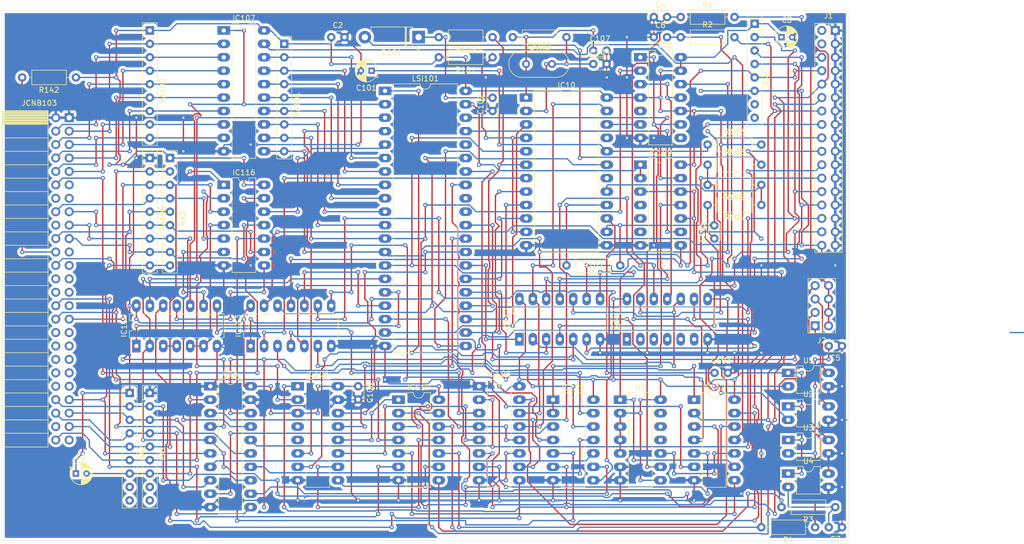
<source format=kicad_pcb>
(kicad_pcb (version 20171130) (host pcbnew "(5.1.10)-1")
  (layers (0 F.Cu signal) (31 B.Cu signal) (34 B.Paste user) (35 F.Paste user) (36 B.SilkS user) (37 F.SilkS user) (38 B.Mask user) (39 F.Mask user) (44 Edge.Cuts user))
  (net 0 "")
  (net 1 +5V)
  (net 2 "Net-(IC10-Pad23)")
  (net 3 "Net-(IC10-Pad11)")
  (net 4 "Net-(IC10-Pad22)")
  (net 5 "Net-(IC10-Pad10)")
  (net 6 "Net-(IC10-Pad9)")
  (net 7 "Net-(C101-Pad1)")
  (net 8 "Net-(IC10-Pad8)")
  (net 9 "Net-(IC10-Pad19)")
  (net 10 "Net-(IC10-Pad7)")
  (net 11 "Net-(IC10-Pad6)")
  (net 12 "Net-(IC10-Pad17)")
  (net 13 "Net-(IC10-Pad5)")
  (net 14 "Net-(IC10-Pad16)")
  (net 15 "Net-(C103-Pad1)")
  (net 16 "Net-(IC10-Pad3)")
  (net 17 "Net-(C105-Pad2)")
  (net 18 "Net-(C104-Pad1)")
  (net 19 "Net-(C107-Pad1)")
  (net 20 GND)
  (net 21 "Net-(IC105-Pad3)")
  (net 22 "Net-(IC105-Pad13)")
  (net 23 /A5)
  (net 24 /~WR)
  (net 25 "Net-(IC105-Pad10)")
  (net 26 "Net-(IC103-Pad9)")
  (net 27 /A7)
  (net 28 /~DACK2)
  (net 29 "Net-(IC110-Pad2)")
  (net 30 "Net-(IC105-Pad11)")
  (net 31 /~RD)
  (net 32 /A6)
  (net 33 "Net-(IC103-Pad12)")
  (net 34 "Net-(IC105-Pad9)")
  (net 35 /~RESET)
  (net 36 /A4)
  (net 37 "Net-(IC102-Pad12)")
  (net 38 "Net-(IC102-Pad11)")
  (net 39 "Net-(IC102-Pad1)")
  (net 40 "Net-(IC102-Pad2)")
  (net 41 "Net-(IC103-Pad10)")
  (net 42 "Net-(IC103-Pad8)")
  (net 43 "Net-(IC105-Pad6)")
  (net 44 "Net-(IC105-Pad12)")
  (net 45 "Net-(IC105-Pad5)")
  (net 46 "Net-(IC105-Pad4)")
  (net 47 "Net-(IC105-Pad8)")
  (net 48 "Net-(IC106-Pad14)")
  (net 49 "Net-(IC106-Pad6)")
  (net 50 "Net-(IC106-Pad13)")
  (net 51 "Net-(IC106-Pad12)")
  (net 52 "Net-(IC106-Pad11)")
  (net 53 "Net-(IC106-Pad10)")
  (net 54 "Net-(IC106-Pad2)")
  (net 55 "Net-(IC106-Pad9)")
  (net 56 "Net-(IC107-Pad19)")
  (net 57 /D7)
  (net 58 "Net-(IC107-Pad18)")
  (net 59 /D6)
  (net 60 "Net-(IC107-Pad17)")
  (net 61 /D5)
  (net 62 "Net-(IC107-Pad16)")
  (net 63 /D4)
  (net 64 "Net-(IC107-Pad15)")
  (net 65 /D3)
  (net 66 "Net-(IC107-Pad14)")
  (net 67 /D2)
  (net 68 "Net-(IC107-Pad13)")
  (net 69 /D1)
  (net 70 /D0)
  (net 71 "Net-(IC107-Pad1)")
  (net 72 "Net-(IC108-Pad7)")
  (net 73 "Net-(IC108-Pad6)")
  (net 74 "Net-(IC108-Pad5)")
  (net 75 "Net-(IC108-Pad12)")
  (net 76 "Net-(IC108-Pad3)")
  (net 77 "Net-(IC108-Pad9)")
  (net 78 "Net-(IC109-Pad13)")
  (net 79 "Net-(IC109-Pad11)")
  (net 80 "Net-(IC109-Pad9)")
  (net 81 "Net-(IC109-Pad1)")
  (net 82 "Net-(IC109-Pad8)")
  (net 83 "Net-(IC110-Pad13)")
  (net 84 "Net-(IC110-Pad5)")
  (net 85 "Net-(IC110-Pad11)")
  (net 86 "Net-(IC110-Pad3)")
  (net 87 "Net-(IC110-Pad9)")
  (net 88 "Net-(IC110-Pad1)")
  (net 89 "Net-(IC112-Pad6)")
  (net 90 "Net-(IC112-Pad4)")
  (net 91 "Net-(IC112-Pad3)")
  (net 92 "Net-(IC112-Pad8)")
  (net 93 "Net-(IC112-Pad1)")
  (net 94 /~READY)
  (net 95 "Net-(IC113-Pad12)")
  (net 96 /~TRACK_0)
  (net 97 /~INDEX)
  (net 98 "Net-(IC113-Pad10)")
  (net 99 /~PROTECT)
  (net 100 /~READ_DATA)
  (net 101 /A0)
  (net 102 "Net-(IC116-Pad12)")
  (net 103 /~SIOR)
  (net 104 /~IORQ)
  (net 105 /~TC)
  (net 106 /~SIOW)
  (net 107 /A3)
  (net 108 "Net-(IC117-Pad5)")
  (net 109 "Net-(IC117-Pad3)")
  (net 110 "Net-(IC117-Pad1)")
  (net 111 /DRQ2)
  (net 112 /~EXTINT1)
  (net 113 /OUTDV2)
  (net 114 "Net-(C102-Pad2)")
  (net 115 "Net-(C105-Pad1)")
  (net 116 "Net-(D101-Pad2)")
  (net 117 /~MOTOR_ON)
  (net 118 /~DRIVE1)
  (net 119 /~DRIVE2)
  (net 120 /~DRIVE0)
  (net 121 "Net-(IC112-Pad10)")
  (net 122 /~WRITE_DATA)
  (net 123 /~WRITE_GATE)
  (net 124 /~DIRECTION)
  (net 125 /~SIDE)
  (net 126 /~STEP)
  (net 127 /~DRIVE3)
  (net 128 "Net-(J2-Pad7)")
  (net 129 "Net-(J2-Pad3)")
  (net 130 "Net-(J2-Pad1)")
  (net 131 "Net-(C4-Pad2)")
  (net 132 "Net-(C5-Pad2)")
  (net 133 "Net-(C6-Pad2)")
  (net 134 "Net-(C7-Pad2)")
  (net 135 "Net-(J2-Pad5)")
  (module Resistor_THT:R_Axial_DIN0207_L6.3mm_D2.5mm_P10.16mm_Horizontal (layer F.Cu) (at 260.35 137.16 180)
    (fp_text reference R4 (at 5.08 -2.37) (layer F.SilkS))
    (fp_text value 220)
    (pad 2 thru_hole oval (at 10.16 0 180) (size 1.6 1.6) (drill 0.8) (layers *.Cu *.Mask) (net 118 /~DRIVE1))
    (pad 1 thru_hole circle (at 0 0 180) (size 1.6 1.6) (drill 0.8) (layers *.Cu *.Mask) (net 132 "Net-(C5-Pad2)"))
  )
  (module Resistor_THT:R_Axial_DIN0207_L6.3mm_D2.5mm_P10.16mm_Horizontal (layer F.Cu) (at 264.16 133.35 180)
    (fp_text reference R3 (at 5.08 -2.37) (layer F.SilkS))
    (fp_text value 220)
    (pad 2 thru_hole oval (at 10.16 0 180) (size 1.6 1.6) (drill 0.8) (layers *.Cu *.Mask) (net 127 /~DRIVE3))
    (pad 1 thru_hole circle (at 0 0 180) (size 1.6 1.6) (drill 0.8) (layers *.Cu *.Mask) (net 134 "Net-(C7-Pad2)"))
  )
  (module Resistor_THT:R_Axial_DIN0207_L6.3mm_D2.5mm_P10.16mm_Horizontal (layer F.Cu) (at 234.95 44.45)
    (fp_text reference R2 (at 5.08 -2.37) (layer F.SilkS))
    (fp_text value 220)
    (pad 2 thru_hole oval (at 10.16 0) (size 1.6 1.6) (drill 0.8) (layers *.Cu *.Mask) (net 119 /~DRIVE2))
    (pad 1 thru_hole circle (at 0 0) (size 1.6 1.6) (drill 0.8) (layers *.Cu *.Mask) (net 133 "Net-(C6-Pad2)"))
  )
  (module Resistor_THT:R_Axial_DIN0207_L6.3mm_D2.5mm_P10.16mm_Horizontal (layer F.Cu) (at 234.95 40.64)
    (fp_text reference R1 (at 5.08 -2.37) (layer F.SilkS))
    (fp_text value 220)
    (pad 2 thru_hole oval (at 10.16 0) (size 1.6 1.6) (drill 0.8) (layers *.Cu *.Mask) (net 120 /~DRIVE0))
    (pad 1 thru_hole circle (at 0 0) (size 1.6 1.6) (drill 0.8) (layers *.Cu *.Mask) (net 131 "Net-(C4-Pad2)"))
  )
  (module Capacitor_THT:C_Disc_D3.0mm_W2.0mm_P2.50mm (layer F.Cu) (at 265.43 137.16 180)
    (fp_text reference C7 (at 1.25 -2.25) (layer F.SilkS))
    (fp_text value 100nF)
    (pad 2 thru_hole circle (at 2.5 0 180) (size 1.6 1.6) (drill 0.8) (layers *.Cu *.Mask) (net 134 "Net-(C7-Pad2)"))
    (pad 1 thru_hole circle (at 0 0 180) (size 1.6 1.6) (drill 0.8) (layers *.Cu *.Mask) (net 20 GND))
  )
  (module Capacitor_THT:C_Disc_D3.0mm_W2.0mm_P2.50mm (layer F.Cu) (at 229.87 44.45)
    (fp_text reference C6 (at 1.25 -2.25) (layer F.SilkS))
    (fp_text value 100nF)
    (pad 2 thru_hole circle (at 2.5 0) (size 1.6 1.6) (drill 0.8) (layers *.Cu *.Mask) (net 133 "Net-(C6-Pad2)"))
    (pad 1 thru_hole circle (at 0 0) (size 1.6 1.6) (drill 0.8) (layers *.Cu *.Mask) (net 20 GND))
  )
  (module Capacitor_THT:C_Disc_D3.0mm_W2.0mm_P2.50mm (layer F.Cu) (at 265.43 102.87 180)
    (fp_text reference C5 (at 1.25 -2.25) (layer F.SilkS))
    (fp_text value 100nF)
    (pad 2 thru_hole circle (at 2.5 0 180) (size 1.6 1.6) (drill 0.8) (layers *.Cu *.Mask) (net 132 "Net-(C5-Pad2)"))
    (pad 1 thru_hole circle (at 0 0 180) (size 1.6 1.6) (drill 0.8) (layers *.Cu *.Mask) (net 20 GND))
  )
  (module Capacitor_THT:C_Disc_D3.0mm_W2.0mm_P2.50mm (layer F.Cu) (at 229.87 40.64)
    (fp_text reference C4 (at 1.25 -2.25) (layer F.SilkS))
    (fp_text value 100nF)
    (pad 2 thru_hole circle (at 2.5 0) (size 1.6 1.6) (drill 0.8) (layers *.Cu *.Mask) (net 131 "Net-(C4-Pad2)"))
    (pad 1 thru_hole circle (at 0 0) (size 1.6 1.6) (drill 0.8) (layers *.Cu *.Mask) (net 20 GND))
  )
  (module Package_DIP:DIP-4_W7.62mm_LongPads (layer F.Cu) (at 255.27 127)
    (fp_text reference U4 (at 3.81 -2.33) (layer F.SilkS))
    (fp_text value A302)
    (pad 4 thru_hole oval (at 7.62 0) (size 2.4 1.6) (drill 0.8) (layers *.Cu *.Mask) (net 128 "Net-(J2-Pad7)"))
    (pad 2 thru_hole oval (at 0 2.54) (size 2.4 1.6) (drill 0.8) (layers *.Cu *.Mask) (net 134 "Net-(C7-Pad2)"))
    (pad 3 thru_hole oval (at 7.62 2.54) (size 2.4 1.6) (drill 0.8) (layers *.Cu *.Mask) (net 20 GND))
    (pad 1 thru_hole rect (at 0 0) (size 2.4 1.6) (drill 0.8) (layers *.Cu *.Mask) (net 1 +5V))
  )
  (module Package_DIP:DIP-4_W7.62mm_LongPads (layer F.Cu) (at 255.27 120.65)
    (fp_text reference U3 (at 3.81 -2.33) (layer F.SilkS))
    (fp_text value A302)
    (pad 4 thru_hole oval (at 7.62 0) (size 2.4 1.6) (drill 0.8) (layers *.Cu *.Mask) (net 129 "Net-(J2-Pad3)"))
    (pad 2 thru_hole oval (at 0 2.54) (size 2.4 1.6) (drill 0.8) (layers *.Cu *.Mask) (net 132 "Net-(C5-Pad2)"))
    (pad 3 thru_hole oval (at 7.62 2.54) (size 2.4 1.6) (drill 0.8) (layers *.Cu *.Mask) (net 20 GND))
    (pad 1 thru_hole rect (at 0 0) (size 2.4 1.6) (drill 0.8) (layers *.Cu *.Mask) (net 1 +5V))
  )
  (module Package_DIP:DIP-4_W7.62mm_LongPads (layer F.Cu) (at 255.27 114.3)
    (fp_text reference U2 (at 3.81 -2.33) (layer F.SilkS))
    (fp_text value A302)
    (pad 4 thru_hole oval (at 7.62 0) (size 2.4 1.6) (drill 0.8) (layers *.Cu *.Mask) (net 130 "Net-(J2-Pad1)"))
    (pad 2 thru_hole oval (at 0 2.54) (size 2.4 1.6) (drill 0.8) (layers *.Cu *.Mask) (net 131 "Net-(C4-Pad2)"))
    (pad 3 thru_hole oval (at 7.62 2.54) (size 2.4 1.6) (drill 0.8) (layers *.Cu *.Mask) (net 20 GND))
    (pad 1 thru_hole rect (at 0 0) (size 2.4 1.6) (drill 0.8) (layers *.Cu *.Mask) (net 1 +5V))
  )
  (module Connector_PinSocket_2.54mm:PinSocket_2x04_P2.54mm_Vertical (layer F.Cu) (at 260.35 99.06 180)
    (fp_text reference J2 (at -1.27 -2.77) (layer F.SilkS))
    (fp_text value Conn_02x04_Odd_Even)
    (pad 8 thru_hole oval (at -2.54 7.62 180) (size 1.7 1.7) (drill 1) (layers *.Cu *.Mask) (net 94 /~READY))
    (pad 7 thru_hole oval (at 0 7.62 180) (size 1.7 1.7) (drill 1) (layers *.Cu *.Mask) (net 128 "Net-(J2-Pad7)"))
    (pad 6 thru_hole oval (at -2.54 5.08 180) (size 1.7 1.7) (drill 1) (layers *.Cu *.Mask) (net 94 /~READY))
    (pad 5 thru_hole oval (at 0 5.08 180) (size 1.7 1.7) (drill 1) (layers *.Cu *.Mask) (net 135 "Net-(J2-Pad5)"))
    (pad 4 thru_hole oval (at -2.54 2.54 180) (size 1.7 1.7) (drill 1) (layers *.Cu *.Mask) (net 94 /~READY))
    (pad 3 thru_hole oval (at 0 2.54 180) (size 1.7 1.7) (drill 1) (layers *.Cu *.Mask) (net 129 "Net-(J2-Pad3)"))
    (pad 2 thru_hole oval (at -2.54 0 180) (size 1.7 1.7) (drill 1) (layers *.Cu *.Mask) (net 94 /~READY))
    (pad 1 thru_hole rect (at 0 0 180) (size 1.7 1.7) (drill 1) (layers *.Cu *.Mask) (net 130 "Net-(J2-Pad1)"))
  )
  (module Package_DIP:DIP-4_W7.62mm_LongPads (layer F.Cu) (at 255.27 107.95)
    (fp_text reference U5 (at 3.81 -2.33) (layer F.SilkS))
    (fp_text value A302)
    (pad 4 thru_hole oval (at 7.62 0) (size 2.4 1.6) (drill 0.8) (layers *.Cu *.Mask) (net 135 "Net-(J2-Pad5)"))
    (pad 2 thru_hole oval (at 0 2.54) (size 2.4 1.6) (drill 0.8) (layers *.Cu *.Mask) (net 133 "Net-(C6-Pad2)"))
    (pad 3 thru_hole oval (at 7.62 2.54) (size 2.4 1.6) (drill 0.8) (layers *.Cu *.Mask) (net 20 GND))
    (pad 1 thru_hole rect (at 0 0) (size 2.4 1.6) (drill 0.8) (layers *.Cu *.Mask) (net 1 +5V))
  )
  (module Package_DIP:DIP-14_W7.62mm_LongPads (layer F.Cu) (at 210.82 113.03)
    (fp_text reference IC105 (at 3.81 -2.33) (layer F.SilkS))
    (fp_text value LS10)
    (pad 14 thru_hole oval (at 7.62 0) (size 2.4 1.6) (drill 0.8) (layers *.Cu *.Mask) (net 1 +5V))
    (pad 7 thru_hole oval (at 0 15.24) (size 2.4 1.6) (drill 0.8) (layers *.Cu *.Mask) (net 20 GND))
    (pad 13 thru_hole oval (at 7.62 2.54) (size 2.4 1.6) (drill 0.8) (layers *.Cu *.Mask) (net 22 "Net-(IC105-Pad13)"))
    (pad 6 thru_hole oval (at 0 12.7) (size 2.4 1.6) (drill 0.8) (layers *.Cu *.Mask) (net 43 "Net-(IC105-Pad6)"))
    (pad 12 thru_hole oval (at 7.62 5.08) (size 2.4 1.6) (drill 0.8) (layers *.Cu *.Mask) (net 44 "Net-(IC105-Pad12)"))
    (pad 5 thru_hole oval (at 0 10.16) (size 2.4 1.6) (drill 0.8) (layers *.Cu *.Mask) (net 45 "Net-(IC105-Pad5)"))
    (pad 11 thru_hole oval (at 7.62 7.62) (size 2.4 1.6) (drill 0.8) (layers *.Cu *.Mask) (net 30 "Net-(IC105-Pad11)"))
    (pad 4 thru_hole oval (at 0 7.62) (size 2.4 1.6) (drill 0.8) (layers *.Cu *.Mask) (net 46 "Net-(IC105-Pad4)"))
    (pad 10 thru_hole oval (at 7.62 10.16) (size 2.4 1.6) (drill 0.8) (layers *.Cu *.Mask) (net 25 "Net-(IC105-Pad10)"))
    (pad 3 thru_hole oval (at 0 5.08) (size 2.4 1.6) (drill 0.8) (layers *.Cu *.Mask) (net 21 "Net-(IC105-Pad3)"))
    (pad 9 thru_hole oval (at 7.62 12.7) (size 2.4 1.6) (drill 0.8) (layers *.Cu *.Mask) (net 34 "Net-(IC105-Pad9)"))
    (pad 2 thru_hole oval (at 0 2.54) (size 2.4 1.6) (drill 0.8) (layers *.Cu *.Mask) (net 39 "Net-(IC102-Pad1)"))
    (pad 8 thru_hole oval (at 7.62 15.24) (size 2.4 1.6) (drill 0.8) (layers *.Cu *.Mask) (net 47 "Net-(IC105-Pad8)"))
    (pad 1 thru_hole rect (at 0 0) (size 2.4 1.6) (drill 0.8) (layers *.Cu *.Mask) (net 39 "Net-(IC102-Pad1)"))
  )
  (module Package_DIP:DIP-24_W15.24mm_LongPads (layer F.Cu) (at 205.74 55.88)
    (fp_text reference IC10 (at 7.62 -2.33) (layer F.SilkS))
    (fp_text value LS74)
    (pad 24 thru_hole oval (at 15.24 0) (size 2.4 1.6) (drill 0.8) (layers *.Cu *.Mask) (net 1 +5V))
    (pad 12 thru_hole oval (at 0 27.94) (size 2.4 1.6) (drill 0.8) (layers *.Cu *.Mask) (net 20 GND))
    (pad 23 thru_hole oval (at 15.24 2.54) (size 2.4 1.6) (drill 0.8) (layers *.Cu *.Mask) (net 2 "Net-(IC10-Pad23)"))
    (pad 11 thru_hole oval (at 0 25.4) (size 2.4 1.6) (drill 0.8) (layers *.Cu *.Mask) (net 3 "Net-(IC10-Pad11)"))
    (pad 22 thru_hole oval (at 15.24 5.08) (size 2.4 1.6) (drill 0.8) (layers *.Cu *.Mask) (net 4 "Net-(IC10-Pad22)"))
    (pad 10 thru_hole oval (at 0 22.86) (size 2.4 1.6) (drill 0.8) (layers *.Cu *.Mask) (net 5 "Net-(IC10-Pad10)"))
    (pad 21 thru_hole oval (at 15.24 7.62) (size 2.4 1.6) (drill 0.8) (layers *.Cu *.Mask))
    (pad 9 thru_hole oval (at 0 20.32) (size 2.4 1.6) (drill 0.8) (layers *.Cu *.Mask) (net 6 "Net-(IC10-Pad9)"))
    (pad 20 thru_hole oval (at 15.24 10.16) (size 2.4 1.6) (drill 0.8) (layers *.Cu *.Mask) (net 7 "Net-(C101-Pad1)"))
    (pad 8 thru_hole oval (at 0 17.78) (size 2.4 1.6) (drill 0.8) (layers *.Cu *.Mask) (net 8 "Net-(IC10-Pad8)"))
    (pad 19 thru_hole oval (at 15.24 12.7) (size 2.4 1.6) (drill 0.8) (layers *.Cu *.Mask) (net 9 "Net-(IC10-Pad19)"))
    (pad 7 thru_hole oval (at 0 15.24) (size 2.4 1.6) (drill 0.8) (layers *.Cu *.Mask) (net 10 "Net-(IC10-Pad7)"))
    (pad 18 thru_hole oval (at 15.24 15.24) (size 2.4 1.6) (drill 0.8) (layers *.Cu *.Mask))
    (pad 6 thru_hole oval (at 0 12.7) (size 2.4 1.6) (drill 0.8) (layers *.Cu *.Mask) (net 11 "Net-(IC10-Pad6)"))
    (pad 17 thru_hole oval (at 15.24 17.78) (size 2.4 1.6) (drill 0.8) (layers *.Cu *.Mask) (net 12 "Net-(IC10-Pad17)"))
    (pad 5 thru_hole oval (at 0 10.16) (size 2.4 1.6) (drill 0.8) (layers *.Cu *.Mask) (net 13 "Net-(IC10-Pad5)"))
    (pad 16 thru_hole oval (at 15.24 20.32) (size 2.4 1.6) (drill 0.8) (layers *.Cu *.Mask) (net 14 "Net-(IC10-Pad16)"))
    (pad 4 thru_hole oval (at 0 7.62) (size 2.4 1.6) (drill 0.8) (layers *.Cu *.Mask) (net 3 "Net-(IC10-Pad11)"))
    (pad 15 thru_hole oval (at 15.24 22.86) (size 2.4 1.6) (drill 0.8) (layers *.Cu *.Mask) (net 15 "Net-(C103-Pad1)"))
    (pad 3 thru_hole oval (at 0 5.08) (size 2.4 1.6) (drill 0.8) (layers *.Cu *.Mask) (net 16 "Net-(IC10-Pad3)"))
    (pad 14 thru_hole oval (at 15.24 25.4) (size 2.4 1.6) (drill 0.8) (layers *.Cu *.Mask) (net 17 "Net-(C105-Pad2)"))
    (pad 2 thru_hole oval (at 0 2.54) (size 2.4 1.6) (drill 0.8) (layers *.Cu *.Mask) (net 18 "Net-(C104-Pad1)"))
    (pad 13 thru_hole oval (at 15.24 27.94) (size 2.4 1.6) (drill 0.8) (layers *.Cu *.Mask) (net 20 GND))
    (pad 1 thru_hole rect (at 0 0) (size 2.4 1.6) (drill 0.8) (layers *.Cu *.Mask) (net 19 "Net-(C107-Pad1)"))
  )
  (module Connector_PinSocket_2.54mm:PinSocket_2x17_P2.54mm_Vertical (layer F.Cu) (at 264.16 43.18)
    (fp_text reference J1 (at -1.27 -2.77) (layer F.SilkS))
    (fp_text value Conn_02x17_Odd_Even)
    (pad 34 thru_hole oval (at -2.54 40.64) (size 1.7 1.7) (drill 1) (layers *.Cu *.Mask) (net 94 /~READY))
    (pad 33 thru_hole oval (at 0 40.64) (size 1.7 1.7) (drill 1) (layers *.Cu *.Mask) (net 20 GND))
    (pad 32 thru_hole oval (at -2.54 38.1) (size 1.7 1.7) (drill 1) (layers *.Cu *.Mask) (net 125 /~SIDE))
    (pad 31 thru_hole oval (at 0 38.1) (size 1.7 1.7) (drill 1) (layers *.Cu *.Mask) (net 20 GND))
    (pad 30 thru_hole oval (at -2.54 35.56) (size 1.7 1.7) (drill 1) (layers *.Cu *.Mask) (net 100 /~READ_DATA))
    (pad 29 thru_hole oval (at 0 35.56) (size 1.7 1.7) (drill 1) (layers *.Cu *.Mask) (net 20 GND))
    (pad 28 thru_hole oval (at -2.54 33.02) (size 1.7 1.7) (drill 1) (layers *.Cu *.Mask) (net 99 /~PROTECT))
    (pad 27 thru_hole oval (at 0 33.02) (size 1.7 1.7) (drill 1) (layers *.Cu *.Mask) (net 20 GND))
    (pad 26 thru_hole oval (at -2.54 30.48) (size 1.7 1.7) (drill 1) (layers *.Cu *.Mask) (net 96 /~TRACK_0))
    (pad 25 thru_hole oval (at 0 30.48) (size 1.7 1.7) (drill 1) (layers *.Cu *.Mask) (net 20 GND))
    (pad 24 thru_hole oval (at -2.54 27.94) (size 1.7 1.7) (drill 1) (layers *.Cu *.Mask) (net 123 /~WRITE_GATE))
    (pad 23 thru_hole oval (at 0 27.94) (size 1.7 1.7) (drill 1) (layers *.Cu *.Mask) (net 20 GND))
    (pad 22 thru_hole oval (at -2.54 25.4) (size 1.7 1.7) (drill 1) (layers *.Cu *.Mask) (net 122 /~WRITE_DATA))
    (pad 21 thru_hole oval (at 0 25.4) (size 1.7 1.7) (drill 1) (layers *.Cu *.Mask) (net 20 GND))
    (pad 20 thru_hole oval (at -2.54 22.86) (size 1.7 1.7) (drill 1) (layers *.Cu *.Mask) (net 126 /~STEP))
    (pad 19 thru_hole oval (at 0 22.86) (size 1.7 1.7) (drill 1) (layers *.Cu *.Mask) (net 20 GND))
    (pad 18 thru_hole oval (at -2.54 20.32) (size 1.7 1.7) (drill 1) (layers *.Cu *.Mask) (net 124 /~DIRECTION))
    (pad 17 thru_hole oval (at 0 20.32) (size 1.7 1.7) (drill 1) (layers *.Cu *.Mask) (net 20 GND))
    (pad 16 thru_hole oval (at -2.54 17.78) (size 1.7 1.7) (drill 1) (layers *.Cu *.Mask) (net 117 /~MOTOR_ON))
    (pad 15 thru_hole oval (at 0 17.78) (size 1.7 1.7) (drill 1) (layers *.Cu *.Mask) (net 20 GND))
    (pad 14 thru_hole oval (at -2.54 15.24) (size 1.7 1.7) (drill 1) (layers *.Cu *.Mask) (net 119 /~DRIVE2))
    (pad 13 thru_hole oval (at 0 15.24) (size 1.7 1.7) (drill 1) (layers *.Cu *.Mask) (net 20 GND))
    (pad 12 thru_hole oval (at -2.54 12.7) (size 1.7 1.7) (drill 1) (layers *.Cu *.Mask) (net 118 /~DRIVE1))
    (pad 11 thru_hole oval (at 0 12.7) (size 1.7 1.7) (drill 1) (layers *.Cu *.Mask) (net 20 GND))
    (pad 10 thru_hole oval (at -2.54 10.16) (size 1.7 1.7) (drill 1) (layers *.Cu *.Mask) (net 120 /~DRIVE0))
    (pad 9 thru_hole oval (at 0 10.16) (size 1.7 1.7) (drill 1) (layers *.Cu *.Mask) (net 20 GND))
    (pad 8 thru_hole oval (at -2.54 7.62) (size 1.7 1.7) (drill 1) (layers *.Cu *.Mask) (net 97 /~INDEX))
    (pad 7 thru_hole oval (at 0 7.62) (size 1.7 1.7) (drill 1) (layers *.Cu *.Mask) (net 20 GND))
    (pad 6 thru_hole oval (at -2.54 5.08) (size 1.7 1.7) (drill 1) (layers *.Cu *.Mask) (net 127 /~DRIVE3))
    (pad 5 thru_hole oval (at 0 5.08) (size 1.7 1.7) (drill 1) (layers *.Cu *.Mask) (net 20 GND))
    (pad 4 thru_hole oval (at -2.54 2.54) (size 1.7 1.7) (drill 1) (layers *.Cu *.Mask))
    (pad 3 thru_hole oval (at 0 2.54) (size 1.7 1.7) (drill 1) (layers *.Cu *.Mask) (net 20 GND))
    (pad 2 thru_hole oval (at -2.54 0) (size 1.7 1.7) (drill 1) (layers *.Cu *.Mask))
    (pad 1 thru_hole rect (at 0 0) (size 1.7 1.7) (drill 1) (layers *.Cu *.Mask) (net 20 GND))
  )
  (module Package_DIP:DIP-14_W7.62mm_LongPads (layer F.Cu) (at 227.33 68.58)
    (fp_text reference IC109 (at 3.81 -2.33) (layer F.SilkS))
    (fp_text value LS08)
    (pad 14 thru_hole oval (at 7.62 0) (size 2.4 1.6) (drill 0.8) (layers *.Cu *.Mask) (net 1 +5V))
    (pad 7 thru_hole oval (at 0 15.24) (size 2.4 1.6) (drill 0.8) (layers *.Cu *.Mask) (net 20 GND))
    (pad 13 thru_hole oval (at 7.62 2.54) (size 2.4 1.6) (drill 0.8) (layers *.Cu *.Mask) (net 78 "Net-(IC109-Pad13)"))
    (pad 6 thru_hole oval (at 0 12.7) (size 2.4 1.6) (drill 0.8) (layers *.Cu *.Mask))
    (pad 12 thru_hole oval (at 7.62 5.08) (size 2.4 1.6) (drill 0.8) (layers *.Cu *.Mask) (net 73 "Net-(IC108-Pad6)"))
    (pad 5 thru_hole oval (at 0 10.16) (size 2.4 1.6) (drill 0.8) (layers *.Cu *.Mask))
    (pad 11 thru_hole oval (at 7.62 7.62) (size 2.4 1.6) (drill 0.8) (layers *.Cu *.Mask) (net 79 "Net-(IC109-Pad11)"))
    (pad 4 thru_hole oval (at 0 7.62) (size 2.4 1.6) (drill 0.8) (layers *.Cu *.Mask))
    (pad 10 thru_hole oval (at 7.62 10.16) (size 2.4 1.6) (drill 0.8) (layers *.Cu *.Mask) (net 73 "Net-(IC108-Pad6)"))
    (pad 3 thru_hole oval (at 0 5.08) (size 2.4 1.6) (drill 0.8) (layers *.Cu *.Mask) (net 73 "Net-(IC108-Pad6)"))
    (pad 9 thru_hole oval (at 7.62 12.7) (size 2.4 1.6) (drill 0.8) (layers *.Cu *.Mask) (net 80 "Net-(IC109-Pad9)"))
    (pad 2 thru_hole oval (at 0 2.54) (size 2.4 1.6) (drill 0.8) (layers *.Cu *.Mask) (net 81 "Net-(IC109-Pad1)"))
    (pad 8 thru_hole oval (at 7.62 15.24) (size 2.4 1.6) (drill 0.8) (layers *.Cu *.Mask) (net 82 "Net-(IC109-Pad8)"))
    (pad 1 thru_hole rect (at 0 0) (size 2.4 1.6) (drill 0.8) (layers *.Cu *.Mask) (net 81 "Net-(IC109-Pad1)"))
  )
  (module Package_DIP:DIP-14_W7.62mm_LongPads (layer F.Cu) (at 227.33 48.26)
    (fp_text reference IC102 (at 3.81 -2.33) (layer F.SilkS))
    (fp_text value LS74)
    (pad 14 thru_hole oval (at 7.62 0) (size 2.4 1.6) (drill 0.8) (layers *.Cu *.Mask) (net 1 +5V))
    (pad 7 thru_hole oval (at 0 15.24) (size 2.4 1.6) (drill 0.8) (layers *.Cu *.Mask) (net 20 GND))
    (pad 13 thru_hole oval (at 7.62 2.54) (size 2.4 1.6) (drill 0.8) (layers *.Cu *.Mask) (net 1 +5V))
    (pad 6 thru_hole oval (at 0 12.7) (size 2.4 1.6) (drill 0.8) (layers *.Cu *.Mask) (net 4 "Net-(IC10-Pad22)"))
    (pad 12 thru_hole oval (at 7.62 5.08) (size 2.4 1.6) (drill 0.8) (layers *.Cu *.Mask) (net 37 "Net-(IC102-Pad12)"))
    (pad 5 thru_hole oval (at 0 10.16) (size 2.4 1.6) (drill 0.8) (layers *.Cu *.Mask))
    (pad 11 thru_hole oval (at 7.62 7.62) (size 2.4 1.6) (drill 0.8) (layers *.Cu *.Mask) (net 38 "Net-(IC102-Pad11)"))
    (pad 4 thru_hole oval (at 0 7.62) (size 2.4 1.6) (drill 0.8) (layers *.Cu *.Mask) (net 1 +5V))
    (pad 10 thru_hole oval (at 7.62 10.16) (size 2.4 1.6) (drill 0.8) (layers *.Cu *.Mask) (net 1 +5V))
    (pad 3 thru_hole oval (at 0 5.08) (size 2.4 1.6) (drill 0.8) (layers *.Cu *.Mask) (net 38 "Net-(IC102-Pad11)"))
    (pad 9 thru_hole oval (at 7.62 12.7) (size 2.4 1.6) (drill 0.8) (layers *.Cu *.Mask) (net 39 "Net-(IC102-Pad1)"))
    (pad 2 thru_hole oval (at 0 2.54) (size 2.4 1.6) (drill 0.8) (layers *.Cu *.Mask) (net 40 "Net-(IC102-Pad2)"))
    (pad 8 thru_hole oval (at 7.62 15.24) (size 2.4 1.6) (drill 0.8) (layers *.Cu *.Mask))
    (pad 1 thru_hole rect (at 0 0) (size 2.4 1.6) (drill 0.8) (layers *.Cu *.Mask) (net 39 "Net-(IC102-Pad1)"))
  )
  (module Package_DIP:DIP-16_W7.62mm_LongPads (layer F.Cu) (at 196.85 110.49)
    (fp_text reference IC108 (at 3.81 -2.33) (layer F.SilkS))
    (fp_text value 74LS368)
    (pad 16 thru_hole oval (at 7.62 0) (size 2.4 1.6) (drill 0.8) (layers *.Cu *.Mask) (net 1 +5V))
    (pad 8 thru_hole oval (at 0 17.78) (size 2.4 1.6) (drill 0.8) (layers *.Cu *.Mask) (net 20 GND))
    (pad 15 thru_hole oval (at 7.62 2.54) (size 2.4 1.6) (drill 0.8) (layers *.Cu *.Mask) (net 42 "Net-(IC103-Pad8)"))
    (pad 7 thru_hole oval (at 0 15.24) (size 2.4 1.6) (drill 0.8) (layers *.Cu *.Mask) (net 72 "Net-(IC108-Pad7)"))
    (pad 14 thru_hole oval (at 7.62 5.08) (size 2.4 1.6) (drill 0.8) (layers *.Cu *.Mask) (net 2 "Net-(IC10-Pad23)"))
    (pad 6 thru_hole oval (at 0 12.7) (size 2.4 1.6) (drill 0.8) (layers *.Cu *.Mask) (net 73 "Net-(IC108-Pad6)"))
    (pad 13 thru_hole oval (at 7.62 7.62) (size 2.4 1.6) (drill 0.8) (layers *.Cu *.Mask) (net 37 "Net-(IC102-Pad12)"))
    (pad 5 thru_hole oval (at 0 10.16) (size 2.4 1.6) (drill 0.8) (layers *.Cu *.Mask) (net 74 "Net-(IC108-Pad5)"))
    (pad 12 thru_hole oval (at 7.62 10.16) (size 2.4 1.6) (drill 0.8) (layers *.Cu *.Mask) (net 75 "Net-(IC108-Pad12)"))
    (pad 4 thru_hole oval (at 0 7.62) (size 2.4 1.6) (drill 0.8) (layers *.Cu *.Mask) (net 75 "Net-(IC108-Pad12)"))
    (pad 11 thru_hole oval (at 7.62 12.7) (size 2.4 1.6) (drill 0.8) (layers *.Cu *.Mask) (net 40 "Net-(IC102-Pad2)"))
    (pad 3 thru_hole oval (at 0 5.08) (size 2.4 1.6) (drill 0.8) (layers *.Cu *.Mask) (net 76 "Net-(IC108-Pad3)"))
    (pad 10 thru_hole oval (at 7.62 15.24) (size 2.4 1.6) (drill 0.8) (layers *.Cu *.Mask) (net 33 "Net-(IC103-Pad12)"))
    (pad 2 thru_hole oval (at 0 2.54) (size 2.4 1.6) (drill 0.8) (layers *.Cu *.Mask) (net 26 "Net-(IC103-Pad9)"))
    (pad 9 thru_hole oval (at 7.62 17.78) (size 2.4 1.6) (drill 0.8) (layers *.Cu *.Mask) (net 77 "Net-(IC108-Pad9)"))
    (pad 1 thru_hole rect (at 0 0) (size 2.4 1.6) (drill 0.8) (layers *.Cu *.Mask) (net 20 GND))
  )
  (module Package_DIP:DIP-20_W7.62mm_LongPads (layer F.Cu) (at 146.05 110.49)
    (fp_text reference U16 (at 3.81 -2.33) (layer F.SilkS))
    (fp_text value 74LS244_Split)
    (pad 20 thru_hole oval (at 7.62 0) (size 2.4 1.6) (drill 0.8) (layers *.Cu *.Mask) (net 1 +5V))
    (pad 10 thru_hole oval (at 0 22.86) (size 2.4 1.6) (drill 0.8) (layers *.Cu *.Mask) (net 20 GND))
    (pad 19 thru_hole oval (at 7.62 2.54) (size 2.4 1.6) (drill 0.8) (layers *.Cu *.Mask) (net 20 GND))
    (pad 9 thru_hole oval (at 0 20.32) (size 2.4 1.6) (drill 0.8) (layers *.Cu *.Mask) (net 21 "Net-(IC105-Pad3)"))
    (pad 18 thru_hole oval (at 7.62 5.08) (size 2.4 1.6) (drill 0.8) (layers *.Cu *.Mask) (net 22 "Net-(IC105-Pad13)"))
    (pad 8 thru_hole oval (at 0 17.78) (size 2.4 1.6) (drill 0.8) (layers *.Cu *.Mask) (net 23 /A5))
    (pad 17 thru_hole oval (at 7.62 7.62) (size 2.4 1.6) (drill 0.8) (layers *.Cu *.Mask) (net 24 /~WR))
    (pad 7 thru_hole oval (at 0 15.24) (size 2.4 1.6) (drill 0.8) (layers *.Cu *.Mask) (net 25 "Net-(IC105-Pad10)"))
    (pad 16 thru_hole oval (at 7.62 10.16) (size 2.4 1.6) (drill 0.8) (layers *.Cu *.Mask) (net 26 "Net-(IC103-Pad9)"))
    (pad 6 thru_hole oval (at 0 12.7) (size 2.4 1.6) (drill 0.8) (layers *.Cu *.Mask) (net 27 /A7))
    (pad 15 thru_hole oval (at 7.62 12.7) (size 2.4 1.6) (drill 0.8) (layers *.Cu *.Mask) (net 28 /~DACK2))
    (pad 5 thru_hole oval (at 0 10.16) (size 2.4 1.6) (drill 0.8) (layers *.Cu *.Mask) (net 29 "Net-(IC110-Pad2)"))
    (pad 14 thru_hole oval (at 7.62 15.24) (size 2.4 1.6) (drill 0.8) (layers *.Cu *.Mask) (net 30 "Net-(IC105-Pad11)"))
    (pad 4 thru_hole oval (at 0 7.62) (size 2.4 1.6) (drill 0.8) (layers *.Cu *.Mask) (net 31 /~RD))
    (pad 13 thru_hole oval (at 7.62 17.78) (size 2.4 1.6) (drill 0.8) (layers *.Cu *.Mask) (net 32 /A6))
    (pad 3 thru_hole oval (at 0 5.08) (size 2.4 1.6) (drill 0.8) (layers *.Cu *.Mask) (net 33 "Net-(IC103-Pad12)"))
    (pad 12 thru_hole oval (at 7.62 20.32) (size 2.4 1.6) (drill 0.8) (layers *.Cu *.Mask) (net 34 "Net-(IC105-Pad9)"))
    (pad 2 thru_hole oval (at 0 2.54) (size 2.4 1.6) (drill 0.8) (layers *.Cu *.Mask) (net 35 /~RESET))
    (pad 11 thru_hole oval (at 7.62 22.86) (size 2.4 1.6) (drill 0.8) (layers *.Cu *.Mask) (net 36 /A4))
    (pad 1 thru_hole rect (at 0 0) (size 2.4 1.6) (drill 0.8) (layers *.Cu *.Mask) (net 20 GND))
  )
  (module Package_DIP:DIP-14_W7.62mm_LongPads (layer F.Cu) (at 223.52 113.03)
    (fp_text reference U1 (at 3.81 -2.33) (layer F.SilkS))
    (fp_text value 74LS95)
    (pad 14 thru_hole oval (at 7.62 0) (size 2.4 1.6) (drill 0.8) (layers *.Cu *.Mask) (net 1 +5V))
    (pad 7 thru_hole oval (at 0 15.24) (size 2.4 1.6) (drill 0.8) (layers *.Cu *.Mask) (net 20 GND))
    (pad 13 thru_hole oval (at 7.62 2.54) (size 2.4 1.6) (drill 0.8) (layers *.Cu *.Mask))
    (pad 6 thru_hole oval (at 0 12.7) (size 2.4 1.6) (drill 0.8) (layers *.Cu *.Mask) (net 20 GND))
    (pad 12 thru_hole oval (at 7.62 5.08) (size 2.4 1.6) (drill 0.8) (layers *.Cu *.Mask))
    (pad 5 thru_hole oval (at 0 10.16) (size 2.4 1.6) (drill 0.8) (layers *.Cu *.Mask) (net 1 +5V))
    (pad 11 thru_hole oval (at 7.62 7.62) (size 2.4 1.6) (drill 0.8) (layers *.Cu *.Mask))
    (pad 4 thru_hole oval (at 0 7.62) (size 2.4 1.6) (drill 0.8) (layers *.Cu *.Mask) (net 1 +5V))
    (pad 10 thru_hole oval (at 7.62 10.16) (size 2.4 1.6) (drill 0.8) (layers *.Cu *.Mask) (net 121 "Net-(IC112-Pad10)"))
    (pad 3 thru_hole oval (at 0 5.08) (size 2.4 1.6) (drill 0.8) (layers *.Cu *.Mask) (net 1 +5V))
    (pad 9 thru_hole oval (at 7.62 12.7) (size 2.4 1.6) (drill 0.8) (layers *.Cu *.Mask) (net 16 "Net-(IC10-Pad3)"))
    (pad 2 thru_hole oval (at 0 2.54) (size 2.4 1.6) (drill 0.8) (layers *.Cu *.Mask) (net 1 +5V))
    (pad 8 thru_hole oval (at 7.62 15.24) (size 2.4 1.6) (drill 0.8) (layers *.Cu *.Mask) (net 1 +5V))
    (pad 1 thru_hole rect (at 0 0) (size 2.4 1.6) (drill 0.8) (layers *.Cu *.Mask) (net 13 "Net-(IC10-Pad5)"))
  )
  (module Package_DIP:DIP-14_W7.62mm_LongPads (layer F.Cu) (at 148.59 72.39)
    (fp_text reference IC116 (at 3.81 -2.33) (layer F.SilkS))
    (fp_text value 74LS14)
    (pad 14 thru_hole oval (at 7.62 0) (size 2.4 1.6) (drill 0.8) (layers *.Cu *.Mask) (net 1 +5V))
    (pad 7 thru_hole oval (at 0 15.24) (size 2.4 1.6) (drill 0.8) (layers *.Cu *.Mask) (net 20 GND))
    (pad 13 thru_hole oval (at 7.62 2.54) (size 2.4 1.6) (drill 0.8) (layers *.Cu *.Mask) (net 101 /A0))
    (pad 6 thru_hole oval (at 0 12.7) (size 2.4 1.6) (drill 0.8) (layers *.Cu *.Mask) (net 87 "Net-(IC110-Pad9)"))
    (pad 12 thru_hole oval (at 7.62 5.08) (size 2.4 1.6) (drill 0.8) (layers *.Cu *.Mask) (net 102 "Net-(IC116-Pad12)"))
    (pad 5 thru_hole oval (at 0 10.16) (size 2.4 1.6) (drill 0.8) (layers *.Cu *.Mask) (net 103 /~SIOR))
    (pad 11 thru_hole oval (at 7.62 7.62) (size 2.4 1.6) (drill 0.8) (layers *.Cu *.Mask) (net 104 /~IORQ))
    (pad 4 thru_hole oval (at 0 7.62) (size 2.4 1.6) (drill 0.8) (layers *.Cu *.Mask) (net 84 "Net-(IC110-Pad5)"))
    (pad 10 thru_hole oval (at 7.62 10.16) (size 2.4 1.6) (drill 0.8) (layers *.Cu *.Mask) (net 45 "Net-(IC105-Pad5)"))
    (pad 3 thru_hole oval (at 0 5.08) (size 2.4 1.6) (drill 0.8) (layers *.Cu *.Mask) (net 105 /~TC))
    (pad 9 thru_hole oval (at 7.62 12.7) (size 2.4 1.6) (drill 0.8) (layers *.Cu *.Mask) (net 106 /~SIOW))
    (pad 2 thru_hole oval (at 0 2.54) (size 2.4 1.6) (drill 0.8) (layers *.Cu *.Mask) (net 54 "Net-(IC106-Pad2)"))
    (pad 8 thru_hole oval (at 7.62 15.24) (size 2.4 1.6) (drill 0.8) (layers *.Cu *.Mask) (net 85 "Net-(IC110-Pad11)"))
    (pad 1 thru_hole rect (at 0 0) (size 2.4 1.6) (drill 0.8) (layers *.Cu *.Mask) (net 107 /A3))
  )
  (module Resistor_THT:R_Array_SIP8 (layer F.Cu) (at 248.92 41.91 270)
    (fp_text reference RN1 (at 10.16 -2.4 90) (layer F.SilkS))
    (fp_text value 1K)
    (pad 8 thru_hole oval (at 17.78 0 270) (size 1.6 1.6) (drill 0.8) (layers *.Cu *.Mask))
    (pad 7 thru_hole oval (at 15.24 0 270) (size 1.6 1.6) (drill 0.8) (layers *.Cu *.Mask))
    (pad 6 thru_hole oval (at 12.7 0 270) (size 1.6 1.6) (drill 0.8) (layers *.Cu *.Mask) (net 94 /~READY))
    (pad 5 thru_hole oval (at 10.16 0 270) (size 1.6 1.6) (drill 0.8) (layers *.Cu *.Mask) (net 97 /~INDEX))
    (pad 4 thru_hole oval (at 7.62 0 270) (size 1.6 1.6) (drill 0.8) (layers *.Cu *.Mask) (net 96 /~TRACK_0))
    (pad 3 thru_hole oval (at 5.08 0 270) (size 1.6 1.6) (drill 0.8) (layers *.Cu *.Mask) (net 99 /~PROTECT))
    (pad 2 thru_hole oval (at 2.54 0 270) (size 1.6 1.6) (drill 0.8) (layers *.Cu *.Mask) (net 100 /~READ_DATA))
    (pad 1 thru_hole rect (at 0 0 270) (size 1.6 1.6) (drill 0.8) (layers *.Cu *.Mask) (net 1 +5V))
  )
  (module Resistor_THT:R_Axial_DIN0207_L6.3mm_D2.5mm_P10.16mm_Horizontal (layer F.Cu) (at 213.36 87.63)
    (fp_text reference R107 (at 5.08 0) (layer F.SilkS))
    (fp_text value 3K3)
    (pad 2 thru_hole oval (at 10.16 0) (size 1.6 1.6) (drill 0.8) (layers *.Cu *.Mask) (net 17 "Net-(C105-Pad2)"))
    (pad 1 thru_hole circle (at 0 0) (size 1.6 1.6) (drill 0.8) (layers *.Cu *.Mask) (net 14 "Net-(IC10-Pad16)"))
  )
  (module Resistor_THT:R_Axial_DIN0207_L6.3mm_D2.5mm_P10.16mm_Horizontal (layer F.Cu) (at 120.65 52.07 180)
    (fp_text reference R142 (at 5.08 -2.37) (layer F.SilkS))
    (fp_text value 4k7)
    (pad 2 thru_hole oval (at 10.16 0 180) (size 1.6 1.6) (drill 0.8) (layers *.Cu *.Mask) (net 113 /OUTDV2))
    (pad 1 thru_hole circle (at 0 0 180) (size 1.6 1.6) (drill 0.8) (layers *.Cu *.Mask) (net 1 +5V))
  )
  (module Resistor_THT:R_Axial_DIN0207_L6.3mm_D2.5mm_P10.16mm_Horizontal (layer F.Cu) (at 213.36 44.45 180)
    (fp_text reference R108 (at 5.08 -2.37) (layer F.SilkS))
    (fp_text value 1M)
    (pad 2 thru_hole oval (at 10.16 0 180) (size 1.6 1.6) (drill 0.8) (layers *.Cu *.Mask) (net 19 "Net-(C107-Pad1)"))
    (pad 1 thru_hole circle (at 0 0 180) (size 1.6 1.6) (drill 0.8) (layers *.Cu *.Mask) (net 18 "Net-(C104-Pad1)"))
  )
  (module Resistor_THT:R_Axial_DIN0207_L6.3mm_D2.5mm_P10.16mm_Horizontal (layer F.Cu) (at 240.03 68.58)
    (fp_text reference R106 (at 5.08 -2.37) (layer F.SilkS))
    (fp_text value 2K2)
    (pad 2 thru_hole oval (at 10.16 0) (size 1.6 1.6) (drill 0.8) (layers *.Cu *.Mask) (net 116 "Net-(D101-Pad2)"))
    (pad 1 thru_hole circle (at 0 0) (size 1.6 1.6) (drill 0.8) (layers *.Cu *.Mask) (net 17 "Net-(C105-Pad2)"))
  )
  (module Resistor_THT:R_Axial_DIN0207_L6.3mm_D2.5mm_P10.16mm_Horizontal (layer F.Cu) (at 250.19 72.39 180)
    (fp_text reference R105 (at 5.08 -2.37) (layer F.SilkS))
    (fp_text value 150K)
    (pad 2 thru_hole oval (at 10.16 0 180) (size 1.6 1.6) (drill 0.8) (layers *.Cu *.Mask) (net 17 "Net-(C105-Pad2)"))
    (pad 1 thru_hole circle (at 0 0 180) (size 1.6 1.6) (drill 0.8) (layers *.Cu *.Mask) (net 12 "Net-(IC10-Pad17)"))
  )
  (module Resistor_THT:R_Axial_DIN0207_L6.3mm_D2.5mm_P10.16mm_Horizontal (layer F.Cu) (at 250.19 76.2 180)
    (fp_text reference R104 (at 5.08 -2.37) (layer F.SilkS))
    (fp_text value 33K)
    (pad 2 thru_hole oval (at 10.16 0 180) (size 1.6 1.6) (drill 0.8) (layers *.Cu *.Mask) (net 115 "Net-(C105-Pad1)"))
    (pad 1 thru_hole circle (at 0 0 180) (size 1.6 1.6) (drill 0.8) (layers *.Cu *.Mask) (net 12 "Net-(IC10-Pad17)"))
  )
  (module Resistor_THT:R_Axial_DIN0207_L6.3mm_D2.5mm_P10.16mm_Horizontal (layer F.Cu) (at 240.03 64.77)
    (fp_text reference R103 (at 5.08 -2.37) (layer F.SilkS))
    (fp_text value 1M)
    (pad 2 thru_hole oval (at 10.16 0) (size 1.6 1.6) (drill 0.8) (layers *.Cu *.Mask) (net 1 +5V))
    (pad 1 thru_hole circle (at 0 0) (size 1.6 1.6) (drill 0.8) (layers *.Cu *.Mask) (net 7 "Net-(C101-Pad1)"))
  )
  (module Resistor_THT:R_Axial_DIN0207_L6.3mm_D2.5mm_P10.16mm_Horizontal (layer F.Cu) (at 199.39 44.45 180)
    (fp_text reference R102 (at 5.08 -2.37) (layer F.SilkS))
    (fp_text value 560K)
    (pad 2 thru_hole oval (at 10.16 0 180) (size 1.6 1.6) (drill 0.8) (layers *.Cu *.Mask) (net 114 "Net-(C102-Pad2)"))
    (pad 1 thru_hole circle (at 0 0 180) (size 1.6 1.6) (drill 0.8) (layers *.Cu *.Mask) (net 11 "Net-(IC10-Pad6)"))
  )
  (module Resistor_THT:R_Axial_DIN0207_L6.3mm_D2.5mm_P10.16mm_Horizontal (layer F.Cu) (at 199.39 48.26 180)
    (fp_text reference R101 (at 5.08 -2.37) (layer F.SilkS))
    (fp_text value 3k3)
    (pad 2 thru_hole oval (at 10.16 0 180) (size 1.6 1.6) (drill 0.8) (layers *.Cu *.Mask) (net 1 +5V))
    (pad 1 thru_hole circle (at 0 0 180) (size 1.6 1.6) (drill 0.8) (layers *.Cu *.Mask) (net 3 "Net-(IC10-Pad11)"))
  )
  (module Diode_THT:D_DO-15_P10.16mm_Horizontal (layer F.Cu) (at 185.42 44.45 180)
    (fp_text reference D101 (at 5.08 -2.92) (layer F.SilkS))
    (fp_text value D-???)
    (fp_text user K (at 0 -2.2) (layer F.SilkS))
    (pad 2 thru_hole oval (at 10.16 0 180) (size 2.4 2.4) (drill 1.2) (layers *.Cu *.Mask) (net 116 "Net-(D101-Pad2)"))
    (pad 1 thru_hole rect (at 0 0 180) (size 2.4 2.4) (drill 1.2) (layers *.Cu *.Mask) (net 114 "Net-(C102-Pad2)"))
  )
  (module Crystal:Crystal_HC49-4H_Vertical (layer F.Cu) (at 205.74 49.53)
    (fp_text reference CY101 (at 2.44 -3.525) (layer F.SilkS))
    (fp_text value 1MHz)
    (pad 2 thru_hole circle (at 4.88 0) (size 1.5 1.5) (drill 0.8) (layers *.Cu *.Mask) (net 18 "Net-(C104-Pad1)"))
    (pad 1 thru_hole circle (at 0 0) (size 1.5 1.5) (drill 0.8) (layers *.Cu *.Mask) (net 19 "Net-(C107-Pad1)"))
  )
  (module Capacitor_THT:C_Disc_D3.0mm_W2.0mm_P2.50mm (layer F.Cu) (at 218.44 46.99)
    (fp_text reference C107 (at 1.25 -2.25) (layer F.SilkS))
    (fp_text value 22p)
    (pad 2 thru_hole circle (at 2.5 0) (size 1.6 1.6) (drill 0.8) (layers *.Cu *.Mask) (net 20 GND))
    (pad 1 thru_hole circle (at 0 0) (size 1.6 1.6) (drill 0.8) (layers *.Cu *.Mask) (net 19 "Net-(C107-Pad1)"))
  )
  (module Capacitor_THT:C_Disc_D3.0mm_W2.0mm_P2.50mm (layer F.Cu) (at 173.99 110.49 270)
    (fp_text reference C106 (at 1.25 -2.25 90) (layer F.SilkS))
    (fp_text value 100nF)
    (pad 2 thru_hole circle (at 2.5 0 270) (size 1.6 1.6) (drill 0.8) (layers *.Cu *.Mask) (net 20 GND))
    (pad 1 thru_hole circle (at 0 0 270) (size 1.6 1.6) (drill 0.8) (layers *.Cu *.Mask) (net 1 +5V))
  )
  (module Capacitor_THT:C_Disc_D3.0mm_W2.0mm_P2.50mm (layer F.Cu) (at 241.3 82.55 90)
    (fp_text reference C105 (at 1.25 -2.25 90) (layer F.SilkS))
    (fp_text value 470p)
    (pad 2 thru_hole circle (at 2.5 0 90) (size 1.6 1.6) (drill 0.8) (layers *.Cu *.Mask) (net 17 "Net-(C105-Pad2)"))
    (pad 1 thru_hole circle (at 0 0 90) (size 1.6 1.6) (drill 0.8) (layers *.Cu *.Mask) (net 115 "Net-(C105-Pad1)"))
  )
  (module Capacitor_THT:C_Disc_D3.0mm_W2.0mm_P2.50mm (layer F.Cu) (at 218.44 49.53)
    (fp_text reference C104 (at 1.25 -2.25) (layer F.SilkS))
    (fp_text value 22p)
    (pad 2 thru_hole circle (at 2.5 0) (size 1.6 1.6) (drill 0.8) (layers *.Cu *.Mask) (net 20 GND))
    (pad 1 thru_hole circle (at 0 0) (size 1.6 1.6) (drill 0.8) (layers *.Cu *.Mask) (net 18 "Net-(C104-Pad1)"))
  )
  (module Capacitor_THT:C_Disc_D3.0mm_W2.0mm_P2.50mm (layer F.Cu) (at 241.34 107.95)
    (fp_text reference C103 (at 1.25 -2.25) (layer F.SilkS))
    (fp_text value 0.01)
    (pad 2 thru_hole circle (at 2.5 0) (size 1.6 1.6) (drill 0.8) (layers *.Cu *.Mask) (net 20 GND))
    (pad 1 thru_hole circle (at 0 0) (size 1.6 1.6) (drill 0.8) (layers *.Cu *.Mask) (net 15 "Net-(C103-Pad1)"))
  )
  (module Capacitor_THT:C_Disc_D3.0mm_W2.0mm_P2.50mm (layer F.Cu) (at 199.39 58.42 90)
    (fp_text reference C102 (at 1.25 -2.25 90) (layer F.SilkS))
    (fp_text value 4700p)
    (pad 2 thru_hole circle (at 2.5 0 90) (size 1.6 1.6) (drill 0.8) (layers *.Cu *.Mask) (net 114 "Net-(C102-Pad2)"))
    (pad 1 thru_hole circle (at 0 0 90) (size 1.6 1.6) (drill 0.8) (layers *.Cu *.Mask) (net 20 GND))
  )
  (module Capacitor_THT:CP_Radial_D4.0mm_P2.00mm (layer F.Cu) (at 176.53 50.8 180)
    (fp_text reference C101 (at 1 -3.25) (layer F.SilkS))
    (fp_text value 10µF)
    (pad 2 thru_hole circle (at 2 0 180) (size 1.2 1.2) (drill 0.6) (layers *.Cu *.Mask) (net 20 GND))
    (pad 1 thru_hole rect (at 0 0 180) (size 1.2 1.2) (drill 0.6) (layers *.Cu *.Mask) (net 7 "Net-(C101-Pad1)"))
  )
  (module Capacitor_THT:CP_Radial_D4.0mm_P2.00mm (layer F.Cu) (at 254 44.45)
    (fp_text reference C3 (at 1 -3.25) (layer F.SilkS))
    (fp_text value 10µF)
    (pad 2 thru_hole circle (at 2 0) (size 1.2 1.2) (drill 0.6) (layers *.Cu *.Mask) (net 20 GND))
    (pad 1 thru_hole rect (at 0 0) (size 1.2 1.2) (drill 0.6) (layers *.Cu *.Mask) (net 1 +5V))
  )
  (module Capacitor_THT:C_Disc_D3.0mm_W2.0mm_P2.50mm (layer F.Cu) (at 168.91 44.45)
    (fp_text reference C2 (at 1.25 -2.25) (layer F.SilkS))
    (fp_text value 100nF)
    (pad 2 thru_hole circle (at 2.5 0) (size 1.6 1.6) (drill 0.8) (layers *.Cu *.Mask) (net 20 GND))
    (pad 1 thru_hole circle (at 0 0) (size 1.6 1.6) (drill 0.8) (layers *.Cu *.Mask) (net 1 +5V))
  )
  (module Capacitor_THT:CP_Radial_D4.0mm_P2.00mm (layer F.Cu) (at 120.65 127)
    (fp_text reference C1 (at 1 -3.25) (layer F.SilkS))
    (fp_text value C)
    (pad 2 thru_hole circle (at 2 0) (size 1.2 1.2) (drill 0.6) (layers *.Cu *.Mask) (net 35 /~RESET))
    (pad 1 thru_hole rect (at 0 0) (size 1.2 1.2) (drill 0.6) (layers *.Cu *.Mask) (net 1 +5V))
  )
  (module Resistor_THT:R_Array_SIP9 (layer F.Cu) (at 134.62 67.31 270)
    (fp_text reference RA106 (at 11.43 -2.4 90) (layer F.SilkS))
    (fp_text value "8x 330R")
    (pad 9 thru_hole oval (at 20.32 0 270) (size 1.6 1.6) (drill 0.8) (layers *.Cu *.Mask) (net 27 /A7))
    (pad 8 thru_hole oval (at 17.78 0 270) (size 1.6 1.6) (drill 0.8) (layers *.Cu *.Mask) (net 104 /~IORQ))
    (pad 7 thru_hole oval (at 15.24 0 270) (size 1.6 1.6) (drill 0.8) (layers *.Cu *.Mask) (net 24 /~WR))
    (pad 6 thru_hole oval (at 12.7 0 270) (size 1.6 1.6) (drill 0.8) (layers *.Cu *.Mask) (net 106 /~SIOW))
    (pad 5 thru_hole oval (at 10.16 0 270) (size 1.6 1.6) (drill 0.8) (layers *.Cu *.Mask) (net 31 /~RD))
    (pad 4 thru_hole oval (at 7.62 0 270) (size 1.6 1.6) (drill 0.8) (layers *.Cu *.Mask) (net 103 /~SIOR))
    (pad 3 thru_hole oval (at 5.08 0 270) (size 1.6 1.6) (drill 0.8) (layers *.Cu *.Mask) (net 105 /~TC))
    (pad 2 thru_hole oval (at 2.54 0 270) (size 1.6 1.6) (drill 0.8) (layers *.Cu *.Mask) (net 28 /~DACK2))
    (pad 1 thru_hole rect (at 0 0 270) (size 1.6 1.6) (drill 0.8) (layers *.Cu *.Mask) (net 20 GND))
  )
  (module Resistor_THT:R_Array_SIP9 (layer F.Cu) (at 134.62 43.18 270)
    (fp_text reference RA102 (at 11.43 -2.4 90) (layer F.SilkS))
    (fp_text value "8x 220R")
    (pad 9 thru_hole oval (at 20.32 0 270) (size 1.6 1.6) (drill 0.8) (layers *.Cu *.Mask) (net 57 /D7))
    (pad 8 thru_hole oval (at 17.78 0 270) (size 1.6 1.6) (drill 0.8) (layers *.Cu *.Mask) (net 59 /D6))
    (pad 7 thru_hole oval (at 15.24 0 270) (size 1.6 1.6) (drill 0.8) (layers *.Cu *.Mask) (net 61 /D5))
    (pad 6 thru_hole oval (at 12.7 0 270) (size 1.6 1.6) (drill 0.8) (layers *.Cu *.Mask) (net 63 /D4))
    (pad 5 thru_hole oval (at 10.16 0 270) (size 1.6 1.6) (drill 0.8) (layers *.Cu *.Mask) (net 65 /D3))
    (pad 4 thru_hole oval (at 7.62 0 270) (size 1.6 1.6) (drill 0.8) (layers *.Cu *.Mask) (net 67 /D2))
    (pad 3 thru_hole oval (at 5.08 0 270) (size 1.6 1.6) (drill 0.8) (layers *.Cu *.Mask) (net 69 /D1))
    (pad 2 thru_hole oval (at 2.54 0 270) (size 1.6 1.6) (drill 0.8) (layers *.Cu *.Mask) (net 70 /D0))
    (pad 1 thru_hole rect (at 0 0 270) (size 1.6 1.6) (drill 0.8) (layers *.Cu *.Mask) (net 1 +5V))
  )
  (module Resistor_THT:R_Array_SIP9 (layer F.Cu) (at 160.02 45.72 270)
    (fp_text reference RA101 (at 11.43 -2.4 90) (layer F.SilkS))
    (fp_text value "8x 4k7")
    (pad 9 thru_hole oval (at 20.32 0 270) (size 1.6 1.6) (drill 0.8) (layers *.Cu *.Mask) (net 37 "Net-(IC102-Pad12)"))
    (pad 8 thru_hole oval (at 17.78 0 270) (size 1.6 1.6) (drill 0.8) (layers *.Cu *.Mask) (net 40 "Net-(IC102-Pad2)"))
    (pad 7 thru_hole oval (at 15.24 0 270) (size 1.6 1.6) (drill 0.8) (layers *.Cu *.Mask) (net 68 "Net-(IC107-Pad13)"))
    (pad 6 thru_hole oval (at 12.7 0 270) (size 1.6 1.6) (drill 0.8) (layers *.Cu *.Mask) (net 66 "Net-(IC107-Pad14)"))
    (pad 5 thru_hole oval (at 10.16 0 270) (size 1.6 1.6) (drill 0.8) (layers *.Cu *.Mask) (net 64 "Net-(IC107-Pad15)"))
    (pad 4 thru_hole oval (at 7.62 0 270) (size 1.6 1.6) (drill 0.8) (layers *.Cu *.Mask) (net 62 "Net-(IC107-Pad16)"))
    (pad 3 thru_hole oval (at 5.08 0 270) (size 1.6 1.6) (drill 0.8) (layers *.Cu *.Mask) (net 60 "Net-(IC107-Pad17)"))
    (pad 2 thru_hole oval (at 2.54 0 270) (size 1.6 1.6) (drill 0.8) (layers *.Cu *.Mask) (net 58 "Net-(IC107-Pad18)"))
    (pad 1 thru_hole rect (at 0 0 270) (size 1.6 1.6) (drill 0.8) (layers *.Cu *.Mask) (net 1 +5V))
  )
  (module Resistor_THT:R_Array_SIP9 (layer F.Cu) (at 138.43 67.31 270)
    (fp_text reference RA3 (at 11.43 -2.4 90) (layer F.SilkS))
    (fp_text value "8x 220R")
    (pad 9 thru_hole oval (at 20.32 0 270) (size 1.6 1.6) (drill 0.8) (layers *.Cu *.Mask) (net 27 /A7))
    (pad 8 thru_hole oval (at 17.78 0 270) (size 1.6 1.6) (drill 0.8) (layers *.Cu *.Mask) (net 104 /~IORQ))
    (pad 7 thru_hole oval (at 15.24 0 270) (size 1.6 1.6) (drill 0.8) (layers *.Cu *.Mask) (net 24 /~WR))
    (pad 6 thru_hole oval (at 12.7 0 270) (size 1.6 1.6) (drill 0.8) (layers *.Cu *.Mask) (net 106 /~SIOW))
    (pad 5 thru_hole oval (at 10.16 0 270) (size 1.6 1.6) (drill 0.8) (layers *.Cu *.Mask) (net 31 /~RD))
    (pad 4 thru_hole oval (at 7.62 0 270) (size 1.6 1.6) (drill 0.8) (layers *.Cu *.Mask) (net 103 /~SIOR))
    (pad 3 thru_hole oval (at 5.08 0 270) (size 1.6 1.6) (drill 0.8) (layers *.Cu *.Mask) (net 105 /~TC))
    (pad 2 thru_hole oval (at 2.54 0 270) (size 1.6 1.6) (drill 0.8) (layers *.Cu *.Mask) (net 28 /~DACK2))
    (pad 1 thru_hole rect (at 0 0 270) (size 1.6 1.6) (drill 0.8) (layers *.Cu *.Mask) (net 1 +5V))
  )
  (module Resistor_THT:R_Array_SIP9 (layer F.Cu) (at 130.81 111.76 270)
    (fp_text reference RA2 (at 11.43 -2.4 90) (layer F.SilkS))
    (fp_text value "8x 220R")
    (pad 9 thru_hole oval (at 20.32 0 270) (size 1.6 1.6) (drill 0.8) (layers *.Cu *.Mask))
    (pad 8 thru_hole oval (at 17.78 0 270) (size 1.6 1.6) (drill 0.8) (layers *.Cu *.Mask))
    (pad 7 thru_hole oval (at 15.24 0 270) (size 1.6 1.6) (drill 0.8) (layers *.Cu *.Mask) (net 35 /~RESET))
    (pad 6 thru_hole oval (at 12.7 0 270) (size 1.6 1.6) (drill 0.8) (layers *.Cu *.Mask) (net 101 /A0))
    (pad 5 thru_hole oval (at 10.16 0 270) (size 1.6 1.6) (drill 0.8) (layers *.Cu *.Mask) (net 107 /A3))
    (pad 4 thru_hole oval (at 7.62 0 270) (size 1.6 1.6) (drill 0.8) (layers *.Cu *.Mask) (net 36 /A4))
    (pad 3 thru_hole oval (at 5.08 0 270) (size 1.6 1.6) (drill 0.8) (layers *.Cu *.Mask) (net 23 /A5))
    (pad 2 thru_hole oval (at 2.54 0 270) (size 1.6 1.6) (drill 0.8) (layers *.Cu *.Mask) (net 32 /A6))
    (pad 1 thru_hole rect (at 0 0 270) (size 1.6 1.6) (drill 0.8) (layers *.Cu *.Mask) (net 1 +5V))
  )
  (module Resistor_THT:R_Array_SIP9 (layer F.Cu) (at 134.62 111.76 270)
    (fp_text reference RA1 (at 11.43 -2.4 90) (layer F.SilkS))
    (fp_text value "8x 330R")
    (pad 9 thru_hole oval (at 20.32 0 270) (size 1.6 1.6) (drill 0.8) (layers *.Cu *.Mask))
    (pad 8 thru_hole oval (at 17.78 0 270) (size 1.6 1.6) (drill 0.8) (layers *.Cu *.Mask))
    (pad 7 thru_hole oval (at 15.24 0 270) (size 1.6 1.6) (drill 0.8) (layers *.Cu *.Mask) (net 35 /~RESET))
    (pad 6 thru_hole oval (at 12.7 0 270) (size 1.6 1.6) (drill 0.8) (layers *.Cu *.Mask) (net 101 /A0))
    (pad 5 thru_hole oval (at 10.16 0 270) (size 1.6 1.6) (drill 0.8) (layers *.Cu *.Mask) (net 107 /A3))
    (pad 4 thru_hole oval (at 7.62 0 270) (size 1.6 1.6) (drill 0.8) (layers *.Cu *.Mask) (net 36 /A4))
    (pad 3 thru_hole oval (at 5.08 0 270) (size 1.6 1.6) (drill 0.8) (layers *.Cu *.Mask) (net 23 /A5))
    (pad 2 thru_hole oval (at 2.54 0 270) (size 1.6 1.6) (drill 0.8) (layers *.Cu *.Mask) (net 32 /A6))
    (pad 1 thru_hole rect (at 0 0 270) (size 1.6 1.6) (drill 0.8) (layers *.Cu *.Mask) (net 20 GND))
  )
  (module Package_DIP:DIP-40_W15.24mm_LongPads (layer F.Cu) (at 179.07 54.61)
    (fp_text reference LSI101 (at 7.62 -2.33) (layer F.SilkS))
    (fp_text value µPD765A)
    (pad 40 thru_hole oval (at 15.24 0) (size 2.4 1.6) (drill 0.8) (layers *.Cu *.Mask) (net 1 +5V))
    (pad 20 thru_hole oval (at 0 48.26) (size 2.4 1.6) (drill 0.8) (layers *.Cu *.Mask) (net 20 GND))
    (pad 39 thru_hole oval (at 15.24 2.54) (size 2.4 1.6) (drill 0.8) (layers *.Cu *.Mask) (net 81 "Net-(IC109-Pad1)"))
    (pad 19 thru_hole oval (at 0 45.72) (size 2.4 1.6) (drill 0.8) (layers *.Cu *.Mask) (net 16 "Net-(IC10-Pad3)"))
    (pad 38 thru_hole oval (at 15.24 5.08) (size 2.4 1.6) (drill 0.8) (layers *.Cu *.Mask) (net 78 "Net-(IC109-Pad13)"))
    (pad 18 thru_hole oval (at 0 43.18) (size 2.4 1.6) (drill 0.8) (layers *.Cu *.Mask) (net 75 "Net-(IC108-Pad12)"))
    (pad 37 thru_hole oval (at 15.24 7.62) (size 2.4 1.6) (drill 0.8) (layers *.Cu *.Mask) (net 80 "Net-(IC109-Pad9)"))
    (pad 17 thru_hole oval (at 0 40.64) (size 2.4 1.6) (drill 0.8) (layers *.Cu *.Mask) (net 98 "Net-(IC113-Pad10)"))
    (pad 36 thru_hole oval (at 15.24 10.16) (size 2.4 1.6) (drill 0.8) (layers *.Cu *.Mask))
    (pad 16 thru_hole oval (at 0 38.1) (size 2.4 1.6) (drill 0.8) (layers *.Cu *.Mask) (net 88 "Net-(IC110-Pad1)"))
    (pad 35 thru_hole oval (at 15.24 12.7) (size 2.4 1.6) (drill 0.8) (layers *.Cu *.Mask) (net 95 "Net-(IC113-Pad12)"))
    (pad 15 thru_hole oval (at 0 35.56) (size 2.4 1.6) (drill 0.8) (layers *.Cu *.Mask) (net 29 "Net-(IC110-Pad2)"))
    (pad 34 thru_hole oval (at 15.24 15.24) (size 2.4 1.6) (drill 0.8) (layers *.Cu *.Mask) (net 89 "Net-(IC112-Pad6)"))
    (pad 14 thru_hole oval (at 0 33.02) (size 2.4 1.6) (drill 0.8) (layers *.Cu *.Mask) (net 13 "Net-(IC10-Pad5)"))
    (pad 33 thru_hole oval (at 15.24 17.78) (size 2.4 1.6) (drill 0.8) (layers *.Cu *.Mask) (net 91 "Net-(IC112-Pad3)"))
    (pad 13 thru_hole oval (at 0 30.48) (size 2.4 1.6) (drill 0.8) (layers *.Cu *.Mask) (net 37 "Net-(IC102-Pad12)"))
    (pad 32 thru_hole oval (at 15.24 20.32) (size 2.4 1.6) (drill 0.8) (layers *.Cu *.Mask))
    (pad 12 thru_hole oval (at 0 27.94) (size 2.4 1.6) (drill 0.8) (layers *.Cu *.Mask) (net 40 "Net-(IC102-Pad2)"))
    (pad 31 thru_hole oval (at 15.24 22.86) (size 2.4 1.6) (drill 0.8) (layers *.Cu *.Mask))
    (pad 11 thru_hole oval (at 0 25.4) (size 2.4 1.6) (drill 0.8) (layers *.Cu *.Mask) (net 68 "Net-(IC107-Pad13)"))
    (pad 30 thru_hole oval (at 15.24 25.4) (size 2.4 1.6) (drill 0.8) (layers *.Cu *.Mask) (net 108 "Net-(IC117-Pad5)"))
    (pad 10 thru_hole oval (at 0 22.86) (size 2.4 1.6) (drill 0.8) (layers *.Cu *.Mask) (net 66 "Net-(IC107-Pad14)"))
    (pad 29 thru_hole oval (at 15.24 27.94) (size 2.4 1.6) (drill 0.8) (layers *.Cu *.Mask) (net 50 "Net-(IC106-Pad13)"))
    (pad 9 thru_hole oval (at 0 20.32) (size 2.4 1.6) (drill 0.8) (layers *.Cu *.Mask) (net 64 "Net-(IC107-Pad15)"))
    (pad 28 thru_hole oval (at 15.24 30.48) (size 2.4 1.6) (drill 0.8) (layers *.Cu *.Mask) (net 48 "Net-(IC106-Pad14)"))
    (pad 8 thru_hole oval (at 0 17.78) (size 2.4 1.6) (drill 0.8) (layers *.Cu *.Mask) (net 62 "Net-(IC107-Pad16)"))
    (pad 27 thru_hole oval (at 15.24 33.02) (size 2.4 1.6) (drill 0.8) (layers *.Cu *.Mask) (net 110 "Net-(IC117-Pad1)"))
    (pad 7 thru_hole oval (at 0 15.24) (size 2.4 1.6) (drill 0.8) (layers *.Cu *.Mask) (net 60 "Net-(IC107-Pad17)"))
    (pad 26 thru_hole oval (at 15.24 35.56) (size 2.4 1.6) (drill 0.8) (layers *.Cu *.Mask) (net 5 "Net-(IC10-Pad10)"))
    (pad 6 thru_hole oval (at 0 12.7) (size 2.4 1.6) (drill 0.8) (layers *.Cu *.Mask) (net 58 "Net-(IC107-Pad18)"))
    (pad 25 thru_hole oval (at 15.24 38.1) (size 2.4 1.6) (drill 0.8) (layers *.Cu *.Mask) (net 109 "Net-(IC117-Pad3)"))
    (pad 5 thru_hole oval (at 0 10.16) (size 2.4 1.6) (drill 0.8) (layers *.Cu *.Mask) (net 102 "Net-(IC116-Pad12)"))
    (pad 24 thru_hole oval (at 15.24 40.64) (size 2.4 1.6) (drill 0.8) (layers *.Cu *.Mask) (net 11 "Net-(IC10-Pad6)"))
    (pad 4 thru_hole oval (at 0 7.62) (size 2.4 1.6) (drill 0.8) (layers *.Cu *.Mask) (net 49 "Net-(IC106-Pad6)"))
    (pad 23 thru_hole oval (at 15.24 43.18) (size 2.4 1.6) (drill 0.8) (layers *.Cu *.Mask) (net 6 "Net-(IC10-Pad9)"))
    (pad 3 thru_hole oval (at 0 5.08) (size 2.4 1.6) (drill 0.8) (layers *.Cu *.Mask) (net 83 "Net-(IC110-Pad13)"))
    (pad 22 thru_hole oval (at 15.24 45.72) (size 2.4 1.6) (drill 0.8) (layers *.Cu *.Mask) (net 8 "Net-(IC10-Pad8)"))
    (pad 2 thru_hole oval (at 0 2.54) (size 2.4 1.6) (drill 0.8) (layers *.Cu *.Mask) (net 71 "Net-(IC107-Pad1)"))
    (pad 21 thru_hole oval (at 15.24 48.26) (size 2.4 1.6) (drill 0.8) (layers *.Cu *.Mask) (net 9 "Net-(IC10-Pad19)"))
    (pad 1 thru_hole rect (at 0 0) (size 2.4 1.6) (drill 0.8) (layers *.Cu *.Mask) (net 44 "Net-(IC105-Pad12)"))
  )
  (module Connector_PinSocket_2.54mm:PinSocket_2x25_P2.54mm_Horizontal (layer F.Cu) (at 119.38 59.69)
    (fp_text reference JCNB103 (at -5.65 -2.77) (layer F.SilkS))
    (fp_text value System)
    (pad 50 thru_hole oval (at -2.54 60.96) (size 1.7 1.7) (drill 1) (layers *.Cu *.Mask) (net 101 /A0))
    (pad 49 thru_hole oval (at 0 60.96) (size 1.7 1.7) (drill 1) (layers *.Cu *.Mask))
    (pad 48 thru_hole oval (at -2.54 58.42) (size 1.7 1.7) (drill 1) (layers *.Cu *.Mask))
    (pad 47 thru_hole oval (at 0 58.42) (size 1.7 1.7) (drill 1) (layers *.Cu *.Mask) (net 107 /A3))
    (pad 46 thru_hole oval (at -2.54 55.88) (size 1.7 1.7) (drill 1) (layers *.Cu *.Mask) (net 36 /A4))
    (pad 45 thru_hole oval (at 0 55.88) (size 1.7 1.7) (drill 1) (layers *.Cu *.Mask) (net 23 /A5))
    (pad 44 thru_hole oval (at -2.54 53.34) (size 1.7 1.7) (drill 1) (layers *.Cu *.Mask) (net 32 /A6))
    (pad 43 thru_hole oval (at 0 53.34) (size 1.7 1.7) (drill 1) (layers *.Cu *.Mask) (net 27 /A7))
    (pad 42 thru_hole oval (at -2.54 50.8) (size 1.7 1.7) (drill 1) (layers *.Cu *.Mask))
    (pad 41 thru_hole oval (at 0 50.8) (size 1.7 1.7) (drill 1) (layers *.Cu *.Mask))
    (pad 40 thru_hole oval (at -2.54 48.26) (size 1.7 1.7) (drill 1) (layers *.Cu *.Mask))
    (pad 39 thru_hole oval (at 0 48.26) (size 1.7 1.7) (drill 1) (layers *.Cu *.Mask))
    (pad 38 thru_hole oval (at -2.54 45.72) (size 1.7 1.7) (drill 1) (layers *.Cu *.Mask))
    (pad 37 thru_hole oval (at 0 45.72) (size 1.7 1.7) (drill 1) (layers *.Cu *.Mask))
    (pad 36 thru_hole oval (at -2.54 43.18) (size 1.7 1.7) (drill 1) (layers *.Cu *.Mask))
    (pad 35 thru_hole oval (at 0 43.18) (size 1.7 1.7) (drill 1) (layers *.Cu *.Mask))
    (pad 34 thru_hole oval (at -2.54 40.64) (size 1.7 1.7) (drill 1) (layers *.Cu *.Mask))
    (pad 33 thru_hole oval (at 0 40.64) (size 1.7 1.7) (drill 1) (layers *.Cu *.Mask))
    (pad 32 thru_hole oval (at -2.54 38.1) (size 1.7 1.7) (drill 1) (layers *.Cu *.Mask) (net 28 /~DACK2))
    (pad 31 thru_hole oval (at 0 38.1) (size 1.7 1.7) (drill 1) (layers *.Cu *.Mask) (net 105 /~TC))
    (pad 30 thru_hole oval (at -2.54 35.56) (size 1.7 1.7) (drill 1) (layers *.Cu *.Mask) (net 111 /DRQ2))
    (pad 29 thru_hole oval (at 0 35.56) (size 1.7 1.7) (drill 1) (layers *.Cu *.Mask))
    (pad 28 thru_hole oval (at -2.54 33.02) (size 1.7 1.7) (drill 1) (layers *.Cu *.Mask))
    (pad 27 thru_hole oval (at 0 33.02) (size 1.7 1.7) (drill 1) (layers *.Cu *.Mask))
    (pad 26 thru_hole oval (at -2.54 30.48) (size 1.7 1.7) (drill 1) (layers *.Cu *.Mask))
    (pad 25 thru_hole oval (at 0 30.48) (size 1.7 1.7) (drill 1) (layers *.Cu *.Mask))
    (pad 24 thru_hole oval (at -2.54 27.94) (size 1.7 1.7) (drill 1) (layers *.Cu *.Mask) (net 112 /~EXTINT1))
    (pad 23 thru_hole oval (at 0 27.94) (size 1.7 1.7) (drill 1) (layers *.Cu *.Mask))
    (pad 22 thru_hole oval (at -2.54 25.4) (size 1.7 1.7) (drill 1) (layers *.Cu *.Mask) (net 113 /OUTDV2))
    (pad 21 thru_hole oval (at 0 25.4) (size 1.7 1.7) (drill 1) (layers *.Cu *.Mask))
    (pad 20 thru_hole oval (at -2.54 22.86) (size 1.7 1.7) (drill 1) (layers *.Cu *.Mask) (net 31 /~RD))
    (pad 19 thru_hole oval (at 0 22.86) (size 1.7 1.7) (drill 1) (layers *.Cu *.Mask) (net 104 /~IORQ))
    (pad 18 thru_hole oval (at -2.54 20.32) (size 1.7 1.7) (drill 1) (layers *.Cu *.Mask))
    (pad 17 thru_hole oval (at 0 20.32) (size 1.7 1.7) (drill 1) (layers *.Cu *.Mask) (net 24 /~WR))
    (pad 16 thru_hole oval (at -2.54 17.78) (size 1.7 1.7) (drill 1) (layers *.Cu *.Mask) (net 103 /~SIOR))
    (pad 15 thru_hole oval (at 0 17.78) (size 1.7 1.7) (drill 1) (layers *.Cu *.Mask) (net 106 /~SIOW))
    (pad 14 thru_hole oval (at -2.54 15.24) (size 1.7 1.7) (drill 1) (layers *.Cu *.Mask))
    (pad 13 thru_hole oval (at 0 15.24) (size 1.7 1.7) (drill 1) (layers *.Cu *.Mask))
    (pad 12 thru_hole oval (at -2.54 12.7) (size 1.7 1.7) (drill 1) (layers *.Cu *.Mask) (net 35 /~RESET))
    (pad 11 thru_hole oval (at 0 12.7) (size 1.7 1.7) (drill 1) (layers *.Cu *.Mask))
    (pad 10 thru_hole oval (at -2.54 10.16) (size 1.7 1.7) (drill 1) (layers *.Cu *.Mask) (net 57 /D7))
    (pad 9 thru_hole oval (at 0 10.16) (size 1.7 1.7) (drill 1) (layers *.Cu *.Mask) (net 59 /D6))
    (pad 8 thru_hole oval (at -2.54 7.62) (size 1.7 1.7) (drill 1) (layers *.Cu *.Mask) (net 61 /D5))
    (pad 7 thru_hole oval (at 0 7.62) (size 1.7 1.7) (drill 1) (layers *.Cu *.Mask) (net 63 /D4))
    (pad 6 thru_hole oval (at -2.54 5.08) (size 1.7 1.7) (drill 1) (layers *.Cu *.Mask) (net 65 /D3))
    (pad 5 thru_hole oval (at 0 5.08) (size 1.7 1.7) (drill 1) (layers *.Cu *.Mask) (net 67 /D2))
    (pad 4 thru_hole oval (at -2.54 2.54) (size 1.7 1.7) (drill 1) (layers *.Cu *.Mask) (net 69 /D1))
    (pad 3 thru_hole oval (at 0 2.54) (size 1.7 1.7) (drill 1) (layers *.Cu *.Mask) (net 70 /D0))
    (pad 2 thru_hole oval (at -2.54 0) (size 1.7 1.7) (drill 1) (layers *.Cu *.Mask) (net 20 GND))
    (pad 1 thru_hole rect (at 0 0) (size 1.7 1.7) (drill 1) (layers *.Cu *.Mask) (net 20 GND))
  )
  (module Package_DIP:DIP-14_W7.62mm_LongPads (layer F.Cu) (at 181.61 113.03)
    (fp_text reference IC119 (at 3.81 -2.33) (layer F.SilkS))
    (fp_text value LS07)
    (pad 14 thru_hole oval (at 7.62 0) (size 2.4 1.6) (drill 0.8) (layers *.Cu *.Mask) (net 1 +5V))
    (pad 7 thru_hole oval (at 0 15.24) (size 2.4 1.6) (drill 0.8) (layers *.Cu *.Mask) (net 20 GND))
    (pad 13 thru_hole oval (at 7.62 2.54) (size 2.4 1.6) (drill 0.8) (layers *.Cu *.Mask) (net 52 "Net-(IC106-Pad11)"))
    (pad 6 thru_hole oval (at 0 12.7) (size 2.4 1.6) (drill 0.8) (layers *.Cu *.Mask) (net 111 /DRQ2))
    (pad 12 thru_hole oval (at 7.62 5.08) (size 2.4 1.6) (drill 0.8) (layers *.Cu *.Mask) (net 118 /~DRIVE1))
    (pad 5 thru_hole oval (at 0 10.16) (size 2.4 1.6) (drill 0.8) (layers *.Cu *.Mask) (net 92 "Net-(IC112-Pad8)"))
    (pad 11 thru_hole oval (at 7.62 7.62) (size 2.4 1.6) (drill 0.8) (layers *.Cu *.Mask) (net 53 "Net-(IC106-Pad10)"))
    (pad 4 thru_hole oval (at 0 7.62) (size 2.4 1.6) (drill 0.8) (layers *.Cu *.Mask) (net 112 /~EXTINT1))
    (pad 10 thru_hole oval (at 7.62 10.16) (size 2.4 1.6) (drill 0.8) (layers *.Cu *.Mask) (net 119 /~DRIVE2))
    (pad 3 thru_hole oval (at 0 5.08) (size 2.4 1.6) (drill 0.8) (layers *.Cu *.Mask) (net 74 "Net-(IC108-Pad5)"))
    (pad 9 thru_hole oval (at 7.62 12.7) (size 2.4 1.6) (drill 0.8) (layers *.Cu *.Mask) (net 55 "Net-(IC106-Pad9)"))
    (pad 2 thru_hole oval (at 0 2.54) (size 2.4 1.6) (drill 0.8) (layers *.Cu *.Mask) (net 120 /~DRIVE0))
    (pad 8 thru_hole oval (at 7.62 15.24) (size 2.4 1.6) (drill 0.8) (layers *.Cu *.Mask) (net 127 /~DRIVE3))
    (pad 1 thru_hole rect (at 0 0) (size 2.4 1.6) (drill 0.8) (layers *.Cu *.Mask) (net 51 "Net-(IC106-Pad12)"))
  )
  (module Package_DIP:DIP-14_W7.62mm_LongPads (layer F.Cu) (at 204.47 101.6 90)
    (fp_text reference IC117 (at 3.81 -2.33 90) (layer F.SilkS))
    (fp_text value LS06)
    (pad 14 thru_hole oval (at 7.62 0 90) (size 2.4 1.6) (drill 0.8) (layers *.Cu *.Mask) (net 1 +5V))
    (pad 7 thru_hole oval (at 0 15.24 90) (size 2.4 1.6) (drill 0.8) (layers *.Cu *.Mask) (net 20 GND))
    (pad 13 thru_hole oval (at 7.62 2.54 90) (size 2.4 1.6) (drill 0.8) (layers *.Cu *.Mask) (net 2 "Net-(IC10-Pad23)"))
    (pad 6 thru_hole oval (at 0 12.7 90) (size 2.4 1.6) (drill 0.8) (layers *.Cu *.Mask) (net 122 /~WRITE_DATA))
    (pad 12 thru_hole oval (at 7.62 5.08 90) (size 2.4 1.6) (drill 0.8) (layers *.Cu *.Mask) (net 117 /~MOTOR_ON))
    (pad 5 thru_hole oval (at 0 10.16 90) (size 2.4 1.6) (drill 0.8) (layers *.Cu *.Mask) (net 108 "Net-(IC117-Pad5)"))
    (pad 11 thru_hole oval (at 7.62 7.62 90) (size 2.4 1.6) (drill 0.8) (layers *.Cu *.Mask) (net 79 "Net-(IC109-Pad11)"))
    (pad 4 thru_hole oval (at 0 7.62 90) (size 2.4 1.6) (drill 0.8) (layers *.Cu *.Mask) (net 123 /~WRITE_GATE))
    (pad 10 thru_hole oval (at 7.62 10.16 90) (size 2.4 1.6) (drill 0.8) (layers *.Cu *.Mask) (net 124 /~DIRECTION))
    (pad 3 thru_hole oval (at 0 5.08 90) (size 2.4 1.6) (drill 0.8) (layers *.Cu *.Mask) (net 109 "Net-(IC117-Pad3)"))
    (pad 9 thru_hole oval (at 7.62 12.7 90) (size 2.4 1.6) (drill 0.8) (layers *.Cu *.Mask) (net 82 "Net-(IC109-Pad8)"))
    (pad 2 thru_hole oval (at 0 2.54 90) (size 2.4 1.6) (drill 0.8) (layers *.Cu *.Mask) (net 125 /~SIDE))
    (pad 8 thru_hole oval (at 7.62 15.24 90) (size 2.4 1.6) (drill 0.8) (layers *.Cu *.Mask) (net 126 /~STEP))
    (pad 1 thru_hole rect (at 0 0 90) (size 2.4 1.6) (drill 0.8) (layers *.Cu *.Mask) (net 110 "Net-(IC117-Pad1)"))
  )
  (module Package_DIP:DIP-14_W7.62mm_LongPads (layer F.Cu) (at 153.67 102.87 90)
    (fp_text reference IC113 (at 3.81 -2.33 90) (layer F.SilkS))
    (fp_text value LS14)
    (pad 14 thru_hole oval (at 7.62 0 90) (size 2.4 1.6) (drill 0.8) (layers *.Cu *.Mask) (net 1 +5V))
    (pad 7 thru_hole oval (at 0 15.24 90) (size 2.4 1.6) (drill 0.8) (layers *.Cu *.Mask) (net 20 GND))
    (pad 13 thru_hole oval (at 7.62 2.54 90) (size 2.4 1.6) (drill 0.8) (layers *.Cu *.Mask) (net 94 /~READY))
    (pad 6 thru_hole oval (at 0 12.7 90) (size 2.4 1.6) (drill 0.8) (layers *.Cu *.Mask) (net 93 "Net-(IC112-Pad1)"))
    (pad 12 thru_hole oval (at 7.62 5.08 90) (size 2.4 1.6) (drill 0.8) (layers *.Cu *.Mask) (net 95 "Net-(IC113-Pad12)"))
    (pad 5 thru_hole oval (at 0 10.16 90) (size 2.4 1.6) (drill 0.8) (layers *.Cu *.Mask) (net 96 /~TRACK_0))
    (pad 11 thru_hole oval (at 7.62 7.62 90) (size 2.4 1.6) (drill 0.8) (layers *.Cu *.Mask) (net 97 /~INDEX))
    (pad 4 thru_hole oval (at 0 7.62 90) (size 2.4 1.6) (drill 0.8) (layers *.Cu *.Mask) (net 90 "Net-(IC112-Pad4)"))
    (pad 10 thru_hole oval (at 7.62 10.16 90) (size 2.4 1.6) (drill 0.8) (layers *.Cu *.Mask) (net 98 "Net-(IC113-Pad10)"))
    (pad 3 thru_hole oval (at 0 5.08 90) (size 2.4 1.6) (drill 0.8) (layers *.Cu *.Mask) (net 99 /~PROTECT))
    (pad 9 thru_hole oval (at 7.62 12.7 90) (size 2.4 1.6) (drill 0.8) (layers *.Cu *.Mask) (net 47 "Net-(IC105-Pad8)"))
    (pad 2 thru_hole oval (at 0 2.54 90) (size 2.4 1.6) (drill 0.8) (layers *.Cu *.Mask) (net 10 "Net-(IC10-Pad7)"))
    (pad 8 thru_hole oval (at 7.62 15.24 90) (size 2.4 1.6) (drill 0.8) (layers *.Cu *.Mask) (net 46 "Net-(IC105-Pad4)"))
    (pad 1 thru_hole rect (at 0 0 90) (size 2.4 1.6) (drill 0.8) (layers *.Cu *.Mask) (net 100 /~READ_DATA))
  )
  (module Package_DIP:DIP-14_W7.62mm_LongPads (layer F.Cu) (at 237.49 113.03)
    (fp_text reference IC112 (at 3.81 -2.33) (layer F.SilkS))
    (fp_text value LS08)
    (pad 14 thru_hole oval (at 7.62 0) (size 2.4 1.6) (drill 0.8) (layers *.Cu *.Mask) (net 1 +5V))
    (pad 7 thru_hole oval (at 0 15.24) (size 2.4 1.6) (drill 0.8) (layers *.Cu *.Mask) (net 20 GND))
    (pad 13 thru_hole oval (at 7.62 2.54) (size 2.4 1.6) (drill 0.8) (layers *.Cu *.Mask) (net 43 "Net-(IC105-Pad6)"))
    (pad 6 thru_hole oval (at 0 12.7) (size 2.4 1.6) (drill 0.8) (layers *.Cu *.Mask) (net 89 "Net-(IC112-Pad6)"))
    (pad 12 thru_hole oval (at 7.62 5.08) (size 2.4 1.6) (drill 0.8) (layers *.Cu *.Mask) (net 29 "Net-(IC110-Pad2)"))
    (pad 5 thru_hole oval (at 0 10.16) (size 2.4 1.6) (drill 0.8) (layers *.Cu *.Mask) (net 72 "Net-(IC108-Pad7)"))
    (pad 11 thru_hole oval (at 7.62 7.62) (size 2.4 1.6) (drill 0.8) (layers *.Cu *.Mask) (net 56 "Net-(IC107-Pad19)"))
    (pad 4 thru_hole oval (at 0 7.62) (size 2.4 1.6) (drill 0.8) (layers *.Cu *.Mask) (net 90 "Net-(IC112-Pad4)"))
    (pad 10 thru_hole oval (at 7.62 10.16) (size 2.4 1.6) (drill 0.8) (layers *.Cu *.Mask) (net 121 "Net-(IC112-Pad10)"))
    (pad 3 thru_hole oval (at 0 5.08) (size 2.4 1.6) (drill 0.8) (layers *.Cu *.Mask) (net 91 "Net-(IC112-Pad3)"))
    (pad 9 thru_hole oval (at 7.62 12.7) (size 2.4 1.6) (drill 0.8) (layers *.Cu *.Mask) (net 13 "Net-(IC10-Pad5)"))
    (pad 2 thru_hole oval (at 0 2.54) (size 2.4 1.6) (drill 0.8) (layers *.Cu *.Mask) (net 73 "Net-(IC108-Pad6)"))
    (pad 8 thru_hole oval (at 7.62 15.24) (size 2.4 1.6) (drill 0.8) (layers *.Cu *.Mask) (net 92 "Net-(IC112-Pad8)"))
    (pad 1 thru_hole rect (at 0 0) (size 2.4 1.6) (drill 0.8) (layers *.Cu *.Mask) (net 93 "Net-(IC112-Pad1)"))
  )
  (module Package_DIP:DIP-14_W7.62mm_LongPads (layer F.Cu) (at 132.08 102.87 90)
    (fp_text reference IC110 (at 3.81 -2.33 90) (layer F.SilkS))
    (fp_text value LS02)
    (pad 14 thru_hole oval (at 7.62 0 90) (size 2.4 1.6) (drill 0.8) (layers *.Cu *.Mask) (net 1 +5V))
    (pad 7 thru_hole oval (at 0 15.24 90) (size 2.4 1.6) (drill 0.8) (layers *.Cu *.Mask) (net 20 GND))
    (pad 13 thru_hole oval (at 7.62 2.54 90) (size 2.4 1.6) (drill 0.8) (layers *.Cu *.Mask) (net 83 "Net-(IC110-Pad13)"))
    (pad 6 thru_hole oval (at 0 12.7 90) (size 2.4 1.6) (drill 0.8) (layers *.Cu *.Mask) (net 84 "Net-(IC110-Pad5)"))
    (pad 12 thru_hole oval (at 7.62 5.08 90) (size 2.4 1.6) (drill 0.8) (layers *.Cu *.Mask) (net 77 "Net-(IC108-Pad9)"))
    (pad 5 thru_hole oval (at 0 10.16 90) (size 2.4 1.6) (drill 0.8) (layers *.Cu *.Mask) (net 84 "Net-(IC110-Pad5)"))
    (pad 11 thru_hole oval (at 7.62 7.62 90) (size 2.4 1.6) (drill 0.8) (layers *.Cu *.Mask) (net 85 "Net-(IC110-Pad11)"))
    (pad 4 thru_hole oval (at 0 7.62 90) (size 2.4 1.6) (drill 0.8) (layers *.Cu *.Mask) (net 86 "Net-(IC110-Pad3)"))
    (pad 10 thru_hole oval (at 7.62 10.16 90) (size 2.4 1.6) (drill 0.8) (layers *.Cu *.Mask) (net 71 "Net-(IC107-Pad1)"))
    (pad 3 thru_hole oval (at 0 5.08 90) (size 2.4 1.6) (drill 0.8) (layers *.Cu *.Mask) (net 86 "Net-(IC110-Pad3)"))
    (pad 9 thru_hole oval (at 7.62 12.7 90) (size 2.4 1.6) (drill 0.8) (layers *.Cu *.Mask) (net 87 "Net-(IC110-Pad9)"))
    (pad 2 thru_hole oval (at 0 2.54 90) (size 2.4 1.6) (drill 0.8) (layers *.Cu *.Mask) (net 29 "Net-(IC110-Pad2)"))
    (pad 8 thru_hole oval (at 7.62 15.24 90) (size 2.4 1.6) (drill 0.8) (layers *.Cu *.Mask) (net 76 "Net-(IC108-Pad3)"))
    (pad 1 thru_hole rect (at 0 0 90) (size 2.4 1.6) (drill 0.8) (layers *.Cu *.Mask) (net 88 "Net-(IC110-Pad1)"))
  )
  (module Package_DIP:DIP-20_W7.62mm_LongPads (layer F.Cu) (at 148.59 43.18)
    (fp_text reference IC107 (at 3.81 -2.33) (layer F.SilkS))
    (fp_text value 74LS621)
    (pad 20 thru_hole oval (at 7.62 0) (size 2.4 1.6) (drill 0.8) (layers *.Cu *.Mask) (net 1 +5V))
    (pad 10 thru_hole oval (at 0 22.86) (size 2.4 1.6) (drill 0.8) (layers *.Cu *.Mask) (net 20 GND))
    (pad 19 thru_hole oval (at 7.62 2.54) (size 2.4 1.6) (drill 0.8) (layers *.Cu *.Mask) (net 56 "Net-(IC107-Pad19)"))
    (pad 9 thru_hole oval (at 0 20.32) (size 2.4 1.6) (drill 0.8) (layers *.Cu *.Mask) (net 57 /D7))
    (pad 18 thru_hole oval (at 7.62 5.08) (size 2.4 1.6) (drill 0.8) (layers *.Cu *.Mask) (net 58 "Net-(IC107-Pad18)"))
    (pad 8 thru_hole oval (at 0 17.78) (size 2.4 1.6) (drill 0.8) (layers *.Cu *.Mask) (net 59 /D6))
    (pad 17 thru_hole oval (at 7.62 7.62) (size 2.4 1.6) (drill 0.8) (layers *.Cu *.Mask) (net 60 "Net-(IC107-Pad17)"))
    (pad 7 thru_hole oval (at 0 15.24) (size 2.4 1.6) (drill 0.8) (layers *.Cu *.Mask) (net 61 /D5))
    (pad 16 thru_hole oval (at 7.62 10.16) (size 2.4 1.6) (drill 0.8) (layers *.Cu *.Mask) (net 62 "Net-(IC107-Pad16)"))
    (pad 6 thru_hole oval (at 0 12.7) (size 2.4 1.6) (drill 0.8) (layers *.Cu *.Mask) (net 63 /D4))
    (pad 15 thru_hole oval (at 7.62 12.7) (size 2.4 1.6) (drill 0.8) (layers *.Cu *.Mask) (net 64 "Net-(IC107-Pad15)"))
    (pad 5 thru_hole oval (at 0 10.16) (size 2.4 1.6) (drill 0.8) (layers *.Cu *.Mask) (net 65 /D3))
    (pad 14 thru_hole oval (at 7.62 15.24) (size 2.4 1.6) (drill 0.8) (layers *.Cu *.Mask) (net 66 "Net-(IC107-Pad14)"))
    (pad 4 thru_hole oval (at 0 7.62) (size 2.4 1.6) (drill 0.8) (layers *.Cu *.Mask) (net 67 /D2))
    (pad 13 thru_hole oval (at 7.62 17.78) (size 2.4 1.6) (drill 0.8) (layers *.Cu *.Mask) (net 68 "Net-(IC107-Pad13)"))
    (pad 3 thru_hole oval (at 0 5.08) (size 2.4 1.6) (drill 0.8) (layers *.Cu *.Mask) (net 69 /D1))
    (pad 12 thru_hole oval (at 7.62 20.32) (size 2.4 1.6) (drill 0.8) (layers *.Cu *.Mask) (net 40 "Net-(IC102-Pad2)"))
    (pad 2 thru_hole oval (at 0 2.54) (size 2.4 1.6) (drill 0.8) (layers *.Cu *.Mask) (net 70 /D0))
    (pad 11 thru_hole oval (at 7.62 22.86) (size 2.4 1.6) (drill 0.8) (layers *.Cu *.Mask) (net 37 "Net-(IC102-Pad12)"))
    (pad 1 thru_hole rect (at 0 0) (size 2.4 1.6) (drill 0.8) (layers *.Cu *.Mask) (net 71 "Net-(IC107-Pad1)"))
  )
  (module Package_DIP:DIP-16_W7.62mm_LongPads (layer F.Cu) (at 162.56 110.49)
    (fp_text reference IC106 (at 3.81 -2.33) (layer F.SilkS))
    (fp_text value LS139)
    (pad 16 thru_hole oval (at 7.62 0) (size 2.4 1.6) (drill 0.8) (layers *.Cu *.Mask) (net 1 +5V))
    (pad 8 thru_hole oval (at 0 17.78) (size 2.4 1.6) (drill 0.8) (layers *.Cu *.Mask) (net 20 GND))
    (pad 15 thru_hole oval (at 7.62 2.54) (size 2.4 1.6) (drill 0.8) (layers *.Cu *.Mask) (net 20 GND))
    (pad 7 thru_hole oval (at 0 15.24) (size 2.4 1.6) (drill 0.8) (layers *.Cu *.Mask) (net 41 "Net-(IC103-Pad10)"))
    (pad 14 thru_hole oval (at 7.62 5.08) (size 2.4 1.6) (drill 0.8) (layers *.Cu *.Mask) (net 48 "Net-(IC106-Pad14)"))
    (pad 6 thru_hole oval (at 0 12.7) (size 2.4 1.6) (drill 0.8) (layers *.Cu *.Mask) (net 49 "Net-(IC106-Pad6)"))
    (pad 13 thru_hole oval (at 7.62 7.62) (size 2.4 1.6) (drill 0.8) (layers *.Cu *.Mask) (net 50 "Net-(IC106-Pad13)"))
    (pad 5 thru_hole oval (at 0 10.16) (size 2.4 1.6) (drill 0.8) (layers *.Cu *.Mask))
    (pad 12 thru_hole oval (at 7.62 10.16) (size 2.4 1.6) (drill 0.8) (layers *.Cu *.Mask) (net 51 "Net-(IC106-Pad12)"))
    (pad 4 thru_hole oval (at 0 7.62) (size 2.4 1.6) (drill 0.8) (layers *.Cu *.Mask))
    (pad 11 thru_hole oval (at 7.62 12.7) (size 2.4 1.6) (drill 0.8) (layers *.Cu *.Mask) (net 52 "Net-(IC106-Pad11)"))
    (pad 3 thru_hole oval (at 0 5.08) (size 2.4 1.6) (drill 0.8) (layers *.Cu *.Mask) (net 1 +5V))
    (pad 10 thru_hole oval (at 7.62 15.24) (size 2.4 1.6) (drill 0.8) (layers *.Cu *.Mask) (net 53 "Net-(IC106-Pad10)"))
    (pad 2 thru_hole oval (at 0 2.54) (size 2.4 1.6) (drill 0.8) (layers *.Cu *.Mask) (net 54 "Net-(IC106-Pad2)"))
    (pad 9 thru_hole oval (at 7.62 17.78) (size 2.4 1.6) (drill 0.8) (layers *.Cu *.Mask) (net 55 "Net-(IC106-Pad9)"))
    (pad 1 thru_hole rect (at 0 0) (size 2.4 1.6) (drill 0.8) (layers *.Cu *.Mask) (net 43 "Net-(IC105-Pad6)"))
  )
  (module Package_DIP:DIP-14_W7.62mm_LongPads (layer F.Cu) (at 224.79 101.6 90)
    (fp_text reference IC103 (at 3.81 -2.33 90) (layer F.SilkS))
    (fp_text value LS32)
    (pad 14 thru_hole oval (at 7.62 0 90) (size 2.4 1.6) (drill 0.8) (layers *.Cu *.Mask) (net 1 +5V))
    (pad 7 thru_hole oval (at 0 15.24 90) (size 2.4 1.6) (drill 0.8) (layers *.Cu *.Mask) (net 20 GND))
    (pad 13 thru_hole oval (at 7.62 2.54 90) (size 2.4 1.6) (drill 0.8) (layers *.Cu *.Mask) (net 41 "Net-(IC103-Pad10)"))
    (pad 6 thru_hole oval (at 0 12.7 90) (size 2.4 1.6) (drill 0.8) (layers *.Cu *.Mask))
    (pad 12 thru_hole oval (at 7.62 5.08 90) (size 2.4 1.6) (drill 0.8) (layers *.Cu *.Mask) (net 33 "Net-(IC103-Pad12)"))
    (pad 5 thru_hole oval (at 0 10.16 90) (size 2.4 1.6) (drill 0.8) (layers *.Cu *.Mask))
    (pad 11 thru_hole oval (at 7.62 7.62 90) (size 2.4 1.6) (drill 0.8) (layers *.Cu *.Mask) (net 38 "Net-(IC102-Pad11)"))
    (pad 4 thru_hole oval (at 0 7.62 90) (size 2.4 1.6) (drill 0.8) (layers *.Cu *.Mask))
    (pad 10 thru_hole oval (at 7.62 10.16 90) (size 2.4 1.6) (drill 0.8) (layers *.Cu *.Mask) (net 41 "Net-(IC103-Pad10)"))
    (pad 3 thru_hole oval (at 0 5.08 90) (size 2.4 1.6) (drill 0.8) (layers *.Cu *.Mask))
    (pad 9 thru_hole oval (at 7.62 12.7 90) (size 2.4 1.6) (drill 0.8) (layers *.Cu *.Mask) (net 26 "Net-(IC103-Pad9)"))
    (pad 2 thru_hole oval (at 0 2.54 90) (size 2.4 1.6) (drill 0.8) (layers *.Cu *.Mask))
    (pad 8 thru_hole oval (at 7.62 15.24 90) (size 2.4 1.6) (drill 0.8) (layers *.Cu *.Mask) (net 42 "Net-(IC103-Pad8)"))
    (pad 1 thru_hole rect (at 0 0 90) (size 2.4 1.6) (drill 0.8) (layers *.Cu *.Mask))
  )
  (gr_line (start 266.7 39.37) (end 266.7 139.7) (layer Edge.Cuts) (width 0.05))
  (gr_line (start 106.68 39.37) (end 266.7 39.37) (layer Edge.Cuts) (width 0.05))
  (gr_line (start 106.68 139.7) (end 106.68 39.37) (layer Edge.Cuts) (width 0.05))
  (gr_line (start 266.7 139.7) (end 106.68 139.7) (layer Edge.Cuts) (width 0.05))
  (segment (start 297.18 100.33) (end 299.72 100.33) (width 0.25) (layer B.Cu) (net 0))
  (segment (start 138.43 67.31) (end 137.16 66.04) (width 0.25) (layer B.Cu) (net 1))
  (segment (start 132.276998 66.04) (end 129.736998 68.58) (width 0.25) (layer B.Cu) (net 1))
  (segment (start 137.16 66.04) (end 132.276998 66.04) (width 0.25) (layer B.Cu) (net 1))
  (segment (start 129.736998 68.58) (end 129.54 68.58) (width 0.25) (layer B.Cu) (net 1))
  (segment (start 120.65 52.07) (end 128.27 52.07) (width 0.25) (layer B.Cu) (net 1))
  (segment (start 134.62 43.18) (end 128.27 43.18) (width 0.25) (layer B.Cu) (net 1))
  (segment (start 128.27 43.18) (end 128.27 43.18) (width 0.25) (layer B.Cu) (net 1))
  (via (at 128.27 43.18) (size 0.8) (drill 0.4) (layers F.Cu B.Cu) (net 1))
  (segment (start 128.27 52.07) (end 128.27 52.07) (width 0.25) (layer B.Cu) (net 1))
  (via (at 128.27 52.07) (size 0.8) (drill 0.4) (layers F.Cu B.Cu) (net 1))
  (segment (start 127 68.58) (end 127 68.58) (width 0.25) (layer B.Cu) (net 1))
  (via (at 127 68.58) (size 0.8) (drill 0.4) (layers F.Cu B.Cu) (net 1))
  (segment (start 128.995001 52.795001) (end 128.27 52.07) (width 0.25) (layer F.Cu) (net 1))
  (segment (start 128.995001 56.228001) (end 128.995001 52.795001) (width 0.25) (layer F.Cu) (net 1))
  (segment (start 128.72001 56.502992) (end 128.995001 56.228001) (width 0.25) (layer F.Cu) (net 1))
  (segment (start 128.995001 66.765001) (end 128.72001 66.49001) (width 0.25) (layer F.Cu) (net 1))
  (segment (start 128.995001 67.658001) (end 128.995001 66.765001) (width 0.25) (layer F.Cu) (net 1))
  (segment (start 128.72001 66.49001) (end 128.72001 56.502992) (width 0.25) (layer F.Cu) (net 1))
  (segment (start 128.073002 68.58) (end 128.995001 67.658001) (width 0.25) (layer F.Cu) (net 1))
  (segment (start 127 68.58) (end 128.073002 68.58) (width 0.25) (layer F.Cu) (net 1))
  (segment (start 128.27 52.07) (end 128.27 43.18) (width 0.25) (layer F.Cu) (net 1))
  (segment (start 134.62 43.18) (end 138.43 43.18) (width 0.25) (layer B.Cu) (net 1))
  (segment (start 138.43 43.18) (end 139.7 41.91) (width 0.25) (layer B.Cu) (net 1))
  (segment (start 154.94 41.91) (end 156.21 43.18) (width 0.25) (layer B.Cu) (net 1))
  (segment (start 139.7 41.91) (end 154.94 41.91) (width 0.25) (layer B.Cu) (net 1))
  (segment (start 157.48 43.18) (end 160.02 45.72) (width 0.25) (layer B.Cu) (net 1))
  (segment (start 156.21 43.18) (end 157.48 43.18) (width 0.25) (layer B.Cu) (net 1))
  (segment (start 160.02 45.72) (end 168.91 45.72) (width 0.25) (layer B.Cu) (net 1))
  (segment (start 168.91 45.72) (end 168.91 44.45) (width 0.25) (layer B.Cu) (net 1))
  (segment (start 130.81 86.163002) (end 131.535001 85.438001) (width 0.25) (layer F.Cu) (net 1))
  (segment (start 130.81 111.76) (end 130.81 95.25) (width 0.25) (layer F.Cu) (net 1))
  (segment (start 129.54 68.58) (end 127 68.58) (width 0.25) (layer B.Cu) (net 1))
  (via (at 129.54 68.58) (size 0.8) (drill 0.4) (layers F.Cu B.Cu) (net 1))
  (segment (start 130.990002 68.58) (end 131.535001 69.124999) (width 0.25) (layer F.Cu) (net 1))
  (segment (start 129.54 68.58) (end 130.990002 68.58) (width 0.25) (layer F.Cu) (net 1))
  (segment (start 131.535001 85.438001) (end 131.535001 69.124999) (width 0.25) (layer F.Cu) (net 1))
  (segment (start 162.56 115.57) (end 160.02 115.57) (width 0.25) (layer B.Cu) (net 1))
  (segment (start 160.02 115.57) (end 157.48 115.57) (width 0.25) (layer B.Cu) (net 1))
  (segment (start 245.11 113.03) (end 245.11 110.49) (width 0.25) (layer F.Cu) (net 1))
  (segment (start 245.11 110.49) (end 245.11 109.22) (width 0.25) (layer F.Cu) (net 1))
  (segment (start 218.44 113.03) (end 218.44 109.22) (width 0.25) (layer F.Cu) (net 1))
  (segment (start 231.14 113.03) (end 231.14 109.22) (width 0.25) (layer F.Cu) (net 1))
  (segment (start 245.11 109.22) (end 245.11 109.22) (width 0.25) (layer F.Cu) (net 1))
  (via (at 245.11 109.22) (size 0.8) (drill 0.4) (layers F.Cu B.Cu) (net 1))
  (segment (start 231.14 109.22) (end 231.14 109.22) (width 0.25) (layer F.Cu) (net 1))
  (via (at 231.14 109.22) (size 0.8) (drill 0.4) (layers F.Cu B.Cu) (net 1))
  (segment (start 218.44 109.22) (end 218.44 109.22) (width 0.25) (layer F.Cu) (net 1))
  (via (at 218.44 109.22) (size 0.8) (drill 0.4) (layers F.Cu B.Cu) (net 1))
  (segment (start 218.44 109.22) (end 222.25 109.22) (width 0.25) (layer B.Cu) (net 1))
  (segment (start 223.52 115.57) (end 226.06 115.57) (width 0.25) (layer B.Cu) (net 1))
  (segment (start 231.14 128.27) (end 227.33 128.27) (width 0.25) (layer B.Cu) (net 1))
  (segment (start 226.06 115.57) (end 227.33 115.57) (width 0.25) (layer B.Cu) (net 1))
  (segment (start 227.33 128.27) (end 227.33 128.27) (width 0.25) (layer B.Cu) (net 1))
  (via (at 227.33 128.27) (size 0.8) (drill 0.4) (layers F.Cu B.Cu) (net 1))
  (segment (start 227.33 115.57) (end 227.33 115.57) (width 0.25) (layer B.Cu) (net 1))
  (via (at 227.33 115.57) (size 0.8) (drill 0.4) (layers F.Cu B.Cu) (net 1))
  (segment (start 227.33 128.27) (end 227.33 115.57) (width 0.25) (layer F.Cu) (net 1))
  (segment (start 223.52 123.19) (end 223.52 115.57) (width 0.25) (layer F.Cu) (net 1))
  (segment (start 227.33 115.57) (end 227.33 113.03) (width 0.25) (layer F.Cu) (net 1))
  (segment (start 227.33 113.03) (end 227.33 113.03) (width 0.25) (layer F.Cu) (net 1))
  (via (at 227.33 113.03) (size 0.8) (drill 0.4) (layers F.Cu B.Cu) (net 1))
  (segment (start 227.33 113.03) (end 231.14 113.03) (width 0.25) (layer B.Cu) (net 1))
  (segment (start 204.47 110.49) (end 204.47 109.22) (width 0.25) (layer F.Cu) (net 1))
  (segment (start 204.47 109.22) (end 204.47 109.22) (width 0.25) (layer F.Cu) (net 1))
  (via (at 204.47 109.22) (size 0.8) (drill 0.4) (layers F.Cu B.Cu) (net 1))
  (segment (start 218.44 109.22) (end 204.47 109.22) (width 0.25) (layer B.Cu) (net 1))
  (segment (start 189.23 110.49) (end 189.23 110.49) (width 0.25) (layer B.Cu) (net 1))
  (via (at 189.23 110.49) (size 0.8) (drill 0.4) (layers F.Cu B.Cu) (net 1))
  (segment (start 189.23 110.49) (end 189.23 113.03) (width 0.25) (layer F.Cu) (net 1))
  (segment (start 153.67 110.49) (end 157.48 110.49) (width 0.25) (layer B.Cu) (net 1))
  (segment (start 157.48 115.57) (end 157.48 115.57) (width 0.25) (layer B.Cu) (net 1))
  (via (at 157.48 115.57) (size 0.8) (drill 0.4) (layers F.Cu B.Cu) (net 1))
  (segment (start 157.48 110.49) (end 157.48 110.49) (width 0.25) (layer B.Cu) (net 1))
  (via (at 157.48 110.49) (size 0.8) (drill 0.4) (layers F.Cu B.Cu) (net 1))
  (segment (start 157.48 115.57) (end 157.48 110.49) (width 0.25) (layer F.Cu) (net 1))
  (segment (start 156.21 72.39) (end 152.4 72.39) (width 0.25) (layer B.Cu) (net 1))
  (segment (start 138.43 67.31) (end 152.4 67.31) (width 0.25) (layer B.Cu) (net 1))
  (segment (start 152.4 72.39) (end 152.4 72.39) (width 0.25) (layer B.Cu) (net 1))
  (via (at 152.4 72.39) (size 0.8) (drill 0.4) (layers F.Cu B.Cu) (net 1))
  (segment (start 152.4 67.31) (end 152.4 67.31) (width 0.25) (layer B.Cu) (net 1))
  (via (at 152.4 67.31) (size 0.8) (drill 0.4) (layers F.Cu B.Cu) (net 1))
  (segment (start 152.4 67.31) (end 152.4 72.39) (width 0.25) (layer F.Cu) (net 1))
  (segment (start 120.65 127) (end 120.65 124.46) (width 0.25) (layer B.Cu) (net 1))
  (segment (start 120.65 124.46) (end 121.92 123.19) (width 0.25) (layer B.Cu) (net 1))
  (segment (start 130.81 111.76) (end 121.92 111.76) (width 0.25) (layer B.Cu) (net 1))
  (segment (start 121.92 123.19) (end 121.92 123.19) (width 0.25) (layer B.Cu) (net 1))
  (via (at 121.92 123.19) (size 0.8) (drill 0.4) (layers F.Cu B.Cu) (net 1))
  (segment (start 121.92 111.76) (end 121.92 111.76) (width 0.25) (layer B.Cu) (net 1))
  (via (at 121.92 111.76) (size 0.8) (drill 0.4) (layers F.Cu B.Cu) (net 1))
  (segment (start 121.92 123.19) (end 121.92 111.76) (width 0.25) (layer F.Cu) (net 1))
  (segment (start 130.81 95.25) (end 130.81 86.163002) (width 0.25) (layer F.Cu) (net 1))
  (via (at 130.81 95.25) (size 0.8) (drill 0.4) (layers F.Cu B.Cu) (net 1))
  (segment (start 130.81 95.25) (end 132.08 95.25) (width 0.25) (layer B.Cu) (net 1))
  (segment (start 153.67 95.25) (end 152.4 96.52) (width 0.25) (layer F.Cu) (net 1))
  (segment (start 152.4 96.52) (end 152.4 97.79) (width 0.25) (layer F.Cu) (net 1))
  (segment (start 152.4 110.49) (end 153.67 110.49) (width 0.25) (layer F.Cu) (net 1))
  (segment (start 219.71 54.61) (end 220.98 55.88) (width 0.25) (layer B.Cu) (net 1))
  (segment (start 194.31 54.61) (end 219.71 54.61) (width 0.25) (layer B.Cu) (net 1))
  (segment (start 220.98 55.88) (end 227.33 55.88) (width 0.25) (layer B.Cu) (net 1))
  (segment (start 234.95 58.42) (end 231.14 58.42) (width 0.25) (layer B.Cu) (net 1))
  (segment (start 227.33 55.88) (end 231.14 55.88) (width 0.25) (layer B.Cu) (net 1))
  (segment (start 234.95 50.8) (end 231.14 50.8) (width 0.25) (layer B.Cu) (net 1))
  (segment (start 231.14 55.88) (end 231.14 55.88) (width 0.25) (layer B.Cu) (net 1))
  (via (at 231.14 55.88) (size 0.8) (drill 0.4) (layers F.Cu B.Cu) (net 1))
  (segment (start 231.14 50.8) (end 231.14 50.8) (width 0.25) (layer B.Cu) (net 1))
  (via (at 231.14 50.8) (size 0.8) (drill 0.4) (layers F.Cu B.Cu) (net 1))
  (segment (start 231.14 58.42) (end 231.14 58.42) (width 0.25) (layer B.Cu) (net 1))
  (via (at 231.14 58.42) (size 0.8) (drill 0.4) (layers F.Cu B.Cu) (net 1))
  (segment (start 231.14 50.8) (end 231.14 58.42) (width 0.25) (layer F.Cu) (net 1))
  (segment (start 251.46 41.91) (end 254 44.45) (width 0.25) (layer B.Cu) (net 1))
  (segment (start 248.92 41.91) (end 251.46 41.91) (width 0.25) (layer B.Cu) (net 1))
  (segment (start 162.56 115.57) (end 166.37 115.57) (width 0.25) (layer B.Cu) (net 1))
  (segment (start 170.18 110.49) (end 166.37 110.49) (width 0.25) (layer B.Cu) (net 1))
  (segment (start 166.37 115.57) (end 166.37 115.57) (width 0.25) (layer B.Cu) (net 1))
  (via (at 166.37 115.57) (size 0.8) (drill 0.4) (layers F.Cu B.Cu) (net 1))
  (segment (start 166.37 110.49) (end 166.37 110.49) (width 0.25) (layer B.Cu) (net 1))
  (via (at 166.37 110.49) (size 0.8) (drill 0.4) (layers F.Cu B.Cu) (net 1))
  (segment (start 166.37 115.57) (end 166.37 110.49) (width 0.25) (layer F.Cu) (net 1))
  (segment (start 189.23 48.26) (end 194.31 48.26) (width 0.25) (layer B.Cu) (net 1))
  (segment (start 194.31 48.26) (end 194.31 48.26) (width 0.25) (layer B.Cu) (net 1))
  (via (at 194.31 48.26) (size 0.8) (drill 0.4) (layers F.Cu B.Cu) (net 1))
  (segment (start 194.31 48.26) (end 194.31 54.61) (width 0.25) (layer F.Cu) (net 1))
  (segment (start 234.95 68.58) (end 237.49 68.58) (width 0.25) (layer B.Cu) (net 1))
  (segment (start 234.95 58.42) (end 237.49 58.42) (width 0.25) (layer B.Cu) (net 1))
  (segment (start 250.19 64.77) (end 242.57 64.77) (width 0.25) (layer B.Cu) (net 1))
  (segment (start 237.49 58.42) (end 242.57 58.42) (width 0.25) (layer B.Cu) (net 1))
  (segment (start 237.49 68.58) (end 237.49 68.58) (width 0.25) (layer B.Cu) (net 1))
  (via (at 237.49 68.58) (size 0.8) (drill 0.4) (layers F.Cu B.Cu) (net 1))
  (segment (start 237.49 58.42) (end 237.49 58.42) (width 0.25) (layer B.Cu) (net 1))
  (via (at 237.49 58.42) (size 0.8) (drill 0.4) (layers F.Cu B.Cu) (net 1))
  (segment (start 242.57 58.42) (end 242.57 58.42) (width 0.25) (layer B.Cu) (net 1))
  (via (at 242.57 58.42) (size 0.8) (drill 0.4) (layers F.Cu B.Cu) (net 1))
  (segment (start 242.57 64.77) (end 242.57 64.77) (width 0.25) (layer B.Cu) (net 1))
  (via (at 242.57 64.77) (size 0.8) (drill 0.4) (layers F.Cu B.Cu) (net 1))
  (segment (start 242.57 58.42) (end 242.57 64.77) (width 0.25) (layer F.Cu) (net 1))
  (segment (start 237.49 68.58) (end 237.49 58.42) (width 0.25) (layer F.Cu) (net 1))
  (segment (start 163.83 115.57) (end 162.56 115.57) (width 0.25) (layer B.Cu) (net 1))
  (segment (start 222.25 109.22) (end 231.14 109.22) (width 0.25) (layer B.Cu) (net 1))
  (via (at 222.25 109.22) (size 0.8) (drill 0.4) (layers F.Cu B.Cu) (net 1))
  (segment (start 222.25 109.22) (end 222.25 93.98) (width 0.25) (layer F.Cu) (net 1))
  (segment (start 222.25 93.98) (end 222.25 93.98) (width 0.25) (layer F.Cu) (net 1))
  (via (at 222.25 93.98) (size 0.8) (drill 0.4) (layers F.Cu B.Cu) (net 1))
  (segment (start 132.08 95.25) (end 132.08 97.79) (width 0.25) (layer F.Cu) (net 1))
  (segment (start 132.08 97.79) (end 132.08 97.79) (width 0.25) (layer F.Cu) (net 1))
  (via (at 132.08 97.79) (size 0.8) (drill 0.4) (layers F.Cu B.Cu) (net 1))
  (segment (start 152.4 97.79) (end 152.4 110.49) (width 0.25) (layer F.Cu) (net 1))
  (via (at 152.4 97.79) (size 0.8) (drill 0.4) (layers F.Cu B.Cu) (net 1))
  (segment (start 151.674999 98.515001) (end 152.4 97.79) (width 0.25) (layer B.Cu) (net 1))
  (segment (start 132.805001 98.515001) (end 151.674999 98.515001) (width 0.25) (layer B.Cu) (net 1))
  (segment (start 132.08 97.79) (end 132.805001 98.515001) (width 0.25) (layer B.Cu) (net 1))
  (segment (start 189.23 48.26) (end 187.96 49.53) (width 0.25) (layer B.Cu) (net 1))
  (segment (start 187.96 49.53) (end 168.91 49.53) (width 0.25) (layer B.Cu) (net 1))
  (segment (start 168.91 49.53) (end 168.91 49.53) (width 0.25) (layer B.Cu) (net 1))
  (via (at 168.91 49.53) (size 0.8) (drill 0.4) (layers F.Cu B.Cu) (net 1))
  (segment (start 168.91 49.53) (end 168.91 44.45) (width 0.25) (layer F.Cu) (net 1))
  (segment (start 241.3 109.22) (end 245.11 109.22) (width 0.25) (layer B.Cu) (net 1))
  (segment (start 240.03 110.49) (end 241.3 109.22) (width 0.25) (layer B.Cu) (net 1))
  (segment (start 232.41 110.49) (end 240.03 110.49) (width 0.25) (layer B.Cu) (net 1))
  (segment (start 231.14 109.22) (end 232.41 110.49) (width 0.25) (layer B.Cu) (net 1))
  (segment (start 205.595001 103.995001) (end 205.595001 95.105001) (width 0.25) (layer F.Cu) (net 1))
  (segment (start 204.47 105.120002) (end 205.595001 103.995001) (width 0.25) (layer F.Cu) (net 1))
  (segment (start 205.595001 95.105001) (end 204.47 93.98) (width 0.25) (layer F.Cu) (net 1))
  (segment (start 204.47 109.22) (end 204.47 105.120002) (width 0.25) (layer F.Cu) (net 1))
  (segment (start 202.910002 110.49) (end 204.47 110.49) (width 0.25) (layer B.Cu) (net 1))
  (segment (start 201.785001 111.615001) (end 202.910002 110.49) (width 0.25) (layer B.Cu) (net 1))
  (segment (start 189.594999 111.615001) (end 201.785001 111.615001) (width 0.25) (layer B.Cu) (net 1))
  (segment (start 189.23 111.98) (end 189.594999 111.615001) (width 0.25) (layer B.Cu) (net 1))
  (segment (start 189.23 113.03) (end 189.23 111.98) (width 0.25) (layer B.Cu) (net 1))
  (segment (start 222.25 93.98) (end 224.79 93.98) (width 0.25) (layer B.Cu) (net 1))
  (segment (start 242.875011 90.278013) (end 242.875011 68.885011) (width 0.25) (layer F.Cu) (net 1))
  (segment (start 245.835001 108.494999) (end 245.835001 93.238003) (width 0.25) (layer F.Cu) (net 1))
  (segment (start 245.835001 93.238003) (end 242.875011 90.278013) (width 0.25) (layer F.Cu) (net 1))
  (segment (start 245.11 109.22) (end 245.835001 108.494999) (width 0.25) (layer F.Cu) (net 1))
  (segment (start 242.57 68.58) (end 242.57 64.77) (width 0.25) (layer F.Cu) (net 1))
  (segment (start 242.875011 68.885011) (end 242.57 68.58) (width 0.25) (layer F.Cu) (net 1))
  (segment (start 234.95 48.26) (end 234.95 50.8) (width 0.25) (layer F.Cu) (net 1))
  (segment (start 255.27 127) (end 257.81 127) (width 0.25) (layer B.Cu) (net 1))
  (segment (start 255.27 120.65) (end 257.81 120.65) (width 0.25) (layer B.Cu) (net 1))
  (segment (start 255.27 114.3) (end 257.81 114.3) (width 0.25) (layer B.Cu) (net 1))
  (segment (start 246.38 107.95) (end 245.11 109.22) (width 0.25) (layer B.Cu) (net 1))
  (segment (start 255.27 107.95) (end 246.38 107.95) (width 0.25) (layer B.Cu) (net 1))
  (segment (start 257.81 114.3) (end 257.81 114.3) (width 0.25) (layer B.Cu) (net 1))
  (via (at 257.81 114.3) (size 0.8) (drill 0.4) (layers F.Cu B.Cu) (net 1))
  (segment (start 257.81 120.65) (end 257.81 120.65) (width 0.25) (layer B.Cu) (net 1))
  (via (at 257.81 120.65) (size 0.8) (drill 0.4) (layers F.Cu B.Cu) (net 1))
  (segment (start 257.81 127) (end 257.81 127) (width 0.25) (layer B.Cu) (net 1))
  (via (at 257.81 127) (size 0.8) (drill 0.4) (layers F.Cu B.Cu) (net 1))
  (segment (start 255.27 107.95) (end 257.81 107.95) (width 0.25) (layer B.Cu) (net 1))
  (segment (start 257.81 107.95) (end 257.81 107.95) (width 0.25) (layer B.Cu) (net 1))
  (via (at 257.81 107.95) (size 0.8) (drill 0.4) (layers F.Cu B.Cu) (net 1))
  (segment (start 257.81 127) (end 257.81 107.95) (width 0.25) (layer F.Cu) (net 1))
  (segment (start 247.65 43.18) (end 243.84 43.18) (width 0.25) (layer B.Cu) (net 1))
  (segment (start 247.65 43.18) (end 248.92 41.91) (width 0.25) (layer B.Cu) (net 1))
  (segment (start 243.84 45.72) (end 241.3 48.26) (width 0.25) (layer B.Cu) (net 1))
  (segment (start 243.84 43.18) (end 243.84 45.72) (width 0.25) (layer B.Cu) (net 1))
  (segment (start 234.95 48.26) (end 241.3 48.26) (width 0.25) (layer B.Cu) (net 1))
  (segment (start 170.18 110.49) (end 173.99 110.49) (width 0.25) (layer B.Cu) (net 1))
  (segment (start 173.99 110.49) (end 189.23 110.49) (width 0.25) (layer B.Cu) (net 1))
  (segment (start 220.98 58.42) (end 219.71 57.15) (width 0.25) (layer B.Cu) (net 2))
  (segment (start 219.71 57.15) (end 210.82 57.15) (width 0.25) (layer B.Cu) (net 2))
  (segment (start 210.82 57.15) (end 210.82 57.15) (width 0.25) (layer B.Cu) (net 2))
  (via (at 210.82 57.15) (size 0.8) (drill 0.4) (layers F.Cu B.Cu) (net 2))
  (segment (start 210.82 57.15) (end 210.82 85.09) (width 0.25) (layer F.Cu) (net 2))
  (segment (start 207.01 93.98) (end 208.13501 95.10501) (width 0.25) (layer F.Cu) (net 2))
  (segment (start 208.28 115.57) (end 208.28 115.57) (width 0.25) (layer F.Cu) (net 2))
  (via (at 208.28 115.57) (size 0.8) (drill 0.4) (layers F.Cu B.Cu) (net 2))
  (segment (start 208.28 115.57) (end 204.47 115.57) (width 0.25) (layer B.Cu) (net 2))
  (segment (start 207.01 93.98) (end 207.01 87.63) (width 0.25) (layer F.Cu) (net 2))
  (segment (start 210.82 85.09) (end 210.82 87.63) (width 0.25) (layer F.Cu) (net 2))
  (segment (start 207.01 87.63) (end 207.01 87.63) (width 0.25) (layer F.Cu) (net 2))
  (via (at 207.01 87.63) (size 0.8) (drill 0.4) (layers F.Cu B.Cu) (net 2))
  (segment (start 210.82 87.63) (end 210.82 87.63) (width 0.25) (layer F.Cu) (net 2))
  (via (at 210.82 87.63) (size 0.8) (drill 0.4) (layers F.Cu B.Cu) (net 2))
  (segment (start 207.01 87.63) (end 210.82 87.63) (width 0.25) (layer B.Cu) (net 2))
  (segment (start 208.28 110.77998) (end 208.13501 110.63499) (width 0.25) (layer F.Cu) (net 2))
  (segment (start 208.28 115.57) (end 208.28 110.77998) (width 0.25) (layer F.Cu) (net 2))
  (segment (start 208.13501 95.10501) (end 208.13501 110.63499) (width 0.25) (layer F.Cu) (net 2))
  (segment (start 197.394999 50.255001) (end 197.394999 61.504999) (width 0.25) (layer F.Cu) (net 3))
  (segment (start 199.39 48.26) (end 197.394999 50.255001) (width 0.25) (layer F.Cu) (net 3))
  (segment (start 197.394999 61.504999) (end 198.12 62.23) (width 0.25) (layer F.Cu) (net 3))
  (segment (start 198.12 62.23) (end 198.12 63.5) (width 0.25) (layer F.Cu) (net 3))
  (segment (start 198.12 63.5) (end 198.12 63.5) (width 0.25) (layer F.Cu) (net 3))
  (via (at 198.12 63.5) (size 0.8) (drill 0.4) (layers F.Cu B.Cu) (net 3))
  (segment (start 198.12 63.5) (end 205.74 63.5) (width 0.25) (layer B.Cu) (net 3))
  (segment (start 205.74 81.28) (end 203.2 81.28) (width 0.25) (layer B.Cu) (net 3))
  (segment (start 203.2 81.28) (end 203.2 81.28) (width 0.25) (layer B.Cu) (net 3))
  (via (at 203.2 81.28) (size 0.8) (drill 0.4) (layers F.Cu B.Cu) (net 3))
  (segment (start 203.2 81.28) (end 203.2 63.5) (width 0.25) (layer F.Cu) (net 3))
  (segment (start 203.2 63.5) (end 203.2 63.5) (width 0.25) (layer F.Cu) (net 3))
  (via (at 203.2 63.5) (size 0.8) (drill 0.4) (layers F.Cu B.Cu) (net 3))
  (segment (start 220.98 60.96) (end 227.33 60.96) (width 0.25) (layer B.Cu) (net 4))
  (segment (start 194.31 90.17) (end 200.66 90.17) (width 0.25) (layer B.Cu) (net 5))
  (segment (start 205.74 78.74) (end 200.66 78.74) (width 0.25) (layer B.Cu) (net 5))
  (segment (start 200.66 78.74) (end 200.66 78.74) (width 0.25) (layer B.Cu) (net 5))
  (via (at 200.66 78.74) (size 0.8) (drill 0.4) (layers F.Cu B.Cu) (net 5))
  (segment (start 200.66 90.17) (end 200.66 90.17) (width 0.25) (layer B.Cu) (net 5))
  (via (at 200.66 90.17) (size 0.8) (drill 0.4) (layers F.Cu B.Cu) (net 5))
  (segment (start 201.110009 79.190009) (end 200.66 78.74) (width 0.25) (layer F.Cu) (net 5))
  (segment (start 201.110009 89.719991) (end 201.110009 79.190009) (width 0.25) (layer F.Cu) (net 5))
  (segment (start 200.66 90.17) (end 201.110009 89.719991) (width 0.25) (layer F.Cu) (net 5))
  (segment (start 194.31 97.79) (end 201.93 97.79) (width 0.25) (layer B.Cu) (net 6))
  (segment (start 205.74 76.2) (end 201.93 76.2) (width 0.25) (layer B.Cu) (net 6))
  (segment (start 201.93 76.2) (end 201.93 76.2) (width 0.25) (layer B.Cu) (net 6))
  (via (at 201.93 76.2) (size 0.8) (drill 0.4) (layers F.Cu B.Cu) (net 6))
  (segment (start 201.93 97.79) (end 201.93 97.79) (width 0.25) (layer B.Cu) (net 6))
  (via (at 201.93 97.79) (size 0.8) (drill 0.4) (layers F.Cu B.Cu) (net 6))
  (segment (start 201.93 76.2) (end 201.93 97.79) (width 0.25) (layer F.Cu) (net 6))
  (segment (start 176.53 50.8) (end 200.66 50.8) (width 0.25) (layer B.Cu) (net 7))
  (segment (start 220.98 66.04) (end 240.03 66.04) (width 0.25) (layer B.Cu) (net 7))
  (segment (start 240.03 66.04) (end 240.03 64.77) (width 0.25) (layer B.Cu) (net 7))
  (segment (start 220.98 66.04) (end 219.71 64.77) (width 0.25) (layer B.Cu) (net 7))
  (segment (start 219.71 64.77) (end 200.66 64.77) (width 0.25) (layer B.Cu) (net 7))
  (segment (start 200.66 64.77) (end 200.66 64.77) (width 0.25) (layer B.Cu) (net 7))
  (via (at 200.66 64.77) (size 0.8) (drill 0.4) (layers F.Cu B.Cu) (net 7))
  (segment (start 200.66 50.8) (end 200.66 50.8) (width 0.25) (layer B.Cu) (net 7))
  (via (at 200.66 50.8) (size 0.8) (drill 0.4) (layers F.Cu B.Cu) (net 7))
  (segment (start 200.66 64.77) (end 200.66 50.8) (width 0.25) (layer F.Cu) (net 7))
  (segment (start 194.31 100.33) (end 200.66 100.33) (width 0.25) (layer B.Cu) (net 8))
  (segment (start 205.74 73.66) (end 200.66 73.66) (width 0.25) (layer B.Cu) (net 8))
  (segment (start 200.66 73.66) (end 200.66 73.66) (width 0.25) (layer B.Cu) (net 8))
  (via (at 200.66 73.66) (size 0.8) (drill 0.4) (layers F.Cu B.Cu) (net 8))
  (segment (start 200.66 100.33) (end 200.66 100.33) (width 0.25) (layer B.Cu) (net 8))
  (via (at 200.66 100.33) (size 0.8) (drill 0.4) (layers F.Cu B.Cu) (net 8))
  (segment (start 200.66 80.206998) (end 199.934999 80.931999) (width 0.25) (layer F.Cu) (net 8))
  (segment (start 199.934999 79.481997) (end 200.66 80.206998) (width 0.25) (layer F.Cu) (net 8))
  (segment (start 200.66 95.446998) (end 200.66 100.33) (width 0.25) (layer F.Cu) (net 8))
  (segment (start 199.934999 74.385001) (end 199.934999 79.481997) (width 0.25) (layer F.Cu) (net 8))
  (segment (start 200.66 73.66) (end 199.934999 74.385001) (width 0.25) (layer F.Cu) (net 8))
  (segment (start 199.934999 93.435001) (end 200.115001 93.435001) (width 0.25) (layer F.Cu) (net 8))
  (segment (start 199.934999 80.931999) (end 199.934999 93.435001) (width 0.25) (layer F.Cu) (net 8))
  (segment (start 200.66 93.98) (end 200.66 95.446998) (width 0.25) (layer F.Cu) (net 8))
  (segment (start 200.115001 93.435001) (end 200.66 93.98) (width 0.25) (layer F.Cu) (net 8))
  (segment (start 220.98 68.58) (end 214.63 68.58) (width 0.25) (layer B.Cu) (net 9))
  (segment (start 196.445994 67.45499) (end 195.031004 66.04) (width 0.25) (layer B.Cu) (net 9))
  (segment (start 213.50499 67.45499) (end 196.445994 67.45499) (width 0.25) (layer B.Cu) (net 9))
  (segment (start 214.63 68.58) (end 213.50499 67.45499) (width 0.25) (layer B.Cu) (net 9))
  (segment (start 195.031004 66.04) (end 190.5 66.04) (width 0.25) (layer B.Cu) (net 9))
  (segment (start 190.5 66.04) (end 190.5 66.04) (width 0.25) (layer B.Cu) (net 9))
  (via (at 190.5 66.04) (size 0.8) (drill 0.4) (layers F.Cu B.Cu) (net 9))
  (segment (start 194.31 102.87) (end 189.23 102.87) (width 0.25) (layer B.Cu) (net 9))
  (segment (start 189.23 102.87) (end 189.23 102.87) (width 0.25) (layer B.Cu) (net 9))
  (via (at 189.23 102.87) (size 0.8) (drill 0.4) (layers F.Cu B.Cu) (net 9))
  (segment (start 188.496501 95.786501) (end 190.5 93.783002) (width 0.25) (layer F.Cu) (net 9))
  (segment (start 188.496501 102.136501) (end 188.496501 95.786501) (width 0.25) (layer F.Cu) (net 9))
  (segment (start 189.23 102.87) (end 188.496501 102.136501) (width 0.25) (layer F.Cu) (net 9))
  (segment (start 190.5 93.783002) (end 190.5 66.04) (width 0.25) (layer F.Cu) (net 9))
  (segment (start 205.74 71.12) (end 160.02 71.12) (width 0.25) (layer B.Cu) (net 10))
  (segment (start 160.02 71.12) (end 160.02 71.12) (width 0.25) (layer B.Cu) (net 10))
  (via (at 160.02 71.12) (size 0.8) (drill 0.4) (layers F.Cu B.Cu) (net 10))
  (segment (start 160.02 71.12) (end 160.02 100.33) (width 0.25) (layer F.Cu) (net 10))
  (segment (start 156.21 102.87) (end 156.21 100.33) (width 0.25) (layer F.Cu) (net 10))
  (segment (start 156.21 100.33) (end 156.21 100.33) (width 0.25) (layer F.Cu) (net 10))
  (via (at 156.21 100.33) (size 0.8) (drill 0.4) (layers F.Cu B.Cu) (net 10))
  (segment (start 160.02 100.33) (end 160.02 100.33) (width 0.25) (layer F.Cu) (net 10))
  (via (at 160.02 100.33) (size 0.8) (drill 0.4) (layers F.Cu B.Cu) (net 10))
  (segment (start 156.21 100.33) (end 160.02 100.33) (width 0.25) (layer B.Cu) (net 10))
  (segment (start 194.31 95.25) (end 199.39 95.25) (width 0.25) (layer B.Cu) (net 11))
  (segment (start 199.39 95.25) (end 199.39 95.25) (width 0.25) (layer B.Cu) (net 11))
  (via (at 199.39 95.25) (size 0.8) (drill 0.4) (layers F.Cu B.Cu) (net 11))
  (segment (start 200.66 68.58) (end 200.66 68.58) (width 0.25) (layer F.Cu) (net 11))
  (via (at 200.66 68.58) (size 0.8) (drill 0.4) (layers F.Cu B.Cu) (net 11))
  (segment (start 200.66 68.58) (end 205.74 68.58) (width 0.25) (layer B.Cu) (net 11))
  (segment (start 198.57001 94.43001) (end 199.39 95.25) (width 0.25) (layer F.Cu) (net 11))
  (segment (start 198.57001 88.44999) (end 198.57001 94.43001) (width 0.25) (layer F.Cu) (net 11))
  (segment (start 198.664999 86.708001) (end 198.845001 86.888003) (width 0.25) (layer F.Cu) (net 11))
  (segment (start 198.664999 71.648003) (end 198.664999 86.708001) (width 0.25) (layer F.Cu) (net 11))
  (segment (start 200.66 69.653002) (end 198.664999 71.648003) (width 0.25) (layer F.Cu) (net 11))
  (segment (start 198.845001 88.174999) (end 198.57001 88.44999) (width 0.25) (layer F.Cu) (net 11))
  (segment (start 198.845001 86.888003) (end 198.845001 88.174999) (width 0.25) (layer F.Cu) (net 11))
  (segment (start 200.66 68.58) (end 200.66 69.653002) (width 0.25) (layer F.Cu) (net 11))
  (segment (start 201.385001 67.854999) (end 200.66 68.58) (width 0.25) (layer F.Cu) (net 11))
  (segment (start 201.385001 46.445001) (end 201.385001 67.854999) (width 0.25) (layer F.Cu) (net 11))
  (segment (start 199.39 44.45) (end 201.385001 46.445001) (width 0.25) (layer F.Cu) (net 11))
  (segment (start 250.19 76.2) (end 250.19 72.39) (width 0.25) (layer F.Cu) (net 12))
  (segment (start 238.364998 72.39) (end 239.489999 73.515001) (width 0.25) (layer B.Cu) (net 12))
  (segment (start 221.2 72.39) (end 238.364998 72.39) (width 0.25) (layer B.Cu) (net 12))
  (segment (start 249.064999 73.515001) (end 250.19 72.39) (width 0.25) (layer B.Cu) (net 12))
  (segment (start 220.98 72.61) (end 221.2 72.39) (width 0.25) (layer B.Cu) (net 12))
  (segment (start 239.489999 73.515001) (end 249.064999 73.515001) (width 0.25) (layer B.Cu) (net 12))
  (segment (start 220.98 73.66) (end 220.98 72.61) (width 0.25) (layer B.Cu) (net 12))
  (segment (start 197.571004 66.04) (end 195.031004 63.5) (width 0.25) (layer B.Cu) (net 13))
  (segment (start 205.74 66.04) (end 197.571004 66.04) (width 0.25) (layer B.Cu) (net 13))
  (segment (start 195.031004 63.5) (end 184.15 63.5) (width 0.25) (layer B.Cu) (net 13))
  (segment (start 179.07 87.63) (end 184.15 87.63) (width 0.25) (layer B.Cu) (net 13))
  (segment (start 184.15 63.5) (end 184.15 63.5) (width 0.25) (layer B.Cu) (net 13))
  (via (at 184.15 63.5) (size 0.8) (drill 0.4) (layers F.Cu B.Cu) (net 13))
  (segment (start 184.15 87.63) (end 184.15 87.63) (width 0.25) (layer B.Cu) (net 13))
  (via (at 184.15 87.63) (size 0.8) (drill 0.4) (layers F.Cu B.Cu) (net 13))
  (segment (start 184.15 87.63) (end 184.15 63.5) (width 0.25) (layer F.Cu) (net 13))
  (segment (start 245.11 125.73) (end 243.84 124.46) (width 0.25) (layer B.Cu) (net 13))
  (segment (start 243.84 124.46) (end 226.06 124.46) (width 0.25) (layer B.Cu) (net 13))
  (segment (start 223.52 113.03) (end 226.06 113.03) (width 0.25) (layer B.Cu) (net 13))
  (segment (start 226.06 124.46) (end 226.06 124.46) (width 0.25) (layer B.Cu) (net 13))
  (via (at 226.06 124.46) (size 0.8) (drill 0.4) (layers F.Cu B.Cu) (net 13))
  (segment (start 226.06 113.03) (end 226.06 113.03) (width 0.25) (layer B.Cu) (net 13))
  (via (at 226.06 113.03) (size 0.8) (drill 0.4) (layers F.Cu B.Cu) (net 13))
  (segment (start 226.06 113.03) (end 226.06 124.46) (width 0.25) (layer F.Cu) (net 13))
  (segment (start 223.52 101.6) (end 223.52 113.03) (width 0.25) (layer F.Cu) (net 13))
  (segment (start 223.52 92.71) (end 223.52 90.17) (width 0.25) (layer F.Cu) (net 13))
  (segment (start 223.52 91.44) (end 223.52 92.71) (width 0.25) (layer F.Cu) (net 13))
  (segment (start 223.52 92.71) (end 223.52 101.6) (width 0.25) (layer F.Cu) (net 13))
  (segment (start 226.06 89.71999) (end 226.06 88.9) (width 0.25) (layer B.Cu) (net 13))
  (segment (start 214.17999 89.71999) (end 226.06 89.71999) (width 0.25) (layer B.Cu) (net 13))
  (segment (start 213.50499 89.04499) (end 214.17999 89.71999) (width 0.25) (layer B.Cu) (net 13))
  (segment (start 193.733986 89.04499) (end 213.50499 89.04499) (width 0.25) (layer B.Cu) (net 13))
  (segment (start 192.318996 87.63) (end 193.733986 89.04499) (width 0.25) (layer B.Cu) (net 13))
  (segment (start 184.15 87.63) (end 192.318996 87.63) (width 0.25) (layer B.Cu) (net 13))
  (via (at 226.06 88.9) (size 0.8) (drill 0.4) (layers F.Cu B.Cu) (net 13))
  (segment (start 224.79 88.9) (end 226.06 88.9) (width 0.25) (layer F.Cu) (net 13))
  (segment (start 223.52 90.17) (end 224.79 88.9) (width 0.25) (layer F.Cu) (net 13))
  (segment (start 220.98 76.2) (end 213.36 76.2) (width 0.25) (layer B.Cu) (net 14))
  (via (at 213.36 76.2) (size 0.8) (drill 0.4) (layers F.Cu B.Cu) (net 14))
  (segment (start 213.36 76.2) (end 213.36 87.63) (width 0.25) (layer F.Cu) (net 14))
  (segment (start 241.34 107.95) (end 220.98 107.95) (width 0.25) (layer B.Cu) (net 15))
  (segment (start 220.98 107.95) (end 220.98 107.95) (width 0.25) (layer B.Cu) (net 15))
  (via (at 220.98 107.95) (size 0.8) (drill 0.4) (layers F.Cu B.Cu) (net 15))
  (segment (start 222.50501 80.26501) (end 220.98 78.74) (width 0.25) (layer F.Cu) (net 15))
  (segment (start 222.50501 84.285994) (end 222.50501 80.26501) (width 0.25) (layer F.Cu) (net 15))
  (segment (start 220.98 85.811004) (end 222.50501 84.285994) (width 0.25) (layer F.Cu) (net 15))
  (segment (start 220.98 107.95) (end 220.98 85.811004) (width 0.25) (layer F.Cu) (net 15))
  (segment (start 241.3 107.95) (end 241.34 107.95) (width 0.25) (layer F.Cu) (net 15))
  (segment (start 192.318996 100.33) (end 193.588996 99.06) (width 0.25) (layer B.Cu) (net 16))
  (segment (start 179.07 100.33) (end 192.318996 100.33) (width 0.25) (layer B.Cu) (net 16))
  (segment (start 193.588996 99.06) (end 196.85 99.06) (width 0.25) (layer B.Cu) (net 16))
  (segment (start 196.85 99.06) (end 203.2 99.06) (width 0.25) (layer B.Cu) (net 16))
  (segment (start 203.2 99.06) (end 203.2 99.06) (width 0.25) (layer B.Cu) (net 16))
  (via (at 203.2 99.06) (size 0.8) (drill 0.4) (layers F.Cu B.Cu) (net 16))
  (segment (start 203.925001 62.774999) (end 205.74 60.96) (width 0.25) (layer F.Cu) (net 16))
  (segment (start 203.925001 81.628001) (end 203.925001 62.774999) (width 0.25) (layer F.Cu) (net 16))
  (segment (start 203.2 82.353002) (end 203.925001 81.628001) (width 0.25) (layer F.Cu) (net 16))
  (segment (start 203.2 99.06) (end 203.2 82.353002) (width 0.25) (layer F.Cu) (net 16))
  (segment (start 231.14 125.73) (end 228.6 125.73) (width 0.25) (layer B.Cu) (net 16))
  (segment (start 228.6 125.73) (end 228.6 125.73) (width 0.25) (layer B.Cu) (net 16))
  (via (at 228.6 125.73) (size 0.8) (drill 0.4) (layers F.Cu B.Cu) (net 16))
  (segment (start 225.915001 102.528003) (end 225.915001 98.915001) (width 0.25) (layer F.Cu) (net 16))
  (segment (start 228.6 105.213002) (end 225.915001 102.528003) (width 0.25) (layer F.Cu) (net 16))
  (segment (start 228.6 125.73) (end 228.6 105.213002) (width 0.25) (layer F.Cu) (net 16))
  (segment (start 225.915001 98.915001) (end 224.79 97.79) (width 0.25) (layer F.Cu) (net 16))
  (segment (start 224.79 97.79) (end 224.79 97.79) (width 0.25) (layer F.Cu) (net 16))
  (via (at 224.79 97.79) (size 0.8) (drill 0.4) (layers F.Cu B.Cu) (net 16))
  (segment (start 224.79 97.79) (end 204.47 97.79) (width 0.25) (layer B.Cu) (net 16))
  (segment (start 204.47 97.79) (end 203.2 99.06) (width 0.25) (layer B.Cu) (net 16))
  (segment (start 240.03 68.58) (end 240.03 72.39) (width 0.25) (layer F.Cu) (net 17))
  (segment (start 241.3 80.05) (end 241.3 72.39) (width 0.25) (layer F.Cu) (net 17))
  (segment (start 241.3 72.39) (end 240.03 72.39) (width 0.25) (layer F.Cu) (net 17))
  (segment (start 221.16 80.05) (end 223.48 80.05) (width 0.25) (layer B.Cu) (net 17))
  (segment (start 220.98 80.23) (end 221.16 80.05) (width 0.25) (layer B.Cu) (net 17))
  (segment (start 220.98 81.28) (end 220.98 80.23) (width 0.25) (layer B.Cu) (net 17))
  (segment (start 223.48 80.05) (end 241.3 80.05) (width 0.25) (layer B.Cu) (net 17))
  (via (at 223.48 80.05) (size 0.8) (drill 0.4) (layers F.Cu B.Cu) (net 17))
  (segment (start 223.48 87.59) (end 223.52 87.63) (width 0.25) (layer F.Cu) (net 17))
  (segment (start 223.48 80.05) (end 223.48 87.59) (width 0.25) (layer F.Cu) (net 17))
  (segment (start 205.74 58.42) (end 209.55 58.42) (width 0.25) (layer B.Cu) (net 18))
  (segment (start 210.62 49.53) (end 209.55 49.53) (width 0.25) (layer B.Cu) (net 18))
  (segment (start 209.55 49.53) (end 213.36 49.53) (width 0.25) (layer B.Cu) (net 18))
  (segment (start 209.55 58.42) (end 209.55 58.42) (width 0.25) (layer B.Cu) (net 18))
  (via (at 209.55 58.42) (size 0.8) (drill 0.4) (layers F.Cu B.Cu) (net 18))
  (segment (start 209.55 49.53) (end 209.55 49.53) (width 0.25) (layer B.Cu) (net 18))
  (via (at 209.55 49.53) (size 0.8) (drill 0.4) (layers F.Cu B.Cu) (net 18))
  (segment (start 213.36 49.53) (end 218.44 49.53) (width 0.25) (layer B.Cu) (net 18))
  (via (at 213.36 49.53) (size 0.8) (drill 0.4) (layers F.Cu B.Cu) (net 18))
  (segment (start 209.55 58.42) (end 209.55 49.53) (width 0.25) (layer F.Cu) (net 18))
  (segment (start 213.36 49.53) (end 213.36 44.45) (width 0.25) (layer F.Cu) (net 18))
  (segment (start 205.74 55.88) (end 205.74 49.53) (width 0.25) (layer F.Cu) (net 19))
  (segment (start 205.74 49.53) (end 205.74 44.45) (width 0.25) (layer F.Cu) (net 19))
  (segment (start 205.74 44.45) (end 205.74 44.45) (width 0.25) (layer F.Cu) (net 19))
  (via (at 205.74 44.45) (size 0.8) (drill 0.4) (layers F.Cu B.Cu) (net 19))
  (segment (start 203.2 44.45) (end 205.74 44.45) (width 0.25) (layer B.Cu) (net 19))
  (segment (start 205.74 44.45) (end 210.82 44.45) (width 0.25) (layer B.Cu) (net 19))
  (segment (start 210.82 44.45) (end 212.09 43.18) (width 0.25) (layer B.Cu) (net 19))
  (segment (start 212.09 43.18) (end 218.44 43.18) (width 0.25) (layer B.Cu) (net 19))
  (segment (start 218.44 43.18) (end 218.44 43.18) (width 0.25) (layer B.Cu) (net 19))
  (via (at 218.44 43.18) (size 0.8) (drill 0.4) (layers F.Cu B.Cu) (net 19))
  (segment (start 218.44 43.18) (end 218.44 46.99) (width 0.25) (layer F.Cu) (net 19))
  (segment (start 119.38 59.69) (end 132.08 59.69) (width 0.25) (layer B.Cu) (net 20))
  (segment (start 137.16 59.69) (end 140.97 59.69) (width 0.25) (layer B.Cu) (net 20))
  (segment (start 148.59 66.04) (end 140.97 66.04) (width 0.25) (layer B.Cu) (net 20))
  (segment (start 134.62 67.31) (end 132.08 67.31) (width 0.25) (layer B.Cu) (net 20))
  (segment (start 132.08 59.69) (end 137.16 59.69) (width 0.25) (layer B.Cu) (net 20))
  (via (at 132.08 59.69) (size 0.8) (drill 0.4) (layers F.Cu B.Cu) (net 20))
  (segment (start 132.08 67.31) (end 132.08 67.31) (width 0.25) (layer B.Cu) (net 20))
  (via (at 132.08 67.31) (size 0.8) (drill 0.4) (layers F.Cu B.Cu) (net 20))
  (segment (start 140.97 66.04) (end 140.97 66.04) (width 0.25) (layer B.Cu) (net 20))
  (via (at 140.97 66.04) (size 0.8) (drill 0.4) (layers F.Cu B.Cu) (net 20))
  (segment (start 140.97 59.69) (end 140.97 59.69) (width 0.25) (layer B.Cu) (net 20))
  (via (at 140.97 59.69) (size 0.8) (drill 0.4) (layers F.Cu B.Cu) (net 20))
  (segment (start 140.97 66.04) (end 140.97 59.69) (width 0.25) (layer F.Cu) (net 20))
  (segment (start 132.08 67.31) (end 132.08 59.69) (width 0.25) (layer F.Cu) (net 20))
  (segment (start 174.53 47.57) (end 171.41 44.45) (width 0.25) (layer F.Cu) (net 20))
  (segment (start 174.53 50.8) (end 174.53 47.57) (width 0.25) (layer F.Cu) (net 20))
  (segment (start 174.53 50.8) (end 174.53 64.23) (width 0.25) (layer F.Cu) (net 20))
  (segment (start 174.53 64.23) (end 173.99 64.77) (width 0.25) (layer F.Cu) (net 20))
  (segment (start 173.99 64.77) (end 173.99 64.77) (width 0.25) (layer F.Cu) (net 20))
  (via (at 173.99 64.77) (size 0.8) (drill 0.4) (layers F.Cu B.Cu) (net 20))
  (segment (start 148.81 64.77) (end 153.67 64.77) (width 0.25) (layer B.Cu) (net 20))
  (segment (start 148.59 64.99) (end 148.81 64.77) (width 0.25) (layer B.Cu) (net 20))
  (segment (start 148.59 66.04) (end 148.59 64.99) (width 0.25) (layer B.Cu) (net 20))
  (segment (start 135.89 110.49) (end 134.62 111.76) (width 0.25) (layer B.Cu) (net 20))
  (segment (start 146.05 110.49) (end 135.89 110.49) (width 0.25) (layer B.Cu) (net 20))
  (segment (start 153.67 113.03) (end 149.86 113.03) (width 0.25) (layer B.Cu) (net 20))
  (segment (start 147.32 110.49) (end 146.05 110.49) (width 0.25) (layer B.Cu) (net 20))
  (segment (start 149.86 113.03) (end 147.32 110.49) (width 0.25) (layer B.Cu) (net 20))
  (segment (start 240.03 101.6) (end 240.03 104.14) (width 0.25) (layer F.Cu) (net 20))
  (segment (start 245.11 107.95) (end 243.84 107.95) (width 0.25) (layer F.Cu) (net 20))
  (segment (start 219.71 101.6) (end 219.71 104.14) (width 0.25) (layer F.Cu) (net 20))
  (segment (start 219.71 104.14) (end 219.71 104.14) (width 0.25) (layer F.Cu) (net 20))
  (via (at 219.71 104.14) (size 0.8) (drill 0.4) (layers F.Cu B.Cu) (net 20))
  (segment (start 240.03 104.14) (end 240.03 104.14) (width 0.25) (layer F.Cu) (net 20))
  (via (at 240.03 104.14) (size 0.8) (drill 0.4) (layers F.Cu B.Cu) (net 20))
  (segment (start 245.11 104.14) (end 245.11 107.95) (width 0.25) (layer F.Cu) (net 20))
  (via (at 245.11 104.14) (size 0.8) (drill 0.4) (layers F.Cu B.Cu) (net 20))
  (segment (start 250.19 104.14) (end 250.19 104.14) (width 0.25) (layer F.Cu) (net 20))
  (via (at 250.19 104.14) (size 0.8) (drill 0.4) (layers F.Cu B.Cu) (net 20))
  (segment (start 219.71 104.14) (end 240.03 104.14) (width 0.25) (layer B.Cu) (net 20))
  (segment (start 245.11 104.14) (end 240.03 104.14) (width 0.25) (layer B.Cu) (net 20))
  (segment (start 245.11 104.14) (end 250.19 104.14) (width 0.25) (layer B.Cu) (net 20))
  (segment (start 237.49 128.27) (end 237.49 132.08) (width 0.25) (layer F.Cu) (net 20))
  (segment (start 223.52 128.27) (end 223.52 132.08) (width 0.25) (layer F.Cu) (net 20))
  (segment (start 223.52 125.73) (end 223.52 128.27) (width 0.25) (layer F.Cu) (net 20))
  (segment (start 210.82 128.27) (end 210.82 132.08) (width 0.25) (layer F.Cu) (net 20))
  (segment (start 181.61 128.27) (end 181.61 132.08) (width 0.25) (layer F.Cu) (net 20))
  (segment (start 181.61 130.81) (end 181.61 132.08) (width 0.25) (layer F.Cu) (net 20))
  (segment (start 162.56 128.27) (end 162.56 132.08) (width 0.25) (layer F.Cu) (net 20))
  (segment (start 162.56 132.08) (end 162.56 132.08) (width 0.25) (layer F.Cu) (net 20))
  (via (at 162.56 132.08) (size 0.8) (drill 0.4) (layers F.Cu B.Cu) (net 20))
  (segment (start 162.56 132.08) (end 181.61 132.08) (width 0.25) (layer B.Cu) (net 20))
  (via (at 237.49 132.08) (size 0.8) (drill 0.4) (layers F.Cu B.Cu) (net 20))
  (segment (start 223.52 132.08) (end 237.49 132.08) (width 0.25) (layer B.Cu) (net 20))
  (via (at 223.52 132.08) (size 0.8) (drill 0.4) (layers F.Cu B.Cu) (net 20))
  (segment (start 210.82 132.08) (end 223.52 132.08) (width 0.25) (layer B.Cu) (net 20))
  (via (at 210.82 132.08) (size 0.8) (drill 0.4) (layers F.Cu B.Cu) (net 20))
  (segment (start 181.61 132.08) (end 210.82 132.08) (width 0.25) (layer B.Cu) (net 20))
  (via (at 181.61 132.08) (size 0.8) (drill 0.4) (layers F.Cu B.Cu) (net 20))
  (segment (start 196.85 128.27) (end 196.85 132.08) (width 0.25) (layer F.Cu) (net 20))
  (segment (start 196.85 132.08) (end 196.85 132.08) (width 0.25) (layer F.Cu) (net 20))
  (via (at 196.85 132.08) (size 0.8) (drill 0.4) (layers F.Cu B.Cu) (net 20))
  (segment (start 173.99 113.03) (end 173.99 113.03) (width 0.25) (layer B.Cu) (net 20))
  (segment (start 173.99 113.03) (end 173.99 113.03) (width 0.25) (layer F.Cu) (net 20))
  (segment (start 200.66 132.08) (end 200.66 132.08) (width 0.25) (layer F.Cu) (net 20))
  (via (at 200.66 132.08) (size 0.8) (drill 0.4) (layers F.Cu B.Cu) (net 20))
  (segment (start 173.99 132.08) (end 173.99 132.08) (width 0.25) (layer F.Cu) (net 20))
  (via (at 173.99 132.08) (size 0.8) (drill 0.4) (layers F.Cu B.Cu) (net 20))
  (segment (start 169.05499 114.15501) (end 170.18 113.03) (width 0.25) (layer B.Cu) (net 20))
  (segment (start 154.79501 114.15501) (end 169.05499 114.15501) (width 0.25) (layer B.Cu) (net 20))
  (segment (start 153.67 113.03) (end 154.79501 114.15501) (width 0.25) (layer B.Cu) (net 20))
  (segment (start 162.56 132.08) (end 147.32 132.08) (width 0.25) (layer B.Cu) (net 20))
  (segment (start 147.32 132.08) (end 146.05 133.35) (width 0.25) (layer B.Cu) (net 20))
  (segment (start 148.59 87.63) (end 153.67 87.63) (width 0.25) (layer B.Cu) (net 20))
  (segment (start 153.67 87.63) (end 153.67 87.63) (width 0.25) (layer B.Cu) (net 20))
  (via (at 153.67 87.63) (size 0.8) (drill 0.4) (layers F.Cu B.Cu) (net 20))
  (segment (start 153.67 64.77) (end 173.99 64.77) (width 0.25) (layer B.Cu) (net 20))
  (via (at 153.67 64.77) (size 0.8) (drill 0.4) (layers F.Cu B.Cu) (net 20))
  (segment (start 153.67 87.63) (end 153.67 86.36) (width 0.25) (layer F.Cu) (net 20))
  (segment (start 154.395001 85.634999) (end 154.395001 65.495001) (width 0.25) (layer F.Cu) (net 20))
  (segment (start 153.67 86.36) (end 154.395001 85.634999) (width 0.25) (layer F.Cu) (net 20))
  (segment (start 154.395001 65.495001) (end 153.67 64.77) (width 0.25) (layer F.Cu) (net 20))
  (segment (start 147.32 109.22) (end 146.05 110.49) (width 0.25) (layer F.Cu) (net 20))
  (segment (start 147.32 102.87) (end 147.32 109.22) (width 0.25) (layer F.Cu) (net 20))
  (segment (start 168.91 102.87) (end 176.53 102.87) (width 0.25) (layer B.Cu) (net 20))
  (segment (start 176.53 113.03) (end 176.53 113.03) (width 0.25) (layer B.Cu) (net 20))
  (via (at 176.53 113.03) (size 0.8) (drill 0.4) (layers F.Cu B.Cu) (net 20))
  (segment (start 176.53 102.87) (end 179.07 102.87) (width 0.25) (layer B.Cu) (net 20))
  (via (at 176.53 102.87) (size 0.8) (drill 0.4) (layers F.Cu B.Cu) (net 20))
  (segment (start 176.53 102.87) (end 176.53 113.03) (width 0.25) (layer F.Cu) (net 20))
  (segment (start 256 44.45) (end 259.81 40.64) (width 0.25) (layer B.Cu) (net 20))
  (segment (start 261.62 40.64) (end 264.16 43.18) (width 0.25) (layer B.Cu) (net 20))
  (segment (start 259.81 40.64) (end 261.62 40.64) (width 0.25) (layer B.Cu) (net 20))
  (segment (start 264.16 43.18) (end 264.16 83.82) (width 0.25) (layer B.Cu) (net 20))
  (segment (start 205.74 83.82) (end 220.98 83.82) (width 0.25) (layer B.Cu) (net 20))
  (segment (start 220.98 83.82) (end 227.33 83.82) (width 0.25) (layer B.Cu) (net 20))
  (segment (start 227.33 83.82) (end 229.87 83.82) (width 0.25) (layer B.Cu) (net 20))
  (segment (start 227.33 63.5) (end 229.87 63.5) (width 0.25) (layer B.Cu) (net 20))
  (segment (start 229.87 83.82) (end 229.87 83.82) (width 0.25) (layer B.Cu) (net 20))
  (via (at 229.87 83.82) (size 0.8) (drill 0.4) (layers F.Cu B.Cu) (net 20))
  (segment (start 229.87 63.5) (end 229.87 63.5) (width 0.25) (layer B.Cu) (net 20))
  (via (at 229.87 63.5) (size 0.8) (drill 0.4) (layers F.Cu B.Cu) (net 20))
  (segment (start 229.87 83.82) (end 229.87 63.5) (width 0.25) (layer F.Cu) (net 20))
  (segment (start 220.94 46.99) (end 220.94 49.53) (width 0.25) (layer F.Cu) (net 20))
  (segment (start 220.94 49.53) (end 220.94 52.03) (width 0.25) (layer F.Cu) (net 20))
  (segment (start 220.94 52.03) (end 220.98 52.07) (width 0.25) (layer F.Cu) (net 20))
  (segment (start 220.98 52.07) (end 220.98 52.07) (width 0.25) (layer F.Cu) (net 20))
  (via (at 220.98 52.07) (size 0.8) (drill 0.4) (layers F.Cu B.Cu) (net 20))
  (segment (start 220.98 52.07) (end 198.12 52.07) (width 0.25) (layer B.Cu) (net 20))
  (segment (start 199.39 58.42) (end 198.12 58.42) (width 0.25) (layer B.Cu) (net 20))
  (segment (start 227.33 63.5) (end 224.79 63.5) (width 0.25) (layer B.Cu) (net 20))
  (segment (start 220.98 52.07) (end 224.79 52.07) (width 0.25) (layer B.Cu) (net 20))
  (segment (start 224.79 63.5) (end 224.79 63.5) (width 0.25) (layer B.Cu) (net 20))
  (via (at 224.79 63.5) (size 0.8) (drill 0.4) (layers F.Cu B.Cu) (net 20))
  (segment (start 224.79 52.07) (end 224.79 52.07) (width 0.25) (layer B.Cu) (net 20))
  (via (at 224.79 52.07) (size 0.8) (drill 0.4) (layers F.Cu B.Cu) (net 20))
  (segment (start 198.12 52.07) (end 198.12 52.07) (width 0.25) (layer B.Cu) (net 20))
  (via (at 198.12 52.07) (size 0.8) (drill 0.4) (layers F.Cu B.Cu) (net 20))
  (segment (start 224.79 52.07) (end 224.79 63.5) (width 0.25) (layer F.Cu) (net 20))
  (segment (start 198.12 52.07) (end 198.12 56.315002) (width 0.25) (layer F.Cu) (net 20))
  (segment (start 198.12 56.315002) (end 198.12 58.42) (width 0.25) (layer F.Cu) (net 20))
  (segment (start 198.12 58.42) (end 198.12 58.42) (width 0.25) (layer F.Cu) (net 20))
  (via (at 198.12 58.42) (size 0.8) (drill 0.4) (layers F.Cu B.Cu) (net 20))
  (segment (start 250.19 104.14) (end 250.19 87.63) (width 0.25) (layer F.Cu) (net 20))
  (segment (start 250.19 87.63) (end 250.19 87.63) (width 0.25) (layer F.Cu) (net 20))
  (via (at 250.19 87.63) (size 0.8) (drill 0.4) (layers F.Cu B.Cu) (net 20))
  (segment (start 264.16 83.82) (end 264.16 87.63) (width 0.25) (layer F.Cu) (net 20))
  (segment (start 264.16 87.63) (end 264.16 87.63) (width 0.25) (layer F.Cu) (net 20))
  (via (at 264.16 87.63) (size 0.8) (drill 0.4) (layers F.Cu B.Cu) (net 20))
  (segment (start 264.16 87.63) (end 250.19 87.63) (width 0.25) (layer B.Cu) (net 20))
  (segment (start 147.32 102.87) (end 148.59 102.87) (width 0.25) (layer B.Cu) (net 20))
  (segment (start 148.59 102.87) (end 148.59 102.87) (width 0.25) (layer B.Cu) (net 20))
  (via (at 148.59 102.87) (size 0.8) (drill 0.4) (layers F.Cu B.Cu) (net 20))
  (segment (start 148.59 87.63) (end 148.59 102.87) (width 0.25) (layer F.Cu) (net 20))
  (segment (start 179.07 102.87) (end 179.07 109.22) (width 0.25) (layer F.Cu) (net 20))
  (segment (start 179.07 109.22) (end 179.07 109.22) (width 0.25) (layer F.Cu) (net 20))
  (via (at 179.07 109.22) (size 0.8) (drill 0.4) (layers F.Cu B.Cu) (net 20))
  (segment (start 241.3 130.81) (end 246.38 130.81) (width 0.25) (layer B.Cu) (net 20))
  (segment (start 240.03 132.08) (end 241.3 130.81) (width 0.25) (layer B.Cu) (net 20))
  (segment (start 237.49 132.08) (end 240.03 132.08) (width 0.25) (layer B.Cu) (net 20))
  (segment (start 229.87 83.82) (end 228.6 85.09) (width 0.25) (layer F.Cu) (net 20))
  (segment (start 228.6 85.09) (end 228.6 104.14) (width 0.25) (layer F.Cu) (net 20))
  (segment (start 228.6 104.14) (end 228.6 104.14) (width 0.25) (layer F.Cu) (net 20))
  (via (at 228.6 104.14) (size 0.8) (drill 0.4) (layers F.Cu B.Cu) (net 20))
  (segment (start 199.39 124.46) (end 199.39 128.27) (width 0.25) (layer F.Cu) (net 20))
  (segment (start 200.66 123.19) (end 199.39 124.46) (width 0.25) (layer F.Cu) (net 20))
  (segment (start 200.66 113.226998) (end 200.66 123.19) (width 0.25) (layer F.Cu) (net 20))
  (segment (start 199.738001 112.304999) (end 200.66 113.226998) (width 0.25) (layer F.Cu) (net 20))
  (segment (start 198.664999 112.304999) (end 199.738001 112.304999) (width 0.25) (layer F.Cu) (net 20))
  (segment (start 200.66 129.54) (end 200.66 132.08) (width 0.25) (layer F.Cu) (net 20))
  (segment (start 199.39 128.27) (end 200.66 129.54) (width 0.25) (layer F.Cu) (net 20))
  (segment (start 196.85 110.49) (end 198.664999 112.304999) (width 0.25) (layer F.Cu) (net 20))
  (segment (start 195.58 109.22) (end 196.85 110.49) (width 0.25) (layer B.Cu) (net 20))
  (segment (start 187.96 109.22) (end 195.58 109.22) (width 0.25) (layer B.Cu) (net 20))
  (segment (start 187.14001 110.03999) (end 187.96 109.22) (width 0.25) (layer B.Cu) (net 20))
  (segment (start 179.88999 110.03999) (end 187.14001 110.03999) (width 0.25) (layer B.Cu) (net 20))
  (segment (start 179.07 109.22) (end 179.88999 110.03999) (width 0.25) (layer B.Cu) (net 20))
  (segment (start 116.84 59.69) (end 119.38 59.69) (width 0.25) (layer B.Cu) (net 20))
  (segment (start 248.10001 121.297008) (end 248.46999 121.666988) (width 0.25) (layer F.Cu) (net 20))
  (segment (start 248.10001 106.22999) (end 248.10001 121.297008) (width 0.25) (layer F.Cu) (net 20))
  (segment (start 250.19 104.14) (end 248.10001 106.22999) (width 0.25) (layer F.Cu) (net 20))
  (via (at 246.38 130.81) (size 0.8) (drill 0.4) (layers F.Cu B.Cu) (net 20))
  (segment (start 248.46999 128.72001) (end 246.38 130.81) (width 0.25) (layer F.Cu) (net 20))
  (segment (start 248.46999 127.81999) (end 248.46999 128.72001) (width 0.25) (layer F.Cu) (net 20))
  (segment (start 248.46999 121.666988) (end 248.46999 127.81999) (width 0.25) (layer F.Cu) (net 20))
  (segment (start 262.89 129.54) (end 265.43 129.54) (width 0.25) (layer B.Cu) (net 20))
  (segment (start 262.89 123.19) (end 265.43 123.19) (width 0.25) (layer B.Cu) (net 20))
  (segment (start 262.89 110.49) (end 265.43 110.49) (width 0.25) (layer B.Cu) (net 20))
  (segment (start 262.89 116.84) (end 265.43 116.84) (width 0.25) (layer B.Cu) (net 20))
  (segment (start 265.43 116.84) (end 266.34999 116.84) (width 0.25) (layer B.Cu) (net 20))
  (segment (start 265.43 110.49) (end 265.43 110.49) (width 0.25) (layer B.Cu) (net 20))
  (via (at 265.43 110.49) (size 0.8) (drill 0.4) (layers F.Cu B.Cu) (net 20))
  (segment (start 265.43 116.84) (end 265.43 116.84) (width 0.25) (layer B.Cu) (net 20))
  (via (at 265.43 116.84) (size 0.8) (drill 0.4) (layers F.Cu B.Cu) (net 20))
  (segment (start 265.43 123.19) (end 265.43 123.19) (width 0.25) (layer B.Cu) (net 20))
  (via (at 265.43 123.19) (size 0.8) (drill 0.4) (layers F.Cu B.Cu) (net 20))
  (segment (start 265.43 129.54) (end 265.43 129.54) (width 0.25) (layer B.Cu) (net 20))
  (via (at 265.43 129.54) (size 0.8) (drill 0.4) (layers F.Cu B.Cu) (net 20))
  (segment (start 265.43 129.54) (end 265.43 110.49) (width 0.25) (layer F.Cu) (net 20))
  (segment (start 265.43 110.49) (end 265.43 104.14) (width 0.25) (layer F.Cu) (net 20))
  (segment (start 265.43 104.14) (end 265.43 104.14) (width 0.25) (layer F.Cu) (net 20))
  (via (at 265.43 104.14) (size 0.8) (drill 0.4) (layers F.Cu B.Cu) (net 20))
  (segment (start 265.43 104.14) (end 250.19 104.14) (width 0.25) (layer B.Cu) (net 20))
  (segment (start 265.43 129.54) (end 265.43 137.16) (width 0.25) (layer F.Cu) (net 20))
  (segment (start 265.43 102.87) (end 265.43 104.14) (width 0.25) (layer F.Cu) (net 20))
  (segment (start 224.79 52.07) (end 224.79 44.45) (width 0.25) (layer F.Cu) (net 20))
  (segment (start 229.87 44.45) (end 229.87 40.64) (width 0.25) (layer F.Cu) (net 20))
  (segment (start 224.79 44.45) (end 224.79 44.45) (width 0.25) (layer F.Cu) (net 20))
  (via (at 224.79 44.45) (size 0.8) (drill 0.4) (layers F.Cu B.Cu) (net 20))
  (segment (start 224.79 44.45) (end 229.87 44.45) (width 0.25) (layer B.Cu) (net 20))
  (segment (start 173.99 113.03) (end 173.99 113.03) (width 0.25) (layer B.Cu) (net 20))
  (segment (start 173.95 113.03) (end 173.99 112.99) (width 0.25) (layer B.Cu) (net 20))
  (segment (start 170.18 113.03) (end 173.95 113.03) (width 0.25) (layer B.Cu) (net 20))
  (segment (start 176.49 112.99) (end 176.53 113.03) (width 0.25) (layer B.Cu) (net 20))
  (segment (start 173.99 112.99) (end 176.49 112.99) (width 0.25) (layer B.Cu) (net 20))
  (segment (start 173.99 112.99) (end 172.72 114.26) (width 0.25) (layer F.Cu) (net 20))
  (segment (start 172.72 114.26) (end 172.72 130.81) (width 0.25) (layer F.Cu) (net 20))
  (segment (start 172.72 130.81) (end 173.99 132.08) (width 0.25) (layer F.Cu) (net 20))
  (segment (start 146.05 130.81) (end 149.86 130.81) (width 0.25) (layer B.Cu) (net 21))
  (segment (start 149.86 130.81) (end 149.86 130.81) (width 0.25) (layer B.Cu) (net 21))
  (via (at 149.86 130.81) (size 0.8) (drill 0.4) (layers F.Cu B.Cu) (net 21))
  (segment (start 149.86 130.81) (end 149.86 119.38) (width 0.25) (layer F.Cu) (net 21))
  (segment (start 149.86 119.38) (end 149.86 119.38) (width 0.25) (layer F.Cu) (net 21))
  (via (at 149.86 119.38) (size 0.8) (drill 0.4) (layers F.Cu B.Cu) (net 21))
  (segment (start 209.55 118.11) (end 210.82 118.11) (width 0.25) (layer B.Cu) (net 21))
  (segment (start 208.28 119.38) (end 209.55 118.11) (width 0.25) (layer B.Cu) (net 21))
  (segment (start 149.86 119.38) (end 208.28 119.38) (width 0.25) (layer B.Cu) (net 21))
  (segment (start 153.67 115.57) (end 149.86 115.57) (width 0.25) (layer B.Cu) (net 22))
  (segment (start 149.86 115.57) (end 149.86 115.57) (width 0.25) (layer B.Cu) (net 22))
  (via (at 149.86 115.57) (size 0.8) (drill 0.4) (layers F.Cu B.Cu) (net 22))
  (segment (start 149.86 115.57) (end 149.86 105.41) (width 0.25) (layer F.Cu) (net 22))
  (segment (start 149.86 105.41) (end 149.86 105.41) (width 0.25) (layer F.Cu) (net 22))
  (via (at 149.86 105.41) (size 0.8) (drill 0.4) (layers F.Cu B.Cu) (net 22))
  (segment (start 149.86 105.41) (end 156.21 105.41) (width 0.25) (layer B.Cu) (net 22))
  (via (at 156.21 105.41) (size 0.8) (drill 0.4) (layers F.Cu B.Cu) (net 22))
  (segment (start 156.21 105.41) (end 156.21 133.35) (width 0.25) (layer F.Cu) (net 22))
  (segment (start 156.21 133.35) (end 156.21 133.35) (width 0.25) (layer F.Cu) (net 22))
  (via (at 156.21 133.35) (size 0.8) (drill 0.4) (layers F.Cu B.Cu) (net 22))
  (segment (start 218.44 115.57) (end 215.9 115.57) (width 0.25) (layer B.Cu) (net 22))
  (segment (start 215.9 115.57) (end 215.9 115.57) (width 0.25) (layer B.Cu) (net 22))
  (via (at 215.9 115.57) (size 0.8) (drill 0.4) (layers F.Cu B.Cu) (net 22))
  (segment (start 215.9 107.95) (end 215.9 107.95) (width 0.25) (layer B.Cu) (net 22))
  (via (at 215.9 107.95) (size 0.8) (drill 0.4) (layers F.Cu B.Cu) (net 22))
  (segment (start 215.9 115.57) (end 215.9 107.95) (width 0.25) (layer F.Cu) (net 22))
  (segment (start 199.38718 107.95) (end 199.39 107.95) (width 0.25) (layer B.Cu) (net 22))
  (segment (start 160.02 105.41) (end 162.10999 107.49999) (width 0.25) (layer B.Cu) (net 22))
  (segment (start 162.10999 107.49999) (end 169.36001 107.49999) (width 0.25) (layer B.Cu) (net 22))
  (segment (start 169.36001 107.49999) (end 170.528001 106.331999) (width 0.25) (layer B.Cu) (net 22))
  (segment (start 170.528001 106.331999) (end 174.534999 106.331999) (width 0.25) (layer B.Cu) (net 22))
  (segment (start 199.39 107.95) (end 215.9 107.95) (width 0.25) (layer B.Cu) (net 22))
  (segment (start 189.68001 106.22999) (end 190.5 105.41) (width 0.25) (layer B.Cu) (net 22))
  (segment (start 198.11718 106.68) (end 199.38718 107.95) (width 0.25) (layer B.Cu) (net 22))
  (segment (start 174.534999 106.331999) (end 174.911999 105.954999) (width 0.25) (layer B.Cu) (net 22))
  (segment (start 156.21 105.41) (end 160.02 105.41) (width 0.25) (layer B.Cu) (net 22))
  (segment (start 174.911999 105.954999) (end 175.804999 105.954999) (width 0.25) (layer B.Cu) (net 22))
  (segment (start 175.804999 105.954999) (end 176.07999 106.22999) (width 0.25) (layer B.Cu) (net 22))
  (segment (start 176.07999 106.22999) (end 189.68001 106.22999) (width 0.25) (layer B.Cu) (net 22))
  (segment (start 190.5 105.41) (end 191.77 105.41) (width 0.25) (layer B.Cu) (net 22))
  (segment (start 191.77 105.41) (end 193.04 106.68) (width 0.25) (layer B.Cu) (net 22))
  (segment (start 193.04 106.68) (end 198.11718 106.68) (width 0.25) (layer B.Cu) (net 22))
  (segment (start 129.54 115.57) (end 130.81 116.84) (width 0.25) (layer B.Cu) (net 23))
  (segment (start 119.38 115.57) (end 129.54 115.57) (width 0.25) (layer B.Cu) (net 23))
  (segment (start 130.81 116.84) (end 134.62 116.84) (width 0.25) (layer B.Cu) (net 23))
  (segment (start 134.62 116.84) (end 139.7 116.84) (width 0.25) (layer B.Cu) (net 23))
  (segment (start 146.05 128.27) (end 144.78 129.54) (width 0.25) (layer B.Cu) (net 23))
  (segment (start 144.78 129.54) (end 140.97 129.54) (width 0.25) (layer B.Cu) (net 23))
  (segment (start 139.7 116.84) (end 139.7 116.84) (width 0.25) (layer B.Cu) (net 23))
  (via (at 139.7 116.84) (size 0.8) (drill 0.4) (layers F.Cu B.Cu) (net 23))
  (segment (start 140.97 129.54) (end 140.97 129.54) (width 0.25) (layer B.Cu) (net 23))
  (via (at 140.97 129.54) (size 0.8) (drill 0.4) (layers F.Cu B.Cu) (net 23))
  (segment (start 140.97 118.11) (end 139.7 116.84) (width 0.25) (layer F.Cu) (net 23))
  (segment (start 140.97 129.54) (end 140.97 118.11) (width 0.25) (layer F.Cu) (net 23))
  (segment (start 134.62 82.55) (end 138.43 82.55) (width 0.25) (layer B.Cu) (net 24))
  (segment (start 119.38 80.01) (end 123.19 80.01) (width 0.25) (layer B.Cu) (net 24))
  (segment (start 134.62 82.55) (end 123.19 82.55) (width 0.25) (layer B.Cu) (net 24))
  (segment (start 123.19 80.01) (end 123.19 80.01) (width 0.25) (layer B.Cu) (net 24))
  (via (at 123.19 80.01) (size 0.8) (drill 0.4) (layers F.Cu B.Cu) (net 24))
  (segment (start 123.19 82.55) (end 123.19 82.55) (width 0.25) (layer B.Cu) (net 24))
  (via (at 123.19 82.55) (size 0.8) (drill 0.4) (layers F.Cu B.Cu) (net 24))
  (segment (start 123.19 80.01) (end 123.19 82.55) (width 0.25) (layer F.Cu) (net 24))
  (segment (start 138.43 82.55) (end 142.24 82.55) (width 0.25) (layer B.Cu) (net 24))
  (segment (start 142.24 82.55) (end 142.24 82.55) (width 0.25) (layer B.Cu) (net 24))
  (via (at 142.24 82.55) (size 0.8) (drill 0.4) (layers F.Cu B.Cu) (net 24))
  (segment (start 140.97 116.84) (end 140.97 116.84) (width 0.25) (layer F.Cu) (net 24))
  (via (at 140.97 116.84) (size 0.8) (drill 0.4) (layers F.Cu B.Cu) (net 24))
  (segment (start 153.67 118.11) (end 149.86 118.11) (width 0.25) (layer B.Cu) (net 24))
  (segment (start 148.59 116.84) (end 147.32 116.84) (width 0.25) (layer B.Cu) (net 24))
  (segment (start 149.86 118.11) (end 148.59 116.84) (width 0.25) (layer B.Cu) (net 24))
  (segment (start 140.97 116.84) (end 147.32 116.84) (width 0.25) (layer B.Cu) (net 24))
  (segment (start 140.97 93.98) (end 140.97 116.84) (width 0.25) (layer F.Cu) (net 24))
  (segment (start 141.78999 93.16001) (end 140.97 93.98) (width 0.25) (layer F.Cu) (net 24))
  (segment (start 141.78999 83.00001) (end 141.78999 93.16001) (width 0.25) (layer F.Cu) (net 24))
  (segment (start 142.24 82.55) (end 141.78999 83.00001) (width 0.25) (layer F.Cu) (net 24))
  (segment (start 217.02501 124.60499) (end 218.44 123.19) (width 0.25) (layer B.Cu) (net 25))
  (segment (start 147.17501 124.60499) (end 217.02501 124.60499) (width 0.25) (layer B.Cu) (net 25))
  (segment (start 146.05 125.73) (end 147.17501 124.60499) (width 0.25) (layer B.Cu) (net 25))
  (segment (start 237.49 93.98) (end 237.49 96.52) (width 0.25) (layer F.Cu) (net 26))
  (segment (start 247.65 101.6) (end 247.65 97.79) (width 0.25) (layer F.Cu) (net 26))
  (segment (start 237.49 96.52) (end 237.49 97.79) (width 0.25) (layer F.Cu) (net 26))
  (segment (start 237.49 97.79) (end 237.49 97.79) (width 0.25) (layer F.Cu) (net 26))
  (via (at 237.49 97.79) (size 0.8) (drill 0.4) (layers F.Cu B.Cu) (net 26))
  (segment (start 247.65 97.79) (end 247.65 97.79) (width 0.25) (layer F.Cu) (net 26))
  (via (at 247.65 97.79) (size 0.8) (drill 0.4) (layers F.Cu B.Cu) (net 26))
  (segment (start 237.49 97.79) (end 247.65 97.79) (width 0.25) (layer B.Cu) (net 26))
  (segment (start 247.65 111.76) (end 247.65 121.92) (width 0.25) (layer F.Cu) (net 26))
  (segment (start 247.65 111.76) (end 247.65 101.6) (width 0.25) (layer F.Cu) (net 26))
  (segment (start 247.65 121.92) (end 247.65 121.92) (width 0.25) (layer F.Cu) (net 26))
  (via (at 247.65 121.92) (size 0.8) (drill 0.4) (layers F.Cu B.Cu) (net 26))
  (segment (start 247.65 121.92) (end 199.39 121.92) (width 0.25) (layer B.Cu) (net 26))
  (segment (start 196.85 113.03) (end 199.39 113.03) (width 0.25) (layer B.Cu) (net 26))
  (segment (start 199.39 121.92) (end 199.39 121.92) (width 0.25) (layer B.Cu) (net 26))
  (via (at 199.39 121.92) (size 0.8) (drill 0.4) (layers F.Cu B.Cu) (net 26))
  (segment (start 199.39 113.03) (end 199.39 113.03) (width 0.25) (layer B.Cu) (net 26))
  (via (at 199.39 113.03) (size 0.8) (drill 0.4) (layers F.Cu B.Cu) (net 26))
  (segment (start 199.24501 121.77501) (end 199.39 121.92) (width 0.25) (layer B.Cu) (net 26))
  (segment (start 154.79501 121.77501) (end 199.24501 121.77501) (width 0.25) (layer B.Cu) (net 26))
  (segment (start 153.67 120.65) (end 154.79501 121.77501) (width 0.25) (layer B.Cu) (net 26))
  (segment (start 199.39 121.92) (end 199.39 113.03) (width 0.25) (layer F.Cu) (net 26))
  (segment (start 134.62 87.63) (end 138.43 87.63) (width 0.25) (layer B.Cu) (net 27))
  (segment (start 119.38 113.03) (end 125.73 113.03) (width 0.25) (layer B.Cu) (net 27))
  (segment (start 146.05 123.19) (end 133.35 123.19) (width 0.25) (layer B.Cu) (net 27))
  (segment (start 133.35 123.19) (end 126.18001 123.19) (width 0.25) (layer B.Cu) (net 27))
  (segment (start 126.18001 123.0036) (end 126.180009 123.003599) (width 0.25) (layer B.Cu) (net 27))
  (segment (start 126.18001 123.0036) (end 126.18001 123.19) (width 0.25) (layer B.Cu) (net 27))
  (segment (start 126.18001 123.19) (end 126.18001 123.19) (width 0.25) (layer B.Cu) (net 27))
  (via (at 126.18001 123.19) (size 0.8) (drill 0.4) (layers F.Cu B.Cu) (net 27))
  (segment (start 125.73 113.03) (end 125.73 113.03) (width 0.25) (layer B.Cu) (net 27))
  (via (at 125.73 113.03) (size 0.8) (drill 0.4) (layers F.Cu B.Cu) (net 27))
  (segment (start 126.18001 113.48001) (end 125.73 113.03) (width 0.25) (layer F.Cu) (net 27))
  (segment (start 126.18001 123.19) (end 126.18001 113.48001) (width 0.25) (layer F.Cu) (net 27))
  (segment (start 126.274999 94.328001) (end 126.274999 88.355001) (width 0.25) (layer F.Cu) (net 27))
  (segment (start 126.455001 94.508003) (end 126.274999 94.328001) (width 0.25) (layer F.Cu) (net 27))
  (segment (start 126.455001 112.304999) (end 126.455001 94.508003) (width 0.25) (layer F.Cu) (net 27))
  (segment (start 125.73 113.03) (end 126.455001 112.304999) (width 0.25) (layer F.Cu) (net 27))
  (segment (start 126.274999 88.355001) (end 127 87.63) (width 0.25) (layer F.Cu) (net 27))
  (segment (start 127 87.63) (end 127 87.63) (width 0.25) (layer F.Cu) (net 27))
  (via (at 127 87.63) (size 0.8) (drill 0.4) (layers F.Cu B.Cu) (net 27))
  (segment (start 127 87.63) (end 134.62 87.63) (width 0.25) (layer B.Cu) (net 27))
  (segment (start 134.62 69.85) (end 138.43 69.85) (width 0.25) (layer B.Cu) (net 28))
  (segment (start 134.62 69.85) (end 128.27 69.85) (width 0.25) (layer B.Cu) (net 28))
  (segment (start 128.27 69.85) (end 128.27 69.85) (width 0.25) (layer B.Cu) (net 28))
  (via (at 128.27 69.85) (size 0.8) (drill 0.4) (layers F.Cu B.Cu) (net 28))
  (segment (start 128.27 69.85) (end 128.27 96.52) (width 0.25) (layer F.Cu) (net 28))
  (segment (start 128.27 96.52) (end 128.27 96.52) (width 0.25) (layer F.Cu) (net 28))
  (via (at 128.27 96.52) (size 0.8) (drill 0.4) (layers F.Cu B.Cu) (net 28))
  (segment (start 128.27 96.52) (end 118.11 96.52) (width 0.25) (layer B.Cu) (net 28))
  (segment (start 118.11 96.52) (end 116.84 97.79) (width 0.25) (layer B.Cu) (net 28))
  (segment (start 128.27 108.146998) (end 128.995001 108.871999) (width 0.25) (layer F.Cu) (net 28))
  (segment (start 128.27 96.52) (end 128.27 108.146998) (width 0.25) (layer F.Cu) (net 28))
  (segment (start 140.773002 119.38) (end 139.503002 118.11) (width 0.25) (layer B.Cu) (net 28))
  (segment (start 146.771004 119.38) (end 140.773002 119.38) (width 0.25) (layer B.Cu) (net 28))
  (segment (start 150.581004 123.19) (end 146.771004 119.38) (width 0.25) (layer B.Cu) (net 28))
  (segment (start 153.67 123.19) (end 150.581004 123.19) (width 0.25) (layer B.Cu) (net 28))
  (segment (start 139.503002 118.11) (end 128.27 118.11) (width 0.25) (layer B.Cu) (net 28))
  (segment (start 128.27 118.11) (end 128.27 118.11) (width 0.25) (layer B.Cu) (net 28))
  (via (at 128.27 118.11) (size 0.8) (drill 0.4) (layers F.Cu B.Cu) (net 28))
  (segment (start 128.995001 117.384999) (end 128.27 118.11) (width 0.25) (layer F.Cu) (net 28))
  (segment (start 128.995001 108.871999) (end 128.995001 117.384999) (width 0.25) (layer F.Cu) (net 28))
  (segment (start 146.05 120.65) (end 133.35 120.65) (width 0.25) (layer B.Cu) (net 29))
  (segment (start 133.35 120.65) (end 133.35 120.65) (width 0.25) (layer B.Cu) (net 29))
  (via (at 133.35 120.65) (size 0.8) (drill 0.4) (layers F.Cu B.Cu) (net 29))
  (segment (start 133.35 104.14) (end 134.62 102.87) (width 0.25) (layer F.Cu) (net 29))
  (segment (start 133.35 120.65) (end 133.35 104.14) (width 0.25) (layer F.Cu) (net 29))
  (segment (start 133.35 90.17) (end 133.35 90.17) (width 0.25) (layer B.Cu) (net 29))
  (via (at 133.35 90.17) (size 0.8) (drill 0.4) (layers F.Cu B.Cu) (net 29))
  (segment (start 133.35 96.52) (end 134.62 97.79) (width 0.25) (layer F.Cu) (net 29))
  (segment (start 133.35 90.17) (end 133.35 96.52) (width 0.25) (layer F.Cu) (net 29))
  (segment (start 134.62 97.79) (end 134.62 102.87) (width 0.25) (layer F.Cu) (net 29))
  (segment (start 160.564999 90.895001) (end 161.29 90.17) (width 0.25) (layer B.Cu) (net 29))
  (segment (start 161.29 90.17) (end 164.919998 90.17) (width 0.25) (layer B.Cu) (net 29))
  (segment (start 134.075001 90.895001) (end 160.564999 90.895001) (width 0.25) (layer B.Cu) (net 29))
  (segment (start 133.35 90.17) (end 134.075001 90.895001) (width 0.25) (layer B.Cu) (net 29))
  (segment (start 164.919998 90.17) (end 179.07 90.17) (width 0.25) (layer B.Cu) (net 29))
  (segment (start 245.11 118.11) (end 242.57 118.11) (width 0.25) (layer B.Cu) (net 29))
  (segment (start 242.57 118.11) (end 242.57 118.11) (width 0.25) (layer B.Cu) (net 29))
  (via (at 242.57 118.11) (size 0.8) (drill 0.4) (layers F.Cu B.Cu) (net 29))
  (segment (start 239.294401 133.255011) (end 234.855011 133.255011) (width 0.25) (layer F.Cu) (net 29))
  (segment (start 242.57 129.979412) (end 239.294401 133.255011) (width 0.25) (layer F.Cu) (net 29))
  (segment (start 242.57 118.11) (end 242.57 129.979412) (width 0.25) (layer F.Cu) (net 29))
  (segment (start 234.855011 133.255011) (end 232.41 130.81) (width 0.25) (layer F.Cu) (net 29))
  (segment (start 232.41 130.81) (end 232.41 130.81) (width 0.25) (layer F.Cu) (net 29))
  (via (at 232.41 130.81) (size 0.8) (drill 0.4) (layers F.Cu B.Cu) (net 29))
  (segment (start 164.19998 131.26001) (end 163.83 131.62999) (width 0.25) (layer B.Cu) (net 29))
  (segment (start 220.631999 131.535001) (end 220.357008 131.26001) (width 0.25) (layer B.Cu) (net 29))
  (segment (start 221.328001 131.535001) (end 220.631999 131.535001) (width 0.25) (layer B.Cu) (net 29))
  (segment (start 222.053002 130.81) (end 221.328001 131.535001) (width 0.25) (layer B.Cu) (net 29))
  (segment (start 232.41 130.81) (end 222.053002 130.81) (width 0.25) (layer B.Cu) (net 29))
  (segment (start 164.64999 131.26001) (end 159.20001 131.26001) (width 0.25) (layer B.Cu) (net 29))
  (segment (start 220.357008 131.26001) (end 164.64999 131.26001) (width 0.25) (layer B.Cu) (net 29))
  (segment (start 164.64999 131.26001) (end 164.19998 131.26001) (width 0.25) (layer B.Cu) (net 29))
  (segment (start 159.20001 131.26001) (end 158.75 130.81) (width 0.25) (layer B.Cu) (net 29))
  (segment (start 146.05 120.65) (end 148.59 123.19) (width 0.25) (layer B.Cu) (net 29))
  (segment (start 148.59 123.19) (end 148.59 123.19) (width 0.25) (layer B.Cu) (net 29))
  (via (at 148.59 123.19) (size 0.8) (drill 0.4) (layers F.Cu B.Cu) (net 29))
  (segment (start 158.75 130.81) (end 158.75 130.81) (width 0.25) (layer B.Cu) (net 29))
  (via (at 158.75 130.81) (size 0.8) (drill 0.4) (layers F.Cu B.Cu) (net 29))
  (segment (start 148.59 123.19) (end 148.59 125.73) (width 0.25) (layer F.Cu) (net 29))
  (segment (start 158.75 130.81) (end 158.75 128.27) (width 0.25) (layer F.Cu) (net 29))
  (segment (start 158.75 128.27) (end 158.75 128.27) (width 0.25) (layer F.Cu) (net 29))
  (via (at 158.75 128.27) (size 0.8) (drill 0.4) (layers F.Cu B.Cu) (net 29))
  (segment (start 148.59 125.73) (end 148.59 125.73) (width 0.25) (layer F.Cu) (net 29))
  (via (at 148.59 125.73) (size 0.8) (drill 0.4) (layers F.Cu B.Cu) (net 29))
  (segment (start 149.155685 125.73) (end 148.59 125.73) (width 0.25) (layer B.Cu) (net 29))
  (segment (start 150.425685 127) (end 149.155685 125.73) (width 0.25) (layer B.Cu) (net 29))
  (segment (start 154.391004 127) (end 150.425685 127) (width 0.25) (layer B.Cu) (net 29))
  (segment (start 155.661004 128.27) (end 154.391004 127) (width 0.25) (layer B.Cu) (net 29))
  (segment (start 158.75 128.27) (end 155.661004 128.27) (width 0.25) (layer B.Cu) (net 29))
  (segment (start 215.75501 126.85501) (end 215.9 127) (width 0.25) (layer B.Cu) (net 30))
  (segment (start 218.44 120.65) (end 215.9 120.65) (width 0.25) (layer B.Cu) (net 30))
  (segment (start 215.9 127) (end 215.9 127) (width 0.25) (layer B.Cu) (net 30))
  (via (at 215.9 127) (size 0.8) (drill 0.4) (layers F.Cu B.Cu) (net 30))
  (segment (start 215.9 120.65) (end 215.9 120.65) (width 0.25) (layer B.Cu) (net 30))
  (via (at 215.9 120.65) (size 0.8) (drill 0.4) (layers F.Cu B.Cu) (net 30))
  (segment (start 215.9 127) (end 215.9 120.65) (width 0.25) (layer F.Cu) (net 30))
  (segment (start 153.67 125.73) (end 156.21 125.73) (width 0.25) (layer B.Cu) (net 30))
  (segment (start 156.21 125.73) (end 157.33501 126.85501) (width 0.25) (layer B.Cu) (net 30))
  (segment (start 157.33501 126.85501) (end 215.75501 126.85501) (width 0.25) (layer B.Cu) (net 30))
  (segment (start 134.62 77.47) (end 138.43 77.47) (width 0.25) (layer B.Cu) (net 31))
  (segment (start 116.84 82.55) (end 118.11 81.28) (width 0.25) (layer B.Cu) (net 31))
  (segment (start 118.11 81.28) (end 121.28359 81.28) (width 0.25) (layer B.Cu) (net 31))
  (segment (start 121.28359 81.28) (end 130.81 81.28) (width 0.25) (layer B.Cu) (net 31))
  (segment (start 134.62 77.47) (end 130.81 77.47) (width 0.25) (layer B.Cu) (net 31))
  (segment (start 130.81 81.28) (end 130.81 81.28) (width 0.25) (layer B.Cu) (net 31))
  (via (at 130.81 81.28) (size 0.8) (drill 0.4) (layers F.Cu B.Cu) (net 31))
  (segment (start 130.81 77.47) (end 130.81 77.47) (width 0.25) (layer B.Cu) (net 31))
  (via (at 130.81 77.47) (size 0.8) (drill 0.4) (layers F.Cu B.Cu) (net 31))
  (segment (start 130.81 77.47) (end 130.81 81.28) (width 0.25) (layer F.Cu) (net 31))
  (segment (start 130.35999 95.872992) (end 130.35999 104.59001) (width 0.25) (layer F.Cu) (net 31))
  (segment (start 130.084999 95.598001) (end 130.35999 95.872992) (width 0.25) (layer F.Cu) (net 31))
  (segment (start 130.084999 82.005001) (end 130.084999 95.598001) (width 0.25) (layer F.Cu) (net 31))
  (segment (start 130.81 81.28) (end 130.084999 82.005001) (width 0.25) (layer F.Cu) (net 31))
  (segment (start 130.35999 104.59001) (end 129.54 105.41) (width 0.25) (layer F.Cu) (net 31))
  (segment (start 129.54 105.41) (end 129.54 105.41) (width 0.25) (layer F.Cu) (net 31))
  (via (at 129.54 105.41) (size 0.8) (drill 0.4) (layers F.Cu B.Cu) (net 31))
  (segment (start 129.54 105.41) (end 148.59 105.41) (width 0.25) (layer B.Cu) (net 31))
  (segment (start 146.05 118.11) (end 148.59 118.11) (width 0.25) (layer B.Cu) (net 31))
  (segment (start 148.59 118.11) (end 148.59 118.11) (width 0.25) (layer B.Cu) (net 31))
  (via (at 148.59 118.11) (size 0.8) (drill 0.4) (layers F.Cu B.Cu) (net 31))
  (segment (start 148.59 105.41) (end 148.59 105.41) (width 0.25) (layer B.Cu) (net 31))
  (via (at 148.59 105.41) (size 0.8) (drill 0.4) (layers F.Cu B.Cu) (net 31))
  (segment (start 148.59 118.11) (end 148.59 105.41) (width 0.25) (layer F.Cu) (net 31))
  (segment (start 118.11 114.3) (end 134.62 114.3) (width 0.25) (layer B.Cu) (net 32))
  (segment (start 116.84 113.03) (end 118.11 114.3) (width 0.25) (layer B.Cu) (net 32))
  (segment (start 134.62 114.3) (end 137.16 114.3) (width 0.25) (layer B.Cu) (net 32))
  (segment (start 137.16 128.27) (end 137.16 128.27) (width 0.25) (layer B.Cu) (net 32))
  (via (at 137.16 128.27) (size 0.8) (drill 0.4) (layers F.Cu B.Cu) (net 32))
  (segment (start 137.16 114.3) (end 137.16 114.3) (width 0.25) (layer B.Cu) (net 32))
  (via (at 137.16 114.3) (size 0.8) (drill 0.4) (layers F.Cu B.Cu) (net 32))
  (segment (start 137.16 128.27) (end 137.16 114.3) (width 0.25) (layer F.Cu) (net 32))
  (segment (start 138.43 128.27) (end 137.16 128.27) (width 0.25) (layer B.Cu) (net 32))
  (segment (start 143.168012 127.14499) (end 142.043002 128.27) (width 0.25) (layer B.Cu) (net 32))
  (segment (start 142.043002 128.27) (end 138.43 128.27) (width 0.25) (layer B.Cu) (net 32))
  (segment (start 149.71501 127.14499) (end 143.168012 127.14499) (width 0.25) (layer B.Cu) (net 32))
  (segment (start 150.84002 128.27) (end 149.71501 127.14499) (width 0.25) (layer B.Cu) (net 32))
  (segment (start 153.67 128.27) (end 150.84002 128.27) (width 0.25) (layer B.Cu) (net 32))
  (segment (start 146.05 115.57) (end 148.59 115.57) (width 0.25) (layer B.Cu) (net 33))
  (segment (start 148.59 115.57) (end 149.86 116.84) (width 0.25) (layer B.Cu) (net 33))
  (segment (start 149.86 116.84) (end 207.01 116.84) (width 0.25) (layer B.Cu) (net 33))
  (segment (start 204.47 125.73) (end 207.01 125.73) (width 0.25) (layer B.Cu) (net 33))
  (segment (start 207.01 125.73) (end 207.01 125.73) (width 0.25) (layer B.Cu) (net 33))
  (via (at 207.01 125.73) (size 0.8) (drill 0.4) (layers F.Cu B.Cu) (net 33))
  (segment (start 207.01 116.84) (end 207.01 116.84) (width 0.25) (layer B.Cu) (net 33))
  (via (at 207.01 116.84) (size 0.8) (drill 0.4) (layers F.Cu B.Cu) (net 33))
  (segment (start 229.87 93.98) (end 229.87 87.63) (width 0.25) (layer F.Cu) (net 33))
  (segment (start 229.87 87.63) (end 229.87 87.63) (width 0.25) (layer F.Cu) (net 33))
  (via (at 229.87 87.63) (size 0.8) (drill 0.4) (layers F.Cu B.Cu) (net 33))
  (segment (start 229.419991 87.179991) (end 227.780009 87.179991) (width 0.25) (layer B.Cu) (net 33))
  (segment (start 229.87 87.63) (end 229.419991 87.179991) (width 0.25) (layer B.Cu) (net 33))
  (segment (start 227.780009 87.179991) (end 227.33 87.63) (width 0.25) (layer B.Cu) (net 33))
  (segment (start 227.33 87.63) (end 227.33 87.63) (width 0.25) (layer B.Cu) (net 33))
  (via (at 227.33 87.63) (size 0.8) (drill 0.4) (layers F.Cu B.Cu) (net 33))
  (segment (start 227.33 87.63) (end 224.79 85.09) (width 0.25) (layer F.Cu) (net 33))
  (segment (start 224.79 85.09) (end 224.79 74.93) (width 0.25) (layer F.Cu) (net 33))
  (segment (start 224.79 74.93) (end 224.79 74.93) (width 0.25) (layer F.Cu) (net 33))
  (via (at 224.79 74.93) (size 0.8) (drill 0.4) (layers F.Cu B.Cu) (net 33))
  (segment (start 224.79 74.93) (end 213.36 74.93) (width 0.25) (layer B.Cu) (net 33))
  (segment (start 213.36 74.93) (end 212.09 76.2) (width 0.25) (layer B.Cu) (net 33))
  (segment (start 212.09 76.2) (end 212.09 76.2) (width 0.25) (layer B.Cu) (net 33))
  (via (at 212.09 76.2) (size 0.8) (drill 0.4) (layers F.Cu B.Cu) (net 33))
  (segment (start 212.09 88.025002) (end 213.36 89.295002) (width 0.25) (layer F.Cu) (net 33))
  (segment (start 212.09 76.2) (end 212.09 88.025002) (width 0.25) (layer F.Cu) (net 33))
  (segment (start 213.36 89.295002) (end 213.36 116.84) (width 0.25) (layer F.Cu) (net 33))
  (segment (start 213.36 116.84) (end 213.36 116.84) (width 0.25) (layer F.Cu) (net 33))
  (via (at 213.36 116.84) (size 0.8) (drill 0.4) (layers F.Cu B.Cu) (net 33))
  (segment (start 213.36 116.84) (end 207.01 116.84) (width 0.25) (layer B.Cu) (net 33))
  (segment (start 207.01 116.84) (end 207.01 120.65) (width 0.25) (layer F.Cu) (net 33))
  (segment (start 207.01 120.65) (end 208.28 121.92) (width 0.25) (layer F.Cu) (net 33))
  (segment (start 208.28 124.46) (end 207.01 125.73) (width 0.25) (layer F.Cu) (net 33))
  (segment (start 208.28 121.92) (end 208.28 124.46) (width 0.25) (layer F.Cu) (net 33))
  (segment (start 218.44 125.73) (end 220.98 125.73) (width 0.25) (layer B.Cu) (net 34))
  (segment (start 220.98 125.73) (end 220.98 125.73) (width 0.25) (layer B.Cu) (net 34))
  (via (at 220.98 125.73) (size 0.8) (drill 0.4) (layers F.Cu B.Cu) (net 34))
  (segment (start 220.98 130.81) (end 220.98 130.81) (width 0.25) (layer B.Cu) (net 34))
  (via (at 220.98 130.81) (size 0.8) (drill 0.4) (layers F.Cu B.Cu) (net 34))
  (segment (start 220.98 125.73) (end 220.98 130.81) (width 0.25) (layer F.Cu) (net 34))
  (segment (start 156.21 130.81) (end 153.67 130.81) (width 0.25) (layer B.Cu) (net 34))
  (segment (start 157.48 129.54) (end 156.21 130.81) (width 0.25) (layer B.Cu) (net 34))
  (segment (start 163.83 130.81) (end 162.56 129.54) (width 0.25) (layer B.Cu) (net 34))
  (segment (start 162.56 129.54) (end 157.48 129.54) (width 0.25) (layer B.Cu) (net 34))
  (segment (start 220.98 130.81) (end 163.83 130.81) (width 0.25) (layer B.Cu) (net 34))
  (segment (start 116.84 72.39) (end 118.11 71.12) (width 0.25) (layer B.Cu) (net 35))
  (segment (start 118.11 71.12) (end 125.73 71.12) (width 0.25) (layer B.Cu) (net 35))
  (segment (start 125.73 71.12) (end 125.73 71.12) (width 0.25) (layer B.Cu) (net 35))
  (via (at 125.73 71.12) (size 0.8) (drill 0.4) (layers F.Cu B.Cu) (net 35))
  (segment (start 125.73 71.12) (end 125.73 107.95) (width 0.25) (layer F.Cu) (net 35))
  (segment (start 125.73 107.95) (end 125.73 107.95) (width 0.25) (layer F.Cu) (net 35))
  (via (at 125.73 107.95) (size 0.8) (drill 0.4) (layers F.Cu B.Cu) (net 35))
  (segment (start 125.73 107.95) (end 142.24 107.95) (width 0.25) (layer B.Cu) (net 35))
  (segment (start 146.05 113.03) (end 142.24 113.03) (width 0.25) (layer B.Cu) (net 35))
  (segment (start 142.24 113.03) (end 142.24 113.03) (width 0.25) (layer B.Cu) (net 35))
  (via (at 142.24 113.03) (size 0.8) (drill 0.4) (layers F.Cu B.Cu) (net 35))
  (segment (start 142.24 107.95) (end 142.24 107.95) (width 0.25) (layer B.Cu) (net 35))
  (via (at 142.24 107.95) (size 0.8) (drill 0.4) (layers F.Cu B.Cu) (net 35))
  (segment (start 142.24 113.03) (end 142.24 107.95) (width 0.25) (layer F.Cu) (net 35))
  (segment (start 130.81 127) (end 134.62 127) (width 0.25) (layer B.Cu) (net 35))
  (segment (start 122.65 127) (end 130.81 127) (width 0.25) (layer B.Cu) (net 35))
  (segment (start 134.62 127) (end 142.24 127) (width 0.25) (layer B.Cu) (net 35))
  (segment (start 142.24 127) (end 142.24 127) (width 0.25) (layer B.Cu) (net 35))
  (via (at 142.24 127) (size 0.8) (drill 0.4) (layers F.Cu B.Cu) (net 35))
  (segment (start 142.24 127) (end 142.24 113.03) (width 0.25) (layer F.Cu) (net 35))
  (segment (start 116.84 115.57) (end 118.11 116.84) (width 0.25) (layer B.Cu) (net 36))
  (segment (start 130.81 119.38) (end 134.62 119.38) (width 0.25) (layer B.Cu) (net 36))
  (segment (start 153.67 133.35) (end 152.4 134.62) (width 0.25) (layer B.Cu) (net 36))
  (segment (start 152.4 134.62) (end 139.7 134.62) (width 0.25) (layer B.Cu) (net 36))
  (segment (start 134.62 119.38) (end 139.7 119.38) (width 0.25) (layer B.Cu) (net 36))
  (segment (start 139.7 119.38) (end 139.7 119.38) (width 0.25) (layer B.Cu) (net 36))
  (via (at 139.7 119.38) (size 0.8) (drill 0.4) (layers F.Cu B.Cu) (net 36))
  (segment (start 139.7 134.62) (end 139.7 134.62) (width 0.25) (layer B.Cu) (net 36))
  (via (at 139.7 134.62) (size 0.8) (drill 0.4) (layers F.Cu B.Cu) (net 36))
  (segment (start 139.7 134.62) (end 139.7 119.38) (width 0.25) (layer F.Cu) (net 36))
  (segment (start 130.81 119.38) (end 129.54 120.65) (width 0.25) (layer B.Cu) (net 36))
  (segment (start 129.54 120.65) (end 127 120.65) (width 0.25) (layer B.Cu) (net 36))
  (segment (start 127 120.65) (end 123.19 116.84) (width 0.25) (layer B.Cu) (net 36))
  (segment (start 118.11 116.84) (end 123.19 116.84) (width 0.25) (layer B.Cu) (net 36))
  (segment (start 156.21 66.04) (end 160.02 66.04) (width 0.25) (layer B.Cu) (net 37))
  (segment (start 160.02 66.04) (end 163.83 66.04) (width 0.25) (layer B.Cu) (net 37))
  (segment (start 179.07 85.09) (end 163.83 85.09) (width 0.25) (layer B.Cu) (net 37))
  (segment (start 163.83 85.09) (end 163.83 85.09) (width 0.25) (layer B.Cu) (net 37))
  (via (at 163.83 85.09) (size 0.8) (drill 0.4) (layers F.Cu B.Cu) (net 37))
  (segment (start 163.83 66.04) (end 163.83 66.04) (width 0.25) (layer B.Cu) (net 37))
  (via (at 163.83 66.04) (size 0.8) (drill 0.4) (layers F.Cu B.Cu) (net 37))
  (segment (start 163.83 66.04) (end 163.83 85.09) (width 0.25) (layer F.Cu) (net 37))
  (segment (start 234.95 53.34) (end 243.84 53.34) (width 0.25) (layer B.Cu) (net 37))
  (segment (start 243.84 53.34) (end 243.84 53.34) (width 0.25) (layer B.Cu) (net 37))
  (via (at 243.84 53.34) (size 0.8) (drill 0.4) (layers F.Cu B.Cu) (net 37))
  (segment (start 185.964999 84.741999) (end 186.742008 83.96499) (width 0.25) (layer B.Cu) (net 37))
  (segment (start 185.964999 85.438001) (end 185.964999 84.741999) (width 0.25) (layer B.Cu) (net 37))
  (segment (start 186.341999 85.815001) (end 185.964999 85.438001) (width 0.25) (layer B.Cu) (net 37))
  (segment (start 186.742008 83.96499) (end 203.34499 83.96499) (width 0.25) (layer B.Cu) (net 37))
  (segment (start 179.795001 85.815001) (end 186.341999 85.815001) (width 0.25) (layer B.Cu) (net 37))
  (segment (start 179.07 85.09) (end 179.795001 85.815001) (width 0.25) (layer B.Cu) (net 37))
  (segment (start 203.34499 83.96499) (end 204.75998 82.55) (width 0.25) (layer B.Cu) (net 37))
  (segment (start 204.75998 82.55) (end 208.28 82.55) (width 0.25) (layer B.Cu) (net 37))
  (segment (start 208.28 82.55) (end 208.28 82.55) (width 0.25) (layer B.Cu) (net 37))
  (via (at 208.28 82.55) (size 0.8) (drill 0.4) (layers F.Cu B.Cu) (net 37))
  (segment (start 208.28 118.11) (end 208.28 118.11) (width 0.25) (layer F.Cu) (net 37))
  (via (at 208.28 118.11) (size 0.8) (drill 0.4) (layers F.Cu B.Cu) (net 37))
  (segment (start 204.47 118.11) (end 208.28 118.11) (width 0.25) (layer B.Cu) (net 37))
  (segment (start 242.57 85.09) (end 208.28 85.09) (width 0.25) (layer B.Cu) (net 37))
  (segment (start 208.28 85.09) (end 208.28 85.09) (width 0.25) (layer B.Cu) (net 37))
  (via (at 208.28 85.09) (size 0.8) (drill 0.4) (layers F.Cu B.Cu) (net 37))
  (segment (start 209.55 87.91998) (end 208.28 87.91998) (width 0.25) (layer F.Cu) (net 37))
  (segment (start 210.67501 89.04499) (end 209.55 87.91998) (width 0.25) (layer F.Cu) (net 37))
  (segment (start 208.28 87.91998) (end 208.28 83.82) (width 0.25) (layer F.Cu) (net 37))
  (segment (start 210.67501 105.751988) (end 210.67501 89.04499) (width 0.25) (layer F.Cu) (net 37))
  (segment (start 208.28 83.82) (end 208.28 82.55) (width 0.25) (layer F.Cu) (net 37))
  (segment (start 209.005001 107.421997) (end 210.67501 105.751988) (width 0.25) (layer F.Cu) (net 37))
  (segment (start 209.005001 117.384999) (end 209.005001 107.421997) (width 0.25) (layer F.Cu) (net 37))
  (segment (start 208.28 118.11) (end 209.005001 117.384999) (width 0.25) (layer F.Cu) (net 37))
  (segment (start 242.57 85.09) (end 243.84 85.09) (width 0.25) (layer B.Cu) (net 37))
  (segment (start 243.84 85.09) (end 243.84 85.09) (width 0.25) (layer B.Cu) (net 37))
  (via (at 243.84 85.09) (size 0.8) (drill 0.4) (layers F.Cu B.Cu) (net 37))
  (segment (start 243.84 85.09) (end 243.84 53.34) (width 0.25) (layer F.Cu) (net 37))
  (segment (start 234.95 55.88) (end 232.41 55.88) (width 0.25) (layer B.Cu) (net 38))
  (segment (start 227.33 53.34) (end 232.41 53.34) (width 0.25) (layer B.Cu) (net 38))
  (segment (start 232.41 53.34) (end 232.41 53.34) (width 0.25) (layer B.Cu) (net 38))
  (via (at 232.41 53.34) (size 0.8) (drill 0.4) (layers F.Cu B.Cu) (net 38))
  (segment (start 232.41 55.88) (end 232.41 55.88) (width 0.25) (layer B.Cu) (net 38))
  (via (at 232.41 55.88) (size 0.8) (drill 0.4) (layers F.Cu B.Cu) (net 38))
  (segment (start 232.41 53.34) (end 232.41 55.88) (width 0.25) (layer F.Cu) (net 38))
  (segment (start 233.135001 56.605001) (end 232.41 55.88) (width 0.25) (layer F.Cu) (net 38))
  (segment (start 233.135001 93.254999) (end 233.135001 56.605001) (width 0.25) (layer F.Cu) (net 38))
  (segment (start 232.41 93.98) (end 233.135001 93.254999) (width 0.25) (layer F.Cu) (net 38))
  (segment (start 227.33 48.26) (end 229.87 48.26) (width 0.25) (layer B.Cu) (net 39))
  (segment (start 234.95 60.96) (end 229.87 60.96) (width 0.25) (layer B.Cu) (net 39))
  (segment (start 229.87 48.26) (end 229.87 48.26) (width 0.25) (layer B.Cu) (net 39))
  (via (at 229.87 48.26) (size 0.8) (drill 0.4) (layers F.Cu B.Cu) (net 39))
  (segment (start 229.87 60.96) (end 229.87 60.96) (width 0.25) (layer B.Cu) (net 39))
  (via (at 229.87 60.96) (size 0.8) (drill 0.4) (layers F.Cu B.Cu) (net 39))
  (segment (start 229.87 48.26) (end 229.87 60.96) (width 0.25) (layer F.Cu) (net 39))
  (segment (start 230.595001 83.471999) (end 230.595001 88.174999) (width 0.25) (layer F.Cu) (net 39))
  (segment (start 230.414999 83.291997) (end 230.595001 83.471999) (width 0.25) (layer F.Cu) (net 39))
  (segment (start 230.414999 70.771999) (end 230.414999 83.291997) (width 0.25) (layer F.Cu) (net 39))
  (segment (start 230.68999 70.497008) (end 230.414999 70.771999) (width 0.25) (layer F.Cu) (net 39))
  (segment (start 230.68999 61.77999) (end 230.68999 70.497008) (width 0.25) (layer F.Cu) (net 39))
  (segment (start 229.87 60.96) (end 230.68999 61.77999) (width 0.25) (layer F.Cu) (net 39))
  (segment (start 231.28499 88.864988) (end 231.28499 96.37501) (width 0.25) (layer F.Cu) (net 39))
  (segment (start 230.595001 88.174999) (end 231.28499 88.864988) (width 0.25) (layer F.Cu) (net 39))
  (segment (start 231.28499 102.465994) (end 231.14 102.610984) (width 0.25) (layer F.Cu) (net 39))
  (segment (start 231.28499 96.37501) (end 231.28499 102.465994) (width 0.25) (layer F.Cu) (net 39))
  (segment (start 231.14 102.610984) (end 231.14 106.68) (width 0.25) (layer F.Cu) (net 39))
  (segment (start 210.82 113.03) (end 210.82 106.68) (width 0.25) (layer F.Cu) (net 39))
  (segment (start 210.82 115.57) (end 210.82 113.03) (width 0.25) (layer F.Cu) (net 39))
  (segment (start 210.82 106.68) (end 210.82 106.68) (width 0.25) (layer F.Cu) (net 39))
  (via (at 210.82 106.68) (size 0.8) (drill 0.4) (layers F.Cu B.Cu) (net 39))
  (segment (start 231.14 106.68) (end 231.14 106.68) (width 0.25) (layer F.Cu) (net 39))
  (via (at 231.14 106.68) (size 0.8) (drill 0.4) (layers F.Cu B.Cu) (net 39))
  (segment (start 210.82 106.68) (end 231.14 106.68) (width 0.25) (layer B.Cu) (net 39))
  (segment (start 156.21 63.5) (end 160.02 63.5) (width 0.25) (layer B.Cu) (net 40))
  (segment (start 160.02 63.5) (end 165.1 63.5) (width 0.25) (layer B.Cu) (net 40))
  (segment (start 179.07 82.55) (end 165.1 82.55) (width 0.25) (layer B.Cu) (net 40))
  (segment (start 165.1 82.55) (end 165.1 82.55) (width 0.25) (layer B.Cu) (net 40))
  (via (at 165.1 82.55) (size 0.8) (drill 0.4) (layers F.Cu B.Cu) (net 40))
  (segment (start 165.1 63.5) (end 165.1 63.5) (width 0.25) (layer B.Cu) (net 40))
  (via (at 165.1 63.5) (size 0.8) (drill 0.4) (layers F.Cu B.Cu) (net 40))
  (segment (start 165.1 66.236998) (end 165.1 63.5) (width 0.25) (layer F.Cu) (net 40))
  (segment (start 165.1 82.55) (end 165.1 66.236998) (width 0.25) (layer F.Cu) (net 40))
  (segment (start 227.33 50.8) (end 223.52 50.8) (width 0.25) (layer B.Cu) (net 40))
  (segment (start 223.52 50.8) (end 223.52 50.8) (width 0.25) (layer B.Cu) (net 40))
  (via (at 223.52 50.8) (size 0.8) (drill 0.4) (layers F.Cu B.Cu) (net 40))
  (segment (start 223.52 50.8) (end 223.52 77.47) (width 0.25) (layer F.Cu) (net 40))
  (segment (start 223.52 77.47) (end 223.52 77.47) (width 0.25) (layer F.Cu) (net 40))
  (via (at 223.52 77.47) (size 0.8) (drill 0.4) (layers F.Cu B.Cu) (net 40))
  (segment (start 196.301004 77.47) (end 195.031004 76.2) (width 0.25) (layer B.Cu) (net 40))
  (segment (start 223.52 77.47) (end 196.301004 77.47) (width 0.25) (layer B.Cu) (net 40))
  (segment (start 195.031004 76.2) (end 186.69 76.2) (width 0.25) (layer B.Cu) (net 40))
  (segment (start 179.07 82.55) (end 182.88 82.55) (width 0.25) (layer B.Cu) (net 40))
  (segment (start 182.88 82.55) (end 186.69 82.55) (width 0.25) (layer B.Cu) (net 40))
  (segment (start 186.69 82.55) (end 186.69 82.55) (width 0.25) (layer B.Cu) (net 40))
  (via (at 186.69 82.55) (size 0.8) (drill 0.4) (layers F.Cu B.Cu) (net 40))
  (via (at 186.69 76.2) (size 0.8) (drill 0.4) (layers F.Cu B.Cu) (net 40))
  (segment (start 186.69 82.55) (end 186.69 76.2) (width 0.25) (layer F.Cu) (net 40))
  (segment (start 204.47 123.19) (end 201.93 123.19) (width 0.25) (layer B.Cu) (net 40))
  (segment (start 201.93 123.19) (end 201.93 123.19) (width 0.25) (layer B.Cu) (net 40))
  (via (at 201.93 123.19) (size 0.8) (drill 0.4) (layers F.Cu B.Cu) (net 40))
  (segment (start 185.87001 121.92) (end 185.87001 132.53001) (width 0.25) (layer F.Cu) (net 40))
  (segment (start 186.69 82.55) (end 185.87001 83.36999) (width 0.25) (layer F.Cu) (net 40))
  (segment (start 184.694999 115.221999) (end 184.694999 116.311997) (width 0.25) (layer F.Cu) (net 40))
  (segment (start 185.87001 83.36999) (end 185.87001 111.956998) (width 0.25) (layer F.Cu) (net 40))
  (segment (start 187.488011 115.025001) (end 185.948003 115.025001) (width 0.25) (layer F.Cu) (net 40))
  (segment (start 185.87001 111.956998) (end 187.865011 113.951999) (width 0.25) (layer F.Cu) (net 40))
  (segment (start 187.865011 113.951999) (end 187.865011 114.648001) (width 0.25) (layer F.Cu) (net 40))
  (segment (start 187.865011 114.648001) (end 187.488011 115.025001) (width 0.25) (layer F.Cu) (net 40))
  (segment (start 185.948003 115.025001) (end 185.768001 114.844999) (width 0.25) (layer F.Cu) (net 40))
  (segment (start 184.694999 116.311997) (end 186.145001 117.761999) (width 0.25) (layer F.Cu) (net 40))
  (segment (start 185.768001 114.844999) (end 185.071999 114.844999) (width 0.25) (layer F.Cu) (net 40))
  (segment (start 186.145001 121.645009) (end 185.87001 121.92) (width 0.25) (layer F.Cu) (net 40))
  (segment (start 185.071999 114.844999) (end 184.694999 115.221999) (width 0.25) (layer F.Cu) (net 40))
  (segment (start 186.145001 117.761999) (end 186.145001 121.645009) (width 0.25) (layer F.Cu) (net 40))
  (segment (start 185.87001 132.53001) (end 186.69 133.35) (width 0.25) (layer F.Cu) (net 40))
  (segment (start 201.93 128.27) (end 201.93 128.27) (width 0.25) (layer F.Cu) (net 40))
  (via (at 201.93 128.27) (size 0.8) (drill 0.4) (layers F.Cu B.Cu) (net 40))
  (segment (start 186.69 133.35) (end 186.69 133.35) (width 0.25) (layer F.Cu) (net 40))
  (via (at 186.69 133.35) (size 0.8) (drill 0.4) (layers F.Cu B.Cu) (net 40))
  (segment (start 186.69 133.35) (end 187.14001 132.89999) (width 0.25) (layer B.Cu) (net 40))
  (segment (start 187.14001 132.89999) (end 187.7736 132.89999) (width 0.25) (layer B.Cu) (net 40))
  (segment (start 187.7736 132.89999) (end 194.31 132.89999) (width 0.25) (layer B.Cu) (net 40))
  (segment (start 194.31 132.89999) (end 194.31 132.89999) (width 0.25) (layer B.Cu) (net 40))
  (via (at 194.31 132.89999) (size 0.8) (drill 0.4) (layers F.Cu B.Cu) (net 40))
  (segment (start 194.31 129.54) (end 194.31 129.54) (width 0.25) (layer B.Cu) (net 40))
  (via (at 194.31 129.54) (size 0.8) (drill 0.4) (layers F.Cu B.Cu) (net 40))
  (segment (start 194.31 129.54) (end 194.31 132.89999) (width 0.25) (layer F.Cu) (net 40))
  (segment (start 200.66 128.27) (end 199.39 129.54) (width 0.25) (layer B.Cu) (net 40))
  (segment (start 201.93 128.27) (end 200.66 128.27) (width 0.25) (layer B.Cu) (net 40))
  (segment (start 199.39 129.54) (end 194.31 129.54) (width 0.25) (layer B.Cu) (net 40))
  (segment (start 201.93 123.19) (end 201.93 128.27) (width 0.25) (layer F.Cu) (net 40))
  (segment (start 162.56 125.73) (end 165.1 125.73) (width 0.25) (layer B.Cu) (net 41))
  (segment (start 165.1 125.73) (end 165.1 125.73) (width 0.25) (layer B.Cu) (net 41))
  (via (at 165.1 125.73) (size 0.8) (drill 0.4) (layers F.Cu B.Cu) (net 41))
  (segment (start 167.095001 123.734999) (end 167.095001 107.224999) (width 0.25) (layer F.Cu) (net 41))
  (segment (start 165.1 125.73) (end 167.095001 123.734999) (width 0.25) (layer F.Cu) (net 41))
  (segment (start 167.095001 107.224999) (end 167.64 106.68) (width 0.25) (layer F.Cu) (net 41))
  (segment (start 167.64 106.68) (end 167.64 105.41) (width 0.25) (layer F.Cu) (net 41))
  (segment (start 167.64 105.41) (end 167.64 105.41) (width 0.25) (layer F.Cu) (net 41))
  (via (at 167.64 105.41) (size 0.8) (drill 0.4) (layers F.Cu B.Cu) (net 41))
  (segment (start 228.424981 105.954999) (end 232.954999 105.954999) (width 0.25) (layer B.Cu) (net 41))
  (segment (start 228.14999 106.22999) (end 228.424981 105.954999) (width 0.25) (layer B.Cu) (net 41))
  (segment (start 228.14999 106.22999) (end 228.6 106.22999) (width 0.25) (layer B.Cu) (net 41))
  (segment (start 232.954999 105.954999) (end 233.68 106.68) (width 0.25) (layer B.Cu) (net 41))
  (segment (start 233.68 106.68) (end 233.68 106.68) (width 0.25) (layer B.Cu) (net 41))
  (via (at 233.68 106.68) (size 0.8) (drill 0.4) (layers F.Cu B.Cu) (net 41))
  (segment (start 233.68 95.25) (end 233.68 96.52) (width 0.25) (layer F.Cu) (net 41))
  (segment (start 234.95 93.98) (end 233.68 95.25) (width 0.25) (layer F.Cu) (net 41))
  (segment (start 227.33 96.52) (end 227.33 96.52) (width 0.25) (layer F.Cu) (net 41))
  (via (at 227.33 96.52) (size 0.8) (drill 0.4) (layers F.Cu B.Cu) (net 41))
  (segment (start 233.68 96.52) (end 233.68 106.68) (width 0.25) (layer F.Cu) (net 41))
  (via (at 233.68 96.52) (size 0.8) (drill 0.4) (layers F.Cu B.Cu) (net 41))
  (segment (start 227.33 96.52) (end 233.68 96.52) (width 0.25) (layer B.Cu) (net 41))
  (segment (start 216.35001 106.22999) (end 228.14999 106.22999) (width 0.25) (layer B.Cu) (net 41))
  (segment (start 214.978001 104.684999) (end 216.35001 106.057008) (width 0.25) (layer B.Cu) (net 41))
  (segment (start 214.281999 104.684999) (end 214.978001 104.684999) (width 0.25) (layer B.Cu) (net 41))
  (segment (start 192.495001 103.595001) (end 193.584999 104.684999) (width 0.25) (layer B.Cu) (net 41))
  (segment (start 197.394999 104.684999) (end 197.939998 104.14) (width 0.25) (layer B.Cu) (net 41))
  (segment (start 181.429998 102.87) (end 187.96 102.87) (width 0.25) (layer B.Cu) (net 41))
  (segment (start 187.96 102.87) (end 188.685001 103.595001) (width 0.25) (layer B.Cu) (net 41))
  (segment (start 188.685001 103.595001) (end 192.495001 103.595001) (width 0.25) (layer B.Cu) (net 41))
  (segment (start 216.35001 106.057008) (end 216.35001 106.22999) (width 0.25) (layer B.Cu) (net 41))
  (segment (start 214.007008 104.95999) (end 214.281999 104.684999) (width 0.25) (layer B.Cu) (net 41))
  (segment (start 193.584999 104.684999) (end 197.394999 104.684999) (width 0.25) (layer B.Cu) (net 41))
  (segment (start 200.20999 104.95999) (end 214.007008 104.95999) (width 0.25) (layer B.Cu) (net 41))
  (segment (start 197.939998 104.14) (end 199.39 104.14) (width 0.25) (layer B.Cu) (net 41))
  (segment (start 199.39 104.14) (end 200.20999 104.95999) (width 0.25) (layer B.Cu) (net 41))
  (segment (start 180.249999 104.049999) (end 170.270001 104.049999) (width 0.25) (layer B.Cu) (net 41))
  (segment (start 180.249999 104.049999) (end 181.429998 102.87) (width 0.25) (layer B.Cu) (net 41))
  (segment (start 168.65499 104.39501) (end 167.64 105.41) (width 0.25) (layer B.Cu) (net 41))
  (segment (start 169.92499 104.39501) (end 168.65499 104.39501) (width 0.25) (layer B.Cu) (net 41))
  (segment (start 170.270001 104.049999) (end 169.92499 104.39501) (width 0.25) (layer B.Cu) (net 41))
  (segment (start 227.33 93.98) (end 227.33 96.52) (width 0.25) (layer F.Cu) (net 41))
  (segment (start 240.03 93.98) (end 243.84 93.98) (width 0.25) (layer B.Cu) (net 42))
  (segment (start 243.84 93.98) (end 243.84 93.98) (width 0.25) (layer B.Cu) (net 42))
  (via (at 243.84 93.98) (size 0.8) (drill 0.4) (layers F.Cu B.Cu) (net 42))
  (segment (start 204.47 113.03) (end 207.01 113.03) (width 0.25) (layer B.Cu) (net 42))
  (segment (start 207.01 113.03) (end 207.01 113.03) (width 0.25) (layer B.Cu) (net 42))
  (via (at 207.01 113.03) (size 0.8) (drill 0.4) (layers F.Cu B.Cu) (net 42))
  (segment (start 207.01 113.03) (end 206.284999 113.755001) (width 0.25) (layer F.Cu) (net 42))
  (segment (start 206.284999 113.755001) (end 206.284999 122.645001) (width 0.25) (layer F.Cu) (net 42))
  (segment (start 205.99501 125.47499) (end 205.99501 128.52501) (width 0.25) (layer F.Cu) (net 42))
  (segment (start 206.284999 122.645001) (end 206.55999 122.919992) (width 0.25) (layer F.Cu) (net 42))
  (segment (start 214.085001 136.615001) (end 241.844999 136.615001) (width 0.25) (layer F.Cu) (net 42))
  (segment (start 206.55999 122.919992) (end 206.55999 124.91001) (width 0.25) (layer F.Cu) (net 42))
  (segment (start 243.58499 109.359992) (end 242.714999 108.490001) (width 0.25) (layer F.Cu) (net 42))
  (segment (start 206.55999 124.91001) (end 205.99501 125.47499) (width 0.25) (layer F.Cu) (net 42))
  (segment (start 205.99501 128.52501) (end 214.085001 136.615001) (width 0.25) (layer F.Cu) (net 42))
  (segment (start 241.844999 136.615001) (end 243.58499 134.87501) (width 0.25) (layer F.Cu) (net 42))
  (segment (start 243.58499 134.87501) (end 243.58499 109.359992) (width 0.25) (layer F.Cu) (net 42))
  (segment (start 243.84 99.06) (end 243.84 93.98) (width 0.25) (layer F.Cu) (net 42))
  (segment (start 243.695001 99.204999) (end 243.84 99.06) (width 0.25) (layer F.Cu) (net 42))
  (segment (start 243.695001 99.204999) (end 243.695001 104.574997) (width 0.25) (layer F.Cu) (net 42))
  (segment (start 243.695001 104.574997) (end 242.714999 105.554999) (width 0.25) (layer F.Cu) (net 42))
  (segment (start 242.714999 108.490001) (end 242.714999 105.554999) (width 0.25) (layer F.Cu) (net 42))
  (segment (start 162.56 110.49) (end 160.02 110.49) (width 0.25) (layer B.Cu) (net 43))
  (segment (start 160.02 110.49) (end 160.02 110.49) (width 0.25) (layer B.Cu) (net 43))
  (via (at 160.02 110.49) (size 0.8) (drill 0.4) (layers F.Cu B.Cu) (net 43))
  (segment (start 160.02 110.49) (end 160.02 133.35) (width 0.25) (layer F.Cu) (net 43))
  (segment (start 160.02 133.35) (end 160.02 133.35) (width 0.25) (layer F.Cu) (net 43))
  (via (at 160.02 133.35) (size 0.8) (drill 0.4) (layers F.Cu B.Cu) (net 43))
  (segment (start 213.36 133.35) (end 213.36 133.35) (width 0.25) (layer B.Cu) (net 43))
  (via (at 213.36 133.35) (size 0.8) (drill 0.4) (layers F.Cu B.Cu) (net 43))
  (segment (start 210.82 125.73) (end 213.36 125.73) (width 0.25) (layer B.Cu) (net 43))
  (segment (start 213.36 125.73) (end 213.36 125.73) (width 0.25) (layer B.Cu) (net 43))
  (via (at 213.36 125.73) (size 0.8) (drill 0.4) (layers F.Cu B.Cu) (net 43))
  (segment (start 213.36 125.73) (end 213.36 133.35) (width 0.25) (layer F.Cu) (net 43))
  (segment (start 248.92 133.35) (end 248.92 133.35) (width 0.25) (layer B.Cu) (net 43))
  (via (at 248.92 133.35) (size 0.8) (drill 0.4) (layers F.Cu B.Cu) (net 43))
  (segment (start 245.11 115.57) (end 248.92 115.57) (width 0.25) (layer B.Cu) (net 43))
  (segment (start 248.92 115.57) (end 248.92 115.57) (width 0.25) (layer B.Cu) (net 43))
  (via (at 248.92 115.57) (size 0.8) (drill 0.4) (layers F.Cu B.Cu) (net 43))
  (segment (start 248.92 115.57) (end 248.92 133.35) (width 0.25) (layer F.Cu) (net 43))
  (segment (start 248.92 133.35) (end 242.57 133.35) (width 0.25) (layer B.Cu) (net 43))
  (segment (start 213.36 133.35) (end 242.57 133.35) (width 0.25) (layer B.Cu) (net 43))
  (segment (start 204.47 133.35) (end 213.36 133.35) (width 0.25) (layer B.Cu) (net 43))
  (segment (start 203.65001 134.16999) (end 204.47 133.35) (width 0.25) (layer B.Cu) (net 43))
  (segment (start 197.66999 134.16999) (end 203.65001 134.16999) (width 0.25) (layer B.Cu) (net 43))
  (segment (start 197.575001 134.075001) (end 197.66999 134.16999) (width 0.25) (layer B.Cu) (net 43))
  (segment (start 185.071999 134.075001) (end 197.575001 134.075001) (width 0.25) (layer B.Cu) (net 43))
  (segment (start 184.891997 133.894999) (end 185.071999 134.075001) (width 0.25) (layer B.Cu) (net 43))
  (segment (start 177.451999 133.894999) (end 184.891997 133.894999) (width 0.25) (layer B.Cu) (net 43))
  (segment (start 177.263499 134.083499) (end 177.451999 133.894999) (width 0.25) (layer B.Cu) (net 43))
  (segment (start 160.753499 134.083499) (end 177.263499 134.083499) (width 0.25) (layer B.Cu) (net 43))
  (segment (start 160.02 133.35) (end 160.753499 134.083499) (width 0.25) (layer B.Cu) (net 43))
  (segment (start 179.07 54.61) (end 182.88 54.61) (width 0.25) (layer B.Cu) (net 44))
  (segment (start 182.88 54.61) (end 185.42 54.61) (width 0.25) (layer B.Cu) (net 44))
  (segment (start 185.42 54.61) (end 185.42 54.61) (width 0.25) (layer B.Cu) (net 44))
  (via (at 185.42 54.61) (size 0.8) (drill 0.4) (layers F.Cu B.Cu) (net 44))
  (segment (start 218.44 118.11) (end 214.63 118.11) (width 0.25) (layer B.Cu) (net 44))
  (segment (start 214.63 118.11) (end 214.63 118.11) (width 0.25) (layer B.Cu) (net 44))
  (via (at 214.63 118.11) (size 0.8) (drill 0.4) (layers F.Cu B.Cu) (net 44))
  (segment (start 214.63 118.11) (end 214.63 110.49) (width 0.25) (layer F.Cu) (net 44))
  (segment (start 214.63 110.49) (end 214.63 110.49) (width 0.25) (layer F.Cu) (net 44))
  (via (at 214.63 110.49) (size 0.8) (drill 0.4) (layers F.Cu B.Cu) (net 44))
  (segment (start 214.63 110.49) (end 207.01 110.49) (width 0.25) (layer B.Cu) (net 44))
  (segment (start 207.01 110.49) (end 207.01 110.49) (width 0.25) (layer B.Cu) (net 44))
  (via (at 207.01 110.49) (size 0.8) (drill 0.4) (layers F.Cu B.Cu) (net 44))
  (segment (start 207.01 110.49) (end 206.045011 109.525011) (width 0.25) (layer F.Cu) (net 44))
  (segment (start 206.045011 109.525011) (end 206.045011 108.281399) (width 0.25) (layer F.Cu) (net 44))
  (segment (start 206.045011 108.281399) (end 206.045011 106.68) (width 0.25) (layer F.Cu) (net 44))
  (segment (start 206.045011 106.68) (end 206.045011 106.68) (width 0.25) (layer F.Cu) (net 44))
  (via (at 206.045011 106.68) (size 0.8) (drill 0.4) (layers F.Cu B.Cu) (net 44))
  (segment (start 184.15 104.14) (end 184.15 104.14) (width 0.25) (layer B.Cu) (net 44))
  (via (at 184.15 104.14) (size 0.8) (drill 0.4) (layers F.Cu B.Cu) (net 44))
  (segment (start 185.42 102.87) (end 184.15 104.14) (width 0.25) (layer F.Cu) (net 44))
  (segment (start 185.42 101.6) (end 185.42 102.87) (width 0.25) (layer F.Cu) (net 44))
  (segment (start 185.42 54.61) (end 185.42 101.6) (width 0.25) (layer F.Cu) (net 44))
  (segment (start 199.39 106.68) (end 206.045011 106.68) (width 0.25) (layer B.Cu) (net 44))
  (segment (start 198.12 105.41) (end 199.39 106.68) (width 0.25) (layer B.Cu) (net 44))
  (segment (start 193.04282 105.41) (end 198.12 105.41) (width 0.25) (layer B.Cu) (net 44))
  (segment (start 191.77282 104.14) (end 193.04282 105.41) (width 0.25) (layer B.Cu) (net 44))
  (segment (start 184.15 104.14) (end 191.77282 104.14) (width 0.25) (layer B.Cu) (net 44))
  (segment (start 156.21 82.55) (end 151.13 82.55) (width 0.25) (layer B.Cu) (net 45))
  (segment (start 151.13 82.55) (end 151.13 82.55) (width 0.25) (layer B.Cu) (net 45))
  (via (at 151.13 82.55) (size 0.8) (drill 0.4) (layers F.Cu B.Cu) (net 45))
  (segment (start 151.13 91.44) (end 151.13 82.55) (width 0.25) (layer F.Cu) (net 45))
  (segment (start 151.13 135.89) (end 151.13 91.44) (width 0.25) (layer F.Cu) (net 45))
  (via (at 151.13 135.89) (size 0.8) (drill 0.4) (layers F.Cu B.Cu) (net 45))
  (segment (start 210.82 123.19) (end 214.63 123.19) (width 0.25) (layer B.Cu) (net 45))
  (segment (start 214.63 123.19) (end 214.63 123.19) (width 0.25) (layer B.Cu) (net 45))
  (via (at 214.63 123.19) (size 0.8) (drill 0.4) (layers F.Cu B.Cu) (net 45))
  (segment (start 214.63 135.89) (end 214.63 135.89) (width 0.25) (layer B.Cu) (net 45))
  (via (at 214.63 135.89) (size 0.8) (drill 0.4) (layers F.Cu B.Cu) (net 45))
  (segment (start 214.63 135.89) (end 214.63 123.19) (width 0.25) (layer F.Cu) (net 45))
  (segment (start 194.31 135.89) (end 194.31 136.70999) (width 0.25) (layer B.Cu) (net 45))
  (segment (start 151.13 135.89) (end 194.31 135.89) (width 0.25) (layer B.Cu) (net 45))
  (segment (start 206.19001 136.70999) (end 207.01 135.89) (width 0.25) (layer B.Cu) (net 45))
  (segment (start 194.31 136.70999) (end 206.19001 136.70999) (width 0.25) (layer B.Cu) (net 45))
  (segment (start 207.01 135.89) (end 214.63 135.89) (width 0.25) (layer B.Cu) (net 45))
  (segment (start 210.82 120.65) (end 208.28 120.65) (width 0.25) (layer B.Cu) (net 46))
  (segment (start 208.28 120.65) (end 208.28 120.65) (width 0.25) (layer B.Cu) (net 46))
  (via (at 208.28 120.65) (size 0.8) (drill 0.4) (layers F.Cu B.Cu) (net 46))
  (segment (start 168.91 95.25) (end 168.91 92.71) (width 0.25) (layer F.Cu) (net 46))
  (segment (start 168.91 92.71) (end 168.91 92.71) (width 0.25) (layer F.Cu) (net 46))
  (via (at 168.91 92.71) (size 0.8) (drill 0.4) (layers F.Cu B.Cu) (net 46))
  (segment (start 168.91 92.71) (end 172.72 92.71) (width 0.25) (layer B.Cu) (net 46))
  (segment (start 172.72 92.71) (end 172.72 92.71) (width 0.25) (layer B.Cu) (net 46))
  (via (at 172.72 92.71) (size 0.8) (drill 0.4) (layers F.Cu B.Cu) (net 46))
  (segment (start 172.72 92.71) (end 172.72 83.82) (width 0.25) (layer F.Cu) (net 46))
  (segment (start 172.72 83.82) (end 172.72 83.82) (width 0.25) (layer F.Cu) (net 46))
  (via (at 172.72 83.82) (size 0.8) (drill 0.4) (layers F.Cu B.Cu) (net 46))
  (segment (start 172.72 83.82) (end 182.88 83.82) (width 0.25) (layer B.Cu) (net 46))
  (segment (start 182.88 83.82) (end 182.88 83.82) (width 0.25) (layer B.Cu) (net 46))
  (via (at 182.88 83.82) (size 0.8) (drill 0.4) (layers F.Cu B.Cu) (net 46))
  (segment (start 207.743499 116.106501) (end 207.01 115.373002) (width 0.25) (layer F.Cu) (net 46))
  (segment (start 207.743499 117.179503) (end 207.743499 116.106501) (width 0.25) (layer F.Cu) (net 46))
  (segment (start 207.554999 117.368003) (end 207.743499 117.179503) (width 0.25) (layer F.Cu) (net 46))
  (segment (start 207.554999 119.924999) (end 207.554999 117.368003) (width 0.25) (layer F.Cu) (net 46))
  (segment (start 208.28 120.65) (end 207.554999 119.924999) (width 0.25) (layer F.Cu) (net 46))
  (segment (start 207.01 115.373002) (end 207.01 114.3) (width 0.25) (layer F.Cu) (net 46))
  (segment (start 207.735001 112.681999) (end 206.813002 111.76) (width 0.25) (layer F.Cu) (net 46))
  (segment (start 207.735001 113.574999) (end 207.735001 112.681999) (width 0.25) (layer F.Cu) (net 46))
  (segment (start 207.01 114.3) (end 207.735001 113.574999) (width 0.25) (layer F.Cu) (net 46))
  (segment (start 206.813002 111.76) (end 203.2 111.76) (width 0.25) (layer F.Cu) (net 46))
  (segment (start 203.2 111.76) (end 201.93 111.76) (width 0.25) (layer F.Cu) (net 46))
  (segment (start 201.93 111.76) (end 200.66 110.49) (width 0.25) (layer F.Cu) (net 46))
  (segment (start 200.66 110.49) (end 200.66 110.49) (width 0.25) (layer F.Cu) (net 46))
  (segment (start 200.66 110.49) (end 200.66 110.49) (width 0.25) (layer F.Cu) (net 46))
  (via (at 200.66 110.49) (size 0.8) (drill 0.4) (layers F.Cu B.Cu) (net 46))
  (segment (start 182.88 109.22) (end 182.88 109.22) (width 0.25) (layer F.Cu) (net 46))
  (via (at 182.88 109.22) (size 0.8) (drill 0.4) (layers F.Cu B.Cu) (net 46))
  (segment (start 183.279999 108.820001) (end 182.88 109.22) (width 0.25) (layer F.Cu) (net 46))
  (segment (start 183.279999 84.219999) (end 183.279999 108.820001) (width 0.25) (layer F.Cu) (net 46))
  (segment (start 182.88 83.82) (end 183.279999 84.219999) (width 0.25) (layer F.Cu) (net 46))
  (segment (start 183.33001 108.76999) (end 182.88 109.22) (width 0.25) (layer B.Cu) (net 46))
  (segment (start 198.93999 108.76999) (end 183.33001 108.76999) (width 0.25) (layer B.Cu) (net 46))
  (segment (start 200.66 110.49) (end 198.93999 108.76999) (width 0.25) (layer B.Cu) (net 46))
  (segment (start 166.37 95.25) (end 166.37 97.79) (width 0.25) (layer F.Cu) (net 47))
  (segment (start 166.37 97.79) (end 166.37 97.79) (width 0.25) (layer F.Cu) (net 47))
  (via (at 166.37 97.79) (size 0.8) (drill 0.4) (layers F.Cu B.Cu) (net 47))
  (segment (start 166.37 97.79) (end 171.45 97.79) (width 0.25) (layer B.Cu) (net 47))
  (segment (start 171.45 97.79) (end 171.45 97.79) (width 0.25) (layer B.Cu) (net 47))
  (via (at 171.45 97.79) (size 0.8) (drill 0.4) (layers F.Cu B.Cu) (net 47))
  (segment (start 171.45 97.79) (end 171.45 78.74) (width 0.25) (layer F.Cu) (net 47))
  (segment (start 171.45 78.74) (end 171.45 78.74) (width 0.25) (layer F.Cu) (net 47))
  (via (at 171.45 78.74) (size 0.8) (drill 0.4) (layers F.Cu B.Cu) (net 47))
  (segment (start 171.45 78.74) (end 179.791004 78.74) (width 0.25) (layer B.Cu) (net 47))
  (segment (start 179.791004 78.74) (end 189.23 78.74) (width 0.25) (layer B.Cu) (net 47))
  (segment (start 189.23 78.74) (end 189.23 78.74) (width 0.25) (layer B.Cu) (net 47))
  (via (at 189.23 78.74) (size 0.8) (drill 0.4) (layers F.Cu B.Cu) (net 47))
  (segment (start 189.23 78.74) (end 189.23 92.71) (width 0.25) (layer F.Cu) (net 47))
  (segment (start 189.23 92.71) (end 189.23 92.71) (width 0.25) (layer F.Cu) (net 47))
  (via (at 189.23 92.71) (size 0.8) (drill 0.4) (layers F.Cu B.Cu) (net 47))
  (segment (start 213.10499 92.45499) (end 213.36 92.71) (width 0.25) (layer B.Cu) (net 47))
  (segment (start 209.084006 92.45499) (end 213.10499 92.45499) (width 0.25) (layer B.Cu) (net 47))
  (segment (start 208.828996 92.71) (end 209.084006 92.45499) (width 0.25) (layer B.Cu) (net 47))
  (segment (start 208.28 92.71) (end 208.828996 92.71) (width 0.25) (layer B.Cu) (net 47))
  (segment (start 208.02499 92.45499) (end 208.28 92.71) (width 0.25) (layer B.Cu) (net 47))
  (segment (start 213.36 92.71) (end 213.908996 92.71) (width 0.25) (layer B.Cu) (net 47))
  (segment (start 204.004006 92.45499) (end 208.02499 92.45499) (width 0.25) (layer B.Cu) (net 47))
  (segment (start 214.164006 92.45499) (end 221.99499 92.45499) (width 0.25) (layer B.Cu) (net 47))
  (segment (start 202.623986 93.83501) (end 204.004006 92.45499) (width 0.25) (layer B.Cu) (net 47))
  (segment (start 190.35501 93.83501) (end 202.623986 93.83501) (width 0.25) (layer B.Cu) (net 47))
  (segment (start 213.908996 92.71) (end 214.164006 92.45499) (width 0.25) (layer B.Cu) (net 47))
  (segment (start 189.23 92.71) (end 190.35501 93.83501) (width 0.25) (layer B.Cu) (net 47))
  (segment (start 221.99499 92.45499) (end 222.25 92.71) (width 0.25) (layer B.Cu) (net 47))
  (segment (start 222.25 92.71) (end 222.25 92.71) (width 0.25) (layer B.Cu) (net 47))
  (via (at 222.25 92.71) (size 0.8) (drill 0.4) (layers F.Cu B.Cu) (net 47))
  (segment (start 221.79999 108.597008) (end 220.98 109.416998) (width 0.25) (layer F.Cu) (net 47))
  (segment (start 221.79999 101.14999) (end 221.79999 108.597008) (width 0.25) (layer F.Cu) (net 47))
  (segment (start 221.43001 93.52999) (end 221.43001 100.78001) (width 0.25) (layer F.Cu) (net 47))
  (segment (start 221.43001 100.78001) (end 221.79999 101.14999) (width 0.25) (layer F.Cu) (net 47))
  (segment (start 222.25 92.71) (end 221.43001 93.52999) (width 0.25) (layer F.Cu) (net 47))
  (segment (start 220.98 109.416998) (end 220.98 124.46) (width 0.25) (layer F.Cu) (net 47))
  (segment (start 220.98 124.46) (end 220.98 124.46) (width 0.25) (layer F.Cu) (net 47))
  (via (at 220.98 124.46) (size 0.8) (drill 0.4) (layers F.Cu B.Cu) (net 47))
  (segment (start 221.99499 125.47499) (end 220.98 124.46) (width 0.25) (layer B.Cu) (net 47))
  (segment (start 221.99499 126.16501) (end 221.99499 125.47499) (width 0.25) (layer B.Cu) (net 47))
  (segment (start 219.89 128.27) (end 221.99499 126.16501) (width 0.25) (layer B.Cu) (net 47))
  (segment (start 218.44 128.27) (end 219.89 128.27) (width 0.25) (layer B.Cu) (net 47))
  (segment (start 194.31 85.09) (end 186.69 85.09) (width 0.25) (layer B.Cu) (net 48))
  (segment (start 186.69 85.09) (end 186.69 85.09) (width 0.25) (layer B.Cu) (net 48))
  (via (at 186.69 85.09) (size 0.8) (drill 0.4) (layers F.Cu B.Cu) (net 48))
  (segment (start 170.18 115.57) (end 175.26 115.57) (width 0.25) (layer B.Cu) (net 48))
  (segment (start 175.26 115.57) (end 175.26 115.57) (width 0.25) (layer B.Cu) (net 48))
  (via (at 175.26 115.57) (size 0.8) (drill 0.4) (layers F.Cu B.Cu) (net 48))
  (segment (start 177.074999 109.568001) (end 177.074999 103.595001) (width 0.25) (layer F.Cu) (net 48))
  (segment (start 177.263499 109.756501) (end 177.074999 109.568001) (width 0.25) (layer F.Cu) (net 48))
  (segment (start 175.26 93.98) (end 175.26 88.9) (width 0.25) (layer F.Cu) (net 48))
  (segment (start 177.074999 103.595001) (end 177.54499 103.12501) (width 0.25) (layer F.Cu) (net 48))
  (segment (start 177.263499 113.566501) (end 177.263499 109.756501) (width 0.25) (layer F.Cu) (net 48))
  (segment (start 175.26 115.57) (end 177.263499 113.566501) (width 0.25) (layer F.Cu) (net 48))
  (segment (start 175.26 88.9) (end 175.26 88.9) (width 0.25) (layer F.Cu) (net 48))
  (via (at 175.26 88.9) (size 0.8) (drill 0.4) (layers F.Cu B.Cu) (net 48))
  (segment (start 175.26 88.9) (end 186.69 88.9) (width 0.25) (layer B.Cu) (net 48))
  (segment (start 186.69 88.9) (end 186.69 88.9) (width 0.25) (layer B.Cu) (net 48))
  (via (at 186.69 88.9) (size 0.8) (drill 0.4) (layers F.Cu B.Cu) (net 48))
  (segment (start 186.69 88.9) (end 186.69 85.09) (width 0.25) (layer F.Cu) (net 48))
  (segment (start 177.54499 102.811988) (end 176.53 101.796998) (width 0.25) (layer F.Cu) (net 48))
  (segment (start 177.54499 103.12501) (end 177.54499 102.811988) (width 0.25) (layer F.Cu) (net 48))
  (segment (start 177.255001 101.071997) (end 177.255001 99.785001) (width 0.25) (layer F.Cu) (net 48))
  (segment (start 176.53 101.796998) (end 177.255001 101.071997) (width 0.25) (layer F.Cu) (net 48))
  (segment (start 175.804999 94.524999) (end 175.26 93.98) (width 0.25) (layer F.Cu) (net 48))
  (segment (start 175.804999 98.334999) (end 175.804999 94.524999) (width 0.25) (layer F.Cu) (net 48))
  (segment (start 177.255001 99.785001) (end 175.804999 98.334999) (width 0.25) (layer F.Cu) (net 48))
  (segment (start 179.07 62.23) (end 163.83 62.23) (width 0.25) (layer B.Cu) (net 49))
  (segment (start 163.83 62.23) (end 163.83 62.23) (width 0.25) (layer B.Cu) (net 49))
  (via (at 163.83 62.23) (size 0.8) (drill 0.4) (layers F.Cu B.Cu) (net 49))
  (segment (start 164.374999 82.898001) (end 165.1 83.623002) (width 0.25) (layer F.Cu) (net 49))
  (segment (start 164.374999 66.568003) (end 164.374999 82.898001) (width 0.25) (layer F.Cu) (net 49))
  (segment (start 164.555001 66.388001) (end 164.374999 66.568003) (width 0.25) (layer F.Cu) (net 49))
  (segment (start 164.555001 65.691999) (end 164.555001 66.388001) (width 0.25) (layer F.Cu) (net 49))
  (segment (start 163.83 64.966998) (end 164.555001 65.691999) (width 0.25) (layer F.Cu) (net 49))
  (segment (start 163.83 62.23) (end 163.83 64.966998) (width 0.25) (layer F.Cu) (net 49))
  (segment (start 165.1 83.623002) (end 165.1 123.19) (width 0.25) (layer F.Cu) (net 49))
  (segment (start 165.1 123.19) (end 165.1 123.19) (width 0.25) (layer F.Cu) (net 49))
  (via (at 165.1 123.19) (size 0.8) (drill 0.4) (layers F.Cu B.Cu) (net 49))
  (segment (start 165.1 123.19) (end 162.56 123.19) (width 0.25) (layer B.Cu) (net 49))
  (segment (start 170.18 118.11) (end 175.26 118.11) (width 0.25) (layer B.Cu) (net 50))
  (segment (start 175.26 118.11) (end 175.26 118.11) (width 0.25) (layer B.Cu) (net 50))
  (via (at 175.26 118.11) (size 0.8) (drill 0.4) (layers F.Cu B.Cu) (net 50))
  (segment (start 174.534999 114.110003) (end 175.26 113.385002) (width 0.25) (layer F.Cu) (net 50))
  (segment (start 174.534999 117.384999) (end 174.534999 114.110003) (width 0.25) (layer F.Cu) (net 50))
  (segment (start 175.26 118.11) (end 174.534999 117.384999) (width 0.25) (layer F.Cu) (net 50))
  (segment (start 175.26 113.385002) (end 175.26 106.68) (width 0.25) (layer F.Cu) (net 50))
  (segment (start 175.26 106.68) (end 175.26 106.68) (width 0.25) (layer F.Cu) (net 50))
  (via (at 175.26 106.68) (size 0.8) (drill 0.4) (layers F.Cu B.Cu) (net 50))
  (segment (start 175.26 106.68) (end 191.77 106.68) (width 0.25) (layer B.Cu) (net 50))
  (segment (start 191.77 106.68) (end 191.77 106.68) (width 0.25) (layer B.Cu) (net 50))
  (via (at 191.77 106.68) (size 0.8) (drill 0.4) (layers F.Cu B.Cu) (net 50))
  (segment (start 191.77 106.68) (end 191.77 82.55) (width 0.25) (layer F.Cu) (net 50))
  (segment (start 191.77 82.55) (end 191.77 82.55) (width 0.25) (layer F.Cu) (net 50))
  (via (at 191.77 82.55) (size 0.8) (drill 0.4) (layers F.Cu B.Cu) (net 50))
  (segment (start 191.77 82.55) (end 194.31 82.55) (width 0.25) (layer B.Cu) (net 50))
  (segment (start 170.18 120.65) (end 172.72 120.65) (width 0.25) (layer B.Cu) (net 51))
  (segment (start 172.72 120.65) (end 176.53 120.65) (width 0.25) (layer B.Cu) (net 51))
  (segment (start 176.53 120.65) (end 175.26 120.65) (width 0.25) (layer B.Cu) (net 51))
  (segment (start 176.53 120.65) (end 176.53 120.65) (width 0.25) (layer B.Cu) (net 51))
  (via (at 176.53 120.65) (size 0.8) (drill 0.4) (layers F.Cu B.Cu) (net 51))
  (segment (start 176.53 120.65) (end 176.53 115.57) (width 0.25) (layer F.Cu) (net 51))
  (segment (start 176.53 115.57) (end 176.53 115.57) (width 0.25) (layer F.Cu) (net 51))
  (via (at 176.53 115.57) (size 0.8) (drill 0.4) (layers F.Cu B.Cu) (net 51))
  (segment (start 179.07 113.03) (end 176.53 115.57) (width 0.25) (layer B.Cu) (net 51))
  (segment (start 181.61 113.03) (end 179.07 113.03) (width 0.25) (layer B.Cu) (net 51))
  (segment (start 170.18 123.19) (end 179.07 123.19) (width 0.25) (layer B.Cu) (net 52))
  (segment (start 179.07 123.19) (end 179.07 123.19) (width 0.25) (layer B.Cu) (net 52))
  (via (at 179.07 123.19) (size 0.8) (drill 0.4) (layers F.Cu B.Cu) (net 52))
  (segment (start 179.07 114.3) (end 179.07 114.3) (width 0.25) (layer B.Cu) (net 52))
  (via (at 179.07 114.3) (size 0.8) (drill 0.4) (layers F.Cu B.Cu) (net 52))
  (segment (start 179.07 123.19) (end 179.07 114.3) (width 0.25) (layer F.Cu) (net 52))
  (segment (start 182.88 114.3) (end 179.07 114.3) (width 0.25) (layer B.Cu) (net 52))
  (segment (start 189.23 115.57) (end 186.69 115.57) (width 0.25) (layer B.Cu) (net 52))
  (segment (start 186.69 115.57) (end 185.42 114.3) (width 0.25) (layer B.Cu) (net 52))
  (segment (start 185.42 114.3) (end 182.88 114.3) (width 0.25) (layer B.Cu) (net 52))
  (segment (start 189.23 120.65) (end 185.42 120.65) (width 0.25) (layer B.Cu) (net 53))
  (segment (start 185.42 120.65) (end 185.42 120.65) (width 0.25) (layer B.Cu) (net 53))
  (via (at 185.42 120.65) (size 0.8) (drill 0.4) (layers F.Cu B.Cu) (net 53))
  (segment (start 170.18 125.73) (end 166.37 125.73) (width 0.25) (layer B.Cu) (net 53))
  (segment (start 166.37 125.73) (end 166.37 125.73) (width 0.25) (layer B.Cu) (net 53))
  (via (at 166.37 125.73) (size 0.8) (drill 0.4) (layers F.Cu B.Cu) (net 53))
  (segment (start 166.37 125.73) (end 166.37 133.35) (width 0.25) (layer F.Cu) (net 53))
  (segment (start 185.42 120.65) (end 185.42 133.35) (width 0.25) (layer F.Cu) (net 53))
  (segment (start 185.42 133.35) (end 185.42 133.35) (width 0.25) (layer F.Cu) (net 53))
  (via (at 185.42 133.35) (size 0.8) (drill 0.4) (layers F.Cu B.Cu) (net 53))
  (segment (start 166.37 133.35) (end 166.37 133.35) (width 0.25) (layer F.Cu) (net 53))
  (via (at 166.37 133.35) (size 0.8) (drill 0.4) (layers F.Cu B.Cu) (net 53))
  (segment (start 166.37 133.35) (end 185.42 133.35) (width 0.25) (layer B.Cu) (net 53))
  (segment (start 148.59 74.93) (end 146.05 74.93) (width 0.25) (layer B.Cu) (net 54))
  (segment (start 146.05 74.93) (end 144.78 73.66) (width 0.25) (layer B.Cu) (net 54))
  (segment (start 144.78 73.66) (end 144.78 73.66) (width 0.25) (layer B.Cu) (net 54))
  (via (at 144.78 73.66) (size 0.8) (drill 0.4) (layers F.Cu B.Cu) (net 54))
  (segment (start 145.324999 82.005001) (end 145.505001 82.185003) (width 0.25) (layer F.Cu) (net 54))
  (segment (start 145.324999 75.655001) (end 145.324999 82.005001) (width 0.25) (layer F.Cu) (net 54))
  (segment (start 145.505001 75.474999) (end 145.324999 75.655001) (width 0.25) (layer F.Cu) (net 54))
  (segment (start 145.505001 82.185003) (end 145.505001 84.364999) (width 0.25) (layer F.Cu) (net 54))
  (segment (start 145.505001 74.385001) (end 145.505001 75.474999) (width 0.25) (layer F.Cu) (net 54))
  (segment (start 144.78 73.66) (end 145.505001 74.385001) (width 0.25) (layer F.Cu) (net 54))
  (segment (start 145.505001 84.364999) (end 143.96001 85.90999) (width 0.25) (layer F.Cu) (net 54))
  (segment (start 144.235001 86.184981) (end 144.235001 90.714999) (width 0.25) (layer F.Cu) (net 54))
  (segment (start 143.96001 85.90999) (end 144.235001 86.184981) (width 0.25) (layer F.Cu) (net 54))
  (segment (start 144.235001 90.714999) (end 143.51 91.44) (width 0.25) (layer F.Cu) (net 54))
  (segment (start 143.51 91.44) (end 143.51 106.68) (width 0.25) (layer F.Cu) (net 54))
  (segment (start 143.51 106.68) (end 143.51 106.68) (width 0.25) (layer F.Cu) (net 54))
  (via (at 143.51 106.68) (size 0.8) (drill 0.4) (layers F.Cu B.Cu) (net 54))
  (segment (start 143.51 106.68) (end 158.75 106.68) (width 0.25) (layer B.Cu) (net 54))
  (segment (start 162.56 113.03) (end 158.75 113.03) (width 0.25) (layer B.Cu) (net 54))
  (segment (start 158.75 106.68) (end 158.75 106.68) (width 0.25) (layer B.Cu) (net 54))
  (via (at 158.75 106.68) (size 0.8) (drill 0.4) (layers F.Cu B.Cu) (net 54))
  (segment (start 158.75 113.03) (end 158.75 113.03) (width 0.25) (layer B.Cu) (net 54))
  (via (at 158.75 113.03) (size 0.8) (drill 0.4) (layers F.Cu B.Cu) (net 54))
  (segment (start 158.75 113.03) (end 158.75 106.68) (width 0.25) (layer F.Cu) (net 54))
  (segment (start 171.30501 129.39501) (end 186.54501 129.39501) (width 0.25) (layer B.Cu) (net 55))
  (segment (start 170.18 128.27) (end 171.30501 129.39501) (width 0.25) (layer B.Cu) (net 55))
  (segment (start 186.54501 129.39501) (end 186.69 129.54) (width 0.25) (layer B.Cu) (net 55))
  (segment (start 189.23 125.73) (end 186.69 125.73) (width 0.25) (layer B.Cu) (net 55))
  (segment (start 186.69 125.73) (end 186.69 125.73) (width 0.25) (layer B.Cu) (net 55))
  (via (at 186.69 125.73) (size 0.8) (drill 0.4) (layers F.Cu B.Cu) (net 55))
  (segment (start 186.69 129.54) (end 186.69 129.54) (width 0.25) (layer B.Cu) (net 55))
  (via (at 186.69 129.54) (size 0.8) (drill 0.4) (layers F.Cu B.Cu) (net 55))
  (segment (start 186.69 125.73) (end 186.69 129.54) (width 0.25) (layer F.Cu) (net 55))
  (segment (start 246.38 120.65) (end 245.11 120.65) (width 0.25) (layer F.Cu) (net 56))
  (segment (start 234.084006 49.38501) (end 243.98499 49.38501) (width 0.25) (layer B.Cu) (net 56))
  (segment (start 230.563995 45.864999) (end 234.084006 49.38501) (width 0.25) (layer B.Cu) (net 56))
  (segment (start 217.314999 46.449999) (end 217.899999 45.864999) (width 0.25) (layer B.Cu) (net 56))
  (segment (start 217.314999 47.530001) (end 217.314999 46.449999) (width 0.25) (layer B.Cu) (net 56))
  (segment (start 217.129999 47.715001) (end 217.314999 47.530001) (width 0.25) (layer B.Cu) (net 56))
  (segment (start 215.551999 47.715001) (end 217.129999 47.715001) (width 0.25) (layer B.Cu) (net 56))
  (segment (start 217.899999 45.864999) (end 230.563995 45.864999) (width 0.25) (layer B.Cu) (net 56))
  (segment (start 214.681999 46.845001) (end 215.551999 47.715001) (width 0.25) (layer B.Cu) (net 56))
  (segment (start 157.335001 46.845001) (end 214.681999 46.845001) (width 0.25) (layer B.Cu) (net 56))
  (segment (start 156.21 45.72) (end 157.335001 46.845001) (width 0.25) (layer B.Cu) (net 56))
  (segment (start 243.98499 49.38501) (end 245.11 48.26) (width 0.25) (layer B.Cu) (net 56))
  (segment (start 245.11 48.26) (end 245.11 48.26) (width 0.25) (layer B.Cu) (net 56))
  (via (at 245.11 48.26) (size 0.8) (drill 0.4) (layers F.Cu B.Cu) (net 56))
  (segment (start 246.63501 119.12499) (end 245.11 120.65) (width 0.25) (layer F.Cu) (net 56))
  (segment (start 246.63501 49.78501) (end 246.63501 119.12499) (width 0.25) (layer F.Cu) (net 56))
  (segment (start 245.11 48.26) (end 246.63501 49.78501) (width 0.25) (layer F.Cu) (net 56))
  (segment (start 134.62 63.5) (end 124.46 63.5) (width 0.25) (layer B.Cu) (net 57))
  (segment (start 124.365001 68.485001) (end 124.46 68.58) (width 0.25) (layer B.Cu) (net 57))
  (segment (start 118.204999 68.485001) (end 124.365001 68.485001) (width 0.25) (layer B.Cu) (net 57))
  (segment (start 116.84 69.85) (end 118.204999 68.485001) (width 0.25) (layer B.Cu) (net 57))
  (segment (start 124.46 63.5) (end 124.46 63.5) (width 0.25) (layer B.Cu) (net 57))
  (via (at 124.46 63.5) (size 0.8) (drill 0.4) (layers F.Cu B.Cu) (net 57))
  (segment (start 124.46 68.58) (end 124.46 68.58) (width 0.25) (layer B.Cu) (net 57))
  (via (at 124.46 68.58) (size 0.8) (drill 0.4) (layers F.Cu B.Cu) (net 57))
  (segment (start 124.46 68.58) (end 124.46 63.5) (width 0.25) (layer F.Cu) (net 57))
  (segment (start 134.62 63.5) (end 148.59 63.5) (width 0.25) (layer B.Cu) (net 57))
  (segment (start 156.21 48.26) (end 160.02 48.26) (width 0.25) (layer B.Cu) (net 58))
  (segment (start 160.02 48.26) (end 172.72 48.26) (width 0.25) (layer B.Cu) (net 58))
  (segment (start 179.07 67.31) (end 172.72 67.31) (width 0.25) (layer B.Cu) (net 58))
  (segment (start 172.72 67.31) (end 172.72 67.31) (width 0.25) (layer B.Cu) (net 58))
  (via (at 172.72 67.31) (size 0.8) (drill 0.4) (layers F.Cu B.Cu) (net 58))
  (segment (start 172.72 48.26) (end 172.72 48.26) (width 0.25) (layer B.Cu) (net 58))
  (via (at 172.72 48.26) (size 0.8) (drill 0.4) (layers F.Cu B.Cu) (net 58))
  (segment (start 172.72 67.31) (end 172.72 48.26) (width 0.25) (layer F.Cu) (net 58))
  (segment (start 119.38 69.85) (end 125.73 69.85) (width 0.25) (layer B.Cu) (net 59))
  (segment (start 134.62 60.96) (end 125.73 60.96) (width 0.25) (layer B.Cu) (net 59))
  (segment (start 125.73 60.96) (end 125.73 60.96) (width 0.25) (layer B.Cu) (net 59))
  (via (at 125.73 60.96) (size 0.8) (drill 0.4) (layers F.Cu B.Cu) (net 59))
  (segment (start 125.73 69.85) (end 125.73 69.85) (width 0.25) (layer B.Cu) (net 59))
  (via (at 125.73 69.85) (size 0.8) (drill 0.4) (layers F.Cu B.Cu) (net 59))
  (segment (start 125.73 69.85) (end 125.73 60.96) (width 0.25) (layer F.Cu) (net 59))
  (segment (start 134.62 60.96) (end 148.59 60.96) (width 0.25) (layer B.Cu) (net 59))
  (segment (start 156.21 50.8) (end 160.02 50.8) (width 0.25) (layer B.Cu) (net 60))
  (segment (start 160.02 50.8) (end 171.45 50.8) (width 0.25) (layer B.Cu) (net 60))
  (segment (start 179.07 69.85) (end 171.45 69.85) (width 0.25) (layer B.Cu) (net 60))
  (segment (start 171.45 69.85) (end 171.45 69.85) (width 0.25) (layer B.Cu) (net 60))
  (via (at 171.45 69.85) (size 0.8) (drill 0.4) (layers F.Cu B.Cu) (net 60))
  (segment (start 171.45 50.8) (end 171.45 50.8) (width 0.25) (layer B.Cu) (net 60))
  (via (at 171.45 50.8) (size 0.8) (drill 0.4) (layers F.Cu B.Cu) (net 60))
  (segment (start 171.45 50.8) (end 171.45 69.85) (width 0.25) (layer F.Cu) (net 60))
  (segment (start 116.84 67.31) (end 118.11 66.04) (width 0.25) (layer B.Cu) (net 61))
  (segment (start 118.11 66.04) (end 130.81 66.04) (width 0.25) (layer B.Cu) (net 61))
  (segment (start 134.62 58.42) (end 130.81 58.42) (width 0.25) (layer B.Cu) (net 61))
  (segment (start 130.81 58.42) (end 130.81 58.42) (width 0.25) (layer B.Cu) (net 61))
  (via (at 130.81 58.42) (size 0.8) (drill 0.4) (layers F.Cu B.Cu) (net 61))
  (segment (start 130.81 66.04) (end 130.81 66.04) (width 0.25) (layer B.Cu) (net 61))
  (via (at 130.81 66.04) (size 0.8) (drill 0.4) (layers F.Cu B.Cu) (net 61))
  (segment (start 130.81 66.04) (end 130.81 58.42) (width 0.25) (layer F.Cu) (net 61))
  (segment (start 134.62 58.42) (end 148.59 58.42) (width 0.25) (layer B.Cu) (net 61))
  (segment (start 156.21 53.34) (end 160.02 53.34) (width 0.25) (layer B.Cu) (net 62))
  (segment (start 160.02 53.34) (end 170.18 53.34) (width 0.25) (layer B.Cu) (net 62))
  (segment (start 179.07 72.39) (end 170.18 72.39) (width 0.25) (layer B.Cu) (net 62))
  (segment (start 170.18 72.39) (end 170.18 72.39) (width 0.25) (layer B.Cu) (net 62))
  (via (at 170.18 72.39) (size 0.8) (drill 0.4) (layers F.Cu B.Cu) (net 62))
  (segment (start 170.18 53.34) (end 170.18 53.34) (width 0.25) (layer B.Cu) (net 62))
  (via (at 170.18 53.34) (size 0.8) (drill 0.4) (layers F.Cu B.Cu) (net 62))
  (segment (start 170.18 72.39) (end 170.18 53.34) (width 0.25) (layer F.Cu) (net 62))
  (segment (start 119.38 67.31) (end 128.27 67.31) (width 0.25) (layer B.Cu) (net 63))
  (segment (start 134.62 55.88) (end 128.27 55.88) (width 0.25) (layer B.Cu) (net 63))
  (segment (start 128.27 55.88) (end 128.27 55.88) (width 0.25) (layer B.Cu) (net 63))
  (via (at 128.27 55.88) (size 0.8) (drill 0.4) (layers F.Cu B.Cu) (net 63))
  (segment (start 128.27 67.31) (end 128.27 67.31) (width 0.25) (layer B.Cu) (net 63))
  (via (at 128.27 67.31) (size 0.8) (drill 0.4) (layers F.Cu B.Cu) (net 63))
  (segment (start 128.27 55.88) (end 128.27 67.31) (width 0.25) (layer F.Cu) (net 63))
  (segment (start 134.62 55.88) (end 148.59 55.88) (width 0.25) (layer B.Cu) (net 63))
  (segment (start 156.21 55.88) (end 160.02 55.88) (width 0.25) (layer B.Cu) (net 64))
  (segment (start 179.07 74.93) (end 168.91 74.93) (width 0.25) (layer B.Cu) (net 64))
  (segment (start 160.02 55.88) (end 168.91 55.88) (width 0.25) (layer B.Cu) (net 64))
  (segment (start 168.91 74.93) (end 168.91 74.93) (width 0.25) (layer B.Cu) (net 64))
  (via (at 168.91 74.93) (size 0.8) (drill 0.4) (layers F.Cu B.Cu) (net 64))
  (segment (start 168.91 55.88) (end 168.91 55.88) (width 0.25) (layer B.Cu) (net 64))
  (via (at 168.91 55.88) (size 0.8) (drill 0.4) (layers F.Cu B.Cu) (net 64))
  (segment (start 168.91 55.88) (end 168.91 74.93) (width 0.25) (layer F.Cu) (net 64))
  (segment (start 134.62 53.34) (end 124.46 53.34) (width 0.25) (layer B.Cu) (net 65))
  (segment (start 116.84 64.77) (end 118.11 63.5) (width 0.25) (layer B.Cu) (net 65))
  (segment (start 118.11 63.5) (end 123.19 63.5) (width 0.25) (layer B.Cu) (net 65))
  (segment (start 124.46 53.34) (end 123.19 53.34) (width 0.25) (layer B.Cu) (net 65))
  (segment (start 123.19 53.34) (end 123.19 53.34) (width 0.25) (layer B.Cu) (net 65))
  (via (at 123.19 53.34) (size 0.8) (drill 0.4) (layers F.Cu B.Cu) (net 65))
  (segment (start 123.19 63.5) (end 123.19 63.5) (width 0.25) (layer B.Cu) (net 65))
  (via (at 123.19 63.5) (size 0.8) (drill 0.4) (layers F.Cu B.Cu) (net 65))
  (segment (start 123.19 63.5) (end 123.19 53.34) (width 0.25) (layer F.Cu) (net 65))
  (segment (start 134.62 53.34) (end 148.59 53.34) (width 0.25) (layer B.Cu) (net 65))
  (segment (start 156.21 58.42) (end 160.02 58.42) (width 0.25) (layer B.Cu) (net 66))
  (segment (start 160.02 58.42) (end 167.64 58.42) (width 0.25) (layer B.Cu) (net 66))
  (segment (start 179.07 77.47) (end 167.64 77.47) (width 0.25) (layer B.Cu) (net 66))
  (segment (start 167.64 77.47) (end 167.64 77.47) (width 0.25) (layer B.Cu) (net 66))
  (via (at 167.64 77.47) (size 0.8) (drill 0.4) (layers F.Cu B.Cu) (net 66))
  (segment (start 167.64 58.42) (end 167.64 58.42) (width 0.25) (layer B.Cu) (net 66))
  (via (at 167.64 58.42) (size 0.8) (drill 0.4) (layers F.Cu B.Cu) (net 66))
  (segment (start 167.64 77.47) (end 167.64 58.42) (width 0.25) (layer F.Cu) (net 66))
  (segment (start 119.38 64.77) (end 129.54 64.77) (width 0.25) (layer B.Cu) (net 67))
  (segment (start 129.54 64.77) (end 129.54 64.77) (width 0.25) (layer B.Cu) (net 67))
  (via (at 129.54 64.77) (size 0.8) (drill 0.4) (layers F.Cu B.Cu) (net 67))
  (segment (start 129.54 64.77) (end 129.54 50.8) (width 0.25) (layer F.Cu) (net 67))
  (segment (start 129.54 50.8) (end 129.54 50.8) (width 0.25) (layer F.Cu) (net 67))
  (via (at 129.54 50.8) (size 0.8) (drill 0.4) (layers F.Cu B.Cu) (net 67))
  (segment (start 129.54 50.8) (end 134.62 50.8) (width 0.25) (layer B.Cu) (net 67))
  (segment (start 134.62 50.8) (end 148.59 50.8) (width 0.25) (layer B.Cu) (net 67))
  (segment (start 156.21 60.96) (end 160.02 60.96) (width 0.25) (layer B.Cu) (net 68))
  (segment (start 160.02 60.96) (end 166.37 60.96) (width 0.25) (layer B.Cu) (net 68))
  (segment (start 179.07 80.01) (end 166.37 80.01) (width 0.25) (layer B.Cu) (net 68))
  (segment (start 166.37 80.01) (end 166.37 80.01) (width 0.25) (layer B.Cu) (net 68))
  (via (at 166.37 80.01) (size 0.8) (drill 0.4) (layers F.Cu B.Cu) (net 68))
  (segment (start 166.37 60.96) (end 166.37 60.96) (width 0.25) (layer B.Cu) (net 68))
  (via (at 166.37 60.96) (size 0.8) (drill 0.4) (layers F.Cu B.Cu) (net 68))
  (segment (start 166.37 60.96) (end 166.37 80.01) (width 0.25) (layer F.Cu) (net 68))
  (segment (start 134.62 48.26) (end 125.73 48.26) (width 0.25) (layer B.Cu) (net 69))
  (segment (start 116.84 62.23) (end 118.11 60.96) (width 0.25) (layer B.Cu) (net 69))
  (segment (start 118.11 60.96) (end 124.46 60.96) (width 0.25) (layer B.Cu) (net 69))
  (segment (start 125.73 48.26) (end 124.46 48.26) (width 0.25) (layer B.Cu) (net 69))
  (segment (start 124.46 48.26) (end 124.46 48.26) (width 0.25) (layer B.Cu) (net 69))
  (via (at 124.46 48.26) (size 0.8) (drill 0.4) (layers F.Cu B.Cu) (net 69))
  (segment (start 124.46 60.96) (end 124.46 60.96) (width 0.25) (layer B.Cu) (net 69))
  (via (at 124.46 60.96) (size 0.8) (drill 0.4) (layers F.Cu B.Cu) (net 69))
  (segment (start 124.46 48.26) (end 124.46 60.96) (width 0.25) (layer F.Cu) (net 69))
  (segment (start 134.62 48.26) (end 148.59 48.26) (width 0.25) (layer B.Cu) (net 69))
  (segment (start 119.38 62.23) (end 127 62.23) (width 0.25) (layer B.Cu) (net 70))
  (segment (start 134.62 45.72) (end 127 45.72) (width 0.25) (layer B.Cu) (net 70))
  (segment (start 127 45.72) (end 127 45.72) (width 0.25) (layer B.Cu) (net 70))
  (via (at 127 45.72) (size 0.8) (drill 0.4) (layers F.Cu B.Cu) (net 70))
  (segment (start 127 62.23) (end 127 62.23) (width 0.25) (layer B.Cu) (net 70))
  (via (at 127 62.23) (size 0.8) (drill 0.4) (layers F.Cu B.Cu) (net 70))
  (segment (start 127 62.23) (end 127 45.72) (width 0.25) (layer F.Cu) (net 70))
  (segment (start 134.62 45.72) (end 148.59 45.72) (width 0.25) (layer B.Cu) (net 70))
  (segment (start 148.59 43.18) (end 152.4 43.18) (width 0.25) (layer B.Cu) (net 71))
  (segment (start 152.4 43.18) (end 152.4 43.18) (width 0.25) (layer B.Cu) (net 71))
  (via (at 152.4 43.18) (size 0.8) (drill 0.4) (layers F.Cu B.Cu) (net 71))
  (segment (start 152.4 43.18) (end 152.4 57.15) (width 0.25) (layer F.Cu) (net 71))
  (segment (start 152.4 57.15) (end 152.4 57.15) (width 0.25) (layer F.Cu) (net 71))
  (via (at 152.4 57.15) (size 0.8) (drill 0.4) (layers F.Cu B.Cu) (net 71))
  (segment (start 152.4 57.15) (end 179.07 57.15) (width 0.25) (layer B.Cu) (net 71))
  (segment (start 152.4 57.15) (end 142.24 57.15) (width 0.25) (layer B.Cu) (net 71))
  (segment (start 142.24 57.15) (end 142.24 57.15) (width 0.25) (layer B.Cu) (net 71))
  (via (at 142.24 57.15) (size 0.8) (drill 0.4) (layers F.Cu B.Cu) (net 71))
  (segment (start 142.24 83.623002) (end 142.24 95.25) (width 0.25) (layer F.Cu) (net 71))
  (segment (start 143.05999 82.803012) (end 142.24 83.623002) (width 0.25) (layer F.Cu) (net 71))
  (segment (start 142.784999 60.038001) (end 143.05999 60.312992) (width 0.25) (layer F.Cu) (net 71))
  (segment (start 142.784999 59.341999) (end 142.784999 60.038001) (width 0.25) (layer F.Cu) (net 71))
  (segment (start 143.161999 58.964999) (end 142.784999 59.341999) (width 0.25) (layer F.Cu) (net 71))
  (segment (start 143.858001 58.964999) (end 143.161999 58.964999) (width 0.25) (layer F.Cu) (net 71))
  (segment (start 143.05999 60.312992) (end 143.05999 82.803012) (width 0.25) (layer F.Cu) (net 71))
  (segment (start 144.235001 59.341999) (end 143.858001 58.964999) (width 0.25) (layer F.Cu) (net 71))
  (segment (start 144.235001 59.145001) (end 144.235001 59.341999) (width 0.25) (layer F.Cu) (net 71))
  (segment (start 142.24 57.15) (end 144.235001 59.145001) (width 0.25) (layer F.Cu) (net 71))
  (segment (start 237.49 123.19) (end 240.03 123.19) (width 0.25) (layer B.Cu) (net 72))
  (segment (start 240.03 123.19) (end 240.03 123.19) (width 0.25) (layer B.Cu) (net 72))
  (via (at 240.03 123.19) (size 0.8) (drill 0.4) (layers F.Cu B.Cu) (net 72))
  (segment (start 240.03 123.19) (end 240.03 130.81) (width 0.25) (layer F.Cu) (net 72))
  (segment (start 240.03 130.81) (end 240.03 130.81) (width 0.25) (layer F.Cu) (net 72))
  (via (at 240.03 130.81) (size 0.8) (drill 0.4) (layers F.Cu B.Cu) (net 72))
  (segment (start 240.03 130.81) (end 238.76 129.54) (width 0.25) (layer B.Cu) (net 72))
  (segment (start 238.76 129.54) (end 203.2 129.54) (width 0.25) (layer B.Cu) (net 72))
  (segment (start 203.2 129.54) (end 201.93 129.54) (width 0.25) (layer B.Cu) (net 72))
  (segment (start 196.85 125.73) (end 200.66 125.73) (width 0.25) (layer B.Cu) (net 72))
  (segment (start 200.66 125.73) (end 200.66 125.73) (width 0.25) (layer B.Cu) (net 72))
  (via (at 200.66 125.73) (size 0.8) (drill 0.4) (layers F.Cu B.Cu) (net 72))
  (via (at 201.93 129.54) (size 0.8) (drill 0.4) (layers F.Cu B.Cu) (net 72))
  (segment (start 200.66 128.27) (end 201.93 129.54) (width 0.25) (layer F.Cu) (net 72))
  (segment (start 200.66 125.73) (end 200.66 128.27) (width 0.25) (layer F.Cu) (net 72))
  (segment (start 227.33 73.66) (end 234.95 73.66) (width 0.25) (layer B.Cu) (net 73))
  (segment (start 234.95 78.74) (end 237.49 78.74) (width 0.25) (layer B.Cu) (net 73))
  (segment (start 237.49 78.74) (end 237.49 78.74) (width 0.25) (layer B.Cu) (net 73))
  (via (at 237.49 78.74) (size 0.8) (drill 0.4) (layers F.Cu B.Cu) (net 73))
  (segment (start 234.95 73.66) (end 237.49 73.66) (width 0.25) (layer B.Cu) (net 73))
  (segment (start 237.49 73.66) (end 237.49 73.66) (width 0.25) (layer B.Cu) (net 73))
  (via (at 237.49 73.66) (size 0.8) (drill 0.4) (layers F.Cu B.Cu) (net 73))
  (segment (start 237.49 78.74) (end 237.49 73.66) (width 0.25) (layer F.Cu) (net 73))
  (segment (start 237.49 78.74) (end 237.49 88.9) (width 0.25) (layer F.Cu) (net 73))
  (segment (start 237.49 88.9) (end 237.49 88.9) (width 0.25) (layer F.Cu) (net 73))
  (via (at 237.49 88.9) (size 0.8) (drill 0.4) (layers F.Cu B.Cu) (net 73))
  (segment (start 196.85 123.19) (end 199.39 123.19) (width 0.25) (layer B.Cu) (net 73))
  (segment (start 199.39 123.19) (end 199.39 123.19) (width 0.25) (layer B.Cu) (net 73))
  (via (at 199.39 123.19) (size 0.8) (drill 0.4) (layers F.Cu B.Cu) (net 73))
  (segment (start 199.39 133.35) (end 199.39 133.35) (width 0.25) (layer F.Cu) (net 73))
  (via (at 199.39 133.35) (size 0.8) (drill 0.4) (layers F.Cu B.Cu) (net 73))
  (segment (start 212.737008 132.89999) (end 199.84001 132.89999) (width 0.25) (layer B.Cu) (net 73))
  (segment (start 213.011999 132.624999) (end 212.737008 132.89999) (width 0.25) (layer B.Cu) (net 73))
  (segment (start 213.904999 132.624999) (end 213.011999 132.624999) (width 0.25) (layer B.Cu) (net 73))
  (segment (start 214.17999 132.89999) (end 213.904999 132.624999) (width 0.25) (layer B.Cu) (net 73))
  (segment (start 199.84001 132.89999) (end 199.39 133.35) (width 0.25) (layer B.Cu) (net 73))
  (segment (start 240.03 132.89999) (end 214.17999 132.89999) (width 0.25) (layer B.Cu) (net 73))
  (segment (start 240.03 132.89999) (end 240.48001 132.89999) (width 0.25) (layer B.Cu) (net 73))
  (segment (start 240.48001 132.89999) (end 241.3 132.08) (width 0.25) (layer B.Cu) (net 73))
  (segment (start 241.3 132.08) (end 247.65 132.08) (width 0.25) (layer B.Cu) (net 73))
  (segment (start 247.65 132.08) (end 248.92 132.08) (width 0.25) (layer B.Cu) (net 73))
  (segment (start 248.92 132.08) (end 249.645001 132.805001) (width 0.25) (layer B.Cu) (net 73))
  (segment (start 198.37501 124.20499) (end 199.39 123.19) (width 0.25) (layer F.Cu) (net 73))
  (segment (start 198.37501 128.52501) (end 198.37501 124.20499) (width 0.25) (layer F.Cu) (net 73))
  (segment (start 199.39 129.54) (end 198.37501 128.52501) (width 0.25) (layer F.Cu) (net 73))
  (segment (start 199.39 133.35) (end 199.39 129.54) (width 0.25) (layer F.Cu) (net 73))
  (segment (start 251.46 116.84) (end 251.46 116.84) (width 0.25) (layer F.Cu) (net 73))
  (via (at 251.46 116.84) (size 0.8) (drill 0.4) (layers F.Cu B.Cu) (net 73))
  (segment (start 251.46 116.84) (end 251.46 107.95) (width 0.25) (layer F.Cu) (net 73))
  (segment (start 251.46 107.95) (end 254 105.41) (width 0.25) (layer F.Cu) (net 73))
  (segment (start 254 105.41) (end 254 88.9) (width 0.25) (layer F.Cu) (net 73))
  (segment (start 254 88.9) (end 254 88.9) (width 0.25) (layer F.Cu) (net 73))
  (via (at 254 88.9) (size 0.8) (drill 0.4) (layers F.Cu B.Cu) (net 73))
  (segment (start 254 88.9) (end 237.49 88.9) (width 0.25) (layer B.Cu) (net 73))
  (segment (start 252.73 134.62) (end 252.73 134.62) (width 0.25) (layer F.Cu) (net 73))
  (via (at 252.73 134.62) (size 0.8) (drill 0.4) (layers F.Cu B.Cu) (net 73))
  (segment (start 250.915001 132.805001) (end 252.73 134.62) (width 0.25) (layer B.Cu) (net 73))
  (segment (start 249.645001 132.805001) (end 250.915001 132.805001) (width 0.25) (layer B.Cu) (net 73))
  (segment (start 252.73 118.11) (end 251.46 116.84) (width 0.25) (layer F.Cu) (net 73))
  (segment (start 252.73 134.62) (end 252.73 118.11) (width 0.25) (layer F.Cu) (net 73))
  (segment (start 238.76 116.84) (end 237.49 115.57) (width 0.25) (layer B.Cu) (net 73))
  (segment (start 251.46 116.84) (end 238.76 116.84) (width 0.25) (layer B.Cu) (net 73))
  (segment (start 181.61 118.11) (end 185.42 118.11) (width 0.25) (layer B.Cu) (net 74))
  (segment (start 196.85 120.65) (end 194.31 120.65) (width 0.25) (layer B.Cu) (net 74))
  (segment (start 185.42 118.11) (end 185.42 118.11) (width 0.25) (layer B.Cu) (net 74))
  (via (at 185.42 118.11) (size 0.8) (drill 0.4) (layers F.Cu B.Cu) (net 74))
  (segment (start 194.31 120.65) (end 194.31 120.65) (width 0.25) (layer B.Cu) (net 74))
  (via (at 194.31 120.65) (size 0.8) (drill 0.4) (layers F.Cu B.Cu) (net 74))
  (segment (start 194.31 120.65) (end 194.31 114.3) (width 0.25) (layer F.Cu) (net 74))
  (segment (start 185.42 118.11) (end 184.15 116.84) (width 0.25) (layer F.Cu) (net 74))
  (segment (start 184.15 116.84) (end 184.15 114.3) (width 0.25) (layer F.Cu) (net 74))
  (segment (start 194.31 114.3) (end 194.31 114.3) (width 0.25) (layer F.Cu) (net 74))
  (via (at 194.31 114.3) (size 0.8) (drill 0.4) (layers F.Cu B.Cu) (net 74))
  (segment (start 194.31 114.3) (end 190.5 114.3) (width 0.25) (layer B.Cu) (net 74))
  (segment (start 190.5 114.3) (end 187.14001 114.3) (width 0.25) (layer B.Cu) (net 74))
  (segment (start 187.14001 114.1136) (end 187.14001 114.3) (width 0.25) (layer B.Cu) (net 74))
  (segment (start 187.14001 114.3) (end 187.14001 114.3) (width 0.25) (layer B.Cu) (net 74))
  (via (at 187.14001 114.3) (size 0.8) (drill 0.4) (layers F.Cu B.Cu) (net 74))
  (segment (start 184.15 114.3) (end 187.14001 114.3) (width 0.25) (layer F.Cu) (net 74))
  (segment (start 204.47 120.65) (end 201.93 120.65) (width 0.25) (layer B.Cu) (net 75))
  (segment (start 196.85 118.11) (end 201.93 118.11) (width 0.25) (layer B.Cu) (net 75))
  (segment (start 201.93 120.65) (end 201.93 120.65) (width 0.25) (layer B.Cu) (net 75))
  (via (at 201.93 120.65) (size 0.8) (drill 0.4) (layers F.Cu B.Cu) (net 75))
  (segment (start 201.93 118.11) (end 201.93 118.11) (width 0.25) (layer B.Cu) (net 75))
  (via (at 201.93 118.11) (size 0.8) (drill 0.4) (layers F.Cu B.Cu) (net 75))
  (segment (start 196.85 118.11) (end 193.04 118.11) (width 0.25) (layer B.Cu) (net 75))
  (segment (start 179.07 97.79) (end 190.5 97.79) (width 0.25) (layer B.Cu) (net 75))
  (segment (start 193.04 118.11) (end 193.04 118.11) (width 0.25) (layer B.Cu) (net 75))
  (via (at 193.04 118.11) (size 0.8) (drill 0.4) (layers F.Cu B.Cu) (net 75))
  (segment (start 190.5 97.79) (end 190.5 97.79) (width 0.25) (layer B.Cu) (net 75))
  (via (at 190.5 97.79) (size 0.8) (drill 0.4) (layers F.Cu B.Cu) (net 75))
  (segment (start 201.93 120.65) (end 201.93 118.11) (width 0.25) (layer F.Cu) (net 75))
  (segment (start 191.044999 116.114999) (end 191.044999 98.334999) (width 0.25) (layer F.Cu) (net 75))
  (segment (start 193.04 118.11) (end 191.044999 116.114999) (width 0.25) (layer F.Cu) (net 75))
  (segment (start 191.044999 98.334999) (end 190.5 97.79) (width 0.25) (layer F.Cu) (net 75))
  (segment (start 147.32 95.25) (end 147.32 100.33) (width 0.25) (layer F.Cu) (net 76))
  (segment (start 147.32 100.33) (end 147.32 100.33) (width 0.25) (layer F.Cu) (net 76))
  (via (at 147.32 100.33) (size 0.8) (drill 0.4) (layers F.Cu B.Cu) (net 76))
  (segment (start 148.045001 99.604999) (end 171.994999 99.604999) (width 0.25) (layer B.Cu) (net 76))
  (segment (start 147.32 100.33) (end 148.045001 99.604999) (width 0.25) (layer B.Cu) (net 76))
  (segment (start 171.994999 99.604999) (end 172.72 100.33) (width 0.25) (layer B.Cu) (net 76))
  (segment (start 172.72 100.33) (end 172.72 100.33) (width 0.25) (layer B.Cu) (net 76))
  (via (at 172.72 100.33) (size 0.8) (drill 0.4) (layers F.Cu B.Cu) (net 76))
  (segment (start 172.72 100.33) (end 172.72 107.95) (width 0.25) (layer F.Cu) (net 76))
  (segment (start 172.72 107.95) (end 172.72 107.95) (width 0.25) (layer F.Cu) (net 76))
  (via (at 172.72 107.95) (size 0.8) (drill 0.4) (layers F.Cu B.Cu) (net 76))
  (segment (start 172.72 107.95) (end 193.04 107.95) (width 0.25) (layer B.Cu) (net 76))
  (segment (start 196.85 115.57) (end 193.04 115.57) (width 0.25) (layer B.Cu) (net 76))
  (segment (start 193.04 115.57) (end 193.04 115.57) (width 0.25) (layer B.Cu) (net 76))
  (via (at 193.04 115.57) (size 0.8) (drill 0.4) (layers F.Cu B.Cu) (net 76))
  (segment (start 193.04 107.95) (end 193.04 107.95) (width 0.25) (layer B.Cu) (net 76))
  (via (at 193.04 107.95) (size 0.8) (drill 0.4) (layers F.Cu B.Cu) (net 76))
  (segment (start 193.04 107.95) (end 193.04 115.57) (width 0.25) (layer F.Cu) (net 76))
  (segment (start 137.704999 127.741997) (end 138.43 128.466998) (width 0.25) (layer F.Cu) (net 77))
  (segment (start 137.704999 121.571999) (end 137.704999 127.741997) (width 0.25) (layer F.Cu) (net 77))
  (segment (start 137.97999 121.297008) (end 137.704999 121.571999) (width 0.25) (layer F.Cu) (net 77))
  (segment (start 137.97999 110.03999) (end 137.97999 121.297008) (width 0.25) (layer F.Cu) (net 77))
  (segment (start 135.74501 107.80501) (end 137.97999 110.03999) (width 0.25) (layer F.Cu) (net 77))
  (segment (start 135.74501 96.66499) (end 135.74501 107.80501) (width 0.25) (layer F.Cu) (net 77))
  (segment (start 137.16 95.25) (end 135.74501 96.66499) (width 0.25) (layer F.Cu) (net 77))
  (segment (start 138.43 128.466998) (end 138.43 135.89) (width 0.25) (layer F.Cu) (net 77))
  (segment (start 138.43 135.89) (end 138.43 135.89) (width 0.25) (layer F.Cu) (net 77))
  (via (at 138.43 135.89) (size 0.8) (drill 0.4) (layers F.Cu B.Cu) (net 77))
  (segment (start 143.161999 136.615001) (end 144.054999 136.615001) (width 0.25) (layer B.Cu) (net 77))
  (segment (start 142.436998 135.89) (end 143.161999 136.615001) (width 0.25) (layer B.Cu) (net 77))
  (segment (start 138.43 135.89) (end 142.436998 135.89) (width 0.25) (layer B.Cu) (net 77))
  (segment (start 144.054999 136.615001) (end 144.78 135.89) (width 0.25) (layer B.Cu) (net 77))
  (segment (start 144.78 135.89) (end 146.05 137.16) (width 0.25) (layer B.Cu) (net 77))
  (segment (start 146.05 137.16) (end 180.34 137.16) (width 0.25) (layer B.Cu) (net 77))
  (segment (start 180.34 137.16) (end 180.34 137.16) (width 0.25) (layer B.Cu) (net 77))
  (via (at 180.34 137.16) (size 0.8) (drill 0.4) (layers F.Cu B.Cu) (net 77))
  (segment (start 180.34 137.16) (end 180.34 134.62) (width 0.25) (layer F.Cu) (net 77))
  (segment (start 180.34 134.62) (end 180.34 134.62) (width 0.25) (layer F.Cu) (net 77))
  (via (at 180.34 134.62) (size 0.8) (drill 0.4) (layers F.Cu B.Cu) (net 77))
  (segment (start 180.34 134.62) (end 181.15999 135.43999) (width 0.25) (layer B.Cu) (net 77))
  (segment (start 181.15999 135.43999) (end 193.49001 135.43999) (width 0.25) (layer B.Cu) (net 77))
  (segment (start 193.49001 135.43999) (end 204.47 135.43999) (width 0.25) (layer B.Cu) (net 77))
  (segment (start 204.47 135.43999) (end 204.47 135.43999) (width 0.25) (layer B.Cu) (net 77))
  (via (at 204.47 135.43999) (size 0.8) (drill 0.4) (layers F.Cu B.Cu) (net 77))
  (segment (start 204.47 135.43999) (end 204.47 128.27) (width 0.25) (layer F.Cu) (net 77))
  (segment (start 194.31 59.69) (end 198.12 59.69) (width 0.25) (layer B.Cu) (net 78))
  (segment (start 198.12 59.69) (end 232.41 59.69) (width 0.25) (layer B.Cu) (net 78))
  (segment (start 232.41 59.69) (end 232.41 59.69) (width 0.25) (layer B.Cu) (net 78))
  (via (at 232.41 59.69) (size 0.8) (drill 0.4) (layers F.Cu B.Cu) (net 78))
  (segment (start 231.14 71.12) (end 231.14 71.12) (width 0.25) (layer F.Cu) (net 78))
  (via (at 231.14 71.12) (size 0.8) (drill 0.4) (layers F.Cu B.Cu) (net 78))
  (segment (start 231.14 71.12) (end 234.95 71.12) (width 0.25) (layer B.Cu) (net 78))
  (segment (start 231.14 62.426998) (end 231.14 71.12) (width 0.25) (layer F.Cu) (net 78))
  (segment (start 232.41 59.69) (end 231.14 60.96) (width 0.25) (layer F.Cu) (net 78))
  (segment (start 231.14 60.96) (end 231.14 62.426998) (width 0.25) (layer F.Cu) (net 78))
  (segment (start 212.09 93.98) (end 212.09 90.17) (width 0.25) (layer F.Cu) (net 79))
  (segment (start 212.09 90.17) (end 212.09 90.17) (width 0.25) (layer F.Cu) (net 79))
  (via (at 212.09 90.17) (size 0.8) (drill 0.4) (layers F.Cu B.Cu) (net 79))
  (segment (start 212.09 90.17) (end 218.44 90.17) (width 0.25) (layer B.Cu) (net 79))
  (segment (start 218.44 90.17) (end 232.41 90.17) (width 0.25) (layer B.Cu) (net 79))
  (segment (start 232.41 90.17) (end 232.41 90.17) (width 0.25) (layer B.Cu) (net 79))
  (via (at 232.41 90.17) (size 0.8) (drill 0.4) (layers F.Cu B.Cu) (net 79))
  (segment (start 234.95 76.2) (end 231.14 76.2) (width 0.25) (layer B.Cu) (net 79))
  (segment (start 231.14 76.2) (end 231.14 76.2) (width 0.25) (layer B.Cu) (net 79))
  (via (at 231.14 76.2) (size 0.8) (drill 0.4) (layers F.Cu B.Cu) (net 79))
  (segment (start 232.41 89.353588) (end 232.41 90.17) (width 0.25) (layer F.Cu) (net 79))
  (segment (start 231.14 88.083588) (end 232.41 89.353588) (width 0.25) (layer F.Cu) (net 79))
  (segment (start 231.14 76.2) (end 231.14 88.083588) (width 0.25) (layer F.Cu) (net 79))
  (segment (start 194.31 62.23) (end 232.41 62.23) (width 0.25) (layer B.Cu) (net 80))
  (segment (start 234.95 81.28) (end 232.41 81.28) (width 0.25) (layer B.Cu) (net 80))
  (segment (start 232.41 62.23) (end 232.41 62.23) (width 0.25) (layer B.Cu) (net 80))
  (via (at 232.41 62.23) (size 0.8) (drill 0.4) (layers F.Cu B.Cu) (net 80))
  (segment (start 232.41 62.23) (end 232.41 81.28) (width 0.25) (layer F.Cu) (net 80))
  (segment (start 232.41 81.28) (end 232.41 81.28) (width 0.25) (layer F.Cu) (net 80))
  (via (at 232.41 81.28) (size 0.8) (drill 0.4) (layers F.Cu B.Cu) (net 80))
  (segment (start 194.31 57.15) (end 195.58 57.15) (width 0.25) (layer B.Cu) (net 81))
  (via (at 195.58 57.15) (size 0.8) (drill 0.4) (layers F.Cu B.Cu) (net 81))
  (segment (start 195.58 57.15) (end 196.85 58.42) (width 0.25) (layer F.Cu) (net 81))
  (segment (start 196.85 58.42) (end 196.85 68.58) (width 0.25) (layer F.Cu) (net 81))
  (segment (start 196.85 68.58) (end 196.85 68.58) (width 0.25) (layer F.Cu) (net 81))
  (via (at 196.85 68.58) (size 0.8) (drill 0.4) (layers F.Cu B.Cu) (net 81))
  (segment (start 200.712008 69.70501) (end 226.20499 69.70501) (width 0.25) (layer B.Cu) (net 81))
  (segment (start 199.586998 68.58) (end 200.712008 69.70501) (width 0.25) (layer B.Cu) (net 81))
  (segment (start 226.20499 69.70501) (end 227.33 68.58) (width 0.25) (layer B.Cu) (net 81))
  (segment (start 196.85 68.58) (end 199.586998 68.58) (width 0.25) (layer B.Cu) (net 81))
  (segment (start 227.33 68.58) (end 227.33 71.12) (width 0.25) (layer F.Cu) (net 81))
  (segment (start 217.17 93.98) (end 217.17 87.63) (width 0.25) (layer F.Cu) (net 82))
  (segment (start 234.95 83.82) (end 234.95 87.63) (width 0.25) (layer F.Cu) (net 82))
  (segment (start 234.95 87.63) (end 234.95 87.63) (width 0.25) (layer F.Cu) (net 82))
  (via (at 234.95 87.63) (size 0.8) (drill 0.4) (layers F.Cu B.Cu) (net 82))
  (segment (start 217.17 87.63) (end 217.17 87.63) (width 0.25) (layer F.Cu) (net 82))
  (via (at 217.17 87.63) (size 0.8) (drill 0.4) (layers F.Cu B.Cu) (net 82))
  (segment (start 217.17 87.63) (end 221.854998 87.63) (width 0.25) (layer B.Cu) (net 82))
  (segment (start 221.854998 88.504998) (end 221.94498 88.59498) (width 0.25) (layer B.Cu) (net 82))
  (segment (start 221.854998 87.63) (end 221.854998 88.504998) (width 0.25) (layer B.Cu) (net 82))
  (segment (start 233.68 86.36) (end 234.95 87.63) (width 0.25) (layer B.Cu) (net 82))
  (segment (start 225.185002 86.36) (end 233.68 86.36) (width 0.25) (layer B.Cu) (net 82))
  (segment (start 224.987501 86.557501) (end 225.185002 86.36) (width 0.25) (layer B.Cu) (net 82))
  (segment (start 224.060001 88.755001) (end 224.987501 87.827501) (width 0.25) (layer B.Cu) (net 82))
  (segment (start 224.987501 87.827501) (end 224.987501 86.557501) (width 0.25) (layer B.Cu) (net 82))
  (segment (start 222.105001 88.755001) (end 224.060001 88.755001) (width 0.25) (layer B.Cu) (net 82))
  (segment (start 221.854998 88.504998) (end 222.105001 88.755001) (width 0.25) (layer B.Cu) (net 82))
  (segment (start 179.07 59.69) (end 143.51 59.69) (width 0.25) (layer B.Cu) (net 83))
  (segment (start 143.51 59.69) (end 143.51 59.69) (width 0.25) (layer B.Cu) (net 83))
  (via (at 143.51 59.69) (size 0.8) (drill 0.4) (layers F.Cu B.Cu) (net 83))
  (segment (start 143.51 59.69) (end 143.51 90.17) (width 0.25) (layer F.Cu) (net 83))
  (segment (start 143.51 90.17) (end 143.51 90.17) (width 0.25) (layer F.Cu) (net 83))
  (via (at 143.51 90.17) (size 0.8) (drill 0.4) (layers F.Cu B.Cu) (net 83))
  (segment (start 143.51 90.17) (end 134.62 90.17) (width 0.25) (layer B.Cu) (net 83))
  (segment (start 134.62 90.17) (end 134.62 90.17) (width 0.25) (layer B.Cu) (net 83))
  (via (at 134.62 90.17) (size 0.8) (drill 0.4) (layers F.Cu B.Cu) (net 83))
  (segment (start 134.62 95.25) (end 134.62 90.17) (width 0.25) (layer F.Cu) (net 83))
  (segment (start 148.59 80.01) (end 146.05 80.01) (width 0.25) (layer B.Cu) (net 84))
  (segment (start 146.05 80.01) (end 146.05 80.01) (width 0.25) (layer B.Cu) (net 84))
  (via (at 146.05 80.01) (size 0.8) (drill 0.4) (layers F.Cu B.Cu) (net 84))
  (segment (start 146.05 101.6) (end 144.78 102.87) (width 0.25) (layer F.Cu) (net 84))
  (segment (start 146.05 80.01) (end 146.05 101.6) (width 0.25) (layer F.Cu) (net 84))
  (segment (start 142.24 102.87) (end 144.78 102.87) (width 0.25) (layer B.Cu) (net 84))
  (segment (start 139.7 95.25) (end 139.7 97.79) (width 0.25) (layer F.Cu) (net 85))
  (segment (start 156.21 87.63) (end 156.21 92.71) (width 0.25) (layer F.Cu) (net 85))
  (segment (start 156.21 92.71) (end 156.21 92.71) (width 0.25) (layer F.Cu) (net 85))
  (via (at 156.21 92.71) (size 0.8) (drill 0.4) (layers F.Cu B.Cu) (net 85))
  (segment (start 139.7 97.79) (end 139.7 97.79) (width 0.25) (layer F.Cu) (net 85))
  (via (at 139.7 97.79) (size 0.8) (drill 0.4) (layers F.Cu B.Cu) (net 85))
  (segment (start 139.7 97.79) (end 149.86 97.79) (width 0.25) (layer B.Cu) (net 85))
  (segment (start 156.21 92.71) (end 149.86 92.71) (width 0.25) (layer B.Cu) (net 85))
  (segment (start 149.86 97.79) (end 149.86 97.79) (width 0.25) (layer B.Cu) (net 85))
  (via (at 149.86 97.79) (size 0.8) (drill 0.4) (layers F.Cu B.Cu) (net 85))
  (segment (start 149.86 92.71) (end 149.86 92.71) (width 0.25) (layer B.Cu) (net 85))
  (via (at 149.86 92.71) (size 0.8) (drill 0.4) (layers F.Cu B.Cu) (net 85))
  (segment (start 149.86 97.79) (end 149.86 92.71) (width 0.25) (layer F.Cu) (net 85))
  (segment (start 137.16 102.87) (end 139.7 102.87) (width 0.25) (layer B.Cu) (net 86))
  (segment (start 148.59 85.09) (end 140.97 85.09) (width 0.25) (layer B.Cu) (net 87))
  (segment (start 140.97 85.09) (end 140.97 85.09) (width 0.25) (layer B.Cu) (net 87))
  (via (at 140.97 85.09) (size 0.8) (drill 0.4) (layers F.Cu B.Cu) (net 87))
  (segment (start 140.97 85.09) (end 140.97 91.44) (width 0.25) (layer F.Cu) (net 87))
  (segment (start 140.97 91.44) (end 140.97 92.71) (width 0.25) (layer F.Cu) (net 87))
  (segment (start 144.78 95.25) (end 144.78 92.71) (width 0.25) (layer F.Cu) (net 87))
  (segment (start 140.97 92.71) (end 140.97 92.71) (width 0.25) (layer F.Cu) (net 87))
  (via (at 140.97 92.71) (size 0.8) (drill 0.4) (layers F.Cu B.Cu) (net 87))
  (segment (start 144.78 92.71) (end 144.78 92.71) (width 0.25) (layer F.Cu) (net 87))
  (via (at 144.78 92.71) (size 0.8) (drill 0.4) (layers F.Cu B.Cu) (net 87))
  (segment (start 140.97 92.71) (end 144.78 92.71) (width 0.25) (layer B.Cu) (net 87))
  (segment (start 132.08 102.87) (end 132.08 99.06) (width 0.25) (layer F.Cu) (net 88))
  (segment (start 132.08 99.06) (end 132.08 99.06) (width 0.25) (layer F.Cu) (net 88))
  (via (at 132.08 99.06) (size 0.8) (drill 0.4) (layers F.Cu B.Cu) (net 88))
  (segment (start 132.08 99.06) (end 181.61 99.06) (width 0.25) (layer B.Cu) (net 88))
  (segment (start 179.07 92.71) (end 181.61 92.71) (width 0.25) (layer B.Cu) (net 88))
  (segment (start 181.61 99.06) (end 181.61 99.06) (width 0.25) (layer B.Cu) (net 88))
  (via (at 181.61 99.06) (size 0.8) (drill 0.4) (layers F.Cu B.Cu) (net 88))
  (segment (start 181.61 92.71) (end 181.61 92.71) (width 0.25) (layer B.Cu) (net 88))
  (via (at 181.61 92.71) (size 0.8) (drill 0.4) (layers F.Cu B.Cu) (net 88))
  (segment (start 181.61 99.06) (end 181.61 92.71) (width 0.25) (layer F.Cu) (net 88))
  (segment (start 194.31 69.85) (end 199.39 69.85) (width 0.25) (layer B.Cu) (net 89))
  (segment (start 199.39 69.85) (end 199.39 69.85) (width 0.25) (layer B.Cu) (net 89))
  (via (at 199.39 69.85) (size 0.8) (drill 0.4) (layers F.Cu B.Cu) (net 89))
  (segment (start 201.93 114.3) (end 201.93 114.3) (width 0.25) (layer F.Cu) (net 89))
  (via (at 201.93 114.3) (size 0.8) (drill 0.4) (layers F.Cu B.Cu) (net 89))
  (segment (start 201.93 114.3) (end 224.241004 114.3) (width 0.25) (layer B.Cu) (net 89))
  (segment (start 224.241004 114.3) (end 234.95 114.3) (width 0.25) (layer B.Cu) (net 89))
  (segment (start 237.49 125.73) (end 234.95 125.73) (width 0.25) (layer B.Cu) (net 89))
  (segment (start 234.95 125.73) (end 234.95 125.73) (width 0.25) (layer B.Cu) (net 89))
  (via (at 234.95 125.73) (size 0.8) (drill 0.4) (layers F.Cu B.Cu) (net 89))
  (segment (start 234.95 114.3) (end 234.95 114.3) (width 0.25) (layer B.Cu) (net 89))
  (via (at 234.95 114.3) (size 0.8) (drill 0.4) (layers F.Cu B.Cu) (net 89))
  (segment (start 234.95 125.73) (end 234.95 114.3) (width 0.25) (layer F.Cu) (net 89))
  (segment (start 197.394999 102.144999) (end 197.394999 71.845001) (width 0.25) (layer F.Cu) (net 89))
  (segment (start 198.021501 106.778499) (end 198.021501 102.771501) (width 0.25) (layer F.Cu) (net 89))
  (segment (start 197.394999 71.845001) (end 199.39 69.85) (width 0.25) (layer F.Cu) (net 89))
  (segment (start 198.021501 102.771501) (end 197.394999 102.144999) (width 0.25) (layer F.Cu) (net 89))
  (segment (start 199.39 108.146998) (end 198.021501 106.778499) (width 0.25) (layer F.Cu) (net 89))
  (segment (start 199.39 111.194315) (end 199.39 108.146998) (width 0.25) (layer F.Cu) (net 89))
  (segment (start 201.93 113.734315) (end 199.39 111.194315) (width 0.25) (layer F.Cu) (net 89))
  (segment (start 201.93 114.3) (end 201.93 113.734315) (width 0.25) (layer F.Cu) (net 89))
  (segment (start 161.29 102.87) (end 161.29 100.33) (width 0.25) (layer F.Cu) (net 90))
  (segment (start 161.29 100.33) (end 161.29 100.33) (width 0.25) (layer F.Cu) (net 90))
  (via (at 161.29 100.33) (size 0.8) (drill 0.4) (layers F.Cu B.Cu) (net 90))
  (segment (start 177.803997 101.055001) (end 178.348996 101.6) (width 0.25) (layer B.Cu) (net 90))
  (segment (start 162.015001 101.055001) (end 177.803997 101.055001) (width 0.25) (layer B.Cu) (net 90))
  (segment (start 161.29 100.33) (end 162.015001 101.055001) (width 0.25) (layer B.Cu) (net 90))
  (segment (start 178.348996 101.6) (end 189.23 101.6) (width 0.25) (layer B.Cu) (net 90))
  (segment (start 189.23 101.6) (end 189.23 101.6) (width 0.25) (layer B.Cu) (net 90))
  (segment (start 189.23 101.6) (end 195.58 101.6) (width 0.25) (layer B.Cu) (net 90))
  (segment (start 196.501999 103.595001) (end 200.115001 103.595001) (width 0.25) (layer B.Cu) (net 90))
  (segment (start 196.124999 103.218001) (end 196.501999 103.595001) (width 0.25) (layer B.Cu) (net 90))
  (segment (start 196.124999 102.144999) (end 196.124999 103.218001) (width 0.25) (layer B.Cu) (net 90))
  (segment (start 195.58 101.6) (end 196.124999 102.144999) (width 0.25) (layer B.Cu) (net 90))
  (segment (start 200.115001 103.595001) (end 200.66 103.050002) (width 0.25) (layer B.Cu) (net 90))
  (segment (start 200.66 103.050002) (end 200.66 102.87) (width 0.25) (layer B.Cu) (net 90))
  (segment (start 200.66 102.87) (end 200.66 102.87) (width 0.25) (layer B.Cu) (net 90))
  (via (at 200.66 102.87) (size 0.8) (drill 0.4) (layers F.Cu B.Cu) (net 90))
  (segment (start 200.66 102.87) (end 200.66 106.68) (width 0.25) (layer F.Cu) (net 90))
  (segment (start 200.66 106.68) (end 200.66 107.95) (width 0.25) (layer F.Cu) (net 90))
  (segment (start 200.66 107.95) (end 201.93 109.22) (width 0.25) (layer F.Cu) (net 90))
  (segment (start 201.93 109.22) (end 201.93 109.22) (width 0.25) (layer F.Cu) (net 90))
  (via (at 201.93 109.22) (size 0.8) (drill 0.4) (layers F.Cu B.Cu) (net 90))
  (segment (start 221.996988 108.40001) (end 235.40001 108.40001) (width 0.25) (layer B.Cu) (net 90))
  (segment (start 221.627008 108.76999) (end 221.996988 108.40001) (width 0.25) (layer B.Cu) (net 90))
  (segment (start 235.40001 108.40001) (end 235.76999 108.76999) (width 0.25) (layer B.Cu) (net 90))
  (segment (start 219.25999 108.76999) (end 221.627008 108.76999) (width 0.25) (layer B.Cu) (net 90))
  (segment (start 218.984999 108.494999) (end 219.25999 108.76999) (width 0.25) (layer B.Cu) (net 90))
  (segment (start 218.091999 108.494999) (end 218.984999 108.494999) (width 0.25) (layer B.Cu) (net 90))
  (segment (start 217.817008 108.76999) (end 218.091999 108.494999) (width 0.25) (layer B.Cu) (net 90))
  (segment (start 215.646988 108.76999) (end 217.817008 108.76999) (width 0.25) (layer B.Cu) (net 90))
  (segment (start 215.277008 108.40001) (end 215.646988 108.76999) (width 0.25) (layer B.Cu) (net 90))
  (segment (start 202.74999 108.40001) (end 215.277008 108.40001) (width 0.25) (layer B.Cu) (net 90))
  (segment (start 201.93 109.22) (end 202.74999 108.40001) (width 0.25) (layer B.Cu) (net 90))
  (segment (start 235.76999 108.76999) (end 237.49 108.76999) (width 0.25) (layer B.Cu) (net 90))
  (segment (start 237.49 108.76999) (end 238.30999 108.76999) (width 0.25) (layer B.Cu) (net 90))
  (segment (start 238.30999 108.76999) (end 238.76 109.22) (width 0.25) (layer B.Cu) (net 90))
  (segment (start 238.76 120.65) (end 238.76 120.65) (width 0.25) (layer B.Cu) (net 90))
  (segment (start 238.76 120.65) (end 237.49 120.65) (width 0.25) (layer B.Cu) (net 90))
  (via (at 238.76 120.65) (size 0.8) (drill 0.4) (layers F.Cu B.Cu) (net 90))
  (segment (start 238.76 109.22) (end 238.76 109.22) (width 0.25) (layer B.Cu) (net 90))
  (via (at 238.76 109.22) (size 0.8) (drill 0.4) (layers F.Cu B.Cu) (net 90))
  (segment (start 239.159999 120.250001) (end 238.76 120.65) (width 0.25) (layer F.Cu) (net 90))
  (segment (start 239.159999 109.619999) (end 239.159999 120.250001) (width 0.25) (layer F.Cu) (net 90))
  (segment (start 238.76 109.22) (end 239.159999 109.619999) (width 0.25) (layer F.Cu) (net 90))
  (segment (start 237.49 118.11) (end 241.3 118.11) (width 0.25) (layer B.Cu) (net 91))
  (segment (start 241.3 118.11) (end 241.3 118.11) (width 0.25) (layer B.Cu) (net 91))
  (via (at 241.3 118.11) (size 0.8) (drill 0.4) (layers F.Cu B.Cu) (net 91))
  (segment (start 237.141999 132.805001) (end 236.22 131.883002) (width 0.25) (layer F.Cu) (net 91))
  (segment (start 239.108001 132.805001) (end 237.141999 132.805001) (width 0.25) (layer F.Cu) (net 91))
  (segment (start 242.025001 129.888001) (end 239.108001 132.805001) (width 0.25) (layer F.Cu) (net 91))
  (segment (start 242.025001 118.835001) (end 242.025001 129.888001) (width 0.25) (layer F.Cu) (net 91))
  (segment (start 241.3 118.11) (end 242.025001 118.835001) (width 0.25) (layer F.Cu) (net 91))
  (segment (start 236.22 131.883002) (end 236.22 130.81) (width 0.25) (layer F.Cu) (net 91))
  (segment (start 236.22 130.81) (end 236.22 130.81) (width 0.25) (layer F.Cu) (net 91))
  (via (at 236.22 130.81) (size 0.8) (drill 0.4) (layers F.Cu B.Cu) (net 91))
  (segment (start 232.758001 130.084999) (end 203.474991 130.084999) (width 0.25) (layer B.Cu) (net 91))
  (segment (start 233.135001 131.158001) (end 233.135001 130.461999) (width 0.25) (layer B.Cu) (net 91))
  (segment (start 232.758001 131.535001) (end 233.135001 131.158001) (width 0.25) (layer B.Cu) (net 91))
  (segment (start 233.135001 130.461999) (end 232.758001 130.084999) (width 0.25) (layer B.Cu) (net 91))
  (segment (start 235.494999 131.535001) (end 232.758001 131.535001) (width 0.25) (layer B.Cu) (net 91))
  (segment (start 236.22 130.81) (end 235.494999 131.535001) (width 0.25) (layer B.Cu) (net 91))
  (segment (start 203.474991 130.084999) (end 203.2 130.35999) (width 0.25) (layer B.Cu) (net 91))
  (segment (start 193.584999 129.888001) (end 193.584999 128.995001) (width 0.25) (layer B.Cu) (net 91))
  (segment (start 194.056988 130.35999) (end 193.584999 129.888001) (width 0.25) (layer B.Cu) (net 91))
  (segment (start 203.2 130.35999) (end 194.056988 130.35999) (width 0.25) (layer B.Cu) (net 91))
  (segment (start 193.584999 128.995001) (end 194.31 128.27) (width 0.25) (layer B.Cu) (net 91))
  (segment (start 194.31 128.27) (end 194.31 128.27) (width 0.25) (layer B.Cu) (net 91))
  (via (at 194.31 128.27) (size 0.8) (drill 0.4) (layers F.Cu B.Cu) (net 91))
  (segment (start 192.78499 80.475994) (end 191.77 79.461004) (width 0.25) (layer F.Cu) (net 91))
  (segment (start 192.78499 85.555994) (end 192.78499 80.475994) (width 0.25) (layer F.Cu) (net 91))
  (segment (start 193.04 86.36) (end 193.04 85.811004) (width 0.25) (layer F.Cu) (net 91))
  (segment (start 192.78499 86.61501) (end 193.04 86.36) (width 0.25) (layer F.Cu) (net 91))
  (segment (start 193.04 90.891004) (end 192.78499 90.635994) (width 0.25) (layer F.Cu) (net 91))
  (segment (start 192.78499 95.715994) (end 192.78499 91.69501) (width 0.25) (layer F.Cu) (net 91))
  (segment (start 193.04 95.971004) (end 192.78499 95.715994) (width 0.25) (layer F.Cu) (net 91))
  (segment (start 193.04 96.52) (end 193.04 95.971004) (width 0.25) (layer F.Cu) (net 91))
  (segment (start 193.04 91.44) (end 193.04 90.891004) (width 0.25) (layer F.Cu) (net 91))
  (segment (start 194.31 128.27) (end 195.035001 127.544999) (width 0.25) (layer F.Cu) (net 91))
  (segment (start 192.78499 106.621988) (end 192.78499 96.77501) (width 0.25) (layer F.Cu) (net 91))
  (segment (start 195.035001 127.544999) (end 195.035001 122.448003) (width 0.25) (layer F.Cu) (net 91))
  (segment (start 195.035001 122.448003) (end 193.584999 120.998001) (width 0.25) (layer F.Cu) (net 91))
  (segment (start 193.04 85.811004) (end 192.78499 85.555994) (width 0.25) (layer F.Cu) (net 91))
  (segment (start 193.584999 120.998001) (end 193.584999 120.105001) (width 0.25) (layer F.Cu) (net 91))
  (segment (start 193.584999 120.105001) (end 193.85999 119.83001) (width 0.25) (layer F.Cu) (net 91))
  (segment (start 193.85999 119.83001) (end 193.85999 114.922992) (width 0.25) (layer F.Cu) (net 91))
  (segment (start 192.78499 96.77501) (end 193.04 96.52) (width 0.25) (layer F.Cu) (net 91))
  (segment (start 192.78499 90.635994) (end 192.78499 86.61501) (width 0.25) (layer F.Cu) (net 91))
  (segment (start 193.85999 114.922992) (end 193.584999 114.648001) (width 0.25) (layer F.Cu) (net 91))
  (segment (start 193.584999 114.648001) (end 193.584999 108.478003) (width 0.25) (layer F.Cu) (net 91))
  (segment (start 192.78499 91.69501) (end 193.04 91.44) (width 0.25) (layer F.Cu) (net 91))
  (segment (start 193.765001 108.298001) (end 193.765001 107.601999) (width 0.25) (layer F.Cu) (net 91))
  (segment (start 193.584999 108.478003) (end 193.765001 108.298001) (width 0.25) (layer F.Cu) (net 91))
  (segment (start 193.765001 107.601999) (end 192.78499 106.621988) (width 0.25) (layer F.Cu) (net 91))
  (segment (start 191.77 79.461004) (end 191.77 72.39) (width 0.25) (layer F.Cu) (net 91))
  (segment (start 191.77 72.39) (end 191.77 72.39) (width 0.25) (layer F.Cu) (net 91))
  (via (at 191.77 72.39) (size 0.8) (drill 0.4) (layers F.Cu B.Cu) (net 91))
  (segment (start 191.77 72.39) (end 194.31 72.39) (width 0.25) (layer B.Cu) (net 91))
  (segment (start 181.61 123.19) (end 184.15 123.19) (width 0.25) (layer B.Cu) (net 92))
  (segment (start 184.15 123.19) (end 184.15 123.19) (width 0.25) (layer B.Cu) (net 92))
  (via (at 184.15 123.19) (size 0.8) (drill 0.4) (layers F.Cu B.Cu) (net 92))
  (segment (start 184.15 123.19) (end 184.15 134.62) (width 0.25) (layer F.Cu) (net 92))
  (segment (start 184.15 134.62) (end 184.15 134.62) (width 0.25) (layer F.Cu) (net 92))
  (via (at 184.15 134.62) (size 0.8) (drill 0.4) (layers F.Cu B.Cu) (net 92))
  (segment (start 245.11 134.62) (end 245.11 134.62) (width 0.25) (layer B.Cu) (net 92))
  (via (at 245.11 134.62) (size 0.8) (drill 0.4) (layers F.Cu B.Cu) (net 92))
  (segment (start 245.11 134.62) (end 245.11 128.27) (width 0.25) (layer F.Cu) (net 92))
  (segment (start 187.96 134.62) (end 189.23 134.62) (width 0.25) (layer B.Cu) (net 92))
  (segment (start 184.15 134.62) (end 187.96 134.62) (width 0.25) (layer B.Cu) (net 92))
  (segment (start 194.31 134.62) (end 196.85 134.62) (width 0.25) (layer B.Cu) (net 92))
  (segment (start 187.96 134.62) (end 194.31 134.62) (width 0.25) (layer B.Cu) (net 92))
  (segment (start 194.31 134.62) (end 245.11 134.62) (width 0.25) (layer B.Cu) (net 92))
  (segment (start 237.49 113.03) (end 237.49 106.68) (width 0.25) (layer F.Cu) (net 93))
  (segment (start 237.49 106.68) (end 237.49 106.68) (width 0.25) (layer F.Cu) (net 93))
  (via (at 237.49 106.68) (size 0.8) (drill 0.4) (layers F.Cu B.Cu) (net 93))
  (segment (start 166.37 106.68) (end 166.37 106.68) (width 0.25) (layer B.Cu) (net 93))
  (via (at 166.37 106.68) (size 0.8) (drill 0.4) (layers F.Cu B.Cu) (net 93))
  (segment (start 166.37 106.68) (end 166.37 102.87) (width 0.25) (layer F.Cu) (net 93))
  (segment (start 230.791999 107.405001) (end 236.764999 107.405001) (width 0.25) (layer B.Cu) (net 93))
  (segment (start 230.517008 107.13001) (end 230.791999 107.405001) (width 0.25) (layer B.Cu) (net 93))
  (segment (start 212.90999 107.13001) (end 230.517008 107.13001) (width 0.25) (layer B.Cu) (net 93))
  (segment (start 212.634999 107.405001) (end 212.90999 107.13001) (width 0.25) (layer B.Cu) (net 93))
  (segment (start 198.30358 106.22999) (end 199.57358 107.49999) (width 0.25) (layer B.Cu) (net 93))
  (segment (start 167.443002 106.68) (end 167.541501 106.581501) (width 0.25) (layer B.Cu) (net 93))
  (segment (start 199.57358 107.49999) (end 203.65001 107.49999) (width 0.25) (layer B.Cu) (net 93))
  (segment (start 167.541501 106.581501) (end 169.008499 106.581501) (width 0.25) (layer B.Cu) (net 93))
  (segment (start 166.37 106.68) (end 167.443002 106.68) (width 0.25) (layer B.Cu) (net 93))
  (segment (start 203.65001 107.49999) (end 203.744999 107.405001) (width 0.25) (layer B.Cu) (net 93))
  (segment (start 169.008499 106.581501) (end 170.18 105.41) (width 0.25) (layer B.Cu) (net 93))
  (segment (start 170.18 105.41) (end 189.86359 105.41) (width 0.25) (layer B.Cu) (net 93))
  (segment (start 190.3136 104.95999) (end 191.9564 104.95999) (width 0.25) (layer B.Cu) (net 93))
  (segment (start 236.764999 107.405001) (end 237.49 106.68) (width 0.25) (layer B.Cu) (net 93))
  (segment (start 203.744999 107.405001) (end 212.634999 107.405001) (width 0.25) (layer B.Cu) (net 93))
  (segment (start 191.9564 104.95999) (end 193.2264 106.22999) (width 0.25) (layer B.Cu) (net 93))
  (segment (start 189.86359 105.41) (end 190.3136 104.95999) (width 0.25) (layer B.Cu) (net 93))
  (segment (start 193.2264 106.22999) (end 198.30358 106.22999) (width 0.25) (layer B.Cu) (net 93))
  (segment (start 261.62 83.82) (end 257.81 83.82) (width 0.25) (layer B.Cu) (net 94))
  (segment (start 248.92 54.61) (end 257.81 54.61) (width 0.25) (layer B.Cu) (net 94))
  (segment (start 257.81 54.61) (end 257.81 54.61) (width 0.25) (layer B.Cu) (net 94))
  (via (at 257.81 54.61) (size 0.8) (drill 0.4) (layers F.Cu B.Cu) (net 94))
  (segment (start 257.81 83.82) (end 257.81 83.82) (width 0.25) (layer B.Cu) (net 94))
  (via (at 257.81 83.82) (size 0.8) (drill 0.4) (layers F.Cu B.Cu) (net 94))
  (segment (start 259.08 80.01) (end 257.81 81.28) (width 0.25) (layer F.Cu) (net 94))
  (segment (start 259.08 76.2) (end 259.08 80.01) (width 0.25) (layer F.Cu) (net 94))
  (segment (start 257.81 74.93) (end 259.08 76.2) (width 0.25) (layer F.Cu) (net 94))
  (segment (start 257.81 81.28) (end 257.81 83.82) (width 0.25) (layer F.Cu) (net 94))
  (segment (start 257.81 54.61) (end 257.81 74.93) (width 0.25) (layer F.Cu) (net 94))
  (segment (start 248.92 54.61) (end 238.76 54.61) (width 0.25) (layer B.Cu) (net 94))
  (segment (start 238.76 54.61) (end 238.76 54.61) (width 0.25) (layer B.Cu) (net 94))
  (via (at 238.76 54.61) (size 0.8) (drill 0.4) (layers F.Cu B.Cu) (net 94))
  (segment (start 157.73501 93.72499) (end 157.73501 82.29499) (width 0.25) (layer F.Cu) (net 94))
  (segment (start 156.21 95.25) (end 157.73501 93.72499) (width 0.25) (layer F.Cu) (net 94))
  (segment (start 157.73501 82.29499) (end 158.75 81.28) (width 0.25) (layer F.Cu) (net 94))
  (segment (start 158.75 81.28) (end 158.75 81.28) (width 0.25) (layer F.Cu) (net 94))
  (via (at 158.75 81.28) (size 0.8) (drill 0.4) (layers F.Cu B.Cu) (net 94))
  (segment (start 203.252008 80.15499) (end 202.126998 81.28) (width 0.25) (layer B.Cu) (net 94))
  (segment (start 217.863986 80.15499) (end 203.252008 80.15499) (width 0.25) (layer B.Cu) (net 94))
  (segment (start 220.258996 82.55) (end 217.863986 80.15499) (width 0.25) (layer B.Cu) (net 94))
  (segment (start 236.509998 82.55) (end 220.258996 82.55) (width 0.25) (layer B.Cu) (net 94))
  (segment (start 237.634999 83.675001) (end 236.509998 82.55) (width 0.25) (layer B.Cu) (net 94))
  (segment (start 257.665001 83.675001) (end 237.634999 83.675001) (width 0.25) (layer B.Cu) (net 94))
  (segment (start 202.126998 81.28) (end 158.75 81.28) (width 0.25) (layer B.Cu) (net 94))
  (segment (start 257.81 83.82) (end 257.665001 83.675001) (width 0.25) (layer B.Cu) (net 94))
  (segment (start 262.89 99.06) (end 262.89 91.44) (width 0.25) (layer F.Cu) (net 94))
  (segment (start 261.62 90.17) (end 262.89 91.44) (width 0.25) (layer F.Cu) (net 94))
  (segment (start 261.62 83.82) (end 261.62 90.17) (width 0.25) (layer F.Cu) (net 94))
  (segment (start 194.31 67.31) (end 186.69 67.31) (width 0.25) (layer B.Cu) (net 95))
  (segment (start 186.69 67.31) (end 186.69 67.31) (width 0.25) (layer B.Cu) (net 95))
  (via (at 186.69 67.31) (size 0.8) (drill 0.4) (layers F.Cu B.Cu) (net 95))
  (segment (start 186.69 67.31) (end 187.96 68.58) (width 0.25) (layer F.Cu) (net 95))
  (segment (start 187.96 68.58) (end 187.96 95.25) (width 0.25) (layer F.Cu) (net 95))
  (segment (start 187.96 95.25) (end 187.96 95.25) (width 0.25) (layer F.Cu) (net 95))
  (via (at 187.96 95.25) (size 0.8) (drill 0.4) (layers F.Cu B.Cu) (net 95))
  (segment (start 187.96 95.25) (end 186.69 96.52) (width 0.25) (layer B.Cu) (net 95))
  (segment (start 160.27501 96.77501) (end 158.75 95.25) (width 0.25) (layer B.Cu) (net 95))
  (segment (start 169.375994 96.77501) (end 160.27501 96.77501) (width 0.25) (layer B.Cu) (net 95))
  (segment (start 169.631004 96.52) (end 169.375994 96.77501) (width 0.25) (layer B.Cu) (net 95))
  (segment (start 186.69 96.52) (end 169.631004 96.52) (width 0.25) (layer B.Cu) (net 95))
  (segment (start 261.62 73.66) (end 256.54 73.66) (width 0.25) (layer B.Cu) (net 96))
  (segment (start 256.54 73.66) (end 256.54 73.66) (width 0.25) (layer B.Cu) (net 96))
  (via (at 256.54 73.66) (size 0.8) (drill 0.4) (layers F.Cu B.Cu) (net 96))
  (segment (start 248.92 49.53) (end 256.54 49.53) (width 0.25) (layer B.Cu) (net 96))
  (segment (start 256.54 49.53) (end 256.54 49.53) (width 0.25) (layer B.Cu) (net 96))
  (via (at 256.54 49.53) (size 0.8) (drill 0.4) (layers F.Cu B.Cu) (net 96))
  (segment (start 257.265001 50.255001) (end 256.54 49.53) (width 0.25) (layer F.Cu) (net 96))
  (segment (start 257.265001 52.418001) (end 257.265001 50.255001) (width 0.25) (layer F.Cu) (net 96))
  (segment (start 256.54 53.143002) (end 257.265001 52.418001) (width 0.25) (layer F.Cu) (net 96))
  (segment (start 256.54 73.66) (end 256.54 53.143002) (width 0.25) (layer F.Cu) (net 96))
  (segment (start 257.265001 78.391999) (end 257.265001 79.284999) (width 0.25) (layer F.Cu) (net 96))
  (segment (start 256.54 77.666998) (end 257.265001 78.391999) (width 0.25) (layer F.Cu) (net 96))
  (segment (start 256.54 73.66) (end 256.54 77.666998) (width 0.25) (layer F.Cu) (net 96))
  (segment (start 254.90002 81.64998) (end 254.90002 84.72002) (width 0.25) (layer F.Cu) (net 96))
  (segment (start 257.265001 79.284999) (end 254.90002 81.64998) (width 0.25) (layer F.Cu) (net 96))
  (segment (start 254.90002 84.72002) (end 255.27 85.09) (width 0.25) (layer F.Cu) (net 96))
  (segment (start 255.27 85.09) (end 255.27 85.09) (width 0.25) (layer F.Cu) (net 96))
  (via (at 255.27 85.09) (size 0.8) (drill 0.4) (layers F.Cu B.Cu) (net 96))
  (segment (start 255.27 85.09) (end 250.19 85.09) (width 0.25) (layer B.Cu) (net 96))
  (segment (start 233.483002 91.44) (end 166.37 91.44) (width 0.25) (layer B.Cu) (net 96))
  (segment (start 163.83 102.87) (end 162.56 101.6) (width 0.25) (layer F.Cu) (net 96))
  (segment (start 162.56 101.6) (end 162.56 92.71) (width 0.25) (layer F.Cu) (net 96))
  (segment (start 162.56 92.71) (end 162.56 91.44) (width 0.25) (layer F.Cu) (net 96))
  (segment (start 166.37 91.44) (end 162.56 91.44) (width 0.25) (layer B.Cu) (net 96))
  (segment (start 162.56 91.44) (end 162.56 91.44) (width 0.25) (layer B.Cu) (net 96))
  (via (at 162.56 91.44) (size 0.8) (drill 0.4) (layers F.Cu B.Cu) (net 96))
  (segment (start 250.19 85.09) (end 246.38 85.09) (width 0.25) (layer B.Cu) (net 96))
  (segment (start 246.38 85.09) (end 245.11 86.36) (width 0.25) (layer B.Cu) (net 96))
  (segment (start 233.483002 91.44) (end 245.11 91.44) (width 0.25) (layer B.Cu) (net 96))
  (segment (start 245.11 91.44) (end 245.11 91.44) (width 0.25) (layer B.Cu) (net 96))
  (via (at 245.11 91.44) (size 0.8) (drill 0.4) (layers F.Cu B.Cu) (net 96))
  (segment (start 245.11 86.36) (end 245.11 86.36) (width 0.25) (layer B.Cu) (net 96))
  (via (at 245.11 86.36) (size 0.8) (drill 0.4) (layers F.Cu B.Cu) (net 96))
  (segment (start 245.11 86.36) (end 245.11 91.44) (width 0.25) (layer F.Cu) (net 96))
  (segment (start 261.62 50.8) (end 256.54 50.8) (width 0.25) (layer B.Cu) (net 97))
  (segment (start 248.92 52.07) (end 256.54 52.07) (width 0.25) (layer B.Cu) (net 97))
  (segment (start 256.54 50.8) (end 256.54 50.8) (width 0.25) (layer B.Cu) (net 97))
  (via (at 256.54 50.8) (size 0.8) (drill 0.4) (layers F.Cu B.Cu) (net 97))
  (segment (start 256.54 52.07) (end 256.54 52.07) (width 0.25) (layer B.Cu) (net 97))
  (via (at 256.54 52.07) (size 0.8) (drill 0.4) (layers F.Cu B.Cu) (net 97))
  (segment (start 256.54 50.8) (end 256.54 52.07) (width 0.25) (layer F.Cu) (net 97))
  (segment (start 248.92 52.07) (end 247.65 50.8) (width 0.25) (layer B.Cu) (net 97))
  (segment (start 247.65 50.8) (end 238.76 50.8) (width 0.25) (layer B.Cu) (net 97))
  (segment (start 238.76 50.8) (end 238.76 50.8) (width 0.25) (layer B.Cu) (net 97))
  (via (at 238.76 50.8) (size 0.8) (drill 0.4) (layers F.Cu B.Cu) (net 97))
  (segment (start 236.764999 52.795001) (end 236.764999 87.085001) (width 0.25) (layer F.Cu) (net 97))
  (segment (start 238.76 50.8) (end 236.764999 52.795001) (width 0.25) (layer F.Cu) (net 97))
  (segment (start 236.764999 87.085001) (end 236.22 87.63) (width 0.25) (layer F.Cu) (net 97))
  (segment (start 236.22 87.63) (end 236.22 87.63) (width 0.25) (layer F.Cu) (net 97))
  (via (at 236.22 87.63) (size 0.8) (drill 0.4) (layers F.Cu B.Cu) (net 97))
  (segment (start 161.29 86.36) (end 161.29 86.36) (width 0.25) (layer B.Cu) (net 97))
  (via (at 161.29 86.36) (size 0.8) (drill 0.4) (layers F.Cu B.Cu) (net 97))
  (segment (start 161.29 86.36) (end 161.29 95.25) (width 0.25) (layer F.Cu) (net 97))
  (segment (start 235.094999 86.504999) (end 236.22 87.63) (width 0.25) (layer B.Cu) (net 97))
  (segment (start 234.13001 85.54001) (end 235.094999 86.504999) (width 0.25) (layer B.Cu) (net 97))
  (segment (start 221.79999 85.54001) (end 234.13001 85.54001) (width 0.25) (layer B.Cu) (net 97))
  (segment (start 220.835001 86.504999) (end 221.79999 85.54001) (width 0.25) (layer B.Cu) (net 97))
  (segment (start 161.434999 86.504999) (end 220.835001 86.504999) (width 0.25) (layer B.Cu) (net 97))
  (segment (start 161.29 86.36) (end 161.434999 86.504999) (width 0.25) (layer B.Cu) (net 97))
  (segment (start 179.07 95.25) (end 173.99 95.25) (width 0.25) (layer B.Cu) (net 98))
  (segment (start 173.99 95.25) (end 173.99 95.25) (width 0.25) (layer B.Cu) (net 98))
  (via (at 173.99 95.25) (size 0.8) (drill 0.4) (layers F.Cu B.Cu) (net 98))
  (segment (start 173.99 95.25) (end 173.99 88.9) (width 0.25) (layer F.Cu) (net 98))
  (segment (start 163.83 95.25) (end 163.83 88.9) (width 0.25) (layer F.Cu) (net 98))
  (segment (start 163.83 88.9) (end 163.83 88.9) (width 0.25) (layer F.Cu) (net 98))
  (via (at 163.83 88.9) (size 0.8) (drill 0.4) (layers F.Cu B.Cu) (net 98))
  (segment (start 173.99 88.9) (end 173.99 88.9) (width 0.25) (layer F.Cu) (net 98))
  (via (at 173.99 88.9) (size 0.8) (drill 0.4) (layers F.Cu B.Cu) (net 98))
  (segment (start 163.83 88.9) (end 173.99 88.9) (width 0.25) (layer B.Cu) (net 98))
  (segment (start 261.62 76.2) (end 257.81 76.2) (width 0.25) (layer B.Cu) (net 99))
  (segment (start 257.81 76.2) (end 257.81 76.2) (width 0.25) (layer B.Cu) (net 99))
  (via (at 257.81 76.2) (size 0.8) (drill 0.4) (layers F.Cu B.Cu) (net 99))
  (segment (start 248.92 46.99) (end 250.19 48.26) (width 0.25) (layer B.Cu) (net 99))
  (segment (start 250.19 48.26) (end 257.81 48.26) (width 0.25) (layer B.Cu) (net 99))
  (segment (start 257.81 48.26) (end 257.81 48.26) (width 0.25) (layer B.Cu) (net 99))
  (via (at 257.81 48.26) (size 0.8) (drill 0.4) (layers F.Cu B.Cu) (net 99))
  (segment (start 257.35999 55.232992) (end 257.35999 75.74999) (width 0.25) (layer F.Cu) (net 99))
  (segment (start 257.35999 75.74999) (end 257.81 76.2) (width 0.25) (layer F.Cu) (net 99))
  (segment (start 257.084999 54.958001) (end 257.35999 55.232992) (width 0.25) (layer F.Cu) (net 99))
  (segment (start 257.084999 54.261999) (end 257.084999 54.958001) (width 0.25) (layer F.Cu) (net 99))
  (segment (start 257.81 53.536998) (end 257.81 52.07) (width 0.25) (layer F.Cu) (net 99))
  (segment (start 257.084999 54.261999) (end 257.81 53.536998) (width 0.25) (layer F.Cu) (net 99))
  (segment (start 257.81 48.26) (end 257.81 52.07) (width 0.25) (layer F.Cu) (net 99))
  (segment (start 158.75 102.87) (end 158.75 105.41) (width 0.25) (layer F.Cu) (net 99))
  (segment (start 158.75 105.41) (end 160.02 106.68) (width 0.25) (layer F.Cu) (net 99))
  (segment (start 160.02 106.68) (end 160.02 106.68) (width 0.25) (layer F.Cu) (net 99))
  (via (at 160.02 106.68) (size 0.8) (drill 0.4) (layers F.Cu B.Cu) (net 99))
  (segment (start 195.58 107.95) (end 195.58 107.95) (width 0.25) (layer B.Cu) (net 99))
  (via (at 195.58 107.95) (size 0.8) (drill 0.4) (layers F.Cu B.Cu) (net 99))
  (segment (start 256.99001 83.566988) (end 256.99001 85.54001) (width 0.25) (layer F.Cu) (net 99))
  (segment (start 257.35999 83.197008) (end 256.99001 83.566988) (width 0.25) (layer F.Cu) (net 99))
  (segment (start 257.81 80.64359) (end 257.35999 81.0936) (width 0.25) (layer F.Cu) (net 99))
  (segment (start 257.35999 81.0936) (end 257.35999 83.197008) (width 0.25) (layer F.Cu) (net 99))
  (segment (start 257.81 76.2) (end 257.81 80.64359) (width 0.25) (layer F.Cu) (net 99))
  (segment (start 256.99001 85.54001) (end 257.81 86.36) (width 0.25) (layer F.Cu) (net 99))
  (segment (start 257.81 86.36) (end 257.81 86.36) (width 0.25) (layer F.Cu) (net 99))
  (via (at 257.81 86.36) (size 0.8) (drill 0.4) (layers F.Cu B.Cu) (net 99))
  (segment (start 257.81 86.36) (end 250.19 86.36) (width 0.25) (layer B.Cu) (net 99))
  (segment (start 250.19 86.36) (end 248.92 86.36) (width 0.25) (layer B.Cu) (net 99))
  (segment (start 248.92 86.36) (end 248.92 86.36) (width 0.25) (layer B.Cu) (net 99))
  (via (at 248.92 86.36) (size 0.8) (drill 0.4) (layers F.Cu B.Cu) (net 99))
  (segment (start 248.92 86.36) (end 248.92 100.33) (width 0.25) (layer F.Cu) (net 99))
  (segment (start 248.92 100.33) (end 248.92 100.33) (width 0.25) (layer F.Cu) (net 99))
  (via (at 248.92 100.33) (size 0.8) (drill 0.4) (layers F.Cu B.Cu) (net 99))
  (segment (start 248.520001 99.930001) (end 248.92 100.33) (width 0.25) (layer B.Cu) (net 99))
  (segment (start 198.742992 101.14999) (end 202.38001 101.14999) (width 0.25) (layer B.Cu) (net 99))
  (segment (start 202.38001 101.14999) (end 203.599999 99.930001) (width 0.25) (layer B.Cu) (net 99))
  (segment (start 198.468001 100.874999) (end 198.742992 101.14999) (width 0.25) (layer B.Cu) (net 99))
  (segment (start 197.575001 100.874999) (end 198.468001 100.874999) (width 0.25) (layer B.Cu) (net 99))
  (segment (start 203.599999 99.930001) (end 248.520001 99.930001) (width 0.25) (layer B.Cu) (net 99))
  (segment (start 196.85 101.6) (end 197.575001 100.874999) (width 0.25) (layer B.Cu) (net 99))
  (segment (start 195.58 107.95) (end 195.58 104.14) (width 0.25) (layer F.Cu) (net 99))
  (segment (start 195.58 104.14) (end 196.85 102.87) (width 0.25) (layer F.Cu) (net 99))
  (segment (start 196.85 102.87) (end 196.85 102.87) (width 0.25) (layer F.Cu) (net 99))
  (via (at 196.85 102.87) (size 0.8) (drill 0.4) (layers F.Cu B.Cu) (net 99))
  (segment (start 196.85 101.6) (end 196.85 102.87) (width 0.25) (layer B.Cu) (net 99))
  (segment (start 194.854999 107.224999) (end 195.58 107.95) (width 0.25) (layer B.Cu) (net 99))
  (segment (start 173.53999 107.49999) (end 192.417008 107.49999) (width 0.25) (layer B.Cu) (net 99))
  (segment (start 192.417008 107.49999) (end 192.691999 107.224999) (width 0.25) (layer B.Cu) (net 99))
  (segment (start 173.264999 107.224999) (end 173.53999 107.49999) (width 0.25) (layer B.Cu) (net 99))
  (segment (start 170.905001 107.224999) (end 173.264999 107.224999) (width 0.25) (layer B.Cu) (net 99))
  (segment (start 170.18 107.95) (end 170.905001 107.224999) (width 0.25) (layer B.Cu) (net 99))
  (segment (start 192.691999 107.224999) (end 194.854999 107.224999) (width 0.25) (layer B.Cu) (net 99))
  (segment (start 161.29 107.95) (end 170.18 107.95) (width 0.25) (layer B.Cu) (net 99))
  (segment (start 160.02 106.68) (end 161.29 107.95) (width 0.25) (layer B.Cu) (net 99))
  (segment (start 261.62 78.74) (end 256.54 78.74) (width 0.25) (layer B.Cu) (net 100))
  (segment (start 256.54 78.74) (end 256.54 78.74) (width 0.25) (layer B.Cu) (net 100))
  (via (at 256.54 78.74) (size 0.8) (drill 0.4) (layers F.Cu B.Cu) (net 100))
  (segment (start 256.54 46.99) (end 256.54 46.99) (width 0.25) (layer B.Cu) (net 100))
  (via (at 256.54 46.99) (size 0.8) (drill 0.4) (layers F.Cu B.Cu) (net 100))
  (segment (start 256.54 46.99) (end 255.27 48.26) (width 0.25) (layer F.Cu) (net 100))
  (segment (start 255.27 77.47) (end 256.54 78.74) (width 0.25) (layer F.Cu) (net 100))
  (segment (start 255.27 48.26) (end 255.27 77.47) (width 0.25) (layer F.Cu) (net 100))
  (segment (start 153.67 102.87) (end 153.67 97.79) (width 0.25) (layer F.Cu) (net 100))
  (segment (start 153.67 97.79) (end 153.67 97.79) (width 0.25) (layer F.Cu) (net 100))
  (via (at 153.67 97.79) (size 0.8) (drill 0.4) (layers F.Cu B.Cu) (net 100))
  (segment (start 154.395001 98.515001) (end 175.804999 98.515001) (width 0.25) (layer B.Cu) (net 100))
  (segment (start 153.67 97.79) (end 154.395001 98.515001) (width 0.25) (layer B.Cu) (net 100))
  (segment (start 175.804999 98.515001) (end 176.53 97.79) (width 0.25) (layer B.Cu) (net 100))
  (segment (start 176.53 97.79) (end 176.53 97.79) (width 0.25) (layer B.Cu) (net 100))
  (via (at 176.53 97.79) (size 0.8) (drill 0.4) (layers F.Cu B.Cu) (net 100))
  (segment (start 256.54 78.74) (end 247.65 78.74) (width 0.25) (layer B.Cu) (net 100))
  (segment (start 247.65 78.74) (end 247.65 78.74) (width 0.25) (layer B.Cu) (net 100))
  (via (at 247.65 78.74) (size 0.8) (drill 0.4) (layers F.Cu B.Cu) (net 100))
  (segment (start 247.65 78.74) (end 247.65 95.25) (width 0.25) (layer F.Cu) (net 100))
  (segment (start 247.65 95.25) (end 247.65 96.52) (width 0.25) (layer F.Cu) (net 100))
  (segment (start 247.65 96.52) (end 247.65 96.52) (width 0.25) (layer F.Cu) (net 100))
  (via (at 247.65 96.52) (size 0.8) (drill 0.4) (layers F.Cu B.Cu) (net 100))
  (segment (start 190.158012 96.37501) (end 187.763002 93.98) (width 0.25) (layer B.Cu) (net 100))
  (segment (start 199.337992 96.37501) (end 190.158012 96.37501) (width 0.25) (layer B.Cu) (net 100))
  (segment (start 200.207992 95.50501) (end 199.337992 96.37501) (width 0.25) (layer B.Cu) (net 100))
  (segment (start 187.763002 93.98) (end 176.53 93.98) (width 0.25) (layer B.Cu) (net 100))
  (segment (start 176.53 93.98) (end 176.53 93.98) (width 0.25) (layer B.Cu) (net 100))
  (via (at 176.53 93.98) (size 0.8) (drill 0.4) (layers F.Cu B.Cu) (net 100))
  (segment (start 176.53 93.98) (end 176.53 97.79) (width 0.25) (layer F.Cu) (net 100))
  (segment (start 246.63501 95.50501) (end 247.65 96.52) (width 0.25) (layer B.Cu) (net 100))
  (segment (start 245.36501 95.50501) (end 246.63501 95.50501) (width 0.25) (layer B.Cu) (net 100))
  (segment (start 246.438012 95.50501) (end 245.36501 95.50501) (width 0.25) (layer B.Cu) (net 100))
  (segment (start 245.36501 95.50501) (end 200.207992 95.50501) (width 0.25) (layer B.Cu) (net 100))
  (segment (start 248.92 44.45) (end 252.73 44.45) (width 0.25) (layer B.Cu) (net 100))
  (segment (start 254 46.235002) (end 254 46.99) (width 0.25) (layer B.Cu) (net 100))
  (segment (start 252.73 44.965002) (end 254 46.235002) (width 0.25) (layer B.Cu) (net 100))
  (segment (start 252.73 44.45) (end 252.73 44.965002) (width 0.25) (layer B.Cu) (net 100))
  (segment (start 254 46.99) (end 256.54 46.99) (width 0.25) (layer B.Cu) (net 100))
  (segment (start 130.81 124.46) (end 134.62 124.46) (width 0.25) (layer B.Cu) (net 101))
  (segment (start 156.21 74.93) (end 152.4 74.93) (width 0.25) (layer B.Cu) (net 101))
  (segment (start 152.4 74.93) (end 152.4 74.93) (width 0.25) (layer B.Cu) (net 101))
  (via (at 152.4 74.93) (size 0.8) (drill 0.4) (layers F.Cu B.Cu) (net 101))
  (segment (start 118.11 119.38) (end 116.84 120.65) (width 0.25) (layer B.Cu) (net 101))
  (segment (start 123.19 120.65) (end 121.92 119.38) (width 0.25) (layer B.Cu) (net 101))
  (segment (start 123.19 121.92) (end 123.19 120.65) (width 0.25) (layer B.Cu) (net 101))
  (segment (start 125.73 124.46) (end 123.19 121.92) (width 0.25) (layer B.Cu) (net 101))
  (segment (start 121.92 119.38) (end 118.11 119.38) (width 0.25) (layer B.Cu) (net 101))
  (segment (start 130.81 124.46) (end 125.73 124.46) (width 0.25) (layer B.Cu) (net 101))
  (segment (start 134.62 124.46) (end 143.51 124.46) (width 0.25) (layer B.Cu) (net 101))
  (segment (start 143.51 124.46) (end 143.51 124.46) (width 0.25) (layer B.Cu) (net 101))
  (via (at 143.51 124.46) (size 0.8) (drill 0.4) (layers F.Cu B.Cu) (net 101))
  (segment (start 143.51 124.46) (end 143.51 107.95) (width 0.25) (layer F.Cu) (net 101))
  (segment (start 143.51 107.95) (end 143.51 107.95) (width 0.25) (layer F.Cu) (net 101))
  (via (at 143.51 107.95) (size 0.8) (drill 0.4) (layers F.Cu B.Cu) (net 101))
  (segment (start 153.125001 86.708001) (end 152.748001 87.085001) (width 0.25) (layer F.Cu) (net 101))
  (segment (start 153.125001 86.011999) (end 153.125001 86.708001) (width 0.25) (layer F.Cu) (net 101))
  (segment (start 152.85001 85.737008) (end 153.125001 86.011999) (width 0.25) (layer F.Cu) (net 101))
  (segment (start 152.85001 80.632992) (end 152.85001 85.737008) (width 0.25) (layer F.Cu) (net 101))
  (segment (start 152.748001 87.085001) (end 152.748001 92.336997) (width 0.25) (layer F.Cu) (net 101))
  (segment (start 153.125001 80.358001) (end 152.85001 80.632992) (width 0.25) (layer F.Cu) (net 101))
  (segment (start 153.125001 75.655001) (end 153.125001 80.358001) (width 0.25) (layer F.Cu) (net 101))
  (segment (start 152.748001 92.336997) (end 154.94 94.528996) (width 0.25) (layer F.Cu) (net 101))
  (segment (start 152.4 74.93) (end 153.125001 75.655001) (width 0.25) (layer F.Cu) (net 101))
  (segment (start 154.94 94.528996) (end 154.94 107.95) (width 0.25) (layer F.Cu) (net 101))
  (segment (start 154.94 107.95) (end 154.94 107.95) (width 0.25) (layer F.Cu) (net 101))
  (via (at 154.94 107.95) (size 0.8) (drill 0.4) (layers F.Cu B.Cu) (net 101))
  (segment (start 143.51 107.95) (end 154.94 107.95) (width 0.25) (layer B.Cu) (net 101))
  (segment (start 165.448001 65.495001) (end 163.633002 67.31) (width 0.25) (layer B.Cu) (net 102))
  (segment (start 178.344999 65.495001) (end 165.448001 65.495001) (width 0.25) (layer B.Cu) (net 102))
  (segment (start 179.07 64.77) (end 178.344999 65.495001) (width 0.25) (layer B.Cu) (net 102))
  (segment (start 163.633002 67.31) (end 162.56 67.31) (width 0.25) (layer B.Cu) (net 102))
  (segment (start 156.21 77.47) (end 162.56 77.47) (width 0.25) (layer B.Cu) (net 102))
  (segment (start 162.56 77.47) (end 162.56 77.47) (width 0.25) (layer B.Cu) (net 102))
  (via (at 162.56 77.47) (size 0.8) (drill 0.4) (layers F.Cu B.Cu) (net 102))
  (segment (start 162.56 67.31) (end 162.56 67.31) (width 0.25) (layer B.Cu) (net 102))
  (via (at 162.56 67.31) (size 0.8) (drill 0.4) (layers F.Cu B.Cu) (net 102))
  (segment (start 162.56 67.31) (end 162.56 77.47) (width 0.25) (layer F.Cu) (net 102))
  (segment (start 134.62 74.93) (end 138.43 74.93) (width 0.25) (layer B.Cu) (net 103))
  (segment (start 133.444999 76.105001) (end 134.62 74.93) (width 0.25) (layer B.Cu) (net 103))
  (segment (start 118.204999 76.105001) (end 133.444999 76.105001) (width 0.25) (layer B.Cu) (net 103))
  (segment (start 116.84 77.47) (end 118.204999 76.105001) (width 0.25) (layer B.Cu) (net 103))
  (segment (start 138.43 74.93) (end 144.78 74.93) (width 0.25) (layer B.Cu) (net 103))
  (segment (start 148.59 82.55) (end 144.78 82.55) (width 0.25) (layer B.Cu) (net 103))
  (segment (start 144.78 74.93) (end 144.78 74.93) (width 0.25) (layer B.Cu) (net 103))
  (via (at 144.78 74.93) (size 0.8) (drill 0.4) (layers F.Cu B.Cu) (net 103))
  (segment (start 144.78 82.55) (end 144.78 82.55) (width 0.25) (layer B.Cu) (net 103))
  (via (at 144.78 82.55) (size 0.8) (drill 0.4) (layers F.Cu B.Cu) (net 103))
  (segment (start 144.78 74.93) (end 144.78 82.55) (width 0.25) (layer F.Cu) (net 103))
  (segment (start 134.62 85.09) (end 138.43 85.09) (width 0.25) (layer B.Cu) (net 104))
  (segment (start 138.43 85.09) (end 139.55501 86.21501) (width 0.25) (layer B.Cu) (net 104))
  (segment (start 156.21 80.01) (end 153.67 80.01) (width 0.25) (layer B.Cu) (net 104))
  (segment (start 153.67 80.01) (end 152.4 80.01) (width 0.25) (layer B.Cu) (net 104))
  (segment (start 152.4 80.01) (end 152.4 80.01) (width 0.25) (layer B.Cu) (net 104))
  (via (at 152.4 80.01) (size 0.8) (drill 0.4) (layers F.Cu B.Cu) (net 104))
  (via (at 152.4 86.36) (size 0.8) (drill 0.4) (layers F.Cu B.Cu) (net 104))
  (segment (start 152.4 86.36) (end 152.4 80.01) (width 0.25) (layer F.Cu) (net 104))
  (segment (start 149.86 86.36) (end 149.71501 86.21501) (width 0.25) (layer B.Cu) (net 104))
  (segment (start 152.4 86.36) (end 149.86 86.36) (width 0.25) (layer B.Cu) (net 104))
  (segment (start 149.71501 86.21501) (end 150.00499 86.21501) (width 0.25) (layer B.Cu) (net 104))
  (segment (start 139.55501 86.21501) (end 149.71501 86.21501) (width 0.25) (layer B.Cu) (net 104))
  (segment (start 119.38 82.55) (end 120.65 82.55) (width 0.25) (layer B.Cu) (net 104))
  (segment (start 120.65 82.55) (end 121.92 83.82) (width 0.25) (layer B.Cu) (net 104))
  (segment (start 121.92 83.82) (end 130.81 83.82) (width 0.25) (layer B.Cu) (net 104))
  (segment (start 134.62 85.09) (end 130.81 85.09) (width 0.25) (layer B.Cu) (net 104))
  (segment (start 130.81 85.09) (end 130.81 85.09) (width 0.25) (layer B.Cu) (net 104))
  (via (at 130.81 85.09) (size 0.8) (drill 0.4) (layers F.Cu B.Cu) (net 104))
  (segment (start 130.81 83.82) (end 130.81 83.82) (width 0.25) (layer B.Cu) (net 104))
  (via (at 130.81 83.82) (size 0.8) (drill 0.4) (layers F.Cu B.Cu) (net 104))
  (segment (start 130.81 83.82) (end 130.81 85.09) (width 0.25) (layer F.Cu) (net 104))
  (segment (start 134.62 72.39) (end 138.43 72.39) (width 0.25) (layer B.Cu) (net 105))
  (segment (start 134.62 72.39) (end 129.54 72.39) (width 0.25) (layer B.Cu) (net 105))
  (segment (start 148.59 77.47) (end 146.05 77.47) (width 0.25) (layer B.Cu) (net 105))
  (segment (start 138.43 72.39) (end 146.05 72.39) (width 0.25) (layer B.Cu) (net 105))
  (segment (start 146.05 72.39) (end 146.05 72.39) (width 0.25) (layer B.Cu) (net 105))
  (via (at 146.05 72.39) (size 0.8) (drill 0.4) (layers F.Cu B.Cu) (net 105))
  (segment (start 129.54 72.39) (end 129.54 72.39) (width 0.25) (layer B.Cu) (net 105))
  (via (at 129.54 72.39) (size 0.8) (drill 0.4) (layers F.Cu B.Cu) (net 105))
  (segment (start 146.05 72.39) (end 146.05 77.47) (width 0.25) (layer F.Cu) (net 105))
  (segment (start 146.05 77.47) (end 146.05 77.47) (width 0.25) (layer F.Cu) (net 105))
  (via (at 146.05 77.47) (size 0.8) (drill 0.4) (layers F.Cu B.Cu) (net 105))
  (segment (start 129.54 72.39) (end 129.54 97.79) (width 0.25) (layer F.Cu) (net 105))
  (segment (start 129.54 97.79) (end 129.54 97.79) (width 0.25) (layer F.Cu) (net 105))
  (via (at 129.54 97.79) (size 0.8) (drill 0.4) (layers F.Cu B.Cu) (net 105))
  (segment (start 119.38 97.79) (end 129.54 97.79) (width 0.25) (layer B.Cu) (net 105))
  (segment (start 134.62 80.01) (end 138.43 80.01) (width 0.25) (layer B.Cu) (net 106))
  (segment (start 119.38 77.47) (end 123.19 77.47) (width 0.25) (layer B.Cu) (net 106))
  (segment (start 123.19 77.47) (end 124.46 77.47) (width 0.25) (layer B.Cu) (net 106))
  (segment (start 134.62 80.01) (end 124.46 80.01) (width 0.25) (layer B.Cu) (net 106))
  (segment (start 124.46 77.47) (end 124.46 77.47) (width 0.25) (layer B.Cu) (net 106))
  (via (at 124.46 77.47) (size 0.8) (drill 0.4) (layers F.Cu B.Cu) (net 106))
  (segment (start 124.46 80.01) (end 124.46 80.01) (width 0.25) (layer B.Cu) (net 106))
  (via (at 124.46 80.01) (size 0.8) (drill 0.4) (layers F.Cu B.Cu) (net 106))
  (segment (start 124.46 77.47) (end 124.46 80.01) (width 0.25) (layer F.Cu) (net 106))
  (segment (start 139.55501 81.13501) (end 153.52501 81.13501) (width 0.25) (layer B.Cu) (net 106))
  (segment (start 138.43 80.01) (end 139.55501 81.13501) (width 0.25) (layer B.Cu) (net 106))
  (segment (start 153.52501 81.13501) (end 153.67 81.28) (width 0.25) (layer B.Cu) (net 106))
  (segment (start 156.21 85.09) (end 153.67 85.09) (width 0.25) (layer B.Cu) (net 106))
  (segment (start 153.67 85.09) (end 153.67 85.09) (width 0.25) (layer B.Cu) (net 106))
  (via (at 153.67 85.09) (size 0.8) (drill 0.4) (layers F.Cu B.Cu) (net 106))
  (segment (start 153.67 81.28) (end 153.67 81.28) (width 0.25) (layer B.Cu) (net 106))
  (via (at 153.67 81.28) (size 0.8) (drill 0.4) (layers F.Cu B.Cu) (net 106))
  (segment (start 153.67 85.09) (end 153.67 81.28) (width 0.25) (layer F.Cu) (net 106))
  (segment (start 130.81 121.92) (end 134.62 121.92) (width 0.25) (layer B.Cu) (net 107))
  (segment (start 148.59 72.39) (end 147.32 71.12) (width 0.25) (layer B.Cu) (net 107))
  (segment (start 147.32 71.12) (end 146.05 69.85) (width 0.25) (layer B.Cu) (net 107))
  (segment (start 146.05 69.85) (end 142.24 69.85) (width 0.25) (layer B.Cu) (net 107))
  (segment (start 142.24 69.85) (end 142.24 69.85) (width 0.25) (layer B.Cu) (net 107))
  (via (at 142.24 69.85) (size 0.8) (drill 0.4) (layers F.Cu B.Cu) (net 107))
  (segment (start 139.555001 93.403995) (end 138.43 94.528996) (width 0.25) (layer F.Cu) (net 107))
  (segment (start 139.555001 72.534999) (end 139.555001 93.403995) (width 0.25) (layer F.Cu) (net 107))
  (segment (start 142.24 69.85) (end 139.555001 72.534999) (width 0.25) (layer F.Cu) (net 107))
  (segment (start 138.43 94.528996) (end 138.43 121.92) (width 0.25) (layer F.Cu) (net 107))
  (segment (start 138.43 121.92) (end 138.43 121.92) (width 0.25) (layer F.Cu) (net 107))
  (via (at 138.43 121.92) (size 0.8) (drill 0.4) (layers F.Cu B.Cu) (net 107))
  (segment (start 138.43 121.92) (end 134.62 121.92) (width 0.25) (layer B.Cu) (net 107))
  (segment (start 130.81 121.92) (end 127 121.92) (width 0.25) (layer B.Cu) (net 107))
  (segment (start 127 121.92) (end 123.19 118.11) (width 0.25) (layer B.Cu) (net 107))
  (segment (start 119.38 118.11) (end 123.19 118.11) (width 0.25) (layer B.Cu) (net 107))
  (segment (start 194.31 80.01) (end 199.39 80.01) (width 0.25) (layer B.Cu) (net 108))
  (segment (start 199.39 80.01) (end 199.39 80.01) (width 0.25) (layer B.Cu) (net 108))
  (via (at 199.39 80.01) (size 0.8) (drill 0.4) (layers F.Cu B.Cu) (net 108))
  (segment (start 200.115001 99.801997) (end 199.39 100.526998) (width 0.25) (layer F.Cu) (net 108))
  (segment (start 200.115001 94.901999) (end 200.115001 99.801997) (width 0.25) (layer F.Cu) (net 108))
  (segment (start 199.39 94.176998) (end 200.115001 94.901999) (width 0.25) (layer F.Cu) (net 108))
  (segment (start 199.39 80.01) (end 199.39 94.176998) (width 0.25) (layer F.Cu) (net 108))
  (segment (start 199.39 100.526998) (end 199.39 105.41) (width 0.25) (layer F.Cu) (net 108))
  (segment (start 214.63 101.6) (end 214.63 105.41) (width 0.25) (layer F.Cu) (net 108))
  (segment (start 199.39 105.41) (end 199.39 105.41) (width 0.25) (layer F.Cu) (net 108))
  (via (at 199.39 105.41) (size 0.8) (drill 0.4) (layers F.Cu B.Cu) (net 108))
  (segment (start 214.63 105.41) (end 214.63 105.41) (width 0.25) (layer F.Cu) (net 108))
  (via (at 214.63 105.41) (size 0.8) (drill 0.4) (layers F.Cu B.Cu) (net 108))
  (segment (start 199.39 105.41) (end 214.63 105.41) (width 0.25) (layer B.Cu) (net 108))
  (segment (start 194.31 92.71) (end 200.66 92.71) (width 0.25) (layer B.Cu) (net 109))
  (segment (start 200.66 92.71) (end 200.66 92.71) (width 0.25) (layer B.Cu) (net 109))
  (via (at 200.66 92.71) (size 0.8) (drill 0.4) (layers F.Cu B.Cu) (net 109))
  (segment (start 201.11001 99.707008) (end 201.93 100.526998) (width 0.25) (layer F.Cu) (net 109))
  (segment (start 201.11001 93.16001) (end 201.11001 99.707008) (width 0.25) (layer F.Cu) (net 109))
  (segment (start 200.66 92.71) (end 201.11001 93.16001) (width 0.25) (layer F.Cu) (net 109))
  (segment (start 201.93 100.526998) (end 201.93 104.14) (width 0.25) (layer F.Cu) (net 109))
  (segment (start 209.55 101.6) (end 209.55 104.14) (width 0.25) (layer F.Cu) (net 109))
  (segment (start 201.93 104.14) (end 201.93 104.14) (width 0.25) (layer F.Cu) (net 109))
  (via (at 201.93 104.14) (size 0.8) (drill 0.4) (layers F.Cu B.Cu) (net 109))
  (segment (start 209.55 104.14) (end 209.55 104.14) (width 0.25) (layer F.Cu) (net 109))
  (via (at 209.55 104.14) (size 0.8) (drill 0.4) (layers F.Cu B.Cu) (net 109))
  (segment (start 201.93 104.14) (end 209.55 104.14) (width 0.25) (layer B.Cu) (net 109))
  (segment (start 194.31 87.63) (end 198.12 87.63) (width 0.25) (layer B.Cu) (net 110))
  (segment (start 198.12 87.63) (end 198.12 87.63) (width 0.25) (layer B.Cu) (net 110))
  (via (at 198.12 87.63) (size 0.8) (drill 0.4) (layers F.Cu B.Cu) (net 110))
  (segment (start 198.12 87.63) (end 198.12 101.6) (width 0.25) (layer F.Cu) (net 110))
  (segment (start 198.12 101.6) (end 198.12 101.6) (width 0.25) (layer F.Cu) (net 110))
  (via (at 198.12 101.6) (size 0.8) (drill 0.4) (layers F.Cu B.Cu) (net 110))
  (segment (start 198.12 101.6) (end 204.47 101.6) (width 0.25) (layer B.Cu) (net 110))
  (segment (start 116.84 95.25) (end 118.11 93.98) (width 0.25) (layer B.Cu) (net 111))
  (segment (start 118.11 93.98) (end 127 93.98) (width 0.25) (layer B.Cu) (net 111))
  (segment (start 127 93.98) (end 127 93.98) (width 0.25) (layer B.Cu) (net 111))
  (via (at 127 93.98) (size 0.8) (drill 0.4) (layers F.Cu B.Cu) (net 111))
  (segment (start 127 93.98) (end 127 125.73) (width 0.25) (layer F.Cu) (net 111))
  (segment (start 127 125.73) (end 127 125.73) (width 0.25) (layer F.Cu) (net 111))
  (via (at 127 125.73) (size 0.8) (drill 0.4) (layers F.Cu B.Cu) (net 111))
  (segment (start 127 125.73) (end 143.51 125.73) (width 0.25) (layer B.Cu) (net 111))
  (segment (start 143.51 125.73) (end 143.51 125.73) (width 0.25) (layer B.Cu) (net 111))
  (via (at 143.51 125.73) (size 0.8) (drill 0.4) (layers F.Cu B.Cu) (net 111))
  (segment (start 143.51 125.73) (end 143.51 135.89) (width 0.25) (layer F.Cu) (net 111))
  (segment (start 143.51 135.89) (end 143.51 135.89) (width 0.25) (layer F.Cu) (net 111))
  (via (at 143.51 135.89) (size 0.8) (drill 0.4) (layers F.Cu B.Cu) (net 111))
  (segment (start 144.235001 135.164999) (end 177.255001 135.164999) (width 0.25) (layer B.Cu) (net 111))
  (segment (start 143.51 135.89) (end 144.235001 135.164999) (width 0.25) (layer B.Cu) (net 111))
  (segment (start 177.255001 135.164999) (end 177.8 134.62) (width 0.25) (layer B.Cu) (net 111))
  (segment (start 181.61 125.73) (end 177.8 125.73) (width 0.25) (layer B.Cu) (net 111))
  (segment (start 177.8 125.73) (end 177.8 125.73) (width 0.25) (layer B.Cu) (net 111))
  (segment (start 177.8 125.73) (end 177.8 125.73) (width 0.25) (layer B.Cu) (net 111))
  (via (at 177.8 125.73) (size 0.8) (drill 0.4) (layers F.Cu B.Cu) (net 111))
  (segment (start 177.8 125.73) (end 177.8 133.35) (width 0.25) (layer F.Cu) (net 111))
  (via (at 177.8 134.62) (size 0.8) (drill 0.4) (layers F.Cu B.Cu) (net 111))
  (segment (start 177.8 133.35) (end 177.8 134.62) (width 0.25) (layer F.Cu) (net 111))
  (segment (start 116.84 87.63) (end 118.11 86.36) (width 0.25) (layer B.Cu) (net 112))
  (segment (start 118.11 86.36) (end 127 86.36) (width 0.25) (layer B.Cu) (net 112))
  (segment (start 127 86.36) (end 127 86.36) (width 0.25) (layer B.Cu) (net 112))
  (via (at 127 86.36) (size 0.8) (drill 0.4) (layers F.Cu B.Cu) (net 112))
  (segment (start 127.544999 96.171999) (end 127.544999 108.494999) (width 0.25) (layer F.Cu) (net 112))
  (segment (start 127.81999 95.897008) (end 127.544999 96.171999) (width 0.25) (layer F.Cu) (net 112))
  (segment (start 127.81999 87.17999) (end 127.81999 95.897008) (width 0.25) (layer F.Cu) (net 112))
  (segment (start 127 86.36) (end 127.81999 87.17999) (width 0.25) (layer F.Cu) (net 112))
  (segment (start 127.544999 108.494999) (end 128.27 109.22) (width 0.25) (layer F.Cu) (net 112))
  (segment (start 128.27 109.22) (end 128.27 109.22) (width 0.25) (layer F.Cu) (net 112))
  (via (at 128.27 109.22) (size 0.8) (drill 0.4) (layers F.Cu B.Cu) (net 112))
  (segment (start 128.27 109.22) (end 147.365002 109.22) (width 0.25) (layer B.Cu) (net 112))
  (segment (start 147.365002 109.22) (end 177.8 109.22) (width 0.25) (layer B.Cu) (net 112))
  (segment (start 177.8 109.22) (end 177.8 109.22) (width 0.25) (layer B.Cu) (net 112))
  (via (at 177.8 109.22) (size 0.8) (drill 0.4) (layers F.Cu B.Cu) (net 112))
  (segment (start 177.8 120.65) (end 177.8 120.65) (width 0.25) (layer B.Cu) (net 112))
  (via (at 177.8 120.65) (size 0.8) (drill 0.4) (layers F.Cu B.Cu) (net 112))
  (segment (start 177.8 120.65) (end 177.8 109.22) (width 0.25) (layer F.Cu) (net 112))
  (segment (start 177.8 120.65) (end 181.61 120.65) (width 0.25) (layer B.Cu) (net 112))
  (segment (start 116.84 85.09) (end 110.49 85.09) (width 0.25) (layer B.Cu) (net 113))
  (segment (start 110.49 85.09) (end 110.49 85.09) (width 0.25) (layer B.Cu) (net 113))
  (via (at 110.49 85.09) (size 0.8) (drill 0.4) (layers F.Cu B.Cu) (net 113))
  (segment (start 110.49 85.09) (end 110.49 52.07) (width 0.25) (layer F.Cu) (net 113))
  (segment (start 199.39 55.92) (end 190.54 55.92) (width 0.25) (layer B.Cu) (net 114))
  (segment (start 185.42 44.45) (end 189.23 44.45) (width 0.25) (layer B.Cu) (net 114))
  (segment (start 189.23 44.45) (end 190.5 44.45) (width 0.25) (layer B.Cu) (net 114))
  (segment (start 190.54 55.92) (end 190.54 55.92) (width 0.25) (layer B.Cu) (net 114))
  (via (at 190.54 55.92) (size 0.8) (drill 0.4) (layers F.Cu B.Cu) (net 114))
  (segment (start 190.5 44.45) (end 190.5 44.45) (width 0.25) (layer B.Cu) (net 114))
  (via (at 190.5 44.45) (size 0.8) (drill 0.4) (layers F.Cu B.Cu) (net 114))
  (segment (start 190.5 44.45) (end 190.5 55.88) (width 0.25) (layer F.Cu) (net 114))
  (segment (start 190.5 55.88) (end 190.54 55.92) (width 0.25) (layer F.Cu) (net 114))
  (segment (start 240.03 81.28) (end 241.3 82.55) (width 0.25) (layer F.Cu) (net 115))
  (segment (start 240.03 76.2) (end 240.03 81.28) (width 0.25) (layer F.Cu) (net 115))
  (segment (start 248.77501 67.16501) (end 216.04499 67.16501) (width 0.25) (layer B.Cu) (net 116))
  (segment (start 250.19 68.58) (end 248.77501 67.16501) (width 0.25) (layer B.Cu) (net 116))
  (segment (start 216.04499 67.16501) (end 215.9 67.31) (width 0.25) (layer B.Cu) (net 116))
  (segment (start 176.785001 45.975001) (end 214.885001 45.975001) (width 0.25) (layer B.Cu) (net 116))
  (segment (start 175.26 44.45) (end 176.785001 45.975001) (width 0.25) (layer B.Cu) (net 116))
  (segment (start 214.885001 45.975001) (end 215.9 46.99) (width 0.25) (layer B.Cu) (net 116))
  (segment (start 215.9 46.99) (end 215.9 46.99) (width 0.25) (layer B.Cu) (net 116))
  (via (at 215.9 46.99) (size 0.8) (drill 0.4) (layers F.Cu B.Cu) (net 116))
  (segment (start 215.9 67.31) (end 215.9 67.31) (width 0.25) (layer B.Cu) (net 116))
  (via (at 215.9 67.31) (size 0.8) (drill 0.4) (layers F.Cu B.Cu) (net 116))
  (segment (start 215.9 46.99) (end 215.9 67.31) (width 0.25) (layer F.Cu) (net 116))
  (segment (start 261.62 60.96) (end 240.03 60.96) (width 0.25) (layer B.Cu) (net 117))
  (segment (start 240.03 60.96) (end 240.03 60.96) (width 0.25) (layer B.Cu) (net 117))
  (via (at 240.03 60.96) (size 0.8) (drill 0.4) (layers F.Cu B.Cu) (net 117))
  (segment (start 209.55 93.98) (end 209.55 90.17) (width 0.25) (layer F.Cu) (net 117))
  (segment (start 209.55 90.17) (end 209.55 90.17) (width 0.25) (layer F.Cu) (net 117))
  (via (at 209.55 90.17) (size 0.8) (drill 0.4) (layers F.Cu B.Cu) (net 117))
  (segment (start 210.275001 90.895001) (end 238.034999 90.895001) (width 0.25) (layer B.Cu) (net 117))
  (segment (start 209.55 90.17) (end 210.275001 90.895001) (width 0.25) (layer B.Cu) (net 117))
  (segment (start 238.034999 90.895001) (end 238.76 90.17) (width 0.25) (layer B.Cu) (net 117))
  (segment (start 238.76 90.17) (end 238.76 90.17) (width 0.25) (layer B.Cu) (net 117))
  (via (at 238.76 90.17) (size 0.8) (drill 0.4) (layers F.Cu B.Cu) (net 117))
  (segment (start 238.76 62.23) (end 240.03 60.96) (width 0.25) (layer F.Cu) (net 117))
  (segment (start 237.838001 72.934999) (end 237.838001 69.501999) (width 0.25) (layer F.Cu) (net 117))
  (segment (start 238.215001 73.311999) (end 237.838001 72.934999) (width 0.25) (layer F.Cu) (net 117))
  (segment (start 238.76 68.58) (end 238.76 62.23) (width 0.25) (layer F.Cu) (net 117))
  (segment (start 238.215001 79.284999) (end 238.215001 73.311999) (width 0.25) (layer F.Cu) (net 117))
  (segment (start 237.838001 69.501999) (end 238.76 68.58) (width 0.25) (layer F.Cu) (net 117))
  (segment (start 237.94001 79.55999) (end 238.215001 79.284999) (width 0.25) (layer F.Cu) (net 117))
  (segment (start 237.94001 85.54001) (end 237.94001 79.55999) (width 0.25) (layer F.Cu) (net 117))
  (segment (start 238.76 86.36) (end 237.94001 85.54001) (width 0.25) (layer F.Cu) (net 117))
  (segment (start 238.76 90.17) (end 238.76 86.36) (width 0.25) (layer F.Cu) (net 117))
  (segment (start 189.23 118.11) (end 191.77 118.11) (width 0.25) (layer B.Cu) (net 118))
  (segment (start 191.77 118.11) (end 191.77 118.11) (width 0.25) (layer B.Cu) (net 118))
  (via (at 191.77 118.11) (size 0.8) (drill 0.4) (layers F.Cu B.Cu) (net 118))
  (segment (start 191.77 118.11) (end 191.77 137.16) (width 0.25) (layer F.Cu) (net 118))
  (segment (start 191.77 137.16) (end 191.77 137.16) (width 0.25) (layer F.Cu) (net 118))
  (via (at 191.77 137.16) (size 0.8) (drill 0.4) (layers F.Cu B.Cu) (net 118))
  (segment (start 192.495001 137.885001) (end 215.174999 137.885001) (width 0.25) (layer B.Cu) (net 118))
  (segment (start 191.77 137.16) (end 192.495001 137.885001) (width 0.25) (layer B.Cu) (net 118))
  (segment (start 215.174999 137.885001) (end 215.9 137.16) (width 0.25) (layer B.Cu) (net 118))
  (segment (start 215.9 137.16) (end 250.19 137.16) (width 0.25) (layer B.Cu) (net 118))
  (segment (start 252.73 59.69) (end 254 58.42) (width 0.25) (layer F.Cu) (net 118))
  (segment (start 254 58.42) (end 252.73 57.15) (width 0.25) (layer F.Cu) (net 118))
  (segment (start 252.73 57.15) (end 252.73 57.15) (width 0.25) (layer F.Cu) (net 118))
  (via (at 252.73 57.15) (size 0.8) (drill 0.4) (layers F.Cu B.Cu) (net 118))
  (segment (start 260.35 57.15) (end 261.62 55.88) (width 0.25) (layer B.Cu) (net 118))
  (segment (start 252.73 57.15) (end 260.35 57.15) (width 0.25) (layer B.Cu) (net 118))
  (segment (start 250.19 130.370588) (end 250.19 106.68) (width 0.25) (layer F.Cu) (net 118))
  (segment (start 250.19 106.68) (end 252.73 104.14) (width 0.25) (layer F.Cu) (net 118))
  (segment (start 252.73 104.14) (end 252.73 59.69) (width 0.25) (layer F.Cu) (net 118))
  (segment (start 250.19 137.16) (end 250.19 137.16) (width 0.25) (layer B.Cu) (net 118))
  (via (at 250.19 137.16) (size 0.8) (drill 0.4) (layers F.Cu B.Cu) (net 118))
  (segment (start 250.19 130.370588) (end 250.19 137.16) (width 0.25) (layer F.Cu) (net 118))
  (segment (start 250.19 123.19) (end 250.19 123.19) (width 0.25) (layer B.Cu) (net 118))
  (via (at 250.19 123.19) (size 0.8) (drill 0.4) (layers F.Cu B.Cu) (net 118))
  (segment (start 189.23 123.19) (end 193.04 123.19) (width 0.25) (layer B.Cu) (net 119))
  (segment (start 193.04 123.19) (end 193.04 123.19) (width 0.25) (layer B.Cu) (net 119))
  (via (at 193.04 123.19) (size 0.8) (drill 0.4) (layers F.Cu B.Cu) (net 119))
  (segment (start 193.04 123.19) (end 193.04 137.16) (width 0.25) (layer F.Cu) (net 119))
  (segment (start 193.04 137.16) (end 193.04 137.16) (width 0.25) (layer F.Cu) (net 119))
  (via (at 193.04 137.16) (size 0.8) (drill 0.4) (layers F.Cu B.Cu) (net 119))
  (segment (start 193.04 137.16) (end 214.63 137.16) (width 0.25) (layer B.Cu) (net 119))
  (segment (start 214.63 137.16) (end 215.9 135.89) (width 0.25) (layer B.Cu) (net 119))
  (segment (start 215.9 135.89) (end 248.92 135.89) (width 0.25) (layer B.Cu) (net 119))
  (segment (start 252.73 58.42) (end 252.73 58.42) (width 0.25) (layer F.Cu) (net 119))
  (via (at 252.73 58.42) (size 0.8) (drill 0.4) (layers F.Cu B.Cu) (net 119))
  (segment (start 252.73 58.42) (end 261.62 58.42) (width 0.25) (layer B.Cu) (net 119))
  (segment (start 249.645001 116.565009) (end 249.37001 116.84) (width 0.25) (layer F.Cu) (net 119))
  (segment (start 249.645001 115.025001) (end 249.645001 116.565009) (width 0.25) (layer F.Cu) (net 119))
  (segment (start 248.92 114.3) (end 248.92 114.3) (width 0.25) (layer F.Cu) (net 119))
  (segment (start 249.37001 116.84) (end 249.37001 130.35999) (width 0.25) (layer F.Cu) (net 119))
  (segment (start 248.92 106.68) (end 248.92 114.3) (width 0.25) (layer F.Cu) (net 119))
  (segment (start 251.46 104.14) (end 248.92 106.68) (width 0.25) (layer F.Cu) (net 119))
  (segment (start 251.46 59.69) (end 251.46 104.14) (width 0.25) (layer F.Cu) (net 119))
  (segment (start 252.73 58.42) (end 251.46 59.69) (width 0.25) (layer F.Cu) (net 119))
  (via (at 248.92 135.89) (size 0.8) (drill 0.4) (layers F.Cu B.Cu) (net 119))
  (segment (start 249.645001 135.164999) (end 248.92 135.89) (width 0.25) (layer F.Cu) (net 119))
  (segment (start 249.645001 130.634981) (end 249.645001 135.164999) (width 0.25) (layer F.Cu) (net 119))
  (segment (start 249.37001 130.35999) (end 249.645001 130.634981) (width 0.25) (layer F.Cu) (net 119))
  (segment (start 248.92 114.3) (end 249.645001 115.025001) (width 0.25) (layer F.Cu) (net 119))
  (via (at 248.92 114.3) (size 0.8) (drill 0.4) (layers F.Cu B.Cu) (net 119))
  (segment (start 245.11 44.45) (end 246.38 45.72) (width 0.25) (layer B.Cu) (net 119))
  (segment (start 246.38 45.72) (end 248.92 45.72) (width 0.25) (layer B.Cu) (net 119))
  (segment (start 248.92 45.72) (end 251.46 45.72) (width 0.25) (layer B.Cu) (net 119))
  (segment (start 252.004999 57.694999) (end 252.004999 46.264999) (width 0.25) (layer F.Cu) (net 119))
  (segment (start 252.73 58.42) (end 252.004999 57.694999) (width 0.25) (layer F.Cu) (net 119))
  (segment (start 252.004999 46.264999) (end 251.46 45.72) (width 0.25) (layer F.Cu) (net 119))
  (segment (start 251.46 45.72) (end 251.46 45.72) (width 0.25) (layer F.Cu) (net 119))
  (via (at 251.46 45.72) (size 0.8) (drill 0.4) (layers F.Cu B.Cu) (net 119))
  (segment (start 181.61 115.57) (end 185.42 115.57) (width 0.25) (layer B.Cu) (net 120))
  (segment (start 185.42 115.57) (end 185.42 115.57) (width 0.25) (layer B.Cu) (net 120))
  (via (at 185.42 115.57) (size 0.8) (drill 0.4) (layers F.Cu B.Cu) (net 120))
  (segment (start 187.415001 117.565001) (end 187.415001 136.615001) (width 0.25) (layer F.Cu) (net 120))
  (segment (start 185.42 115.57) (end 187.415001 117.565001) (width 0.25) (layer F.Cu) (net 120))
  (segment (start 187.415001 136.615001) (end 187.96 137.16) (width 0.25) (layer F.Cu) (net 120))
  (segment (start 187.96 137.16) (end 187.96 137.16) (width 0.25) (layer F.Cu) (net 120))
  (via (at 187.96 137.16) (size 0.8) (drill 0.4) (layers F.Cu B.Cu) (net 120))
  (segment (start 252.73 55.88) (end 252.73 55.88) (width 0.25) (layer F.Cu) (net 120))
  (via (at 252.73 55.88) (size 0.8) (drill 0.4) (layers F.Cu B.Cu) (net 120))
  (segment (start 259.08 55.88) (end 261.62 53.34) (width 0.25) (layer B.Cu) (net 120))
  (segment (start 252.73 55.88) (end 259.08 55.88) (width 0.25) (layer B.Cu) (net 120))
  (segment (start 253.36641 55.88) (end 252.73 55.88) (width 0.25) (layer F.Cu) (net 120))
  (segment (start 254.45001 56.9636) (end 253.36641 55.88) (width 0.25) (layer F.Cu) (net 120))
  (segment (start 255.27 86.72998) (end 254.45001 85.90999) (width 0.25) (layer F.Cu) (net 120))
  (segment (start 255.27 104.14) (end 255.27 86.72998) (width 0.25) (layer F.Cu) (net 120))
  (segment (start 254.45001 104.95999) (end 255.27 104.14) (width 0.25) (layer F.Cu) (net 120))
  (segment (start 254.45001 85.90999) (end 254.45001 56.9636) (width 0.25) (layer F.Cu) (net 120))
  (segment (start 251.46 134.62) (end 251.46 134.62) (width 0.25) (layer B.Cu) (net 120))
  (via (at 251.46 134.62) (size 0.8) (drill 0.4) (layers F.Cu B.Cu) (net 120))
  (segment (start 254.45001 106.22999) (end 252.73 107.95) (width 0.25) (layer F.Cu) (net 120))
  (segment (start 254.45001 106.22999) (end 254.45001 104.95999) (width 0.25) (layer F.Cu) (net 120))
  (segment (start 252.73 107.95) (end 252.73 116.84) (width 0.25) (layer F.Cu) (net 120))
  (segment (start 252.73 116.84) (end 252.73 116.84) (width 0.25) (layer F.Cu) (net 120))
  (via (at 252.73 116.84) (size 0.8) (drill 0.4) (layers F.Cu B.Cu) (net 120))
  (segment (start 252.73 116.84) (end 251.46 118.11) (width 0.25) (layer B.Cu) (net 120))
  (segment (start 251.46 118.11) (end 251.46 118.11) (width 0.25) (layer B.Cu) (net 120))
  (via (at 251.46 118.11) (size 0.8) (drill 0.4) (layers F.Cu B.Cu) (net 120))
  (segment (start 251.46 118.11) (end 251.46 134.62) (width 0.25) (layer F.Cu) (net 120))
  (segment (start 245.11 40.64) (end 256.54 40.64) (width 0.25) (layer B.Cu) (net 120))
  (segment (start 256.54 40.64) (end 257.81 40.64) (width 0.25) (layer B.Cu) (net 120))
  (segment (start 257.81 40.64) (end 257.81 40.64) (width 0.25) (layer B.Cu) (net 120))
  (via (at 257.81 40.64) (size 0.8) (drill 0.4) (layers F.Cu B.Cu) (net 120))
  (segment (start 262.184001 47.084999) (end 262.795001 47.695999) (width 0.25) (layer F.Cu) (net 120))
  (segment (start 261.245997 47.084999) (end 262.184001 47.084999) (width 0.25) (layer F.Cu) (net 120))
  (segment (start 262.795001 47.695999) (end 262.795001 52.164999) (width 0.25) (layer F.Cu) (net 120))
  (segment (start 257.81 43.649002) (end 261.245997 47.084999) (width 0.25) (layer F.Cu) (net 120))
  (segment (start 262.795001 52.164999) (end 261.62 53.34) (width 0.25) (layer F.Cu) (net 120))
  (segment (start 257.81 40.64) (end 257.81 43.649002) (width 0.25) (layer F.Cu) (net 120))
  (segment (start 250.09501 138.33501) (end 189.13501 138.33501) (width 0.25) (layer B.Cu) (net 120))
  (segment (start 250.19 138.43) (end 250.09501 138.33501) (width 0.25) (layer B.Cu) (net 120))
  (segment (start 189.13501 138.33501) (end 187.96 137.16) (width 0.25) (layer B.Cu) (net 120))
  (segment (start 251.46 138.43) (end 250.19 138.43) (width 0.25) (layer B.Cu) (net 120))
  (segment (start 251.46 134.62) (end 251.46 138.43) (width 0.25) (layer B.Cu) (net 120))
  (segment (start 245.11 123.19) (end 241.3 123.19) (width 0.25) (layer B.Cu) (net 121))
  (segment (start 231.14 123.19) (end 233.68 123.19) (width 0.25) (layer B.Cu) (net 121))
  (segment (start 233.68 123.19) (end 233.68 123.19) (width 0.25) (layer B.Cu) (net 121))
  (via (at 233.68 123.19) (size 0.8) (drill 0.4) (layers F.Cu B.Cu) (net 121))
  (segment (start 241.3 123.19) (end 241.3 123.19) (width 0.25) (layer B.Cu) (net 121))
  (via (at 241.3 123.19) (size 0.8) (drill 0.4) (layers F.Cu B.Cu) (net 121))
  (segment (start 241.3 123.19) (end 241.3 127) (width 0.25) (layer F.Cu) (net 121))
  (segment (start 233.68 123.19) (end 233.68 127) (width 0.25) (layer F.Cu) (net 121))
  (segment (start 241.3 127) (end 241.3 127) (width 0.25) (layer F.Cu) (net 121))
  (via (at 241.3 127) (size 0.8) (drill 0.4) (layers F.Cu B.Cu) (net 121))
  (segment (start 233.68 127) (end 233.68 127) (width 0.25) (layer F.Cu) (net 121))
  (via (at 233.68 127) (size 0.8) (drill 0.4) (layers F.Cu B.Cu) (net 121))
  (segment (start 233.68 127) (end 241.3 127) (width 0.25) (layer B.Cu) (net 121))
  (segment (start 260.494999 69.705001) (end 247.794999 69.705001) (width 0.25) (layer B.Cu) (net 122))
  (segment (start 261.62 68.58) (end 260.494999 69.705001) (width 0.25) (layer B.Cu) (net 122))
  (segment (start 247.794999 69.705001) (end 247.65 69.85) (width 0.25) (layer B.Cu) (net 122))
  (segment (start 247.65 69.85) (end 247.65 69.85) (width 0.25) (layer B.Cu) (net 122))
  (via (at 247.65 69.85) (size 0.8) (drill 0.4) (layers F.Cu B.Cu) (net 122))
  (segment (start 248.375001 99.801997) (end 248.194999 99.981999) (width 0.25) (layer F.Cu) (net 122))
  (segment (start 248.194999 99.981999) (end 248.194999 102.144999) (width 0.25) (layer F.Cu) (net 122))
  (segment (start 248.375001 96.171999) (end 248.375001 99.801997) (width 0.25) (layer F.Cu) (net 122))
  (segment (start 248.10001 95.897008) (end 248.375001 96.171999) (width 0.25) (layer F.Cu) (net 122))
  (segment (start 248.10001 83.36999) (end 248.10001 95.897008) (width 0.25) (layer F.Cu) (net 122))
  (segment (start 248.375001 83.094999) (end 248.10001 83.36999) (width 0.25) (layer F.Cu) (net 122))
  (segment (start 248.375001 70.575001) (end 248.375001 83.094999) (width 0.25) (layer F.Cu) (net 122))
  (segment (start 247.65 69.85) (end 248.375001 70.575001) (width 0.25) (layer F.Cu) (net 122))
  (segment (start 248.194999 102.144999) (end 248.92 102.87) (width 0.25) (layer F.Cu) (net 122))
  (segment (start 248.92 102.87) (end 248.92 102.87) (width 0.25) (layer F.Cu) (net 122))
  (via (at 248.92 102.87) (size 0.8) (drill 0.4) (layers F.Cu B.Cu) (net 122))
  (segment (start 248.520001 103.269999) (end 218.040001 103.269999) (width 0.25) (layer B.Cu) (net 122))
  (segment (start 248.92 102.87) (end 248.520001 103.269999) (width 0.25) (layer B.Cu) (net 122))
  (segment (start 218.040001 103.269999) (end 217.17 104.14) (width 0.25) (layer B.Cu) (net 122))
  (segment (start 217.17 104.14) (end 217.17 104.14) (width 0.25) (layer B.Cu) (net 122))
  (via (at 217.17 104.14) (size 0.8) (drill 0.4) (layers F.Cu B.Cu) (net 122))
  (segment (start 217.17 104.14) (end 217.17 101.6) (width 0.25) (layer F.Cu) (net 122))
  (segment (start 261.62 71.12) (end 242.57 71.12) (width 0.25) (layer B.Cu) (net 123))
  (segment (start 212.09 101.6) (end 212.09 99.06) (width 0.25) (layer F.Cu) (net 123))
  (segment (start 212.09 99.06) (end 212.09 99.06) (width 0.25) (layer F.Cu) (net 123))
  (via (at 212.09 99.06) (size 0.8) (drill 0.4) (layers F.Cu B.Cu) (net 123))
  (segment (start 212.09 99.06) (end 241.3 99.06) (width 0.25) (layer B.Cu) (net 123))
  (via (at 241.3 99.06) (size 0.8) (drill 0.4) (layers F.Cu B.Cu) (net 123))
  (segment (start 238.76 71.12) (end 238.76 71.12) (width 0.25) (layer F.Cu) (net 123))
  (via (at 238.76 71.12) (size 0.8) (drill 0.4) (layers F.Cu B.Cu) (net 123))
  (segment (start 242.57 71.12) (end 238.76 71.12) (width 0.25) (layer B.Cu) (net 123))
  (segment (start 238.76 80.01) (end 238.76 71.994998) (width 0.25) (layer F.Cu) (net 123))
  (segment (start 239.57999 80.82999) (end 238.76 80.01) (width 0.25) (layer F.Cu) (net 123))
  (segment (start 239.57999 82.494992) (end 239.57999 80.82999) (width 0.25) (layer F.Cu) (net 123))
  (segment (start 241.974991 84.889993) (end 239.57999 82.494992) (width 0.25) (layer F.Cu) (net 123))
  (segment (start 238.76 71.994998) (end 238.76 71.12) (width 0.25) (layer F.Cu) (net 123))
  (segment (start 241.974991 89.495009) (end 241.974991 84.889993) (width 0.25) (layer F.Cu) (net 123))
  (segment (start 241.3 90.17) (end 241.974991 89.495009) (width 0.25) (layer F.Cu) (net 123))
  (segment (start 241.3 99.06) (end 241.3 90.17) (width 0.25) (layer F.Cu) (net 123))
  (segment (start 261.62 63.5) (end 241.3 63.5) (width 0.25) (layer B.Cu) (net 124))
  (segment (start 241.3 63.5) (end 240.03 62.23) (width 0.25) (layer B.Cu) (net 124))
  (segment (start 240.03 62.23) (end 240.03 62.23) (width 0.25) (layer B.Cu) (net 124))
  (via (at 240.03 62.23) (size 0.8) (drill 0.4) (layers F.Cu B.Cu) (net 124))
  (segment (start 241.844999 78.929997) (end 242.425001 79.509999) (width 0.25) (layer F.Cu) (net 124))
  (segment (start 242.425001 79.509999) (end 242.425001 89.044999) (width 0.25) (layer F.Cu) (net 124))
  (segment (start 241.844999 64.044999) (end 241.844999 78.929997) (width 0.25) (layer F.Cu) (net 124))
  (segment (start 240.03 62.23) (end 241.844999 64.044999) (width 0.25) (layer F.Cu) (net 124))
  (segment (start 214.63 93.98) (end 214.63 96.52) (width 0.25) (layer F.Cu) (net 124))
  (segment (start 242.425001 89.044999) (end 242.425001 96.375001) (width 0.25) (layer F.Cu) (net 124))
  (segment (start 242.425001 96.375001) (end 242.57 96.52) (width 0.25) (layer F.Cu) (net 124))
  (segment (start 242.57 96.52) (end 242.57 96.52) (width 0.25) (layer F.Cu) (net 124))
  (via (at 242.57 96.52) (size 0.8) (drill 0.4) (layers F.Cu B.Cu) (net 124))
  (segment (start 214.63 96.52) (end 214.63 96.52) (width 0.25) (layer F.Cu) (net 124))
  (via (at 214.63 96.52) (size 0.8) (drill 0.4) (layers F.Cu B.Cu) (net 124))
  (segment (start 226.604999 97.064999) (end 226.06 96.52) (width 0.25) (layer B.Cu) (net 124))
  (segment (start 226.06 96.52) (end 214.63 96.52) (width 0.25) (layer B.Cu) (net 124))
  (segment (start 226.604999 97.245001) (end 226.604999 97.064999) (width 0.25) (layer B.Cu) (net 124))
  (segment (start 234.405001 97.245001) (end 226.604999 97.245001) (width 0.25) (layer B.Cu) (net 124))
  (segment (start 235.130002 96.52) (end 234.405001 97.245001) (width 0.25) (layer B.Cu) (net 124))
  (segment (start 242.57 96.52) (end 235.130002 96.52) (width 0.25) (layer B.Cu) (net 124))
  (segment (start 261.62 81.28) (end 256.54 81.28) (width 0.25) (layer B.Cu) (net 125))
  (segment (start 256.54 81.28) (end 256.54 81.28) (width 0.25) (layer B.Cu) (net 125))
  (via (at 256.54 81.28) (size 0.8) (drill 0.4) (layers F.Cu B.Cu) (net 125))
  (segment (start 256.54 81.28) (end 256.54 105.41) (width 0.25) (layer F.Cu) (net 125))
  (segment (start 256.54 105.41) (end 256.54 105.41) (width 0.25) (layer F.Cu) (net 125))
  (via (at 256.54 105.41) (size 0.8) (drill 0.4) (layers F.Cu B.Cu) (net 125))
  (segment (start 217.17 105.41) (end 256.54 105.41) (width 0.25) (layer B.Cu) (net 125))
  (segment (start 214.88501 103.12501) (end 217.17 105.41) (width 0.25) (layer B.Cu) (net 125))
  (segment (start 208.53501 103.12501) (end 214.88501 103.12501) (width 0.25) (layer B.Cu) (net 125))
  (segment (start 207.01 101.6) (end 208.53501 103.12501) (width 0.25) (layer B.Cu) (net 125))
  (segment (start 261.62 66.04) (end 247.65 66.04) (width 0.25) (layer B.Cu) (net 126))
  (segment (start 247.65 66.04) (end 247.65 66.04) (width 0.25) (layer B.Cu) (net 126))
  (via (at 247.65 66.04) (size 0.8) (drill 0.4) (layers F.Cu B.Cu) (net 126))
  (segment (start 248.825011 67.215011) (end 248.825011 81.185011) (width 0.25) (layer F.Cu) (net 126))
  (segment (start 247.65 66.04) (end 248.825011 67.215011) (width 0.25) (layer F.Cu) (net 126))
  (segment (start 248.825011 81.185011) (end 250.19 82.55) (width 0.25) (layer F.Cu) (net 126))
  (segment (start 250.19 82.55) (end 250.19 82.55) (width 0.25) (layer F.Cu) (net 126))
  (via (at 250.19 82.55) (size 0.8) (drill 0.4) (layers F.Cu B.Cu) (net 126))
  (segment (start 250.19 82.55) (end 248.92 81.28) (width 0.25) (layer B.Cu) (net 126))
  (segment (start 248.92 81.28) (end 238.76 81.28) (width 0.25) (layer B.Cu) (net 126))
  (segment (start 238.76 81.28) (end 238.76 81.28) (width 0.25) (layer B.Cu) (net 126))
  (via (at 238.76 81.28) (size 0.8) (drill 0.4) (layers F.Cu B.Cu) (net 126))
  (segment (start 219.71 93.98) (end 219.71 88.9) (width 0.25) (layer F.Cu) (net 126))
  (segment (start 219.71 88.9) (end 219.71 88.9) (width 0.25) (layer F.Cu) (net 126))
  (via (at 219.71 88.9) (size 0.8) (drill 0.4) (layers F.Cu B.Cu) (net 126))
  (segment (start 221.61359 88.9) (end 219.71 88.9) (width 0.25) (layer B.Cu) (net 126))
  (segment (start 221.918601 89.205011) (end 221.61359 88.9) (width 0.25) (layer B.Cu) (net 126))
  (segment (start 223.52 89.205011) (end 221.918601 89.205011) (width 0.25) (layer B.Cu) (net 126))
  (segment (start 223.52 89.205011) (end 224.484989 89.205011) (width 0.25) (layer B.Cu) (net 126))
  (segment (start 224.484989 89.205011) (end 226.06 87.63) (width 0.25) (layer B.Cu) (net 126))
  (segment (start 226.981999 88.551999) (end 236.764999 88.551999) (width 0.25) (layer B.Cu) (net 126))
  (segment (start 236.764999 88.551999) (end 237.686998 87.63) (width 0.25) (layer B.Cu) (net 126))
  (segment (start 226.06 87.63) (end 226.981999 88.551999) (width 0.25) (layer B.Cu) (net 126))
  (segment (start 237.686998 87.63) (end 240.03 87.63) (width 0.25) (layer B.Cu) (net 126))
  (segment (start 240.03 87.63) (end 240.03 87.63) (width 0.25) (layer B.Cu) (net 126))
  (via (at 240.03 87.63) (size 0.8) (drill 0.4) (layers F.Cu B.Cu) (net 126))
  (segment (start 240.03 87.63) (end 240.03 86.36) (width 0.25) (layer F.Cu) (net 126))
  (segment (start 238.76 85.09) (end 238.76 81.28) (width 0.25) (layer F.Cu) (net 126))
  (segment (start 240.03 86.36) (end 238.76 85.09) (width 0.25) (layer F.Cu) (net 126))
  (segment (start 247.65 130.81) (end 247.65 130.81) (width 0.25) (layer B.Cu) (net 127))
  (via (at 247.65 130.81) (size 0.8) (drill 0.4) (layers F.Cu B.Cu) (net 127))
  (segment (start 242.918001 137.885001) (end 189.955001 137.885001) (width 0.25) (layer F.Cu) (net 127))
  (segment (start 247.65 133.153002) (end 242.918001 137.885001) (width 0.25) (layer F.Cu) (net 127))
  (segment (start 247.65 130.81) (end 247.65 133.153002) (width 0.25) (layer F.Cu) (net 127))
  (segment (start 189.23 137.16) (end 189.23 128.27) (width 0.25) (layer F.Cu) (net 127))
  (segment (start 189.955001 137.885001) (end 189.23 137.16) (width 0.25) (layer F.Cu) (net 127))
  (segment (start 247.65 130.81) (end 252.73 130.81) (width 0.25) (layer B.Cu) (net 127))
  (segment (start 252.73 130.81) (end 254 132.08) (width 0.25) (layer B.Cu) (net 127))
  (segment (start 254 132.08) (end 254 132.08) (width 0.25) (layer F.Cu) (net 127))
  (via (at 254 132.08) (size 0.8) (drill 0.4) (layers F.Cu B.Cu) (net 127))
  (segment (start 254 132.08) (end 254 133.35) (width 0.25) (layer B.Cu) (net 127))
  (segment (start 259.530009 48.710009) (end 259.980018 48.26) (width 0.25) (layer F.Cu) (net 127))
  (segment (start 259.530009 85.712993) (end 259.530009 48.710009) (width 0.25) (layer F.Cu) (net 127))
  (segment (start 258.158001 87.085001) (end 259.530009 85.712993) (width 0.25) (layer F.Cu) (net 127))
  (segment (start 254 132.08) (end 253.600001 131.680001) (width 0.25) (layer F.Cu) (net 127))
  (segment (start 254.693995 109.075001) (end 256.730001 109.075001) (width 0.25) (layer F.Cu) (net 127))
  (segment (start 253.600001 131.680001) (end 253.600001 110.168995) (width 0.25) (layer F.Cu) (net 127))
  (segment (start 253.600001 110.168995) (end 254.693995 109.075001) (width 0.25) (layer F.Cu) (net 127))
  (segment (start 256.730001 109.075001) (end 256.795001 109.010001) (width 0.25) (layer F.Cu) (net 127))
  (segment (start 256.795001 109.010001) (end 256.795001 106.228001) (width 0.25) (layer F.Cu) (net 127))
  (segment (start 256.795001 106.228001) (end 257.711501 105.311501) (width 0.25) (layer F.Cu) (net 127))
  (segment (start 257.711501 105.311501) (end 257.711501 104.041501) (width 0.25) (layer F.Cu) (net 127))
  (segment (start 257.711501 104.041501) (end 256.99001 103.32001) (width 0.25) (layer F.Cu) (net 127))
  (segment (start 256.99001 103.32001) (end 256.99001 97.79) (width 0.25) (layer F.Cu) (net 127))
  (segment (start 256.99001 97.79) (end 257.236002 97.79) (width 0.25) (layer F.Cu) (net 127))
  (segment (start 259.980018 48.26) (end 261.62 48.26) (width 0.25) (layer F.Cu) (net 127))
  (segment (start 257.236002 97.79) (end 258.158001 96.868001) (width 0.25) (layer F.Cu) (net 127))
  (segment (start 258.158001 96.868001) (end 258.158001 87.085001) (width 0.25) (layer F.Cu) (net 127))
  (segment (start 258.227423 97.434989) (end 258.724989 97.434989) (width 0.25) (layer F.Cu) (net 128))
  (segment (start 258.724989 97.434989) (end 258.724989 93.065011) (width 0.25) (layer F.Cu) (net 128))
  (segment (start 257.81 97.852412) (end 258.227423 97.434989) (width 0.25) (layer F.Cu) (net 128))
  (segment (start 257.81 102.87) (end 257.81 97.852412) (width 0.25) (layer F.Cu) (net 128))
  (segment (start 258.724989 93.065011) (end 260.35 91.44) (width 0.25) (layer F.Cu) (net 128))
  (segment (start 258.724989 103.784989) (end 257.81 102.87) (width 0.25) (layer F.Cu) (net 128))
  (segment (start 258.724989 117.754989) (end 258.724989 103.784989) (width 0.25) (layer F.Cu) (net 128))
  (segment (start 261.36499 124.20499) (end 261.36499 120.39499) (width 0.25) (layer F.Cu) (net 128))
  (segment (start 261.36499 120.39499) (end 258.724989 117.754989) (width 0.25) (layer F.Cu) (net 128))
  (segment (start 262.89 125.73) (end 261.36499 124.20499) (width 0.25) (layer F.Cu) (net 128))
  (segment (start 262.89 127) (end 262.89 125.73) (width 0.25) (layer F.Cu) (net 128))
  (segment (start 259.174999 97.695001) (end 260.35 96.52) (width 0.25) (layer F.Cu) (net 129))
  (segment (start 259.174999 116.934999) (end 259.174999 97.695001) (width 0.25) (layer F.Cu) (net 129))
  (segment (start 262.89 120.65) (end 259.174999 116.934999) (width 0.25) (layer F.Cu) (net 129))
  (segment (start 260.35 102.87) (end 260.35 100.84002) (width 0.25) (layer F.Cu) (net 130))
  (segment (start 261.36499 103.88499) (end 260.35 102.87) (width 0.25) (layer F.Cu) (net 130))
  (segment (start 261.36499 112.77499) (end 261.36499 103.88499) (width 0.25) (layer F.Cu) (net 130))
  (segment (start 260.35 100.84002) (end 260.35 99.06) (width 0.25) (layer F.Cu) (net 130))
  (segment (start 262.89 114.3) (end 261.36499 112.77499) (width 0.25) (layer F.Cu) (net 130))
  (segment (start 255.27 116.84) (end 250.19 111.76) (width 0.25) (layer B.Cu) (net 131))
  (segment (start 250.19 111.76) (end 242.57 111.76) (width 0.25) (layer B.Cu) (net 131))
  (segment (start 242.57 111.76) (end 242.57 111.76) (width 0.25) (layer B.Cu) (net 131))
  (via (at 242.57 111.76) (size 0.8) (drill 0.4) (layers F.Cu B.Cu) (net 131))
  (segment (start 239.76499 107.223598) (end 238.90499 106.363598) (width 0.25) (layer F.Cu) (net 131))
  (segment (start 240.951999 111.215001) (end 239.76499 110.027992) (width 0.25) (layer F.Cu) (net 131))
  (segment (start 241.648001 111.215001) (end 240.951999 111.215001) (width 0.25) (layer F.Cu) (net 131))
  (segment (start 242.025001 110.838001) (end 241.648001 111.215001) (width 0.25) (layer F.Cu) (net 131))
  (segment (start 242.025001 110.141999) (end 242.025001 110.838001) (width 0.25) (layer F.Cu) (net 131))
  (segment (start 242.57 110.686998) (end 242.025001 110.141999) (width 0.25) (layer F.Cu) (net 131))
  (segment (start 239.76499 110.027992) (end 239.76499 107.223598) (width 0.25) (layer F.Cu) (net 131))
  (segment (start 242.57 111.76) (end 242.57 110.686998) (width 0.25) (layer F.Cu) (net 131))
  (segment (start 232.41 40.64) (end 232.37 40.64) (width 0.25) (layer F.Cu) (net 131))
  (segment (start 232.37 40.64) (end 234.95 40.64) (width 0.25) (layer B.Cu) (net 131))
  (segment (start 228.055001 91.263995) (end 226.06 93.258996) (width 0.25) (layer F.Cu) (net 131))
  (segment (start 225.80499 85.031988) (end 228.055001 87.281999) (width 0.25) (layer F.Cu) (net 131))
  (segment (start 228.055001 87.281999) (end 228.055001 91.263995) (width 0.25) (layer F.Cu) (net 131))
  (segment (start 228.995002 49.18) (end 228.790001 49.385001) (width 0.25) (layer F.Cu) (net 131))
  (segment (start 226.600001 49.385001) (end 225.80499 50.180012) (width 0.25) (layer F.Cu) (net 131))
  (segment (start 228.995002 46.99) (end 228.995002 49.18) (width 0.25) (layer F.Cu) (net 131))
  (segment (start 225.80499 50.180012) (end 225.80499 85.031988) (width 0.25) (layer F.Cu) (net 131))
  (segment (start 230.995001 44.990001) (end 228.995002 46.99) (width 0.25) (layer F.Cu) (net 131))
  (segment (start 228.790001 49.385001) (end 226.600001 49.385001) (width 0.25) (layer F.Cu) (net 131))
  (segment (start 230.995001 42.014999) (end 230.995001 44.990001) (width 0.25) (layer F.Cu) (net 131))
  (segment (start 232.37 40.64) (end 230.995001 42.014999) (width 0.25) (layer F.Cu) (net 131))
  (segment (start 226.06 93.258996) (end 226.06 97.79) (width 0.25) (layer F.Cu) (net 131))
  (segment (start 226.06 97.79) (end 226.06 97.79) (width 0.25) (layer F.Cu) (net 131))
  (via (at 226.06 97.79) (size 0.8) (drill 0.4) (layers F.Cu B.Cu) (net 131))
  (segment (start 226.06 97.79) (end 234.95 97.79) (width 0.25) (layer B.Cu) (net 131))
  (segment (start 234.95 97.79) (end 236.22 97.79) (width 0.25) (layer B.Cu) (net 131))
  (segment (start 236.22 97.79) (end 236.22 97.79) (width 0.25) (layer B.Cu) (net 131))
  (via (at 236.22 97.79) (size 0.8) (drill 0.4) (layers F.Cu B.Cu) (net 131))
  (segment (start 237.63499 99.20499) (end 236.22 97.79) (width 0.25) (layer F.Cu) (net 131))
  (segment (start 238.90499 99.20499) (end 237.63499 99.20499) (width 0.25) (layer F.Cu) (net 131))
  (segment (start 238.90499 106.363598) (end 238.90499 99.20499) (width 0.25) (layer F.Cu) (net 131))
  (segment (start 260.35 137.16) (end 260.35 125.73) (width 0.25) (layer F.Cu) (net 132))
  (segment (start 260.35 125.73) (end 260.35 123.19) (width 0.25) (layer F.Cu) (net 132))
  (segment (start 260.35 123.19) (end 260.35 123.19) (width 0.25) (layer F.Cu) (net 132))
  (via (at 260.35 123.19) (size 0.8) (drill 0.4) (layers F.Cu B.Cu) (net 132))
  (segment (start 255.27 123.19) (end 260.35 123.19) (width 0.25) (layer B.Cu) (net 132))
  (segment (start 262.93 102.87) (end 262.93 105.37) (width 0.25) (layer F.Cu) (net 132))
  (segment (start 262.93 105.37) (end 262.89 105.41) (width 0.25) (layer F.Cu) (net 132))
  (segment (start 260.35 123.19) (end 260.35 110.49) (width 0.25) (layer B.Cu) (net 132))
  (segment (start 260.35 110.49) (end 260.35 110.49) (width 0.25) (layer B.Cu) (net 132))
  (via (at 260.35 110.49) (size 0.8) (drill 0.4) (layers F.Cu B.Cu) (net 132))
  (segment (start 262.89 105.41) (end 262.89 105.41) (width 0.25) (layer F.Cu) (net 132))
  (via (at 262.89 105.41) (size 0.8) (drill 0.4) (layers F.Cu B.Cu) (net 132))
  (segment (start 262.89 105.41) (end 260.35 105.41) (width 0.25) (layer B.Cu) (net 132))
  (segment (start 260.35 105.41) (end 260.35 105.41) (width 0.25) (layer B.Cu) (net 132))
  (via (at 260.35 105.41) (size 0.8) (drill 0.4) (layers F.Cu B.Cu) (net 132))
  (segment (start 260.35 105.41) (end 260.35 110.49) (width 0.25) (layer F.Cu) (net 132))
  (segment (start 255.27 110.49) (end 241.3 110.49) (width 0.25) (layer B.Cu) (net 133))
  (segment (start 241.3 110.49) (end 241.3 110.49) (width 0.25) (layer B.Cu) (net 133))
  (via (at 241.3 110.49) (size 0.8) (drill 0.4) (layers F.Cu B.Cu) (net 133))
  (segment (start 240.214999 109.404999) (end 240.214999 107.409999) (width 0.25) (layer F.Cu) (net 133))
  (segment (start 240.214999 107.409999) (end 240.944998 106.68) (width 0.25) (layer F.Cu) (net 133))
  (segment (start 241.3 110.49) (end 240.214999 109.404999) (width 0.25) (layer F.Cu) (net 133))
  (segment (start 240.944998 106.68) (end 240.944998 105.765002) (width 0.25) (layer F.Cu) (net 133))
  (segment (start 232.37 44.45) (end 234.95 44.45) (width 0.25) (layer B.Cu) (net 133))
  (segment (start 242.025001 104.684999) (end 242.025001 101.055001) (width 0.25) (layer F.Cu) (net 133))
  (segment (start 241.3 105.41) (end 242.025001 104.684999) (width 0.25) (layer F.Cu) (net 133))
  (segment (start 240.944998 105.765002) (end 241.3 105.41) (width 0.25) (layer F.Cu) (net 133))
  (segment (start 238.61501 97.64501) (end 238.61501 91.387992) (width 0.25) (layer F.Cu) (net 133))
  (segment (start 238.61501 91.387992) (end 240.84999 89.153012) (width 0.25) (layer F.Cu) (net 133))
  (segment (start 242.025001 101.055001) (end 238.61501 97.64501) (width 0.25) (layer F.Cu) (net 133))
  (segment (start 240.84999 89.153012) (end 240.84999 86.36) (width 0.25) (layer F.Cu) (net 133))
  (segment (start 240.84999 86.36) (end 240.84999 86.36) (width 0.25) (layer F.Cu) (net 133))
  (via (at 240.84999 86.36) (size 0.8) (drill 0.4) (layers F.Cu B.Cu) (net 133))
  (segment (start 240.84999 86.36) (end 242.57 86.36) (width 0.25) (layer B.Cu) (net 133))
  (segment (start 242.57 86.36) (end 243.84 87.63) (width 0.25) (layer B.Cu) (net 133))
  (segment (start 243.84 87.63) (end 243.84 87.63) (width 0.25) (layer B.Cu) (net 133))
  (via (at 243.84 87.63) (size 0.8) (drill 0.4) (layers F.Cu B.Cu) (net 133))
  (segment (start 243.84 87.63) (end 243.84 86.36) (width 0.25) (layer F.Cu) (net 133))
  (segment (start 244.565001 48.788003) (end 242.57 46.793002) (width 0.25) (layer F.Cu) (net 133))
  (segment (start 244.565001 85.634999) (end 244.565001 48.788003) (width 0.25) (layer F.Cu) (net 133))
  (segment (start 243.84 86.36) (end 244.565001 85.634999) (width 0.25) (layer F.Cu) (net 133))
  (segment (start 242.57 46.793002) (end 242.57 44.45) (width 0.25) (layer F.Cu) (net 133))
  (segment (start 242.57 44.45) (end 242.57 44.45) (width 0.25) (layer F.Cu) (net 133))
  (via (at 242.57 44.45) (size 0.8) (drill 0.4) (layers F.Cu B.Cu) (net 133))
  (segment (start 242.57 44.45) (end 234.95 44.45) (width 0.25) (layer B.Cu) (net 133))
  (segment (start 262.93 134.58) (end 264.16 133.35) (width 0.25) (layer B.Cu) (net 134))
  (segment (start 262.93 137.16) (end 262.93 134.58) (width 0.25) (layer B.Cu) (net 134))
  (segment (start 255.27 129.54) (end 255.27 133.35) (width 0.25) (layer B.Cu) (net 134))
  (segment (start 255.27 133.35) (end 264.16 133.35) (width 0.25) (layer B.Cu) (net 134))
  (segment (start 261.815 106.875) (end 262.89 107.95) (width 0.25) (layer F.Cu) (net 135))
  (segment (start 261.815 103.69859) (end 261.815 106.875) (width 0.25) (layer F.Cu) (net 135))
  (segment (start 261.714999 103.598589) (end 261.815 103.69859) (width 0.25) (layer F.Cu) (net 135))
  (segment (start 261.714999 95.344999) (end 261.714999 103.598589) (width 0.25) (layer F.Cu) (net 135))
  (segment (start 260.35 93.98) (end 261.714999 95.344999) (width 0.25) (layer F.Cu) (net 135))
  (zone (net 20) (net_name GND) (layer B.Cu) (connect_pads (clearance 0.508)) (min_thickness 0.254) (fill yes (arc_segments 32) (thermal_gap 0.508) (thermal_bridge_width 0.508))
    (polygon (pts (xy 266.7 139.7) (xy 106.68 139.7) (xy 106.68 39.37) (xy 266.7 39.37)))
  )
)
</source>
